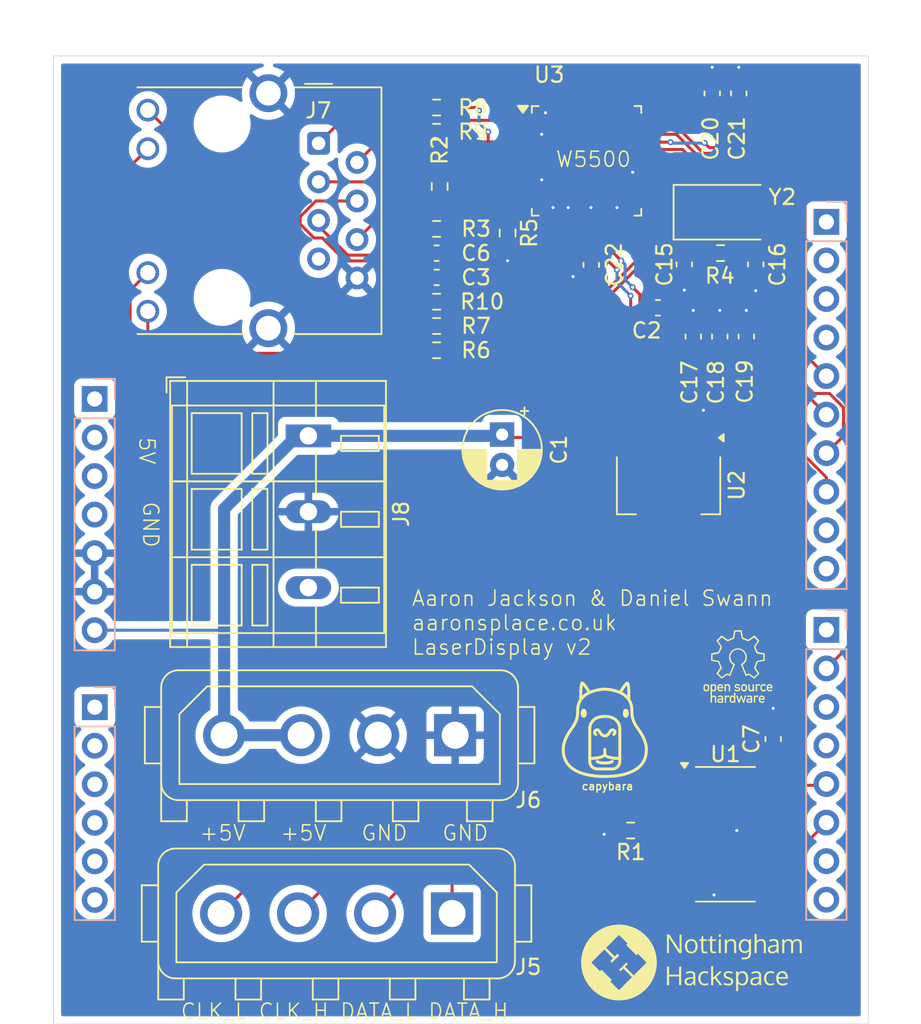
<source format=kicad_pcb>
(kicad_pcb (version 20240108) (generator "pcbnew") (generator_version "8.0")
  (layers (0 "F.Cu" signal) (31 "B.Cu" signal) (34 "B.Paste" user) (35 "F.Paste" user) (36 "B.SilkS" user "B.Silkscreen") (37 "F.SilkS" user "F.Silkscreen") (38 "B.Mask" user) (39 "F.Mask" user) (44 "Edge.Cuts" user))
  (net 0 "")
  (net 1 "Net-(R1-Pad1)")
  (net 2 "3.3V_CLOCK")
  (net 3 "Net-(U1-Pad10)")
  (net 4 "GND")
  (net 5 "DATA_L")
  (net 6 "3.3V_DATA")
  (net 7 "CLOCK_L")
  (net 8 "CLOCK_H")
  (net 9 "DATA_H")
  (net 10 "+5V")
  (net 23 "SPI_CLK")
  (net 26 "ETH_CS")
  (net 27 "SPI_MOSI")
  (net 28 "SPI_MISO")
  (net 36 "ETH_RESET")
  (net 37 "RXIN")
  (net 38 "TXON")
  (net 39 "TXOP")
  (net 40 "RXIP")
  (net 41 "Net-(U3-XI{slash}CLKIN)")
  (net 42 "Net-(U3-XO)")
  (net 43 "+3.3V")
  (net 44 "Net-(U3-TOCAP)")
  (net 45 "LINKLED")
  (net 46 "ACTLED")
  (net 47 "Net-(U3-EXRES1)")
  (net 56 "Net-(U3-1V2O)")
  (net 58 "Net-(J7-Pad12)")
  (net 59 "Net-(J7-Pad9)")
  (net 65 "Net-(J7-TCT)")
  (net 66 "Net-(J7-RCT)")
  (footprint "Resistor_SMD:R_0603_1608Metric" (layer "F.Cu") (at 95.2 74.4)
    (property "Reference" "R10")
    (property "Value" "10")
  )
  (footprint "Capacitor_SMD:C_0603_1608Metric" (layer "F.Cu") (at 112.13 76.695 90)
    (property "Reference" "C17")
    (property "Value" "100n")
  )
  (footprint "Capacitor_SMD:C_0603_1608Metric" (layer "F.Cu") (at 115.13 60.67 90)
    (property "Reference" "C21")
    (property "Value" "100n")
  )
  (footprint "Resistor_SMD:R_0603_1608Metric" (layer "F.Cu") (at 95.4 66.8 -90)
    (property "Reference" "R2")
    (property "Value" "49.9")
  )
  (footprint "Resistor_SMD:R_0603_1608Metric" (layer "F.Cu") (at 95.2 69.6 180)
    (property "Reference" "R3")
    (property "Value" "49.9")
  )
  (footprint "Capacitor_SMD:C_0603_1608Metric" (layer "F.Cu") (at 109.8 74.8)
    (property "Reference" "C2")
    (property "Value" "10n")
  )
  (footprint "TerminalBlock_WAGO:TerminalBlock_WAGO_236-103_1x03_P5.00mm_45Degree" (layer "F.Cu") (at 86.74 83.24 -90)
    (property "Reference" "J8")
    (property "Value" "Conn_01x02_Pin")
  )
  (footprint "Package_SO:SOIC-14_3.9x8.7mm_P1.27mm" (layer "F.Cu") (at 114.25 109.5)
    (property "Reference" "U1")
    (property "Value" "7414")
  )
  (footprint "Resistor_SMD:R_0603_1608Metric" (layer "F.Cu") (at 95.2 63.2 180)
    (property "Reference" "R9")
    (property "Value" "49.9")
  )
  (footprint "Capacitor_SMD:C_0603_1608Metric" (layer "F.Cu") (at 116.25 71.945 -90)
    (property "Reference" "C16")
    (property "Value" "18p")
  )
  (footprint "Connector_TE-Connectivity:TE_MATE-N-LOK_350211-1_1x04_P5.08mm_Vertical" (layer "F.Cu") (at 96.42 102.97 180)
    (property "Reference" "J6")
    (property "Value" "Conn_01x04_Socket")
  )
  (footprint "Capacitor_SMD:C_0603_1608Metric" (layer "F.Cu") (at 113.38 60.67 90)
    (property "Reference" "C20")
    (property "Value" "100n")
  )
  (footprint "Package_TO_SOT_SMD:SOT-223-3_TabPin2" (layer "F.Cu") (at 110.5 86.5 -90)
    (property "Reference" "U2")
    (property "Value" "AMS1117-3.3")
  )
  (footprint "Resistor_SMD:R_0603_1608Metric" (layer "F.Cu") (at 95.2 77.6)
    (property "Reference" "R6")
    (property "Value" "100")
  )
  (footprint "Capacitor_SMD:C_0603_1608Metric" (layer "F.Cu") (at 115.63 76.695 90)
    (property "Reference" "C19")
    (property "Value" "100n")
  )
  (footprint "Connector_RJ:RJ45_Hanrun_HR911105A_Horizontal" (layer "F.Cu") (at 87.41 63.96 -90)
    (property "Reference" "J7")
    (property "Value" "RJ45_Hanrun_HR911105A_Horizontal")
  )
  (footprint "Capacitor_SMD:C_0603_1608Metric" (layer "F.Cu") (at 111.54 71.945 -90)
    (property "Reference" "C15")
    (property "Value" "18p")
  )
  (footprint "Resistor_SMD:R_0603_1608Metric" (layer "F.Cu") (at 95.2 61.6 180)
    (property "Reference" "R8")
    (property "Value" "49.9")
  )
  (footprint "Capacitor_SMD:C_0603_1608Metric" (layer "F.Cu") (at 117.4 103.225 90)
    (property "Reference" "C7")
    (property "Value" "100n	")
  )
  (footprint "Resistor_SMD:R_0603_1608Metric" (layer "F.Cu") (at 95.2 76)
    (property "Reference" "R7")
    (property "Value" "100")
  )
  (footprint "Resistor_SMD:R_0603_1608Metric" (layer "F.Cu") (at 108 109.25 180)
    (property "Reference" "R1")
    (property "Value" "10k")
  )
  (footprint "Capacitor_SMD:C_0603_1608Metric" (layer "F.Cu") (at 113.88 76.695 90)
    (property "Reference" "C18")
    (property "Value" "100n")
  )
  (footprint "Resistor_SMD:R_0603_1608Metric" (layer "F.Cu") (at 99.88 69.87 -90)
    (property "Reference" "R5")
    (property "Value" "12.4k")
  )
  (footprint "Crystal:Crystal_SMD_5032-2Pin_5.0x3.2mm" (layer "F.Cu") (at 113.88 68.5)
    (property "Reference" "Y2")
    (property "Value" "25M")
  )
  (footprint "Capacitor_SMD:C_0603_1608Metric" (layer "F.Cu") (at 105.4 71.97 -90)
    (property "Reference" "C22")
    (property "Value" "4.7u")
  )
  (footprint "Capacitor_SMD:C_0603_1608Metric" (layer "F.Cu") (at 95.2 71.2)
    (property "Reference" "C6")
    (property "Value" "10n")
  )
  (footprint "Capacitor_SMD:C_0603_1608Metric" (layer "F.Cu") (at 95.2 72.8)
    (property "Reference" "C3")
    (property "Value" "22n")
  )
  (footprint "Capacitor_THT:CP_Radial_D5.0mm_P2.00mm" (layer "F.Cu") (at 99.52 83.156041 -90)
    (property "Reference" "C1")
    (property "Value" "47u")
  )
  (footprint "Resistor_SMD:R_0603_1608Metric" (layer "F.Cu") (at 113.93 71.195)
    (property "Reference" "R4")
    (property "Value" "1M")
  )
  (footprint "Package_QFP:LQFP-48_7x7mm_P0.5mm" (layer "F.Cu") (at 105.09 65.115)
    (property "Reference" "U3")
    (property "Value" "W5500")
  )
  (footprint "Connector_TE-Connectivity:TE_MATE-N-LOK_350211-1_1x04_P5.08mm_Vertical" (layer "F.Cu") (at 96.22 114.72 180)
    (property "Reference" "J5")
    (property "Value" "Conn_01x04_Socket")
  )
  (footprint "Connector_PinHeader_2.54mm:PinHeader_1x08_P2.54mm_Vertical" (layer "B.Cu") (at 120.91 96.03 180)
    (property "Reference" "J4" (hide yes))
    (property "Value" "Conn_01x08_Pin")
  )
  (footprint "Connector_PinHeader_2.54mm:PinHeader_1x10_P2.54mm_Vertical" (layer "B.Cu") (at 120.91 69.14 180)
    (property "Reference" "J3" (hide yes))
    (property "Value" "Conn_01x10_Pin")
  )
  (footprint "Connector_PinHeader_2.54mm:PinHeader_1x07_P2.54mm_Vertical" (layer "B.Cu") (at 72.64 80.81 180)
    (property "Reference" "J1" (hide yes))
    (property "Value" "Conn_01x07_Pin")
  )
  (footprint "Connector_PinHeader_2.54mm:PinHeader_1x06_P2.54mm_Vertical" (layer "B.Cu") (at 72.65 101.125 180)
    (property "Reference" "J2" (hide yes))
    (property "Value" "Conn_01x06_Pin")
  )
  (gr_poly (pts (xy 112.789859 116.423883) (xy 113.042039 116.423883) (xy 113.042039 116.526409) (xy 112.789859 116.526409) (xy 112.789859 117.04648) (xy 112.789981 117.05916) (xy 112.79035 117.071362) (xy 112.790963 117.083086) (xy 112.791822 117.094332) (xy 112.792927 117.1051) (xy 112.794277 117.115391) (xy 112.795873 117.125203) (xy 112.797714 117.134537) (xy 112.7998 117.143393) (xy 112.802132 117.151771) (xy 112.804709 117.159671) (xy 112.807532 117.167093) (xy 112.810601 117.174037) (xy 112.813914 117.180503) (xy 112.817474 117.186491) (xy 112.821278 117.192001) (xy 112.823286 117.194595) (xy 112.82538 117.197107) (xy 112.827562 117.199537) (xy 112.829831 117.201884) (xy 112.832187 117.204149) (xy 112.83463 117.206331) (xy 112.837161 117.208432) (xy 112.839778 117.210449) (xy 112.842483 117.212385) (xy 112.845275 117.214238) (xy 112.848155 117.216009) (xy 112.851121 117.217697) (xy 112.857316 117.220827) (xy 112.863859 117.223627) (xy 112.870752 117.226098) (xy 112.877993 117.228239) (xy 112.885583 117.230051) (xy 112.893522 117.231533) (xy 112.901809 117.232686) (xy 112.910446 117.23351) (xy 112.919431 117.234004) (xy 112.928766 117.234169) (xy 112.936582 117.233962) (xy 112.946387 117.233342) (xy 112.958183 117.232309) (xy 112.971967 117.230862) (xy 112.987741 117.229001) (xy 113.005505 117.226728) (xy 113.025258 117.22404) (xy 113.047 117.22094) (xy 113.052788 117.33008) (xy 113.028913 117.33415) (xy 113.006486 117.337677) (xy 112.985505 117.340661) (xy 112.965972 117.343103) (xy 112.947885 117.345002) (xy 112.931245 117.346358) (xy 112.916052 117.347172) (xy 112.902306 117.347443) (xy 112.885868 117.347188) (xy 112.870036 117.346423) (xy 112.854811 117.345147) (xy 112.840193 117.343361) (xy 112.826183 117.341065) (xy 112.812779 117.338258) (xy 112.799983 117.334941) (xy 112.787794 117.331114) (xy 112.776212 117.326776) (xy 112.765237 117.321928) (xy 112.754869 117.31657) (xy 112.745109 117.310702) (xy 112.735955 117.304323) (xy 112.727409 117.297434) (xy 112.71947 117.290034) (xy 112.712138 117.282125) (xy 112.705317 117.273646) (xy 112.698909 117.264542) (xy 112.692915 117.25481) (xy 112.687334 117.244453) (xy 112.682166 117.233468) (xy 112.677412 117.221857) (xy 112.673071 117.20962) (xy 112.669144 117.196755) (xy 112.66563 117.183265) (xy 112.662529 117.169147) (xy 112.659842 117.154403) (xy 112.657568 117.139033) (xy 112.655708 117.123036) (xy 112.654261 117.106412) (xy 112.653227 117.089162) (xy 112.652607 117.071285) (xy 112.652607 116.52641) (xy 112.517836 116.52641) (xy 112.523622 116.435459) (xy 112.65178 116.423884) (xy 112.698909 116.216351) (xy 112.789859 116.213044)) (stroke (width -0.000001)) (fill solid) (layer "F.SilkS"))
  (gr_poly (pts (xy 113.443876 118.954784) (xy 113.445194 118.953441) (xy 113.446666 118.95189) (xy 113.448294 118.950133) (xy 113.450077 118.94817) (xy 113.452015 118.945999) (xy 113.454108 118.943622) (xy 113.456356 118.941038) (xy 113.458759 118.938248) (xy 113.463461 118.932822) (xy 113.467646 118.928119) (xy 113.469545 118.926039) (xy 113.471315 118.92414) (xy 113.472956 118.922422) (xy 113.474467 118.920884) (xy 113.496016 118.897759) (xy 113.524697 118.867658) (xy 113.603452 118.786526) (xy 113.710732 118.677489) (xy 113.846537 118.540547) (xy 114.021823 118.540547) (xy 113.644793 118.922538) (xy 114.048282 119.44757) (xy 113.876303 119.44757) (xy 113.544747 119.001086) (xy 113.443876 119.087903) (xy 113.443876 119.44757) (xy 113.306622 119.44757) (xy 113.306622 118.188321) (xy 113.443876 118.180053)) (stroke (width -0.000001)) (fill solid) (layer "F.SilkS"))
  (gr_poly (pts (xy 104.91469 101.227424) (xy 104.92518 101.228507) (xy 104.935467 101.230295) (xy 104.94554 101.232774) (xy 104.955391 101.235929) (xy 104.965009 101.239747) (xy 104.974385 101.244212) (xy 104.983511 101.249311) (xy 104.992375 101.255029) (xy 105.000969 101.261352) (xy 105.009283 101.268265) (xy 105.017309 101.275756) (xy 105.025035 101.283808) (xy 105.032453 101.292409) (xy 105.046326 101.311197) (xy 105.058851 101.332006) (xy 105.069954 101.354721) (xy 105.079557 101.379229) (xy 105.087584 101.405416) (xy 105.09396 101.433167) (xy 105.098608 101.462368) (xy 105.101453 101.492906) (xy 105.102418 101.524666) (xy 105.102175 101.540692) (xy 105.101453 101.556426) (xy 105.100261 101.571855) (xy 105.098608 101.586964) (xy 105.096505 101.601738) (xy 105.09396 101.616165) (xy 105.090983 101.630229) (xy 105.087584 101.643916) (xy 105.083772 101.657212) (xy 105.079557 101.670103) (xy 105.074947 101.682574) (xy 105.069954 101.694611) (xy 105.064585 101.7062) (xy 105.058851 101.717326) (xy 105.052762 101.727976) (xy 105.046326 101.738135) (xy 105.039553 101.747789) (xy 105.032453 101.756923) (xy 105.025035 101.765524) (xy 105.017309 101.773576) (xy 105.009283 101.781066) (xy 105.000969 101.78798) (xy 104.992375 101.794303) (xy 104.983511 101.800021) (xy 104.974385 101.80512) (xy 104.965009 101.809585) (xy 104.955391 101.813402) (xy 104.94554 101.816558) (xy 104.935467 101.819037) (xy 104.92518 101.820825) (xy 104.91469 101.821908) (xy 104.904006 101.822273) (xy 104.893321 101.821908) (xy 104.882831 101.820825) (xy 104.872544 101.819037) (xy 104.862471 101.816558) (xy 104.852621 101.813402) (xy 104.843002 101.809585) (xy 104.833626 101.80512) (xy 104.824501 101.800021) (xy 104.815636 101.794303) (xy 104.807042 101.78798) (xy 104.798728 101.781066) (xy 104.790703 101.773576) (xy 104.782977 101.765524) (xy 104.775559 101.756923) (xy 104.761686 101.738135) (xy 104.74916 101.717326) (xy 104.738058 101.694611) (xy 104.728455 101.670103) (xy 104.720427 101.643916) (xy 104.714051 101.616165) (xy 104.709403 101.586964) (xy 104.706558 101.556426) (xy 104.705593 101.524666) (xy 104.705836 101.50864) (xy 104.706558 101.492906) (xy 104.70775 101.477477) (xy 104.709403 101.462368) (xy 104.711506 101.447593) (xy 104.714051 101.433167) (xy 104.717028 101.419103) (xy 104.720427 101.405416) (xy 104.724239 101.39212) (xy 104.728455 101.379229) (xy 104.733064 101.366758) (xy 104.738058 101.354721) (xy 104.743426 101.343132) (xy 104.74916 101.332006) (xy 104.75525 101.321356) (xy 104.761686 101.311197) (xy 104.768458 101.301543) (xy 104.775559 101.292409) (xy 104.782977 101.283808) (xy 104.790703 101.275756) (xy 104.798728 101.268265) (xy 104.807042 101.261352) (xy 104.815636 101.255029) (xy 104.824501 101.249311) (xy 104.833626 101.244212) (xy 104.843002 101.239747) (xy 104.852621 101.235929) (xy 104.862471 101.232774) (xy 104.872544 101.230295) (xy 104.882831 101.228507) (xy 104.893321 101.227424) (xy 104.904006 101.227059)) (stroke (width -0.000001)) (fill solid) (layer "F.SilkS"))
  (gr_poly (pts (xy 115.149451 100.688588) (xy 115.151329 100.688588) (xy 115.259068 100.355954) (xy 115.328415 100.355954) (xy 115.436153 100.688588) (xy 115.438085 100.688588) (xy 115.528916 100.355954) (xy 115.630146 100.355954) (xy 115.478381 100.831014) (xy 115.394005 100.831014) (xy 115.29468 100.498353) (xy 115.292802 100.498353) (xy 115.193478 100.831014) (xy 115.109155 100.831014) (xy 114.957363 100.355954) (xy 115.05854 100.355954)) (stroke (width -0.000001)) (fill solid) (layer "F.SilkS"))
  (gr_poly (pts (xy 119.012933 116.405205) (xy 119.030897 116.406223) (xy 119.048228 116.407918) (xy 119.064925 116.410292) (xy 119.08099 116.413344) (xy 119.096422 116.417075) (xy 119.111221 116.421483) (xy 119.125386 116.42657) (xy 119.138919 116.432335) (xy 119.151819 116.438779) (xy 119.164085 116.4459) (xy 119.175719 116.4537) (xy 119.18672 116.462178) (xy 119.197087 116.471335) (xy 119.206822 116.481169) (xy 119.215923 116.491682) (xy 119.224534 116.502757) (xy 119.232589 116.514484) (xy 119.240088 116.526864) (xy 119.247032 116.539896) (xy 119.253421 116.553581) (xy 119.259254 116.567918) (xy 119.264531 116.582907) (xy 119.269253 116.598549) (xy 119.273419 116.614843) (xy 119.27703 116.63179) (xy 119.280086 116.649389) (xy 119.282586 116.66764) (xy 119.28453 116.686544) (xy 119.285919 116.706101) (xy 119.286752 116.726309) (xy 119.28703 116.74717) (xy 119.28703 117.330906) (xy 119.148943 117.330907) (xy 119.148943 116.858792) (xy 119.148736 116.827063) (xy 119.148116 116.79802) (xy 119.147082 116.771665) (xy 119.145634 116.747998) (xy 119.144885 116.73681) (xy 119.143878 116.72557) (xy 119.142612 116.714279) (xy 119.141088 116.702936) (xy 119.139305 116.691541) (xy 119.137264 116.680095) (xy 119.134964 116.668597) (xy 119.132405 116.657047) (xy 119.129783 116.645782) (xy 119.126876 116.635136) (xy 119.125316 116.630046) (xy 119.123685 116.625111) (xy 119.121983 116.620331) (xy 119.12021 116.615706) (xy 119.118365 116.611236) (xy 119.11645 116.606921) (xy 119.114464 116.602761) (xy 119.112406 116.598756) (xy 119.110278 116.594906) (xy 119.108078 116.591212) (xy 119.105807 116.587672) (xy 119.103466 116.584287) (xy 119.101134 116.580918) (xy 119.098686 116.577634) (xy 119.096121 116.574433) (xy 119.093441 116.571316) (xy 119.090644 116.568283) (xy 119.087731 116.565335) (xy 119.084701 116.56247) (xy 119.081555 116.559689) (xy 119.078293 116.556992) (xy 119.074915 116.554379) (xy 119.07142 116.55185) (xy 119.06781 116.549405) (xy 119.064082 116.547044) (xy 119.060239 116.544767) (xy 119.056279 116.542574) (xy 119.052203 116.540465) (xy 119.048017 116.538363) (xy 119.043728 116.536396) (xy 119.039335 116.534565) (xy 119.034839 116.532869) (xy 119.03024 116.531309) (xy 119.025538 116.529885) (xy 119.020732 116.528596) (xy 119.015822 116.527443) (xy 119.01081 116.526426) (xy 119.005694 116.525544) (xy 119.000475 116.524798) (xy 118.995152 116.524187) (xy 118.989726 116.523712) (xy 118.984197 116.523373) (xy 118.978564 116.52317) (xy 118.972828 116.523102) (xy 118.961562 116.523293) (xy 118.950504 116.523864) (xy 118.939652 116.524817) (xy 118.929007 116.526151) (xy 118.918568 116.527866) (xy 118.908336 116.529962) (xy 118.898311 116.532439) (xy 118.888492 116.535298) (xy 118.878881 116.538537) (xy 118.869476 116.542158) (xy 118.860277 116.546159) (xy 118.851286 116.550542) (xy 118.842501 116.555306) (xy 118.833922 116.560451) (xy 118.825551 116.565977) (xy 118.817386 116.571884) (xy 118.80957 116.578137) (xy 118.802038 116.5847) (xy 118.794791 116.591573) (xy 118.787827 116.598756) (xy 118.781148 116.606249) (xy 118.774753 116.614053) (xy 118.768642 116.622166) (xy 118.762816 116.630589) (xy 118.757273 116.639322) (xy 118.752015 116.648366) (xy 118.747042 116.657719) (xy 118.742352 116.667383) (xy 118.737946 116.677356) (xy 118.733825 116.68764) (xy 118.729988 116.698233) (xy 118.726435 116.709137) (xy 118.724692 116.724149) (xy 118.723181 116.739419) (xy 118.721903 116.754948) (xy 118.720857 116.770735) (xy 118.720044 116.786781) (xy 118.719463 116.803085) (xy 118.719114 116.819647) (xy 118.718998 116.836468) (xy 118.718998 117.330907) (xy 118.580919 117.330907) (xy 118.580919 116.843909) (xy 118.580661 116.81435) (xy 118.579885 116.786858) (xy 118.579304 116.773887) (xy 118.578593 116.761433) (xy 118.577753 116.749496) (xy 118.576784 116.738076) (xy 118.575634 116.726759) (xy 118.574252 116.715545) (xy 118.572637 116.704435) (xy 118.570789 116.693428) (xy 118.568709 116.682524) (xy 118.566397 116.671723) (xy 118.563852 116.661026) (xy 118.561074 116.650433) (xy 118.558051 116.639942) (xy 118.55477 116.629969) (xy 118.553032 116.625176) (xy 118.55123 116.620512) (xy 118.549363 116.615978) (xy 118.547432 116.611572) (xy 118.545436 116.607296) (xy 118.543375 116.603149) (xy 118.54125 116.599131) (xy 118.539061 116.595242) (xy 118.536806 116.591483) (xy 118.534487 116.587853) (xy 118.532104 116.584352) (xy 118.529655 116.58098) (xy 118.527226 116.577714) (xy 118.524694 116.574533) (xy 118.522059 116.571436) (xy 118.51932 116.568422) (xy 118.516477 116.565493) (xy 118.513532 116.562647) (xy 118.510483 116.559886) (xy 118.507331 116.557209) (xy 118.504075 116.554615) (xy 118.500716 116.552105) (xy 118.497254 116.54968) (xy 118.493688 116.547338) (xy 118.490019 116.545081) (xy 118.486247 116.542907) (xy 118.482372 116.540817) (xy 118.478393 116.538812) (xy 118.474313 116.536909) (xy 118.470137 116.53513) (xy 118.465864 116.533473) (xy 118.461494 116.531939) (xy 118.457028 116.530527) (xy 118.452464 116.529239) (xy 118.447803 116.528073) (xy 118.443046 116.527029) (xy 118.438191 116.526109) (xy 118.43324 116.525311) (xy 118.428192 116.524636) (xy 118.423047 116.524084) (xy 118.417805 116.523654) (xy 118.412466 116.523348) (xy 118.40703 116.523163) (xy 118.401498 116.523102) (xy 118.389218 116.523299) (xy 118.377184 116.52389) (xy 118.365395 116.524875) (xy 118.353852 116.526254) (xy 118.342554 116.528027) (xy 118.331502 116.530195) (xy 118.320695 116.532756) (xy 118.310134 116.535711) (xy 118.299818 116.53906) (xy 118.289747 116.542804) (xy 118.279922 116.546941) (xy 118.270343 116.551472) (xy 118.261008 116.556398) (xy 118.25192 116.561717) (xy 118.243077 116.567431) (xy 118.234479 116.573538) (xy 118.226279 116.579972) (xy 118.218421 116.586664) (xy 118.210905 116.593614) (xy 118.203732 116.600823) (xy 118.196901 116.60829) (xy 118.190413 116.616016) (xy 118.184266 116.624) (xy 118.178463 116.632242) (xy 118.173001 116.640743) (xy 118.167882 116.649502) (xy 118.163105 116.65852) (xy 118.158671 116.667796) (xy 118.154579 116.67733) (xy 118.150829 116.687123) (xy 118.147422 116.697174) (xy 118.144357 116.707483) (xy 118.142614 116.723568) (xy 118.141103 116.739988) (xy 118.139824 116.756744) (xy 118.138778 116.773836) (xy 118.137964 116.791264) (xy 118.137383 116.809027) (xy 118.137034 116.827127) (xy 118.136918 116.845562) (xy 118.136918 117.330906) (xy 117.998839 117.330906) (xy 117.997189 116.423883) (xy 118.112945 116.423883) (xy 118.130308 116.553694) (xy 118.135611 116.545917) (xy 118.141186 116.538295) (xy 118.147031 116.530828) (xy 118.153148 116.523515) (xy 118.159537 116.516358) (xy 118.166197 116.509356) (xy 118.173128 116.502509) (xy 118.18033 116.495817) (xy 118.187804 116.48928) (xy 118.195549 116.482898) (xy 118.203565 116.476671) (xy 118.211853 116.470599) (xy 118.220412 116.464682) (xy 118.229242 116.45892) (xy 118.238344 116.453313) (xy 118.247716 116.447861) (xy 118.257306 116.442655) (xy 118.267056 116.437784) (xy 118.276968 116.43325) (xy 118.287042 116.429051) (xy 118.297277 116.425188) (xy 118.307673 116.421661) (xy 118.318231 116.41847) (xy 118.328951 116.415615) (xy 118.339832 116.413096) (xy 118.350874 116.410913) (xy 118.362079 116.409065) (xy 118.373444 116.407554) (xy 118.384971 116.406378) (xy 118.39666 116.405538) (xy 118.40851 116.405034) (xy 118.420521 116.404867) (xy 118.433001 116.405034) (xy 118.445223 116.405538) (xy 118.457186 116.406378) (xy 118.468891 116.407554) (xy 118.480337 116.409065) (xy 118.491525 116.410913) (xy 118.502455 116.413096) (xy 118.513126 116.415615) (xy 118.523642 116.418186) (xy 118.533693 116.420938) (xy 118.543279 116.42387) (xy 118.5524 116.426984) (xy 118.561056 116.430278) (xy 118.569246 116.433754) (xy 118.576972 116.43741) (xy 118.584232 116.441247) (xy 118.591364 116.445277) (xy 118.598288 116.449515) (xy 118.605006 116.453959) (xy 118.611517 116.45861) (xy 118.617822 116.463467) (xy 118.620896 116.465974) (xy 118.623919 116.468532) (xy 118.626891 116.471141) (xy 118.62981 116.473803) (xy 118.632679 116.476516) (xy 118.635495 116.47928) (xy 118.640921 116.484655) (xy 118.646037 116.490029) (xy 118.648479 116.492716) (xy 118.650843 116.495403) (xy 118.65313 116.49809) (xy 118.655339 116.500778) (xy 118.657471 116.503465) (xy 118.659525 116.506152) (xy 118.661501 116.508839) (xy 118.663401 116.511526) (xy 118.665222 116.514213) (xy 118.666966 116.516901) (xy 118.668633 116.519588) (xy 118.670222 116.522275) (xy 118.673258 116.527481) (xy 118.676165 116.532765) (xy 118.678942 116.538127) (xy 118.68159 116.543566) (xy 118.684109 116.549082) (xy 118.686499 116.554676) (xy 118.68876 116.560347) (xy 118.690891 116.566096) (xy 118.697195 116.556177) (xy 118.703704 116.546572) (xy 118.710418 116.537283) (xy 118.717337 116.528308) (xy 118.724461 116.519648) (xy 118.73179 116.511303) (xy 118.739324 116.503273) (xy 118.747063 116.495558) (xy 118.755008 116.488158) (xy 118.763158 116.481073) (xy 118.771512 116.474302) (xy 118.780072 116.467847) (xy 118.788837 116.461706) (xy 118.797807 116.455881) (xy 118.806982 116.45037) (xy 118.816362 116.445174) (xy 118.825947 116.440293) (xy 118.835737 116.435727) (xy 118.845733 116.431476) (xy 118.855933 116.427539) (xy 118.866339 116.423918) (xy 118.876949 116.420611) (xy 118.887765 116.41762) (xy 118.898786 116.414943) (xy 118.910012 116.412581) (xy 118.921443 116.410535) (xy 118.933079 116.408803) (xy 118.94492 116.407385) (xy 118.969218 116.405496) (xy 118.994336 116.404866)) (stroke (width -0.000001)) (fill solid) (layer "F.SilkS"))
  (gr_poly (pts (xy 116.471588 99.600071) (xy 116.478568 99.600555) (xy 116.485405 99.601352) (xy 116.492102 99.602454) (xy 116.498666 99.603852) (xy 116.505104 99.605539) (xy 116.51142 99.607505) (xy 116.517621 99.609743) (xy 116.523713 99.612245) (xy 116.529701 99.615002) (xy 116.535591 99.618006) (xy 116.541389 99.62125) (xy 116.547102 99.624723) (xy 116.552734 99.62842) (xy 116.558292 99.63233) (xy 116.563781 99.636447) (xy 116.494434 99.718917) (xy 116.49029 99.715877) (xy 116.486279 99.713072) (xy 116.482379 99.710498) (xy 116.478566 99.708149) (xy 116.47482 99.706018) (xy 116.471117 99.704102) (xy 116.467436 99.702394) (xy 116.463755 99.700889) (xy 116.460052 99.699582) (xy 116.456304 99.698467) (xy 116.45249 99.697538) (xy 116.448587 99.69679) (xy 116.444574 99.696218) (xy 116.440427 99.695817) (xy 116.436126 99.695579) (xy 116.431648 99.695502) (xy 116.42288 99.695855) (xy 116.414201 99.696925) (xy 116.405677 99.698725) (xy 116.397375 99.701269) (xy 116.393326 99.702824) (xy 116.389358 99.704571) (xy 116.385478 99.70651) (xy 116.381694 99.708644) (xy 116.378014 99.710974) (xy 116.374448 99.713502) (xy 116.371002 99.71623) (xy 116.367685 99.719159) (xy 116.364506 99.722291) (xy 116.361472 99.725628) (xy 116.358592 99.729172) (xy 116.355874 99.732925) (xy 116.353326 99.736887) (xy 116.350957 99.741061) (xy 116.348774 99.745448) (xy 116.346786 99.750051) (xy 116.345002 99.754871) (xy 116.343428 99.759909) (xy 116.342074 99.765168) (xy 116.340948 99.770648) (xy 116.340058 99.776353) (xy 116.339412 99.782283) (xy 116.339018 99.78844) (xy 116.338885 99.794826) (xy 116.338885 100.080603) (xy 116.243291 100.080603) (xy 116.243291 99.605543) (xy 116.338885 99.605543) (xy 116.338885 99.656132) (xy 116.340738 99.656132) (xy 116.346511 99.649326) (xy 116.352585 99.642959) (xy 116.358952 99.637031) (xy 116.365601 99.631541) (xy 116.372526 99.62649) (xy 116.379718 99.621878) (xy 116.387168 99.617705) (xy 116.394868 99.61397) (xy 116.402809 99.610675) (xy 116.410984 99.607819) (xy 116.419383 99.605402) (xy 116.427999 99.603424) (xy 116.436823 99.601886) (xy 116.445846 99.600787) (xy 116.45506 99.600127) (xy 116.464457 99.599908)) (stroke (width -0.000001)) (fill solid) (layer "F.SilkS"))
  (gr_poly (pts (xy 115.300745 96.047875) (xy 115.301752 96.04795) (xy 115.302754 96.048073) (xy 115.30375 96.048244) (xy 115.304738 96.04846) (xy 115.305716 96.048721) (xy 115.306684 96.049025) (xy 115.307638 96.049372) (xy 115.308579 96.049759) (xy 115.309505 96.050187) (xy 115.310413 96.050652) (xy 115.311304 96.051155) (xy 115.312174 96.051694) (xy 115.313023 96.052268) (xy 115.313848 96.052876) (xy 115.31465 96.053515) (xy 115.315426 96.054186) (xy 115.316174 96.054887) (xy 115.316893 96.055616) (xy 115.317582 96.056373) (xy 115.318239 96.057156) (xy 115.318863 96.057963) (xy 115.319452 96.058795) (xy 115.320004 96.059648) (xy 115.320519 96.060523) (xy 115.320995 96.061418) (xy 115.321429 96.062332) (xy 115.321822 96.063263) (xy 115.32217 96.064211) (xy 115.322473 96.065173) (xy 115.32273 96.066149) (xy 115.322938 96.067138) (xy 115.406679 96.517009) (xy 115.40689 96.518006) (xy 115.407147 96.519006) (xy 115.407791 96.52101) (xy 115.408599 96.523008) (xy 115.40956 96.524986) (xy 115.410662 96.526932) (xy 115.411895 96.528832) (xy 115.413246 96.530674) (xy 115.414706 96.532444) (xy 115.416261 96.53413) (xy 115.417902 96.535718) (xy 115.419617 96.537195) (xy 115.421394 96.538548) (xy 115.423223 96.539765) (xy 115.425092 96.540831) (xy 115.426037 96.541304) (xy 115.426989 96.541735) (xy 115.427945 96.542121) (xy 115.428904 96.542462) (xy 115.730423 96.66589) (xy 115.732296 96.666715) (xy 115.734283 96.667404) (xy 115.736365 96.667958) (xy 115.738526 96.668378) (xy 115.740748 96.668667) (xy 115.743013 96.668824) (xy 115.745304 96.668852) (xy 115.747604 96.668751) (xy 115.749895 96.668523) (xy 115.752159 96.668168) (xy 115.754379 96.667688) (xy 115.756538 96.667085) (xy 115.758618 96.666358) (xy 115.760602 96.665511) (xy 115.762472 96.664543) (xy 115.76421 96.663456) (xy 116.140051 96.40554) (xy 116.140897 96.404989) (xy 116.141769 96.40448) (xy 116.142664 96.404014) (xy 116.14358 96.403591) (xy 116.144515 96.40321) (xy 116.145468 96.402872) (xy 116.146436 96.402575) (xy 116.147418 96.402321) (xy 116.148412 96.402108) (xy 116.149415 96.401936) (xy 116.151443 96.401717) (xy 116.153487 96.401662) (xy 116.155532 96.40177) (xy 116.157563 96.402039) (xy 116.159563 96.402467) (xy 116.161518 96.403055) (xy 116.162474 96.403407) (xy 116.163413 96.403799) (xy 116.164333 96.404229) (xy 116.165232 96.404699) (xy 116.166108 96.405207) (xy 116.16696 96.405753) (xy 116.167785 96.406337) (xy 116.168581 96.40696) (xy 116.169347 96.40762) (xy 116.170081 96.408318) (xy 116.486602 96.724839) (xy 116.4873 96.725573) (xy 116.48796 96.726339) (xy 116.488582 96.727136) (xy 116.489165 96.727962) (xy 116.489711 96.728814) (xy 116.490217 96.729691) (xy 116.491114 96.731511) (xy 116.491855 96.733408) (xy 116.492439 96.735366) (xy 116.492865 96.737369) (xy 116.493131 96.739401) (xy 116.493236 96.741449) (xy 116.49318 96.743495) (xy 116.492961 96.745526) (xy 116.492577 96.747524) (xy 116.492029 96.749476) (xy 116.491692 96.75043) (xy 116.491314 96.751366) (xy 116.490894 96.752282) (xy 116.490431 96.753177) (xy 116.489927 96.754049) (xy 116.48938 96.754896) (xy 116.235962 97.124254) (xy 116.234872 97.126) (xy 116.233905 97.127873) (xy 116.233061 97.129856) (xy 116.232342 97.131931) (xy 116.231749 97.134082) (xy 116.231283 97.136292) (xy 116.230945 97.138544) (xy 116.230736 97.140821) (xy 116.230658 97.143105) (xy 116.230711 97.14538) (xy 116.230896 97.147629) (xy 116.231214 97.149834) (xy 116.231667 97.151979) (xy 116.232256 97.154047) (xy 116.232982 97.156021) (xy 116.233845 97.157883) (xy 116.367169 97.468927) (xy 116.36793 97.470837) (xy 116.368867 97.472729) (xy 116.369964 97.474593) (xy 116.37121 97.476417) (xy 116.372591 97.478189) (xy 116.374094 97.479899) (xy 116.375705 97.481535) (xy 116.377412 97.483086) (xy 116.379201 97.48454) (xy 116.381059 97.485886) (xy 116.382972 97.487114) (xy 116.384928 97.488211) (xy 116.386914 97.489167) (xy 116.388915 97.48997) (xy 116.390919 97.490609) (xy 116.392913 97.491073) (xy 116.827861 97.571956) (xy 116.828848 97.572169) (xy 116.829822 97.572429) (xy 116.830782 97.572737) (xy 116.831728 97.573089) (xy 116.832657 97.573484) (xy 116.833569 97.573921) (xy 116.834462 97.574399) (xy 116.835335 97.574916) (xy 116.837018 97.576061) (xy 116.838605 97.577345) (xy 116.840089 97.578755) (xy 116.841458 97.58028) (xy 116.842702 97.581909) (xy 116.843813 97.583629) (xy 116.844779 97.585428) (xy 116.845205 97.586354) (xy 116.845591 97.587296) (xy 116.845936 97.588252) (xy 116.846238 97.58922) (xy 116.846497 97.5902) (xy 116.846712 97.591189) (xy 116.84688 97.592186) (xy 116.847001 97.59319) (xy 116.847074 97.594199) (xy 116.847097 97.595212) (xy 116.847044 98.042861) (xy 116.847018 98.043872) (xy 116.846943 98.04488) (xy 116.84682 98.045883) (xy 116.846649 98.046879) (xy 116.846432 98.047868) (xy 116.846171 98.048848) (xy 116.845866 98.049817) (xy 116.845518 98.050773) (xy 116.84513 98.051716) (xy 116.844702 98.052643) (xy 116.844235 98.053554) (xy 116.843731 98.054446) (xy 116.843192 98.055318) (xy 116.842617 98.056169) (xy 116.842009 98.056997) (xy 116.841368 98.0578) (xy 116.840697 98.058577) (xy 116.839996 98.059327) (xy 116.839266 98.060048) (xy 116.838509 98.060739) (xy 116.837727 98.061397) (xy 116.836919 98.062022) (xy 116.836088 98.062612) (xy 116.835234 98.063165) (xy 116.83436 98.06368) (xy 116.833466 98.064155) (xy 116.832553 98.06459) (xy 116.831623 98.064981) (xy 116.830677 98.065329) (xy 116.829716 98.065631) (xy 116.828742 98.065885) (xy 116.827756 98.066091) (xy 116.403496 98.145043) (xy 116.402497 98.145248) (xy 116.401497 98.145499) (xy 116.400495 98.145795) (xy 116.399495 98.146134) (xy 116.397503 98.146937) (xy 116.395535 98.147896) (xy 116.393603 98.148999) (xy 116.391719 98.150235) (xy 116.389896 98.151593) (xy 116.388147 98.15306) (xy 116.386484 98.154625) (xy 116.384921 98.156277) (xy 116.38347 98.158003) (xy 116.382143 98.159792) (xy 116.380953 98.161633) (xy 116.379913 98.163513) (xy 116.379036 98.165422) (xy 116.378662 98.166383) (xy 116.378334 98.167347) (xy 116.245884 98.498209) (xy 116.245065 98.500091) (xy 116.244381 98.502084) (xy 116.243833 98.504171) (xy 116.243419 98.506334) (xy 116.243136 98.508557) (xy 116.242985 98.510822) (xy 116.242963 98.513112) (xy 116.243069 98.51541) (xy 116.243302 98.517698) (xy 116.243661 98.519959) (xy 116.244144 98.522176) (xy 116.244749 98.524332) (xy 116.245476 98.526409) (xy 116.246323 98.52839) (xy 116.247288 98.530258) (xy 116.248371 98.531996) (xy 116.48938 98.883178) (xy 116.489931 98.884024) (xy 116.49044 98.884897) (xy 116.490905 98.885792) (xy 116.491329 98.886709) (xy 116.491709 98.887646) (xy 116.492048 98.8886) (xy 116.492345 98.88957) (xy 116.492599 98.890553) (xy 116.492812 98.891549) (xy 116.492984 98.892554) (xy 116.493203 98.894587) (xy 116.493258 98.896636) (xy 116.49315 98.898686) (xy 116.492881 98.900721) (xy 116.492452 98.902726) (xy 116.491865 98.904686) (xy 116.491513 98.905644) (xy 116.491121 98.906585) (xy 116.49069 98.907506) (xy 116.490221 98.908407) (xy 116.489713 98.909285) (xy 116.489167 98.910137) (xy 116.488583 98.910963) (xy 116.48796 98.911761) (xy 116.4873 98.912527) (xy 116.486602 98.913261) (xy 116.170028 99.229782) (xy 116.169299 99.230475) (xy 116.168537 99.231131) (xy 116.167744 99.231749) (xy 116.166922 99.23233) (xy 116.166073 99.232873) (xy 116.165198 99.233377) (xy 116.163382 99.234271) (xy 116.161488 99.235011) (xy 116.159533 99.235595) (xy 116.157531 99.236022) (xy 116.155499 99.236291) (xy 116.153451 99.236399) (xy 116.151404 99.236346) (xy 116.149372 99.23613) (xy 116.147372 99.23575) (xy 116.145419 99.235204) (xy 116.144465 99.234869) (xy 116.143529 99.234492) (xy 116.142612 99.234072) (xy 116.141716 99.233611) (xy 116.140844 99.233107) (xy 116.139998 99.23256) (xy 115.795007 98.995784) (xy 115.793273 98.994705) (xy 115.791416 98.993758) (xy 115.789452 98.992945) (xy 115.787399 98.992265) (xy 115.785273 98.99172) (xy 115.783092 98.991308) (xy 115.780872 98.991032) (xy 115.77863 98.99089) (xy 115.776383 98.990883) (xy 115.774148 98.991012) (xy 115.771941 98.991276) (xy 115.769781 98.991677) (xy 115.767683 98.992214) (xy 115.765665 98.992888) (xy 115.763743 98.993699) (xy 115.761934 98.994647) (xy 115.609799 99.075874) (xy 115.608889 99.076306) (xy 115.607972 99.076687) (xy 115.607049 99.077015) (xy 115.606121 99.077293) (xy 115.605191 99.077519) (xy 115.604259 99.077696) (xy 115.603328 99.077824) (xy 115.602398 99.077903) (xy 115.601473 99.077933) (xy 115.600552 99.077916) (xy 115.599638 99.077852) (xy 115.598732 99.077742) (xy 115.597836 99.077585) (xy 115.596952 99.077383) (xy 115.59608 99.077137) (xy 115.595224 99.076846) (xy 115.594383 99.076512) (xy 115.59356 99.076135) (xy 115.592757 99.075715) (xy 115.591974 99.075254) (xy 115.591215 99.074751) (xy 115.590479 99.074208) (xy 115.589769 99.073624) (xy 115.589086 99.073001) (xy 115.588432 99.07234) (xy 115.587808 99.07164) (xy 115.587217 99.070902) (xy 115.586659 99.070127) (xy 115.586137 99.069315) (xy 115.585651 99.068467) (xy 115.585203 99.067584) (xy 115.584796 99.066666) (xy 115.271132 98.308688) (xy 115.270769 98.307745) (xy 115.270455 98.306788) (xy 115.270188 98.305818) (xy 115.269967 98.304838) (xy 115.269793 98.303848) (xy 115.269665 98.302852) (xy 115.269581 98.30185) (xy 115.269542 98.300845) (xy 115.269547 98.299838) (xy 115.269595 98.298831) (xy 115.269685 98.297826) (xy 115.269818 98.296825) (xy 115.269992 98.295829) (xy 115.270206 98.29484) (xy 115.270461 98.293861) (xy 115.270755 98.292892) (xy 115.271088 98.291937) (xy 115.27146 98.290995) (xy 115.271869 98.29007) (xy 115.272315 98.289164) (xy 115.272798 98.288277) (xy 115.273316 98.287411) (xy 115.27387 98.28657) (xy 115.274458 98.285754) (xy 115.275081 98.284964) (xy 115.275737 98.284204) (xy 115.276425 98.283475) (xy 115.277146 98.282778) (xy 115.277899 98.282115) (xy 115.278682 98.281488) (xy 115.279496 98.2809) (xy 115.28034 98.280351) (xy 115.318413 98.257041) (xy 115.321154 98.255296) (xy 115.324079 98.253304) (xy 115.327135 98.251109) (xy 115.330267 98.248753) (xy 115.333417 98.246281) (xy 115.336533 98.243736) (xy 115.339558 98.241161) (xy 115.342437 98.2386) (xy 115.367641 98.221348) (xy 115.391695 98.202617) (xy 115.414533 98.182472) (xy 115.436089 98.160978) (xy 115.456298 98.1382) (xy 115.475094 98.114204) (xy 115.492412 98.089054) (xy 115.508186 98.062817) (xy 115.522349 98.035558) (xy 115.534838 98.007341) (xy 115.545585 97.978232) (xy 115.554525 97.948296) (xy 115.561593 97.917599) (xy 115.566723 97.886205) (xy 115.569849 97.85418) (xy 115.570905 97.82159) (xy 115.570261 97.796114) (xy 115.568349 97.770972) (xy 115.565201 97.746196) (xy 115.560848 97.721816) (xy 115.55532 97.697865) (xy 115.548649 97.674372) (xy 115.540866 97.651369) (xy 115.532002 97.628888) (xy 115.522088 97.606958) (xy 115.511156 97.585612) (xy 115.499236 97.56488) (xy 115.486359 97.544794) (xy 115.472557 97.525385) (xy 115.457861 97.506683) (xy 115.442302 97.48872) (xy 115.42591 97.471527) (xy 115.408718 97.455135) (xy 115.390756 97.439575) (xy 115.372055 97.424878) (xy 115.352646 97.411076) (xy 115.332561 97.398199) (xy 115.31183 97.386279) (xy 115.290485 97.375346) (xy 115.268557 97.365432) (xy 115.246077 97.356568) (xy 115.223076 97.348785) (xy 115.199585 97.342114) (xy 115.175635 97.336586) (xy 115.151257 97.332232) (xy 115.126483 97.329084) (xy 115.101344 97.327172) (xy 115.07587 97.326528) (xy 115.050396 97.327172) (xy 115.025256 97.329084) (xy 115.000482 97.332232) (xy 114.976104 97.336586) (xy 114.952153 97.342114) (xy 114.928661 97.348785) (xy 114.905659 97.356568) (xy 114.883178 97.365432) (xy 114.861249 97.375346) (xy 114.839903 97.386279) (xy 114.819172 97.398199) (xy 114.799085 97.411076) (xy 114.779675 97.424878) (xy 114.760973 97.439575) (xy 114.74301 97.455135) (xy 114.725816 97.471527) (xy 114.709423 97.48872) (xy 114.693863 97.506683) (xy 114.679165 97.525385) (xy 114.665362 97.544794) (xy 114.652485 97.56488) (xy 114.640564 97.585612) (xy 114.62963 97.606958) (xy 114.619715 97.628888) (xy 114.610851 97.651369) (xy 114.603067 97.674372) (xy 114.596395 97.697865) (xy 114.590867 97.721816) (xy 114.586513 97.746196) (xy 114.583364 97.770972) (xy 114.581452 97.796114) (xy 114.580808 97.82159) (xy 114.581074 97.837952) (xy 114.581865 97.85418) (xy 114.583174 97.870268) (xy 114.584992 97.886205) (xy 114.587311 97.901985) (xy 114.590123 97.917599) (xy 114.593419 97.933038) (xy 114.597192 97.948296) (xy 114.601433 97.963363) (xy 114.606134 97.978232) (xy 114.611286 97.992894) (xy 114.616882 98.007341) (xy 114.622914 98.021565) (xy 114.629372 98.035558) (xy 114.643537 98.062817) (xy 114.659312 98.089055) (xy 114.67663 98.114204) (xy 114.695427 98.1382) (xy 114.715635 98.160978) (xy 114.73719 98.182472) (xy 114.760026 98.202617) (xy 114.784076 98.221348) (xy 114.809276 98.2386) (xy 114.812171 98.241161) (xy 114.815207 98.243736) (xy 114.818329 98.246281) (xy 114.821483 98.248753) (xy 114.824616 98.251109) (xy 114.827675 98.253304) (xy 114.830605 98.255296) (xy 114.833353 98.257041) (xy 114.871426 98.280351) (xy 114.872275 98.2809) (xy 114.873093 98.281488) (xy 114.87388 98.282115) (xy 114.874636 98.282778) (xy 114.87536 98.283475) (xy 114.876051 98.284204) (xy 114.877334 98.285754) (xy 114.878479 98.287411) (xy 114.879481 98.289164) (xy 114.880337 98.290995) (xy 114.881041 98.292892) (xy 114.881588 98.29484) (xy 114.881974 98.296825) (xy 114.882194 98.298831) (xy 114.882243 98.300845) (xy 114.882116 98.302852) (xy 114.881985 98.303848) (xy 114.881809 98.304838) (xy 114.881586 98.305818) (xy 114.881316 98.306788) (xy 114.880999 98.307745) (xy 114.880634 98.308688) (xy 114.566944 99.06664) (xy 114.566537 99.067558) (xy 114.566089 99.068441) (xy 114.565603 99.069289) (xy 114.56508 99.070101) (xy 114.564521 99.070877) (xy 114.563929 99.071616) (xy 114.563305 99.072316) (xy 114.56265 99.072979) (xy 114.561967 99.073603) (xy 114.561256 99.074187) (xy 114.560519 99.074731) (xy 114.559759 99.075234) (xy 114.558975 99.075697) (xy 114.558171 99.076117) (xy 114.557348 99.076495) (xy 114.556506 99.07683) (xy 114.555649 99.077121) (xy 114.554777 99.077368) (xy 114.553892 99.07757) (xy 114.552996 99.077727) (xy 114.55209 99.077838) (xy 114.551176 99.077902) (xy 114.550256 99.077919) (xy 114.54933 99.077888) (xy 114.548401 99.077808) (xy 114.547471 99.07768) (xy 114.54654 99.077502) (xy 114.545611 99.077274) (xy 114.544685 99.076995) (xy 114.543764 99.076665) (xy 114.542848 99.076282) (xy 114.541941 99.075848) (xy 114.389806 98.99462) (xy 114.388001 98.993673) (xy 114.386083 98.992863) (xy 114.384067 98.99219) (xy 114.38197 98.991654) (xy 114.37981 98.991255) (xy 114.377604 98.990992) (xy 114.375368 98.990865) (xy 114.37312 98.990873) (xy 114.370877 98.991016) (xy 114.368655 98.991294) (xy 114.366472 98.991705) (xy 114.364345 98.99225) (xy 114.36229 98.992929) (xy 114.360325 98.99374) (xy 114.358467 98.994683) (xy 114.356733 98.995758) (xy 114.011769 99.232534) (xy 114.01092 99.23308) (xy 114.010046 99.233584) (xy 114.009148 99.234046) (xy 114.00823 99.234465) (xy 114.007292 99.234843) (xy 114.006337 99.235178) (xy 114.005367 99.235472) (xy 114.004382 99.235724) (xy 114.003387 99.235934) (xy 114.002382 99.236104) (xy 114.00035 99.236319) (xy 113.998302 99.236373) (xy 113.996254 99.236264) (xy 113.994222 99.235996) (xy 113.99222 99.235569) (xy 113.990264 99.234985) (xy 113.989308 99.234635) (xy 113.988369 99.234245) (xy 113.98745 99.233817) (xy 113.986552 99.233351) (xy 113.985676 99.232846) (xy 113.984826 99.232304) (xy 113.984002 99.231723) (xy 113.983208 99.231105) (xy 113.982444 99.230449) (xy 113.981712 99.229756) (xy 113.665138 98.913234) (xy 113.664443 98.912501) (xy 113.663784 98.911734) (xy 113.663164 98.910937) (xy 113.662582 98.910111) (xy 113.662037 98.909258) (xy 113.661531 98.908381) (xy 113.660634 98.906558) (xy 113.659892 98.90466) (xy 113.659306 98.9027) (xy 113.658878 98.900695) (xy 113.65861 98.898659) (xy 113.658502 98.896609) (xy 113.658556 98.89456) (xy 113.658773 98.892528) (xy 113.659155 98.890527) (xy 113.659704 98.888574) (xy 113.660041 98.887619) (xy 113.66042 98.886683) (xy 113.660841 98.885766) (xy 113.661305 98.88487) (xy 113.661811 98.883998) (xy 113.66236 98.883151) (xy 113.903343 98.53197) (xy 113.904434 98.530232) (xy 113.905407 98.528364) (xy 113.90626 98.526383) (xy 113.906991 98.524306) (xy 113.9076 98.52215) (xy 113.908084 98.519933) (xy 113.908444 98.517672) (xy 113.908677 98.515384) (xy 113.908783 98.513086) (xy 113.908761 98.510796) (xy 113.908608 98.508531) (xy 113.908325 98.506308) (xy 113.907909 98.504145) (xy 113.90736 98.502058) (xy 113.906676 98.500065) (xy 113.905856 98.498183) (xy 113.773406 98.167321) (xy 113.77308 98.166357) (xy 113.772707 98.165396) (xy 113.771832 98.163487) (xy 113.770792 98.161606) (xy 113.7696 98.159766) (xy 113.76827 98.157976) (xy 113.766815 98.15625) (xy 113.765247 98.154599) (xy 113.76358 98.153034) (xy 113.761826 98.151567) (xy 113.759999 98.150209) (xy 113.758111 98.148973) (xy 113.756175 98.147869) (xy 113.754205 98.14691) (xy 113.752213 98.146108) (xy 113.750213 98.145473) (xy 113.749214 98.145222) (xy 113.748217 98.145017) (xy 113.323958 98.066065) (xy 113.322969 98.065859) (xy 113.321993 98.065605) (xy 113.321031 98.065303) (xy 113.320083 98.064955) (xy 113.319152 98.064563) (xy 113.318238 98.064129) (xy 113.317343 98.063654) (xy 113.316468 98.063139) (xy 113.315614 98.062585) (xy 113.314783 98.061996) (xy 113.313193 98.060712) (xy 113.311707 98.059301) (xy 113.310335 98.057774) (xy 113.309088 98.056142) (xy 113.307975 98.05442) (xy 113.307007 98.052617) (xy 113.306192 98.050747) (xy 113.305845 98.04979) (xy 113.305541 98.048822) (xy 113.30528 98.047842) (xy 113.305064 98.046853) (xy 113.304893 98.045856) (xy 113.30477 98.044853) (xy 113.304695 98.043846) (xy 113.30467 98.042835) (xy 113.304648 97.665327) (xy 113.39992 97.665327) (xy 113.399946 97.993913) (xy 113.765362 98.061911) (xy 113.770489 98.063017) (xy 113.77539 98.064257) (xy 113.780077 98.065625) (xy 113.78456 98.067114) (xy 113.788853 98.06872) (xy 113.792965 98.070435) (xy 113.79691 98.072254) (xy 113.800698 98.074171) (xy 113.80434 98.076179) (xy 113.807849 98.078272) (xy 113.811236 98.080445) (xy 113.814513 98.082691) (xy 113.817691 98.085004) (xy 113.820781 98.087378) (xy 113.823796 98.089807) (xy 113.826746 98.092285) (xy 113.831887 98.097173) (xy 113.834402 98.09971) (xy 113.836874 98.102323) (xy 113.839302 98.105019) (xy 113.841681 98.10781) (xy 113.844007 98.110703) (xy 113.846279 98.11371) (xy 113.848491 98.116838) (xy 113.850641 98.120098) (xy 113.852725 98.1235) (xy 113.85474 98.127051) (xy 113.856683 98.130763) (xy 113.85855 98.134644) (xy 113.860337 98.138704) (xy 113.862041 98.142953) (xy 113.993777 98.472147) (xy 113.995224 98.475675) (xy 113.996534 98.479145) (xy 113.997713 98.48256) (xy 113.998767 98.485923) (xy 113.999703 98.489234) (xy 114.000528 98.492497) (xy 114.001247 98.495714) (xy 114.001867 98.498887) (xy 114.002395 98.502018) (xy 114.002837 98.505109) (xy 114.003199 98.508163) (xy 114.003488 98.511181) (xy 114.003873 98.517121) (xy 114.004043 98.522947) (xy 114.003654 98.531826) (xy 114.003301 98.536246) (xy 114.002822 98.540664) (xy 114.002204 98.545087) (xy 114.00143 98.549525) (xy 114.000486 98.553985) (xy 113.999357 98.558474) (xy 113.998028 98.563001) (xy 113.996484 98.567575) (xy 113.99471 98.572201) (xy 113.992691 98.57689) (xy 113.990413 98.581648) (xy 113.98786 98.586485) (xy 113.985018 98.591407) (xy 113.981871 98.596422) (xy 113.77457 98.898576) (xy 114.00698 99.130907) (xy 114.302705 98.927919) (xy 114.307528 98.924844) (xy 114.312287 98.922062) (xy 114.316986 98.919557) (xy 114.321628 98.917317) (xy 114.326217 98.915328) (xy 114.330758 98.913577) (xy 114.335255 98.91205) (xy 114.33971 98.910734) (xy 114.344129 98.909615) (xy 114.348514 98.908679) (xy 114.352871 98.907914) (xy 114.357202 98.907306) (xy 114.361512 98.906841) (xy 114.365805 98.906505) (xy 114.370084 98.906286) (xy 114.374354 98.90617) (xy 114.381343 98.906384) (xy 114.384888 98.906612) (xy 114.388468 98.906933) (xy 114.392085 98.907355) (xy 114.39574 98.907888) (xy 114.399435 98.908539) (xy 114.40317 98.909318) (xy 114.406949 98.910234) (xy 114.410771 98.911295) (xy 114.414638 98.912509) (xy 114.418552 98.913887) (xy 114.422515 98.915435) (xy 114.426527 98.917164) (xy 114.43059 98.919082) (xy 114.434705 98.921198) (xy 114.511514 98.962235) (xy 114.769297 98.339194) (xy 114.766972 98.337495) (xy 114.764694 98.335788) (xy 114.762456 98.33407) (xy 114.760252 98.332338) (xy 114.758074 98.330591) (xy 114.755914 98.328825) (xy 114.751623 98.325224) (xy 114.722265 98.304619) (xy 114.69425 98.282294) (xy 114.667652 98.258326) (xy 114.64255 98.232792) (xy 114.619017 98.205769) (xy 114.597131 98.177332) (xy 114.576968 98.147559) (xy 114.558603 98.116528) (xy 114.542113 98.084313) (xy 114.527573 98.050993) (xy 114.51506 98.016644) (xy 114.50465 97.981342) (xy 114.496419 97.945165) (xy 114.490442 97.908189) (xy 114.486797 97.87049) (xy 114.485558 97.832147) (xy 114.486336 97.801765) (xy 114.488624 97.771783) (xy 114.492385 97.742237) (xy 114.497583 97.713164) (xy 114.50418 97.684603) (xy 114.512139 97.656589) (xy 114.521424 97.62916) (xy 114.531997 97.602352) (xy 114.543821 97.576203) (xy 114.556859 97.550751) (xy 114.571074 97.526031) (xy 114.586429 97.502081) (xy 114.602887 97.478937) (xy 114.620412 97.456638) (xy 114.638965 97.43522) (xy 114.65851 97.41472) (xy 114.679009 97.395176) (xy 114.700427 97.376623) (xy 114.722725 97.3591) (xy 114.745867 97.342642) (xy 114.769816 97.327289) (xy 114.794534 97.313075) (xy 114.819985 97.300039) (xy 114.846131 97.288217) (xy 114.872936 97.277647) (xy 114.900363 97.268365) (xy 114.928373 97.260409) (xy 114.956931 97.253816) (xy 114.986 97.248622) (xy 115.015541 97.244865) (xy 115.045519 97.242581) (xy 115.075896 97.241809) (xy 115.106276 97.242581) (xy 115.136256 97.244865) (xy 115.165799 97.248622) (xy 115.194869 97.253816) (xy 115.223428 97.260409) (xy 115.25144 97.268365) (xy 115.278866 97.277647) (xy 115.305672 97.288217) (xy 115.331818 97.300039) (xy 115.357269 97.313075) (xy 115.381986 97.327289) (xy 115.405934 97.342642) (xy 115.429075 97.3591) (xy 115.451372 97.376623) (xy 115.472788 97.395176) (xy 115.493286 97.41472) (xy 115.512829 97.43522) (xy 115.53138 97.456638) (xy 115.548902 97.478937) (xy 115.565358 97.502081) (xy 115.58071 97.526031) (xy 115.594922 97.550751) (xy 115.607957 97.576203) (xy 115.619777 97.602352) (xy 115.630347 97.62916) (xy 115.639627 97.656589) (xy 115.647583 97.684603) (xy 115.654176 97.713164) (xy 115.659369 97.742237) (xy 115.663126 97.771783) (xy 115.665409 97.801765) (xy 115.666182 97.832147) (xy 115.665873 97.851395) (xy 115.664952 97.870491) (xy 115.663429 97.889426) (xy 115.661314 97.90819) (xy 115.658615 97.926774) (xy 115.655343 97.945167) (xy 115.651507 97.963361) (xy 115.647116 97.981346) (xy 115.642181 97.999112) (xy 115.63671 98.01665) (xy 115.6242 98.051001) (xy 115.609662 98.084324) (xy 115.593173 98.116541) (xy 115.574809 98.147575) (xy 115.554647 98.17735) (xy 115.532762 98.205789) (xy 115.509231 98.232815) (xy 115.48413 98.25835) (xy 115.457535 98.28232) (xy 115.429523 98.304645) (xy 115.40017 98.325251) (xy 115.395845 98.32887) (xy 115.393675 98.330643) (xy 115.391491 98.332395) (xy 115.389288 98.334126) (xy 115.387058 98.33584) (xy 115.384796 98.337537) (xy 115.382496 98.339221) (xy 115.640306 98.962235) (xy 115.717114 98.921198) (xy 115.71714 98.921198) (xy 115.721197 98.919109) (xy 115.725202 98.917211) (xy 115.729158 98.915497) (xy 115.733068 98.913957) (xy 115.736935 98.912585) (xy 115.740761 98.911372) (xy 115.744549 98.910309) (xy 115.748302 98.909388) (xy 115.752021 98.908602) (xy 115.755711 98.907942) (xy 115.759372 98.907399) (xy 115.763009 98.906967) (xy 115.766624 98.906636) (xy 115.770219 98.906398) (xy 115.77736 98.90617) (xy 115.781585 98.906281) (xy 115.785829 98.906496) (xy 115.790096 98.906826) (xy 115.794388 98.907286) (xy 115.798707 98.907889) (xy 115.803058 98.908648) (xy 115.807443 98.909578) (xy 115.811865 98.910691) (xy 115.816326 98.912001) (xy 115.820831 98.913521) (xy 115.825382 98.915265) (xy 115.829982 98.917247) (xy 115.834633 98.919478) (xy 115.83934 98.921975) (xy 115.844104 98.924748) (xy 115.848929 98.927813) (xy 116.14484 99.130907) (xy 116.377197 98.898577) (xy 116.169922 98.596528) (xy 116.166748 98.591502) (xy 116.163885 98.586568) (xy 116.161316 98.581718) (xy 116.159026 98.576946) (xy 116.157 98.572244) (xy 116.155223 98.567603) (xy 116.153678 98.563017) (xy 116.15235 98.558478) (xy 116.151224 98.553978) (xy 116.150285 98.54951) (xy 116.149517 98.545067) (xy 116.148904 98.54064) (xy 116.148431 98.536222) (xy 116.148082 98.531806) (xy 116.147843 98.527383) (xy 116.147697 98.522948) (xy 116.147842 98.517244) (xy 116.148197 98.511392) (xy 116.14882 98.505371) (xy 116.149251 98.502291) (xy 116.14977 98.499162) (xy 116.150387 98.49598) (xy 116.151107 98.492744) (xy 116.151938 98.489451) (xy 116.152887 98.486098) (xy 116.153962 98.482683) (xy 116.155171 98.479204) (xy 116.156519 98.475658) (xy 116.158016 98.472042) (xy 116.28954 98.143562) (xy 116.291235 98.139287) (xy 116.293013 98.135199) (xy 116.294872 98.131288) (xy 116.296809 98.127544) (xy 116.298819 98.12396) (xy 116.3009 98.120525) (xy 116.303049 98.11723) (xy 116.305263 98.114067) (xy 116.307538 98.111026) (xy 116.309871 98.108098) (xy 116.312259 98.105274) (xy 116.3147 98.102545) (xy 116.317188 98.099901) (xy 116.319723 98.097333) (xy 116.322299 98.094833) (xy 116.324915 98.092391) (xy 116.33086 98.087463) (xy 116.333946 98.085079) (xy 116.337123 98.082755) (xy 116.3404 98.080499) (xy 116.343788 98.078316) (xy 116.347298 98.076214) (xy 116.35094 98.074198) (xy 116.354725 98.072274) (xy 116.358664 98.07045) (xy 116.362767 98.068731) (xy 116.367045 98.067124) (xy 116.371507 98.065635) (xy 116.376166 98.06427) (xy 116.381031 98.063035) (xy 116.386113 98.061938) (xy 116.75182 97.993887) (xy 116.75182 97.665327) (xy 116.375371 97.595319) (xy 116.370357 97.594218) (xy 116.365566 97.592994) (xy 116.360986 97.591652) (xy 116.356606 97.590197) (xy 116.352413 97.588635) (xy 116.348396 97.586971) (xy 116.344542 97.585211) (xy 116.34084 97.583359) (xy 116.337277 97.581423) (xy 116.333843 97.579405) (xy 116.330525 97.577314) (xy 116.327311 97.575152) (xy 116.324189 97.572927) (xy 116.321147 97.570644) (xy 116.318174 97.568308) (xy 116.315258 97.565923) (xy 116.310143 97.56123) (xy 116.307638 97.558794) (xy 116.305171 97.556286) (xy 116.302746 97.553697) (xy 116.300365 97.551016) (xy 116.29803 97.548234) (xy 116.295745 97.545342) (xy 116.293512 97.54233) (xy 116.291333 97.539188) (xy 116.289212 97.535908) (xy 116.287152 97.532478) (xy 116.285154 97.52889) (xy 116.283222 97.525135) (xy 116.281358 97.521201) (xy 116.279566 97.517081) (xy 116.279539 97.517081) (xy 116.146242 97.206037) (xy 116.144748 97.202551) (xy 116.143386 97.199105) (xy 116.142152 97.195698) (xy 116.141041 97.192327) (xy 116.140046 97.18899) (xy 116.139164 97.185685) (xy 116.138388 97.18241) (xy 116.137712 97.179162) (xy 116.137133 97.17594) (xy 116.136644 97.172741) (xy 116.136241 97.169563) (xy 116.135917 97.166404) (xy 116.135668 97.163262) (xy 116.135488 97.160134) (xy 116.135315 97.153914) (xy 116.13569 97.145169) (xy 116.136033 97.140787) (xy 116.1365 97.136392) (xy 116.137107 97.13198) (xy 116.137869 97.127546) (xy 116.138801 97.123085) (xy 116.139918 97.118592) (xy 116.141237 97.114064) (xy 116.142772 97.109495) (xy 116.144538 97.104881) (xy 116.146551 97.100217) (xy 116.148827 97.095498) (xy 116.15138 97.090721) (xy 116.154226 97.085879) (xy 116.157381 97.080969) (xy 116.377117 96.760743) (xy 116.144787 96.52836) (xy 115.817973 96.752674) (xy 115.812916 96.75584) (xy 115.807959 96.758693) (xy 115.803094 96.761248) (xy 115.798312 96.763521) (xy 115.793607 96.76553) (xy 115.78897 96.767288) (xy 115.784392 96.768814) (xy 115.779867 96.770123) (xy 115.775385 96.771231) (xy 115.77094 96.772153) (xy 115.766523 96.772908) (xy 115.762126 96.773509) (xy 115.75774 96.773975) (xy 115.753359 96.77432) (xy 115.744578 96.774713) (xy 115.7387 96.774544) (xy 115.732754 96.77416) (xy 115.726712 96.773511) (xy 115.723647 96.773072) (xy 115.720547 96.772547) (xy 115.71741 96.771931) (xy 115.714231 96.771217) (xy 115.711007 96.770399) (xy 115.707736 96.769471) (xy 115.704412 96.768426) (xy 115.701033 96.767258) (xy 115.697595 96.76596) (xy 115.694096 96.764527) (xy 115.393635 96.641522) (xy 115.389336 96.63976) (xy 115.385234 96.637919) (xy 115.381318 96.636001) (xy 115.377579 96.634011) (xy 115.374007 96.631951) (xy 115.370591 96.629825) (xy 115.367322 96.627635) (xy 115.36419 96.625386) (xy 115.361184 96.62308) (xy 115.358296 96.62072) (xy 115.355514 96.61831) (xy 115.35283 96.615853) (xy 115.350232 96.613352) (xy 115.347711 96.61081) (xy 115.345258 96.608231) (xy 115.342861 96.605618) (xy 115.338066 96.599713) (xy 115.335748 96.59666) (xy 115.33349 96.593524) (xy 115.331298 96.590292) (xy 115.329176 96.586953) (xy 115.32713 96.583494) (xy 115.325164 96.579904) (xy 115.323284 96.57617) (xy 115.321495 96.572281) (xy 115.319803 96.568224) (xy 115.318212 96.563987) (xy 115.316727 96.559559) (xy 115.315354 96.554926) (xy 115.314097 96.550078) (xy 115.312963 96.545002) (xy 115.24015 96.153683) (xy 114.91159 96.153683) (xy 114.838724 96.545373) (xy 114.837613 96.550361) (xy 114.836377 96.555133) (xy 114.835022 96.559701) (xy 114.833552 96.564076) (xy 114.831973 96.568269) (xy 114.830291 96.572291) (xy 114.82851 96.576153) (xy 114.826636 96.579868) (xy 114.824674 96.583445) (xy 114.82263 96.586896) (xy 114.820509 96.590233) (xy 114.818316 96.593466) (xy 114.816057 96.596608) (xy 114.813736 96.599668) (xy 114.811359 96.602659) (xy 114.808932 96.605592) (xy 114.804117 96.610749) (xy 114.801612 96.613276) (xy 114.799028 96.615765) (xy 114.796357 96.618211) (xy 114.793588 96.620612) (xy 114.790713 96.622964) (xy 114.787722 96.625263) (xy 114.784606 96.627507) (xy 114.781354 96.629692) (xy 114.777958 96.631813) (xy 114.774408 96.633869) (xy 114.770694 96.635855) (xy 114.766807 96.637769) (xy 114.762737 96.639606) (xy 114.758476 96.641363) (xy 114.458068 96.764315) (xy 114.454527 96.765777) (xy 114.451045 96.767099) (xy 114.44762 96.76829) (xy 114.444249 96.769354) (xy 114.44093 96.770298) (xy 114.437661 96.77113) (xy 114.434438 96.771854) (xy 114.431259 96.772478) (xy 114.428122 96.773007) (xy 114.425023 96.773449) (xy 114.421962 96.773808) (xy 114.418934 96.774093) (xy 114.412969 96.774463) (xy 114.407109 96.774608) (xy 114.398268 96.774238) (xy 114.39387 96.773901) (xy 114.389476 96.773441) (xy 114.385076 96.772842) (xy 114.380661 96.77209) (xy 114.376223 96.771166) (xy 114.371751 96.770057) (xy 114.367238 96.768745) (xy 114.362674 96.767215) (xy 114.358049 96.765452) (xy 114.353356 96.763438) (xy 114.348585 96.761159) (xy 114.343727 96.758598) (xy 114.338773 96.755739) (xy 114.333714 96.752568) (xy 114.007006 96.528333) (xy 113.774649 96.76069) (xy 113.994677 97.081286) (xy 113.997771 97.086259) (xy 114.000563 97.091143) (xy 114.003069 97.095943) (xy 114.005303 97.100666) (xy 114.007281 97.10532) (xy 114.009016 97.109912) (xy 114.010525 97.114447) (xy 114.011822 97.118933) (xy 114.012921 97.123376) (xy 114.013838 97.127784) (xy 114.014588 97.132163) (xy 114.015185 97.13652) (xy 114.015645 97.140861) (xy 114.015982 97.145194) (xy 114.01621 97.149525) (xy 114.016346 97.153861) (xy 114.016168 97.160236) (xy 114.015722 97.166672) (xy 114.015383 97.16992) (xy 114.014959 97.173192) (xy 114.014445 97.176489) (xy 114.013833 97.179814) (xy 114.013118 97.183169) (xy 114.012294 97.186558) (xy 114.011356 97.189983) (xy 114.010296 97.193446) (xy 114.00911 97.196949) (xy 114.007791 97.200496) (xy 114.006334 97.204089) (xy 114.004731 97.20773) (xy 113.872175 97.517028) (xy 113.872122 97.517002) (xy 113.870339 97.521118) (xy 113.868483 97.525047) (xy 113.866558 97.528801) (xy 113.864567 97.532387) (xy 113.862512 97.535816) (xy 113.860396 97.539097) (xy 113.858222 97.54224) (xy 113.855992 97.545253) (xy 113.85371 97.548146) (xy 113.851379 97.550929) (xy 113.849001 97.553612) (xy 113.846579 97.556203) (xy 113.844116 97.558712) (xy 113.841615 97.561149) (xy 113.839078 97.563523) (xy 113.836509 97.565844) (xy 113.830595 97.570582) (xy 113.827539 97.572872) (xy 113.824402 97.575103) (xy 113.821172 97.577268) (xy 113.817837 97.579363) (xy 113.814388 97.581382) (xy 113.810811 97.58332) (xy 113.807096 97.58517) (xy 113.803232 97.586929) (xy 113.799206 97.58859) (xy 113.795008 97.590148) (xy 113.790626 97.591597) (xy 113.786049 97.592932) (xy 113.781265 97.594148) (xy 113.776263 97.595239) (xy 113.39992 97.665327) (xy 113.304648 97.665327) (xy 113.304643 97.595186) (xy 113.304669 97.594175) (xy 113.304743 97.593168) (xy 113.304866 97.592166) (xy 113.305036 97.591171) (xy 113.305252 97.590184) (xy 113.305512 97.589206) (xy 113.305816 97.588239) (xy 113.306162 97.587285) (xy 113.306548 97.586345) (xy 113.306975 97.58542) (xy 113.30744 97.584512) (xy 113.307942 97.583622) (xy 113.30848 97.582752) (xy 113.309053 97.581904) (xy 113.30966 97.581078) (xy 113.310299 97.580277) (xy 113.310969 97.579501) (xy 113.311669 97.578753) (xy 113.312398 97.578033) (xy 113.313155 97.577343) (xy 113.313937 97.576685) (xy 113.314745 97.57606) (xy 113.315577 97.57547) (xy 113.316431 97.574916) (xy 113.317306 97.574399) (xy 113.318202 97.573921) (xy 113.319117 97.573484) (xy 113.320049 97.573088) (xy 113.320998 97.572737) (xy 113.321962 97.572429) (xy 113.32294 97.572169) (xy 113.323932 97.571956) (xy 113.758854 97.491073) (xy 113.759853 97.490863) (xy 113.760857 97.490609) (xy 113.762868 97.48997) (xy 113.764875 97.489167) (xy 113.766865 97.488211) (xy 113.768824 97.487114) (xy 113.770739 97.485886) (xy 113.772597 97.48454) (xy 113.774385 97.483086) (xy 113.77609 97.481535) (xy 113.777699 97.479899) (xy 113.779198 97.478189) (xy 113.780575 97.476417) (xy 113.781817 97.474593) (xy 113.78291 97.472729) (xy 113.783841 97.470837) (xy 113.784242 97.469883) (xy 113.784598 97.468927) (xy 113.917948 97.157883) (xy 113.918806 97.156021) (xy 113.919528 97.154047) (xy 113.920114 97.151979) (xy 113.920564 97.149834) (xy 113.920881 97.147629) (xy 113.921065 97.14538) (xy 113.921118 97.143105) (xy 113.92104 97.140821) (xy 113.920833 97.138544) (xy 113.920498 97.136292) (xy 113.920035 97.134082) (xy 113.919447 97.131931) (xy 113.918734 97.129856) (xy 113.917897 97.127873) (xy 113.916938 97.126) (xy 113.915857 97.124254) (xy 113.662413 96.754896) (xy 113.661862 96.754049) (xy 113.661353 96.753177) (xy 113.660888 96.752282) (xy 113.660465 96.751366) (xy 113.660085 96.75043) (xy 113.659747 96.749476) (xy 113.659451 96.748507) (xy 113.659197 96.747524) (xy 113.658985 96.74653) (xy 113.658814 96.745526) (xy 113.658597 96.743495) (xy 113.658544 96.741449) (xy 113.658653 96.739401) (xy 113.658923 96.737369) (xy 113.659352 96.735366) (xy 113.659939 96.733408) (xy 113.660292 96.732451) (xy 113.660683 96.731511) (xy 113.661113 96.730591) (xy 113.661581 96.729691) (xy 113.662088 96.728814) (xy 113.662633 96.727962) (xy 113.663216 96.727136) (xy 113.663837 96.726339) (xy 113.664495 96.725573) (xy 113.665191 96.724839) (xy 113.981739 96.408318) (xy 113.98247 96.40762) (xy 113.983234 96.40696) (xy 113.984029 96.406337) (xy 113.984852 96.405753) (xy 113.985703 96.405207) (xy 113.986578 96.404699) (xy 113.988396 96.403799) (xy 113.990291 96.403055) (xy 113.992247 96.402468) (xy 113.994249 96.402039) (xy 113.996281 96.40177) (xy 113.998329 96.401662) (xy 114.000376 96.401717) (xy 114.002408 96.401936) (xy 114.004409 96.402321) (xy 114.006364 96.402872) (xy 114.007319 96.40321) (xy 114.008257 96.403591) (xy 114.009175 96.404014) (xy 114.010072 96.40448) (xy 114.010947 96.404989) (xy 114.011796 96.40554) (xy 114.38761 96.663456) (xy 114.389343 96.664543) (xy 114.391209 96.665511) (xy 114.393189 96.666358) (xy 114.395266 96.667085) (xy 114.397423 96.667688) (xy 114.399642 96.668168) (xy 114.401905 96.668523) (xy 114.404196 96.668751) (xy 114.406496 96.668852) (xy 114.408788 96.668824) (xy 114.411055 96.668667) (xy 114.413279 96.668379) (xy 114.415442 96.667958) (xy 114.417528 96.667404) (xy 114.419519 96.666715) (xy 114.421397 96.66589) (xy 114.722943 96.542462) (xy 114.724862 96.541735) (xy 114.726762 96.540831) (xy 114.728633 96.539765) (xy 114.730463 96.538548) (xy 114.732241 96.537195) (xy 114.733956 96.535718) (xy 114.735596 96.53413) (xy 114.737151 96.532444) (xy 114.738608 96.530674) (xy 114.739958 96.528832) (xy 114.741189 96.526932) (xy 114.74229 96.524986) (xy 114.743249 96.523008) (xy 114.744056 96.52101) (xy 114.744699 96.519006) (xy 114.745167 96.517009) (xy 114.828882 96.067138) (xy 114.82909 96.066149) (xy 114.829346 96.065173) (xy 114.82965 96.064211) (xy 114.829998 96.063263) (xy 114.83039 96.062332) (xy 114.830825 96.061418) (xy 114.8313 96.060523) (xy 114.831815 96.059648) (xy 114.832367 96.058795) (xy 114.832956 96.057963) (xy 114.834236 96.056373) (xy 114.835644 96.054887) (xy 114.837166 96.053515) (xy 114.838792 96.052268) (xy 114.84051 96.051155) (xy 114.842306 96.050187) (xy 114.84323 96.049759) (xy 114.84417 96.049372) (xy 114.845123 96.049025) (xy 114.846089 96.048721) (xy 114.847066 96.04846) (xy 114.848052 96.048244) (xy 114.849046 96.048073) (xy 114.850046 96.04795) (xy 114.851051 96.047875) (xy 114.852059 96.04785) (xy 115.299734 96.04785)) (stroke (width -0.000001)) (fill solid) (layer "F.SilkS"))
  (gr_poly (pts (xy 110.535117 118.749733) (xy 111.191614 118.749733) (xy 111.191614 118.224701) (xy 111.334654 118.224701) (xy 111.334654 119.44757) (xy 111.191614 119.44757) (xy 111.191614 118.87541) (xy 110.535117 118.87541) (xy 110.535117 119.44757) (xy 110.392078 119.44757) (xy 110.392078 118.224701) (xy 110.535117 118.224701)) (stroke (width -0.000001)) (fill solid) (layer "F.SilkS"))
  (gr_poly (pts (xy 106.359751 101.633573) (xy 106.426319 101.637495) (xy 106.49196 101.644032) (xy 106.556212 101.653183) (xy 106.618612 101.664949) (xy 106.678696 101.67933) (xy 106.736002 101.696325) (xy 106.790067 101.715935) (xy 106.861009 101.744311) (xy 106.915197 101.768842) (xy 106.967654 101.798215) (xy 107.018135 101.832071) (xy 107.066397 101.87005) (xy 107.112197 101.911794) (xy 107.155291 101.956942) (xy 107.195437 102.005136) (xy 107.232389 102.056015) (xy 107.265906 102.10922) (xy 107.295743 102.164392) (xy 107.321657 102.221171) (xy 107.343405 102.279198) (xy 107.360744 102.338113) (xy 107.373429 102.397557) (xy 107.381218 102.45717) (xy 107.383866 102.516593) (xy 107.383866 104.698859) (xy 107.383091 104.729442) (xy 107.380788 104.759628) (xy 107.376996 104.78938) (xy 107.371753 104.81866) (xy 107.365096 104.847432) (xy 107.357063 104.875656) (xy 107.347692 104.903296) (xy 107.33702 104.930313) (xy 107.325085 104.95667) (xy 107.311925 104.98233) (xy 107.297578 105.007254) (xy 107.28208 105.031405) (xy 107.26547 105.054745) (xy 107.247786 105.077237) (xy 107.229064 105.098843) (xy 107.209344 105.119525) (xy 107.188662 105.139246) (xy 107.167056 105.157967) (xy 107.144564 105.175651) (xy 107.121224 105.192261) (xy 107.097073 105.207759) (xy 107.072149 105.222106) (xy 107.046489 105.235267) (xy 107.020132 105.247201) (xy 106.993115 105.257873) (xy 106.965475 105.267244) (xy 106.937251 105.275277) (xy 106.90848 105.281934) (xy 106.879199 105.287177) (xy 106.849447 105.290969) (xy 106.819261 105.293272) (xy 106.788678 105.294048) (xy 105.796752 105.294048) (xy 105.766169 105.293272) (xy 105.735983 105.290969) (xy 105.706231 105.287177) (xy 105.67695 105.281934) (xy 105.648179 105.275277) (xy 105.619955 105.267244) (xy 105.592315 105.257873) (xy 105.565298 105.247201) (xy 105.53894 105.235267) (xy 105.513281 105.222106) (xy 105.488357 105.207759) (xy 105.464206 105.192261) (xy 105.440865 105.175651) (xy 105.418373 105.157967) (xy 105.396768 105.139246) (xy 105.376086 105.119525) (xy 105.356365 105.098843) (xy 105.337644 105.077237) (xy 105.319959 105.054745) (xy 105.30335 105.031405) (xy 105.287852 105.007254) (xy 105.273504 104.98233) (xy 105.260344 104.95667) (xy 105.248409 104.930313) (xy 105.237737 104.903296) (xy 105.228366 104.875656) (xy 105.220333 104.847432) (xy 105.213676 104.81866) (xy 105.208433 104.78938) (xy 105.204641 104.759628) (xy 105.202339 104.729442) (xy 105.201563 104.698859) (xy 105.201563 104.598512) (xy 105.4 104.598512) (xy 105.4 104.69886) (xy 105.400517 104.719245) (xy 105.402052 104.739367) (xy 105.40458 104.759199) (xy 105.408075 104.778717) (xy 105.412512 104.797896) (xy 105.417866 104.81671) (xy 105.424113 104.835134) (xy 105.431227 104.853143) (xy 105.439182 104.870713) (xy 105.447955 104.887818) (xy 105.457519 104.904432) (xy 105.467849 104.920531) (xy 105.478921 104.93609) (xy 105.490709 104.951083) (xy 105.503189 104.965485) (xy 105.516334 104.979272) (xy 105.53012 104.992418) (xy 105.544523 105.004898) (xy 105.559516 105.016686) (xy 105.575074 105.027758) (xy 105.591173 105.038089) (xy 105.607788 105.047654) (xy 105.624892 105.056426) (xy 105.642462 105.064382) (xy 105.660472 105.071496) (xy 105.678897 105.077743) (xy 105.697711 105.083098) (xy 105.71689 105.087536) (xy 105.736409 105.091031) (xy 105.756242 105.093559) (xy 105.776364 105.095094) (xy 105.796751 105.095611) (xy 106.78869 105.095611) (xy 106.809076 105.095094) (xy 106.829197 105.093559) (xy 106.84903 105.091031) (xy 106.868548 105.087536) (xy 106.887726 105.083099) (xy 106.90654 105.077744) (xy 106.924965 105.071498) (xy 106.942974 105.064384) (xy 106.960544 105.056428) (xy 106.977649 105.047656) (xy 106.994263 105.038092) (xy 107.010362 105.027762) (xy 107.025921 105.01669) (xy 107.040914 105.004902) (xy 107.055316 104.992422) (xy 107.069103 104.979277) (xy 107.082249 104.96549) (xy 107.094728 104.951088) (xy 107.106517 104.936095) (xy 107.117589 104.920537) (xy 107.12792 104.904438) (xy 107.137484 104.887823) (xy 107.146257 104.870718) (xy 107.154213 104.853149) (xy 107.161327 104.835139) (xy 107.167574 104.816714) (xy 107.172929 104.7979) (xy 107.177366 104.778721) (xy 107.180862 104.759202) (xy 107.183389 104.739369) (xy 107.184924 104.719246) (xy 107.185441 104.69886) (xy 107.185441 104.598512) (xy 107.105576 104.595961) (xy 107.028657 104.591934) (xy 106.954741 104.586452) (xy 106.883885 104.579535) (xy 106.816145 104.571204) (xy 106.751577 104.561478) (xy 106.690236 104.550378) (xy 106.632181 104.537925) (xy 106.577466 104.524139) (xy 106.526147 104.50904) (xy 106.478282 104.492648) (xy 106.433926 104.474985) (xy 106.393136 104.456069) (xy 106.355968 104.435921) (xy 106.322477 104.414563) (xy 106.292721 104.392013) (xy 106.262965 104.414563) (xy 106.229474 104.435921) (xy 106.192306 104.456069) (xy 106.151515 104.474984) (xy 106.107159 104.492648) (xy 106.059294 104.50904) (xy 106.007976 104.524139) (xy 105.953261 104.537925) (xy 105.895205 104.550378) (xy 105.833865 104.561478) (xy 105.769297 104.571203) (xy 105.701556 104.579535) (xy 105.6307 104.586452) (xy 105.556785 104.591934) (xy 105.479866 104.595961) (xy 105.4 104.598512) (xy 105.201563 104.598512) (xy 105.201563 102.516605) (xy 105.201563 102.516593) (xy 105.4 102.516593) (xy 105.4 104.4) (xy 105.455108 104.398302) (xy 105.507868 104.395901) (xy 105.558319 104.392837) (xy 105.606501 104.389153) (xy 105.652451 104.38489) (xy 105.696211 104.38009) (xy 105.737819 104.374795) (xy 105.777314 104.369045) (xy 105.814736 104.362883) (xy 105.850124 104.356349) (xy 105.883516 104.349487) (xy 105.914954 104.342336) (xy 105.944475 104.334939) (xy 105.972119 104.327337) (xy 105.997925 104.319573) (xy 106.021933 104.311686) (xy 106.044181 104.30372) (xy 106.06471 104.295715) (xy 106.083558 104.287714) (xy 106.100764 104.279757) (xy 106.116368 104.271886) (xy 106.13041 104.264143) (xy 106.142927 104.25657) (xy 106.153961 104.249207) (xy 106.163549 104.242097) (xy 106.171731 104.235281) (xy 106.178547 104.228801) (xy 106.184036 104.222698) (xy 106.188236 104.217014) (xy 106.191188 104.21179) (xy 106.19293 104.207068) (xy 106.193502 104.20289) (xy 106.193502 103.905308) (xy 106.193631 103.900203) (xy 106.194014 103.895164) (xy 106.194645 103.890199) (xy 106.195518 103.885313) (xy 106.196626 103.880513) (xy 106.197963 103.875805) (xy 106.199523 103.871195) (xy 106.2013 103.866689) (xy 106.203287 103.862294) (xy 106.205478 103.858016) (xy 106.207867 103.853861) (xy 106.210448 103.849836) (xy 106.213214 103.845946) (xy 106.21616 103.842197) (xy 106.219279 103.838597) (xy 106.222564 103.835151) (xy 106.22601 103.831866) (xy 106.22961 103.828747) (xy 106.233358 103.825802) (xy 106.237248 103.823035) (xy 106.241274 103.820455) (xy 106.245429 103.818065) (xy 106.249707 103.815874) (xy 106.254102 103.813887) (xy 106.258607 103.812111) (xy 106.263217 103.810551) (xy 106.267926 103.809213) (xy 106.272726 103.808106) (xy 106.277612 103.807233) (xy 106.282577 103.806602) (xy 106.287615 103.806219) (xy 106.292721 103.80609) (xy 106.297826 103.806219) (xy 106.302865 103.806602) (xy 106.30783 103.807233) (xy 106.312716 103.808106) (xy 106.317516 103.809213) (xy 106.322224 103.810551) (xy 106.326834 103.812111) (xy 106.33134 103.813887) (xy 106.335735 103.815874) (xy 106.340013 103.818065) (xy 106.344168 103.820455) (xy 106.348193 103.823035) (xy 106.352084 103.825802) (xy 106.355832 103.828747) (xy 106.359432 103.831866) (xy 106.362878 103.835151) (xy 106.366163 103.838597) (xy 106.369282 103.842197) (xy 106.372227 103.845946) (xy 106.374994 103.849836) (xy 106.377575 103.853861) (xy 106.379964 103.858016) (xy 106.382155 103.862294) (xy 106.384142 103.866689) (xy 106.385919 103.871195) (xy 106.387479 103.875805) (xy 106.388816 103.880513) (xy 106.389924 103.885313) (xy 106.390796 103.890199) (xy 106.391427 103.895164) (xy 106.39181 103.900203) (xy 106.39194 103.905308) (xy 106.39194 104.20289) (xy 106.394254 104.211792) (xy 106.401406 104.222702) (xy 106.41371 104.235287) (xy 106.431481 104.249214) (xy 106.455032 104.264152) (xy 106.484678 104.279766) (xy 106.520732 104.295725) (xy 106.563509 104.311697) (xy 106.613323 104.327349) (xy 106.670488 104.342348) (xy 106.735318 104.356361) (xy 106.808127 104.369057) (xy 106.88923 104.380103) (xy 106.978941 104.389166) (xy 107.077573 104.395913) (xy 107.185441 104.400013) (xy 107.185441 102.516593) (xy 107.184912 102.494701) (xy 107.183341 102.472633) (xy 107.180757 102.45043) (xy 107.177186 102.428132) (xy 107.172656 102.405779) (xy 107.167194 102.383411) (xy 107.160827 102.361069) (xy 107.153583 102.338792) (xy 107.145488 102.316622) (xy 107.136571 102.294597) (xy 107.116375 102.251149) (xy 107.093215 102.208769) (xy 107.067308 102.167778) (xy 107.038871 102.128501) (xy 107.008124 102.091257) (xy 106.975283 102.05637) (xy 106.958146 102.03991) (xy 106.940568 102.024161) (xy 106.922575 102.009161) (xy 106.904195 101.994952) (xy 106.885455 101.981573) (xy 106.866383 101.969066) (xy 106.847005 101.957469) (xy 106.82735 101.946824) (xy 106.807444 101.93717) (xy 106.787314 101.928548) (xy 106.716372 101.900172) (xy 106.694389 101.89183) (xy 106.671536 101.884026) (xy 106.64787 101.87676) (xy 106.623451 101.870032) (xy 106.598335 101.863842) (xy 106.572581 101.858191) (xy 106.546248 101.853077) (xy 106.519392 101.848502) (xy 106.464348 101.840966) (xy 106.407911 101.835583) (xy 106.350548 101.832353) (xy 106.292721 101.831277) (xy 106.263777 101.831546) (xy 106.234891 101.832353) (xy 106.206121 101.833699) (xy 106.177525 101.835583) (xy 106.149162 101.838006) (xy 106.121089 101.840966) (xy 106.093364 101.844465) (xy 106.066045 101.848502) (xy 106.03919 101.853077) (xy 106.012857 101.858191) (xy 105.987104 101.863842) (xy 105.961989 101.870032) (xy 105.93757 101.87676) (xy 105.913905 101.884026) (xy 105.891052 101.89183) (xy 105.869069 101.900172) (xy 105.798128 101.928548) (xy 105.777998 101.93717) (xy 105.758092 101.946824) (xy 105.719059 101.969066) (xy 105.681247 101.994952) (xy 105.644874 102.024161) (xy 105.610159 102.05637) (xy 105.577318 102.091257) (xy 105.54657 102.128501) (xy 105.518134 102.167778) (xy 105.492227 102.208769) (xy 105.469066 102.251149) (xy 105.448871 102.294597) (xy 105.431859 102.338792) (xy 105.418248 102.383411) (xy 105.408256 102.428132) (xy 105.4021 102.472633) (xy 105.40053 102.494701) (xy 105.4 102.516593) (xy 105.201563 102.516593) (xy 105.202231 102.486939) (xy 105.204214 102.45718) (xy 105.207482 102.427374) (xy 105.212005 102.397565) (xy 105.217751 102.367799) (xy 105.224691 102.33812) (xy 105.232795 102.308573) (xy 105.242031 102.279203) (xy 105.25237 102.250056) (xy 105.263781 102.221175) (xy 105.276233 102.192607) (xy 105.289696 102.164395) (xy 105.30414 102.136585) (xy 105.319534 102.109222) (xy 105.353051 102.056016) (xy 105.390004 102.005137) (xy 105.409693 101.980682) (xy 105.43015 101.956943) (xy 105.451344 101.933966) (xy 105.473245 101.911794) (xy 105.495822 101.890474) (xy 105.519045 101.870051) (xy 105.542883 101.850568) (xy 105.567307 101.832071) (xy 105.592286 101.814605) (xy 105.617788 101.798215) (xy 105.643785 101.782945) (xy 105.670245 101.768842) (xy 105.697138 101.755949) (xy 105.724433 101.744311) (xy 105.795375 101.715935) (xy 105.84944 101.696325) (xy 105.906746 101.67933) (xy 105.96683 101.664949) (xy 106.02923 101.653183) (xy 106.093482 101.644032) (xy 106.159123 101.637495) (xy 106.225691 101.633573) (xy 106.292721 101.632266)) (stroke (width -0.000001)) (fill solid) (layer "F.SilkS"))
  (gr_poly (pts (xy 106.792009 104.599692) (xy 106.796768 104.599969) (xy 106.801505 104.600473) (xy 106.80621 104.601202) (xy 106.810875 104.602154) (xy 106.815492 104.603329) (xy 106.820051 104.604724) (xy 106.824544 104.606337) (xy 106.828961 104.608168) (xy 106.833296 104.610215) (xy 106.837538 104.612475) (xy 106.84168 104.614949) (xy 106.845711 104.617634) (xy 106.849625 104.620528) (xy 106.853412 104.62363) (xy 106.857062 104.626938) (xy 106.860569 104.630452) (xy 106.863923 104.634168) (xy 106.867115 104.638087) (xy 106.870136 104.642206) (xy 106.872946 104.646471) (xy 106.875509 104.650826) (xy 106.877826 104.655262) (xy 106.8799 104.659772) (xy 106.881732 104.664345) (xy 106.883323 104.668974) (xy 106.884675 104.673649) (xy 106.885789 104.678362) (xy 106.886668 104.683105) (xy 106.887312 104.687868) (xy 106.887724 104.692644) (xy 106.887904 104.697422) (xy 106.887854 104.702196) (xy 106.887577 104.706955) (xy 106.887073 104.711691) (xy 106.886343 104.716396) (xy 106.885391 104.721061) (xy 106.884216 104.725677) (xy 106.882821 104.730235) (xy 106.881207 104.734728) (xy 106.879376 104.739146) (xy 106.87733 104.74348) (xy 106.875069 104.747721) (xy 106.872596 104.751862) (xy 106.869911 104.755894) (xy 106.867018 104.759807) (xy 106.863916 104.763594) (xy 106.860608 104.767244) (xy 106.857095 104.770751) (xy 106.853379 104.774104) (xy 106.849462 104.777296) (xy 106.845344 104.780318) (xy 106.813602 104.800907) (xy 106.781435 104.818926) (xy 106.748853 104.834546) (xy 106.715869 104.847939) (xy 106.682494 104.859276) (xy 106.648738 104.868728) (xy 106.614612 104.876467) (xy 106.580129 104.882663) (xy 106.545299 104.887489) (xy 106.510134 104.891116) (xy 106.474644 104.893715) (xy 106.438841 104.895457) (xy 106.36634 104.897056) (xy 106.29272 104.897284) (xy 106.219101 104.897056) (xy 106.1466 104.895457) (xy 106.110797 104.893715) (xy 106.075307 104.891116) (xy 106.040142 104.887489) (xy 106.005312 104.882663) (xy 105.970829 104.876467) (xy 105.936704 104.868728) (xy 105.902948 104.859276) (xy 105.869572 104.847939) (xy 105.836588 104.834546) (xy 105.804007 104.818926) (xy 105.771839 104.800907) (xy 105.740097 104.780318) (xy 105.735979 104.777295) (xy 105.732062 104.774102) (xy 105.728346 104.770748) (xy 105.724833 104.767241) (xy 105.721525 104.76359) (xy 105.718423 104.759803) (xy 105.71553 104.755889) (xy 105.712845 104.751858) (xy 105.710372 104.747716) (xy 105.708111 104.743474) (xy 105.706065 104.73914) (xy 105.704234 104.734723) (xy 105.70262 104.730231) (xy 105.701225 104.725672) (xy 105.700051 104.721056) (xy 105.699098 104.716392) (xy 105.698369 104.711687) (xy 105.697864 104.706951) (xy 105.697587 104.702192) (xy 105.697537 104.697419) (xy 105.697718 104.692641) (xy 105.698129 104.687866) (xy 105.698773 104.683103) (xy 105.699652 104.678361) (xy 105.700766 104.673648) (xy 105.702118 104.668973) (xy 105.703709 104.664344) (xy 105.705541 104.659771) (xy 105.707615 104.655262) (xy 105.709932 104.650826) (xy 105.712495 104.646471) (xy 105.715305 104.642206) (xy 105.718327 104.638087) (xy 105.72152 104.634168) (xy 105.724875 104.630452) (xy 105.728383 104.626939) (xy 105.732035 104.62363) (xy 105.735822 104.620529) (xy 105.739736 104.617635) (xy 105.743769 104.614951) (xy 105.747911 104.612478) (xy 105.752153 104.610217) (xy 105.756488 104.608171) (xy 105.760906 104.60634) (xy 105.7654 104.604727) (xy 105.769959 104.603333) (xy 105.774575 104.602159) (xy 105.77924 104.601207) (xy 105.783946 104.600478) (xy 105.788682 104.599974) (xy 105.793441 104.599697) (xy 105.798214 104.599648) (xy 105.802993 104.599829) (xy 105.807767 104.600241) (xy 105.81253 104.600885) (xy 105.817272 104.601764) (xy 105.821985 104.602879) (xy 105.826659 104.604231) (xy 105.831287 104.605821) (xy 105.835859 104.607653) (xy 105.840366 104.609726) (xy 105.844801 104.612043) (xy 105.849154 104.614605) (xy 105.853417 104.617413) (xy 105.87566 104.631746) (xy 105.898512 104.644289) (xy 105.921991 104.655162) (xy 105.946116 104.664485) (xy 105.970905 104.672377) (xy 105.996377 104.678957) (xy 106.02255 104.684344) (xy 106.049442 104.688657) (xy 106.077074 104.692017) (xy 106.105461 104.694541) (xy 106.164582 104.697563) (xy 106.226952 104.698676) (xy 106.292721 104.698835) (xy 106.358489 104.698676) (xy 106.420858 104.697563) (xy 106.450814 104.69635) (xy 106.479977 104.694541) (xy 106.508364 104.692017) (xy 106.535994 104.688657) (xy 106.562887 104.684344) (xy 106.589059 104.678957) (xy 106.614531 104.672377) (xy 106.63932 104.664485) (xy 106.663445 104.655162) (xy 106.686925 104.644289) (xy 106.709779 104.631746) (xy 106.732024 104.617413) (xy 106.736288 104.614604) (xy 106.740642 104.612041) (xy 106.745078 104.609723) (xy 106.749587 104.607649) (xy 106.75416 104.605817) (xy 106.758788 104.604226) (xy 106.763463 104.602874) (xy 106.768176 104.601759) (xy 106.772919 104.60088) (xy 106.777682 104.600235) (xy 106.782457 104.599823) (xy 106.787236 104.599643)) (stroke (width -0.000001)) (fill solid) (layer "F.SilkS"))
  (gr_poly (pts (xy 116.309642 116.432152) (xy 116.309435 116.457111) (xy 116.308815 116.484862) (xy 116.307781 116.515402) (xy 116.306333 116.548733) (xy 116.321203 116.531312) (xy 116.336667 116.515015) (xy 116.352725 116.499841) (xy 116.369378 116.485792) (xy 116.386625 116.472866) (xy 116.404466 116.461065) (xy 116.422902 116.450387) (xy 116.441932 116.440833) (xy 116.461556 116.432404) (xy 116.481774 116.425098) (xy 116.502587 116.418916) (xy 116.523994 116.413858) (xy 116.545995 116.409924) (xy 116.568591 116.407114) (xy 116.591781 116.405429) (xy 116.615565 116.404867) (xy 116.634233 116.405215) (xy 116.65231 116.406259) (xy 116.669793 116.407999) (xy 116.686684 116.410435) (xy 116.702982 116.413567) (xy 116.718688 116.417395) (xy 116.733801 116.421919) (xy 116.748321 116.427139) (xy 116.762248 116.433055) (xy 116.775583 116.439667) (xy 116.788325 116.446976) (xy 116.800475 116.45498) (xy 116.812032 116.46368) (xy 116.822996 116.473076) (xy 116.833368 116.483168) (xy 116.843146 116.493957) (xy 116.852333 116.505441) (xy 116.860926 116.517621) (xy 116.868927 116.530497) (xy 116.876335 116.54407) (xy 116.883151 116.558338) (xy 116.889374 116.573302) (xy 116.895004 116.588963) (xy 116.900042 116.605319) (xy 116.904487 116.622371) (xy 116.908339 116.64012) (xy 116.911599 116.658564) (xy 116.914266 116.677705) (xy 116.91634 116.697541) (xy 116.917822 116.718073) (xy 116.918711 116.739302) (xy 116.919007 116.761226) (xy 116.919007 117.330906) (xy 116.780927 117.330907) (xy 116.780927 116.782724) (xy 116.780756 116.765962) (xy 116.780242 116.74978) (xy 116.779387 116.734181) (xy 116.778188 116.719162) (xy 116.776648 116.704725) (xy 116.774765 116.690869) (xy 116.772539 116.677595) (xy 116.769972 116.664902) (xy 116.767062 116.65279) (xy 116.763809 116.64126) (xy 116.760215 116.630311) (xy 116.756277 116.619944) (xy 116.751998 116.610157) (xy 116.747376 116.600953) (xy 116.742412 116.592329) (xy 116.737105 116.584287) (xy 116.734355 116.580472) (xy 116.731476 116.576778) (xy 116.72847 116.573205) (xy 116.725336 116.569753) (xy 116.722075 116.566422) (xy 116.718686 116.563213) (xy 116.71517 116.560124) (xy 116.711526 116.557157) (xy 116.707754 116.554311) (xy 116.703855 116.551585) (xy 116.699828 116.548981) (xy 116.695674 116.546499) (xy 116.691392 116.544137) (xy 116.686983 116.541896) (xy 116.682446 116.539777) (xy 116.677781 116.537778) (xy 116.668069 116.534145) (xy 116.657847 116.530996) (xy 116.647115 116.528331) (xy 116.635872 116.526151) (xy 116.624119 116.524455) (xy 116.611855 116.523244) (xy 116.599081 116.522517) (xy 116.585797 116.522275) (xy 116.572901 116.522479) (xy 116.560256 116.523089) (xy 116.547864 116.524106) (xy 116.535723 116.525531) (xy 116.523834 116.527362) (xy 116.512197 116.5296) (xy 116.500812 116.532246) (xy 116.489679 116.535298) (xy 116.478798 116.538757) (xy 116.468169 116.542623) (xy 116.457792 116.546896) (xy 116.447667 116.551576) (xy 116.437794 116.556663) (xy 116.428172 116.562156) (xy 116.418803 116.568057) (xy 116.409685 116.574365) (xy 116.400991 116.580996) (xy 116.392684 116.587865) (xy 116.384764 116.594974) (xy 116.377232 116.602322) (xy 116.370088 116.609909) (xy 116.363331 116.617734) (xy 116.356962 116.625799) (xy 116.350981 116.634103) (xy 116.345387 116.642646) (xy 116.34018 116.651427) (xy 116.335361 116.660448) (xy 116.33093 116.669708) (xy 116.326887 116.679207) (xy 116.32323 116.688944) (xy 116.319962 116.698921) (xy 116.317081 116.709137) (xy 116.315338 116.724859) (xy 116.313827 116.741021) (xy 116.312548 116.757622) (xy 116.311502 116.774663) (xy 116.310688 116.792142) (xy 116.310107 116.810061) (xy 116.309759 116.828419) (xy 116.309642 116.847216) (xy 116.309642 117.330907) (xy 116.171564 117.330907) (xy 116.171564 116.071658) (xy 116.309642 116.063389)) (stroke (width -0.000001)) (fill solid) (layer "F.SilkS"))
  (gr_poly (pts (xy 113.923119 100.35079) (xy 113.943722 100.352239) (xy 113.963338 100.354724) (xy 113.972757 100.356372) (xy 113.981905 100.3583) (xy 113.990775 100.360515) (xy 113.999358 100.363024) (xy 114.007646 100.365834) (xy 114.015631 100.368951) (xy 114.023305 100.372384) (xy 114.03066 100.376139) (xy 114.037689 100.380222) (xy 114.044382 100.384642) (xy 114.050732 100.389405) (xy 114.056731 100.394518) (xy 114.062371 100.399988) (xy 114.067643 100.405822) (xy 114.07254 100.412028) (xy 114.077053 100.418611) (xy 114.081175 100.42558) (xy 114.084897 100.432941) (xy 114.088211 100.440701) (xy 114.09111 100.448868) (xy 114.093585 100.457448) (xy 114.095628 100.466448) (xy 114.097231 100.475876) (xy 114.098386 100.485738) (xy 114.099085 100.496042) (xy 114.099319 100.506794) (xy 114.099319 100.831014) (xy 114.003726 100.831014) (xy 114.003726 100.788839) (xy 114.001847 100.788839) (xy 113.998002 100.794787) (xy 113.993822 100.800321) (xy 113.989279 100.805445) (xy 113.984345 100.810162) (xy 113.978994 100.814478) (xy 113.973197 100.818396) (xy 113.966928 100.821922) (xy 113.960159 100.825058) (xy 113.952862 100.827809) (xy 113.945011 100.83018) (xy 113.936577 100.832174) (xy 113.927533 100.833797) (xy 113.917853 100.835051) (xy 113.907508 100.835942) (xy 113.896472 100.836473) (xy 113.884716 100.83665) (xy 113.874919 100.836467) (xy 113.865383 100.835924) (xy 113.856112 100.83503) (xy 113.847108 100.833791) (xy 113.838376 100.832216) (xy 113.829918 100.830312) (xy 113.821738 100.828088) (xy 113.813839 100.825551) (xy 113.806224 100.822709) (xy 113.798896 100.819571) (xy 113.79186 100.816143) (xy 113.785117 100.812435) (xy 113.778671 100.808453) (xy 113.772525 100.804206) (xy 113.766684 100.799702) (xy 113.761149 100.794948) (xy 113.755925 100.789953) (xy 113.751013 100.784724) (xy 113.746419 100.779269) (xy 113.742145 100.773596) (xy 113.738194 100.767713) (xy 113.734569 100.761627) (xy 113.731274 100.755348) (xy 113.728313 100.748882) (xy 113.725687 100.742238) (xy 113.723401 100.735423) (xy 113.721458 100.728446) (xy 113.71986 100.721313) (xy 113.718612 100.714034) (xy 113.717717 100.706616) (xy 113.717177 100.699066) (xy 113.716997 100.691394) (xy 113.717098 100.68671) (xy 113.806929 100.68671) (xy 113.807229 100.692629) (xy 113.808143 100.698425) (xy 113.809691 100.704062) (xy 113.811895 100.709506) (xy 113.813249 100.712144) (xy 113.814775 100.71472) (xy 113.816474 100.717229) (xy 113.81835 100.719668) (xy 113.820405 100.722031) (xy 113.822642 100.724314) (xy 113.825064 100.726513) (xy 113.827672 100.728623) (xy 113.830469 100.73064) (xy 113.833459 100.73256) (xy 113.836643 100.734377) (xy 113.840025 100.736087) (xy 113.843606 100.737687) (xy 113.847389 100.73917) (xy 113.851377 100.740534) (xy 113.855573 100.741773) (xy 113.864597 100.743859) (xy 113.874481 100.745394) (xy 113.885246 100.746341) (xy 113.896913 100.746665) (xy 113.911237 100.746552) (xy 113.924368 100.746159) (xy 113.936344 100.7454) (xy 113.947201 100.744193) (xy 113.952221 100.743395) (xy 113.956976 100.742453) (xy 113.96147 100.741357) (xy 113.965707 100.740097) (xy 113.969693 100.738662) (xy 113.973431 100.737041) (xy 113.976927 100.735224) (xy 113.980184 100.733201) (xy 113.983209 100.73096) (xy 113.986004 100.728492) (xy 113.988576 100.725787) (xy 113.990928 100.722833) (xy 113.993066 100.71962) (xy 113.994993 100.716137) (xy 113.996715 100.712375) (xy 113.998236 100.708323) (xy 113.99956 100.703969) (xy 114.000693 100.699305) (xy 114.001639 100.694318) (xy 114.002402 100.689) (xy 114.002988 100.683339) (xy 114.003401 100.677324) (xy 114.003645 100.670946) (xy 114.003726 100.664194) (xy 114.003726 100.629507) (xy 113.889426 100.629507) (xy 113.88424 100.629573) (xy 113.879229 100.629768) (xy 113.874393 100.630092) (xy 113.869731 100.630542) (xy 113.865241 100.631117) (xy 113.860924 100.631814) (xy 113.856779 100.632631) (xy 113.852805 100.633567) (xy 113.849001 100.63462) (xy 113.845366 100.635788) (xy 113.841901 100.637069) (xy 113.838604 100.63846) (xy 113.835474 100.639961) (xy 113.832511 100.64157) (xy 113.829714 100.643284) (xy 113.827083 100.645101) (xy 113.824617 100.64702) (xy 113.822314 100.649038) (xy 113.820176 100.651155) (xy 113.818199 100.653367) (xy 113.816385 100.655674) (xy 113.814733 100.658072) (xy 113.813241 100.660561) (xy 113.811908 100.663138) (xy 113.810736 100.665802) (xy 113.809721 100.66855) (xy 113.808865 100.671381) (xy 113.808166 100.674293) (xy 113.807624 100.677284) (xy 113.807237 100.680351) (xy 113.807006 100.683494) (xy 113.806929 100.68671) (xy 113.717098 100.68671) (xy 113.71715 100.684314) (xy 113.717611 100.67731) (xy 113.718378 100.670391) (xy 113.719451 100.663567) (xy 113.720829 100.656847) (xy 113.722512 100.650243) (xy 113.724499 100.643762) (xy 113.72679 100.637416) (xy 113.729385 100.631214) (xy 113.732282 100.625165) (xy 113.735482 100.61928) (xy 113.738983 100.613568) (xy 113.742786 100.60804) (xy 113.746889 100.602704) (xy 113.751293 100.597571) (xy 113.755996 100.592651) (xy 113.760999 100.587953) (xy 113.7663 100.583487) (xy 113.771899 100.579263) (xy 113.777797 100.57529) (xy 113.783991 100.571579) (xy 113.790482 100.56814) (xy 113.797269 100.564981) (xy 113.804351 100.562114) (xy 113.811729 100.559547) (xy 113.819401 100.55729) (xy 113.827368 100.555354) (xy 113.835628 100.553748) (xy 113.844181 100.552482) (xy 113.853026 100.551565) (xy 113.862164 100.551008) (xy 113.871593 100.55082) (xy 114.003726 100.55082) (xy 114.003726 100.501158) (xy 114.003383 100.493066) (xy 114.002951 100.489268) (xy 114.002344 100.485634) (xy 114.001559 100.482159) (xy 114.000594 100.478842) (xy 113.999447 100.475681) (xy 113.998118 100.472673) (xy 113.996603 100.469816) (xy 113.9949 100.467106) (xy 113.993009 100.464543) (xy 113.990927 100.462124) (xy 113.988652 100.459846) (xy 113.986182 100.457706) (xy 113.983516 100.455703) (xy 113.980651 100.453834) (xy 113.977585 100.452097) (xy 113.974318 100.450489) (xy 113.967168 100.447652) (xy 113.959187 100.445303) (xy 113.95036 100.443424) (xy 113.94067 100.441996) (xy 113.930103 100.440999) (xy 113.918645 100.440415) (xy 113.90628 100.440224) (xy 113.89727 100.440337) (xy 113.888847 100.440682) (xy 113.880981 100.441273) (xy 113.873642 100.442121) (xy 113.870162 100.442645) (xy 113.866804 100.443238) (xy 113.863563 100.443902) (xy 113.860436 100.444638) (xy 113.857419 100.445447) (xy 113.85451 100.446331) (xy 113.851704 100.447292) (xy 113.848997 100.448331) (xy 113.846387 100.449449) (xy 113.843869 100.450649) (xy 113.84144 100.451931) (xy 113.839097 100.453297) (xy 113.836835 100.454749) (xy 113.834651 100.456289) (xy 113.832542 100.457917) (xy 113.830504 100.459635) (xy 113.828533 100.461446) (xy 113.826626 100.463349) (xy 113.824779 100.465348) (xy 113.822989 100.467443) (xy 113.821251 100.469635) (xy 113.819563 100.471928) (xy 113.817921 100.474321) (xy 113.816321 100.476817) (xy 113.741365 100.419666) (xy 113.748403 100.410542) (xy 113.755819 100.402147) (xy 113.763616 100.394462) (xy 113.7718 100.387466) (xy 113.780373 100.381142) (xy 113.78934 100.37547) (xy 113.798705 100.37043) (xy 113.808473 100.366002) (xy 113.818647 100.362168) (xy 113.829232 100.358908) (xy 113.840232 100.356203) (xy 113.85165 100.354033) (xy 113.863492 100.352379) (xy 113.87576 100.351222) (xy 113.888461 100.350541) (xy 113.901596 100.350319)) (stroke (width -0.000001)) (fill solid) (layer "F.SilkS"))
  (gr_poly (pts (xy 114.906219 100.831014) (xy 114.810652 100.831014) (xy 114.810652 100.781351) (xy 114.804868 100.78737) (xy 114.798769 100.793132) (xy 114.792367 100.798618) (xy 114.785676 100.80381) (xy 114.778711 100.808691) (xy 114.771485 100.813242) (xy 114.764011 100.817446) (xy 114.756303 100.821284) (xy 114.748376 100.824737) (xy 114.740243 100.827789) (xy 114.731917 100.830421) (xy 114.723413 100.832615) (xy 114.714744 100.834353) (xy 114.705923 100.835617) (xy 114.696966 100.836388) (xy 114.687885 100.836649) (xy 114.682485 100.836573) (xy 114.677178 100.836346) (xy 114.671964 100.835971) (xy 114.666843 100.835452) (xy 114.661814 100.834791) (xy 114.656879 100.833992) (xy 114.652036 100.833058) (xy 114.647284 100.831992) (xy 114.642625 100.830796) (xy 114.638058 100.829475) (xy 114.633583 100.828031) (xy 114.629199 100.826467) (xy 114.624906 100.824786) (xy 114.620705 100.822992) (xy 114.612575 100.819074) (xy 114.604807 100.81474) (xy 114.597401 100.810013) (xy 114.590353 100.804918) (xy 114.583665 100.79948) (xy 114.577332 100.793723) (xy 114.571355 100.787673) (xy 114.565732 100.781353) (xy 114.560462 100.77479) (xy 114.555758 100.768476) (xy 114.551477 100.762098) (xy 114.547602 100.755526) (xy 114.544118 100.748629) (xy 114.541007 100.741276) (xy 114.538254 100.733338) (xy 114.535841 100.724683) (xy 114.533752 100.715182) (xy 114.531971 100.704704) (xy 114.530481 100.693119) (xy 114.529265 100.680296) (xy 114.528307 100.666104) (xy 114.5271 100.633095) (xy 114.526727 100.593048) (xy 114.622295 100.593048) (xy 114.622369 100.606905) (xy 114.622672 100.620655) (xy 114.62332 100.634187) (xy 114.624432 100.647394) (xy 114.626126 100.660168) (xy 114.627229 100.666358) (xy 114.628521 100.672399) (xy 114.630017 100.678278) (xy 114.631733 100.68398) (xy 114.633683 100.689493) (xy 114.635881 100.694803) (xy 114.638343 100.699896) (xy 114.641084 100.704758) (xy 114.644117 100.709376) (xy 114.647459 100.713737) (xy 114.651123 100.717827) (xy 114.655124 100.721633) (xy 114.659477 100.72514) (xy 114.664197 100.728336) (xy 114.669299 100.731206) (xy 114.674797 100.733738) (xy 114.680707 100.735917) (xy 114.687042 100.737731) (xy 114.693818 100.739165) (xy 114.701049 100.740206) (xy 114.70875 100.740841) (xy 114.716936 100.741055) (xy 114.725038 100.740827) (xy 114.732661 100.740155) (xy 114.739818 100.739054) (xy 114.746525 100.73754) (xy 114.752796 100.73563) (xy 114.758646 100.733339) (xy 114.764089 100.730684) (xy 114.76914 100.727681) (xy 114.773813 100.724346) (xy 114.778124 100.720695) (xy 114.782086 100.716744) (xy 114.785714 100.71251) (xy 114.789023 100.708008) (xy 114.792028 100.703254) (xy 114.794742 100.698265) (xy 114.797181 100.693057) (xy 114.799359 100.687645) (xy 114.801291 100.682047) (xy 114.804475 100.670353) (xy 114.806849 100.658104) (xy 114.808529 100.64543) (xy 114.809633 100.632458) (xy 114.810277 100.619318) (xy 114.810652 100.593048) (xy 114.810578 100.580119) (xy 114.810277 100.567079) (xy 114.809633 100.554057) (xy 114.808529 100.541184) (xy 114.806849 100.528591) (xy 114.805756 100.522441) (xy 114.804475 100.516409) (xy 114.802992 100.510512) (xy 114.801291 100.504767) (xy 114.799359 100.499189) (xy 114.797181 100.493796) (xy 114.794742 100.488603) (xy 114.792028 100.483627) (xy 114.789023 100.478884) (xy 114.785714 100.47439) (xy 114.782086 100.470162) (xy 114.778124 100.466217) (xy 114.773813 100.462569) (xy 114.76914 100.459236) (xy 114.764089 100.456234) (xy 114.758646 100.45358) (xy 114.752796 100.451289) (xy 114.746525 100.449378) (xy 114.739818 100.447863) (xy 114.732661 100.446761) (xy 114.725038 100.446088) (xy 114.716936 100.44586) (xy 114.70875 100.446075) (xy 114.701049 100.446709) (xy 114.693818 100.447751) (xy 114.687042 100.449185) (xy 114.680707 100.450998) (xy 114.674797 100.453176) (xy 114.669299 100.455706) (xy 114.664197 100.458574) (xy 114.659477 100.461766) (xy 114.655124 100.465268) (xy 114.651123 100.469067) (xy 114.647459 100.473148) (xy 114.644117 100.477499) (xy 114.641084 100.482106) (xy 114.638343 100.486954) (xy 114.635881 100.49203) (xy 114.633683 100.49732) (xy 114.631733 100.502811) (xy 114.628521 100.514339) (xy 114.626126 100.526504) (xy 114.624432 100.539197) (xy 114.62332 100.552308) (xy 114.622672 100.565727) (xy 114.622295 100.593048) (xy 114.526727 100.593048) (xy 114.526818 100.572223) (xy 114.5271 100.553271) (xy 114.527591 100.536062) (xy 114.528307 100.520466) (xy 114.529265 100.506355) (xy 114.530481 100.493599) (xy 114.531971 100.482069) (xy 114.533752 100.471637) (xy 114.535841 100.462173) (xy 114.537006 100.457763) (xy 114.538254 100.453547) (xy 114.539587 100.449508) (xy 114.541007 100.445631) (xy 114.542517 100.441899) (xy 114.544118 100.438296) (xy 114.547602 100.431412) (xy 114.551477 100.424851) (xy 114.555758 100.418483) (xy 114.560462 100.412178) (xy 114.565732 100.405606) (xy 114.571355 100.39928) (xy 114.577332 100.393226) (xy 114.583665 100.387466) (xy 114.590353 100.382027) (xy 114.597401 100.376932) (xy 114.604807 100.372206) (xy 114.612575 100.367874) (xy 114.620705 100.36396) (xy 114.629199 100.360488) (xy 114.638058 100.357483) (xy 114.647284 100.354969) (xy 114.656879 100.352971) (xy 114.666843 100.351514) (xy 114.677178 100.350622) (xy 114.687885 100.350319) (xy 114.696904 100.35058) (xy 114.705692 100.351351) (xy 114.714261 100.352617) (xy 114.72262 100.35436) (xy 114.730782 100.356565) (xy 114.738757 100.359214) (xy 114.746556 100.362291) (xy 114.75419 100.365781) (xy 114.76167 100.369665) (xy 114.769008 100.373929) (xy 114.776214 100.378555) (xy 114.783299 100.383526) (xy 114.790274 100.388828) (xy 114.797151 100.394442) (xy 114.80394 100.400352) (xy 114.810652 100.406543) (xy 114.810652 100.163814) (xy 114.906219 100.163814)) (stroke (width -0.000001)) (fill solid) (layer "F.SilkS"))
  (gr_poly (pts (xy 115.048975 99.600255) (xy 115.063694 99.601126) (xy 115.077827 99.602557) (xy 115.0914 99.604532) (xy 115.104439 99.607035) (xy 115.116971 99.610048) (xy 115.129022 99.613556) (xy 115.140617 99.617542) (xy 115.151784 99.621989) (xy 115.162548 99.626881) (xy 115.172936 99.632202) (xy 115.182973 99.637934) (xy 115.192687 99.644062) (xy 115.202103 99.650568) (xy 115.211248 99.657437) (xy 115.220148 99.664651) (xy 115.161145 99.733946) (xy 115.154106 99.729135) (xy 115.147026 99.724534) (xy 115.139888 99.720156) (xy 115.132673 99.716016) (xy 115.125364 99.712128) (xy 115.117944 99.708504) (xy 115.110393 99.705161) (xy 115.102696 99.70211) (xy 115.094832 99.699366) (xy 115.086786 99.696943) (xy 115.078539 99.694855) (xy 115.070074 99.693115) (xy 115.061372 99.691738) (xy 115.052415 99.690737) (xy 115.043187 99.690126) (xy 115.033669 99.689919) (xy 115.028079 99.68999) (xy 115.022721 99.690201) (xy 115.017592 99.690549) (xy 115.012688 99.691031) (xy 115.008006 99.691645) (xy 115.003541 99.692386) (xy 114.999291 99.693253) (xy 114.995252 99.694243) (xy 114.99142 99.695351) (xy 114.987791 99.696577) (xy 114.984363 99.697916) (xy 114.98113 99.699365) (xy 114.978091 99.700922) (xy 114.975241 99.702584) (xy 114.972576 99.704348) (xy 114.970093 99.706211) (xy 114.967788 99.70817) (xy 114.965659 99.710221) (xy 114.9637 99.712363) (xy 114.961909 99.714592) (xy 114.960282 99.716905) (xy 114.958816 99.7193) (xy 114.957506 99.721773) (xy 114.956349 99.724321) (xy 114.955342 99.726942) (xy 114.954481 99.729632) (xy 114.953762 99.732389) (xy 114.953182 99.735209) (xy 114.952737 99.73809) (xy 114.952424 99.741029) (xy 114.952238 99.744023) (xy 114.952177 99.747069) (xy 114.952357 99.75093) (xy 114.952914 99.754765) (xy 114.953874 99.758552) (xy 114.955264 99.762265) (xy 114.957109 99.765879) (xy 114.959436 99.769369) (xy 114.96227 99.772712) (xy 114.963886 99.77432) (xy 114.965638 99.775882) (xy 114.967531 99.777395) (xy 114.969566 99.778855) (xy 114.971748 99.78026) (xy 114.97408 99.781607) (xy 114.976566 99.782891) (xy 114.979207 99.784111) (xy 114.984972 99.786345) (xy 114.991401 99.788283) (xy 114.998521 99.7899) (xy 115.006357 99.791172) (xy 115.014937 99.792075) (xy 115.09365 99.797658) (xy 115.102705 99.798428) (xy 115.111417 99.799505) (xy 115.11979 99.800881) (xy 115.127827 99.80255) (xy 115.135533 99.804505) (xy 115.142911 99.806738) (xy 115.149963 99.809243) (xy 115.156695 99.812013) (xy 115.16311 99.815041) (xy 115.169211 99.81832) (xy 115.175001 99.821843) (xy 115.180486 99.825604) (xy 115.185667 99.829596) (xy 115.190549 99.833811) (xy 115.195136 99.838243) (xy 115.199431 99.842885) (xy 115.203437 99.84773) (xy 115.207158 99.852771) (xy 115.210599 99.858001) (xy 115.213762 99.863413) (xy 115.216651 99.869002) (xy 115.21927 99.874758) (xy 115.221622 99.880677) (xy 115.223711 99.88675) (xy 115.225541 99.892971) (xy 115.227115 99.899333) (xy 115.229511 99.912453) (xy 115.230927 99.926055) (xy 115.231392 99.940083) (xy 115.231142 99.948666) (xy 115.230397 99.957016) (xy 115.22917 99.96513) (xy 115.227472 99.973005) (xy 115.225314 99.980639) (xy 115.222708 99.988029) (xy 115.219665 99.995174) (xy 115.216196 100.002069) (xy 115.212312 100.008713) (xy 115.208025 100.015104) (xy 115.203346 100.021237) (xy 115.198287 100.027112) (xy 115.192858 100.032725) (xy 115.187072 100.038074) (xy 115.180939 100.043157) (xy 115.17447 100.04797) (xy 115.167678 100.052511) (xy 115.160573 100.056778) (xy 115.145471 100.064478) (xy 115.129254 100.071049) (xy 115.112014 100.076472) (xy 115.093839 100.080726) (xy 115.074822 100.083789) (xy 115.055053 100.085642) (xy 115.034622 100.086265) (xy 115.020282 100.085935) (xy 115.006081 100.084945) (xy 114.992025 100.083292) (xy 114.978121 100.080977) (xy 114.964376 100.077997) (xy 114.950797 100.074352) (xy 114.937391 100.070039) (xy 114.924165 100.065058) (xy 114.911125 100.059408) (xy 114.898279 100.053086) (xy 114.885634 100.046092) (xy 114.873195 100.038424) (xy 114.860971 100.030081) (xy 114.848968 100.021062) (xy 114.837194 100.011365) (xy 114.825654 100.000989) (xy 114.89217 99.935426) (xy 114.899947 99.942755) (xy 114.907834 99.949619) (xy 114.915853 99.956018) (xy 114.924025 99.96195) (xy 114.932374 99.967414) (xy 114.94092 99.972409) (xy 114.949686 99.976934) (xy 114.958693 99.980987) (xy 114.967964 99.984568) (xy 114.977521 99.987675) (xy 114.987384 99.990308) (xy 114.997578 99.992464) (xy 115.008122 99.994143) (xy 115.01904 99.995344) (xy 115.030353 99.996065) (xy 115.042083 99.996306) (xy 115.047131 99.996246) (xy 115.052087 99.996065) (xy 115.056947 99.995764) (xy 115.061705 99.995343) (xy 115.066359 99.994802) (xy 115.070902 99.994141) (xy 115.075332 99.99336) (xy 115.079642 99.99246) (xy 115.083829 99.991441) (xy 115.087888 99.990302) (xy 115.091816 99.989045) (xy 115.095606 99.987668) (xy 115.099255 99.986173) (xy 115.102759 99.984559) (xy 115.106112 99.982827) (xy 115.10931 99.980977) (xy 115.11235 99.979009) (xy 115.115226 99.976922) (xy 115.117934 99.974718) (xy 115.120469 99.972397) (xy 115.122827 99.969958) (xy 115.125003 99.967402) (xy 115.126994 99.964728) (xy 115.128794 99.961938) (xy 115.130399 99.959031) (xy 115.131805 99.956008) (xy 115.133006 99.952868) (xy 115.134 99.949611) (xy 115.13478 99.946239) (xy 115.135343 99.94275) (xy 115.135684 99.939146) (xy 115.135799 99.935426) (xy 115.135725 99.932331) (xy 115.135507 99.929371) (xy 115.135147 99.926542) (xy 115.134649 99.923841) (xy 115.134015 99.921266) (xy 115.13325 99.918813) (xy 115.132357 99.91648) (xy 115.131337 99.914263) (xy 115.130196 99.912161) (xy 115.128936 99.910169) (xy 115.12756 99.908286) (xy 115.126072 99.906508) (xy 115.124475 99.904832) (xy 115.122772 99.903255) (xy 115.120966 99.901775) (xy 115.11906 99.900389) (xy 115.117059 99.899093) (xy 115.114964 99.897885) (xy 115.110509 99.89572) (xy 115.105721 99.893872) (xy 115.100627 99.892318) (xy 115.095251 99.891033) (xy 115.08962 99.889996) (xy 115.083759 99.889182) (xy 115.077696 99.888568) (xy 114.993347 99.88108) (xy 114.978843 99.879379) (xy 114.964877 99.876741) (xy 114.958113 99.875073) (xy 114.951504 99.873174) (xy 114.945056 99.871045) (xy 114.938777 99.868688) (xy 114.932674 99.866102) (xy 114.926753 99.86329) (xy 114.921022 99.860252) (xy 114.915486 99.856989) (xy 114.910154 99.853502) (xy 114.905032 99.849793) (xy 114.900126 99.845862) (xy 114.895444 99.84171) (xy 114.890993 99.837339) (xy 114.886779 99.83275) (xy 114.882809 99.827943) (xy 114.879091 99.822919) (xy 114.87563 99.817681) (xy 114.872434 99.812228) (xy 114.869511 99.806562) (xy 114.866865 99.800683) (xy 114.864505 99.794594) (xy 114.862438 99.788294) (xy 114.86067 99.781785) (xy 114.859207 99.775069) (xy 114.858058 99.768145) (xy 114.857229 99.761015) (xy 114.856726 99.753681) (xy 114.856557 99.746143) (xy 114.856781 99.737231) (xy 114.857445 99.728595) (xy 114.858539 99.720234) (xy 114.860054 99.71215) (xy 114.861981 99.704342) (xy 114.864309 99.696811) (xy 114.867028 99.689557) (xy 114.870129 99.682582) (xy 114.873602 99.675886) (xy 114.877437 99.669469) (xy 114.881625 99.663331) (xy 114.886155 99.657474) (xy 114.891018 99.651897) (xy 114.896204 99.646602) (xy 114.901703 99.641588) (xy 114.907506 99.636857) (xy 114.913603 99.632408) (xy 114.919983 99.628243) (xy 114.926637 99.624361) (xy 114.933556 99.620764) (xy 114.94073 99.617452) (xy 114.948148 99.614425) (xy 114.96368 99.609228) (xy 114.980074 99.60518) (xy 114.997251 99.602283) (xy 115.015133 99.600542) (xy 115.033643 99.599961)) (stroke (width -0.000001)) (fill solid) (layer "F.SilkS"))
  (gr_poly (pts (xy 112.025861 116.40538) (xy 112.04917 116.406921) (xy 112.071827 116.409489) (xy 112.093831 116.413083) (xy 112.115183 116.417705) (xy 112.135883 116.423354) (xy 112.15593 116.43003) (xy 112.175325 116.437733) (xy 112.194067 116.446463) (xy 112.212157 116.45622) (xy 112.229594 116.467004) (xy 112.24638 116.478816) (xy 112.262512 116.491654) (xy 112.277992 116.505519) (xy 112.29282 116.520412) (xy 112.306996 116.536331) (xy 112.320412 116.552971) (xy 112.332963 116.570231) (xy 112.344649 116.588111) (xy 112.355469 116.606611) (xy 112.365423 116.625731) (xy 112.374512 116.645472) (xy 112.382735 116.665832) (xy 112.390093 116.686813) (xy 112.396585 116.708414) (xy 112.402211 116.730635) (xy 112.406972 116.753475) (xy 112.410867 116.776937) (xy 112.413896 116.801018) (xy 112.41606 116.825719) (xy 112.417359 116.85104) (xy 112.417792 116.876982) (xy 112.417791 116.876982) (xy 112.417351 116.903027) (xy 112.416034 116.928452) (xy 112.413837 116.953256) (xy 112.410763 116.977441) (xy 112.406809 117.001005) (xy 112.401977 117.02395) (xy 112.396267 117.046274) (xy 112.389678 117.067978) (xy 112.382211 117.089062) (xy 112.373865 117.109526) (xy 112.364641 117.129369) (xy 112.354538 117.148593) (xy 112.343557 117.167196) (xy 112.331697 117.18518) (xy 112.318959 117.202543) (xy 112.305342 117.219286) (xy 112.29095 117.235105) (xy 112.275887 117.249904) (xy 112.260151 117.263682) (xy 112.243744 117.27644) (xy 112.226665 117.288177) (xy 112.208914 117.298894) (xy 112.190492 117.308589) (xy 112.171397 117.317264) (xy 112.151631 117.324919) (xy 112.131193 117.331553) (xy 112.110083 117.337166) (xy 112.088302 117.341759) (xy 112.065848 117.345331) (xy 112.042723 117.347883) (xy 112.018926 117.349414) (xy 111.994458 117.349924) (xy 111.970887 117.349407) (xy 111.947923 117.347857) (xy 111.925567 117.345273) (xy 111.903817 117.341656) (xy 111.882675 117.337005) (xy 111.86214 117.331321) (xy 111.842213 117.324603) (xy 111.822892 117.316851) (xy 111.804179 117.308066) (xy 111.786073 117.298248) (xy 111.768574 117.287396) (xy 111.751682 117.27551) (xy 111.735397 117.262591) (xy 111.71972 117.248638) (xy 111.70465 117.233652) (xy 111.690187 117.217633) (xy 111.676571 117.200802) (xy 111.663832 117.183384) (xy 111.651973 117.165378) (xy 111.640992 117.146784) (xy 111.630889 117.127603) (xy 111.621665 117.107833) (xy 111.613319 117.087476) (xy 111.605852 117.066531) (xy 111.599263 117.044998) (xy 111.593553 117.022877) (xy 111.588722 117.000169) (xy 111.584768 116.976872) (xy 111.581694 116.952988) (xy 111.579497 116.928516) (xy 111.57818 116.903456) (xy 111.577769 116.879462) (xy 111.72078 116.879462) (xy 111.721057 116.899368) (xy 111.721891 116.918775) (xy 111.723279 116.937685) (xy 111.725224 116.956098) (xy 111.727723 116.974014) (xy 111.730779 116.991432) (xy 111.73439 117.008353) (xy 111.738556 117.024776) (xy 111.743278 117.040702) (xy 111.748555 117.056131) (xy 111.754388 117.071062) (xy 111.760777 117.085496) (xy 111.767721 117.099432) (xy 111.77522 117.112871) (xy 111.783275 117.125813) (xy 111.791886 117.138257) (xy 111.801133 117.149972) (xy 111.81089 117.16093) (xy 111.821157 117.171133) (xy 111.831935 117.18058) (xy 111.843223 117.189272) (xy 111.855021 117.197207) (xy 111.86733 117.204387) (xy 111.880149 117.210811) (xy 111.893478 117.216479) (xy 111.907318 117.221392) (xy 111.921667 117.225548) (xy 111.936528 117.228949) (xy 111.951898 117.231595) (xy 111.967779 117.233484) (xy 111.98417 117.234618) (xy 112.001071 117.234996) (xy 112.017759 117.234618) (xy 112.033924 117.233484) (xy 112.049566 117.231595) (xy 112.064685 117.228949) (xy 112.07928 117.225548) (xy 112.093352 117.221392) (xy 112.106901 117.216479) (xy 112.119927 117.210811) (xy 112.132429 117.204387) (xy 112.144409 117.197207) (xy 112.155865 117.189272) (xy 112.166797 117.18058) (xy 112.177207 117.171133) (xy 112.187094 117.16093) (xy 112.196457 117.149972) (xy 112.205297 117.138257) (xy 112.213707 117.125904) (xy 112.221575 117.113027) (xy 112.2289 117.099626) (xy 112.235682 117.085703) (xy 112.241922 117.071256) (xy 112.247619 117.056286) (xy 112.252774 117.040793) (xy 112.257386 117.024776) (xy 112.261456 117.008237) (xy 112.264983 116.991174) (xy 112.267967 116.973588) (xy 112.270409 116.955478) (xy 112.272308 116.936846) (xy 112.273664 116.91769) (xy 112.274478 116.898011) (xy 112.27475 116.877809) (xy 112.274482 116.857312) (xy 112.273677 116.837372) (xy 112.272337 116.817987) (xy 112.270461 116.799157) (xy 112.268048 116.780883) (xy 112.265099 116.763165) (xy 112.261614 116.746002) (xy 112.257593 116.729394) (xy 112.253036 116.713342) (xy 112.247943 116.697846) (xy 112.242313 116.682905) (xy 112.236148 116.668519) (xy 112.229446 116.65469) (xy 112.222208 116.641415) (xy 112.214434 116.628696) (xy 112.206124 116.616533) (xy 112.197368 116.604919) (xy 112.18805 116.594054) (xy 112.183181 116.588902) (xy 112.17817 116.583938) (xy 112.17302 116.579161) (xy 112.167729 116.574572) (xy 112.162297 116.57017) (xy 112.156725 116.565955) (xy 112.151012 116.561927) (xy 112.145159 116.558087) (xy 112.139165 116.554434) (xy 112.133031 116.550969) (xy 112.126756 116.547691) (xy 112.120341 116.5446) (xy 112.107089 116.53898) (xy 112.093276 116.534109) (xy 112.0789 116.529988) (xy 112.063962 116.526616) (xy 112.048462 116.523994) (xy 112.032401 116.52212) (xy 112.015777 116.520996) (xy 111.998591 116.520622) (xy 111.981893 116.521003) (xy 111.965699 116.522146) (xy 111.950009 116.524052) (xy 111.934823 116.52672) (xy 111.92014 116.53015) (xy 111.905962 116.534342) (xy 111.892287 116.539296) (xy 111.879116 116.545013) (xy 111.866449 116.551492) (xy 111.854286 116.558733) (xy 111.842626 116.566736) (xy 111.831471 116.575502) (xy 111.820819 116.58503) (xy 111.810671 116.59532) (xy 111.801027 116.606372) (xy 111.791886 116.618187) (xy 111.783276 116.630641) (xy 111.775221 116.643611) (xy 111.767721 116.657099) (xy 111.760777 116.671103) (xy 111.754389 116.685624) (xy 111.748556 116.700662) (xy 111.743278 116.716217) (xy 111.738557 116.732288) (xy 111.73439 116.748876) (xy 111.730779 116.765981) (xy 111.727724 116.783603) (xy 111.725224 116.801741) (xy 111.72328 116.820396) (xy 111.721891 116.839568) (xy 111.721058 116.859257) (xy 111.72078 116.879462) (xy 111.577769 116.879462) (xy 111.57774 116.877809) (xy 111.578183 116.851667) (xy 111.57951 116.826158) (xy 111.581723 116.801283) (xy 111.58482 116.77704) (xy 111.588802 116.75343) (xy 111.59367 116.730454) (xy 111.599422 116.70811) (xy 111.606059 116.6864) (xy 111.613581 116.665322) (xy 111.621988 116.644878) (xy 111.63128 116.625066) (xy 111.641457 116.605888) (xy 111.652519 116.587343) (xy 111.664466 116.56943) (xy 111.677298 116.552151) (xy 111.691015 116.535505) (xy 111.705503 116.519685) (xy 111.720651 116.504887) (xy 111.736457 116.491108) (xy 111.752923 116.478351) (xy 111.770047 116.466614) (xy 111.78783 116.455897) (xy 111.806272 116.446201) (xy 111.825373 116.437526) (xy 111.845132 116.429872) (xy 111.865551 116.423238) (xy 111.886629 116.417624) (xy 111.908365 116.413032) (xy 111.93076 116.40946) (xy 111.953814 116.406908) (xy 111.977527 116.405377) (xy 112.001899 116.404867)) (stroke (width -0.000001)) (fill solid) (layer "F.SilkS"))
  (gr_poly (pts (xy 114.415849 99.600075) (xy 114.42286 99.600576) (xy 114.436941 99.602574) (xy 114.450986 99.605892) (xy 114.464856 99.610522) (xy 114.471683 99.613325) (xy 114.478413 99.616452) (xy 114.485031 99.619902) (xy 114.491519 99.623675) (xy 114.497859 99.627767) (xy 114.504034 99.632179) (xy 114.510027 99.636909) (xy 114.51582 99.641956) (xy 114.521396 99.647319) (xy 114.526738 99.652997) (xy 114.531829 99.658988) (xy 114.536651 99.665291) (xy 114.541186 99.671905) (xy 114.545419 99.678829) (xy 114.54933 99.686062) (xy 114.552903 99.693602) (xy 114.556121 99.701449) (xy 114.558965 99.7096) (xy 114.56142 99.718055) (xy 114.563467 99.726814) (xy 114.56509 99.735873) (xy 114.56627 99.745233) (xy 114.566991 99.754892) (xy 114.567235 99.764849) (xy 114.567235 100.080603) (xy 114.471668 100.080603) (xy 114.471668 99.797684) (xy 114.47155 99.791699) (xy 114.471202 99.785876) (xy 114.470627 99.780216) (xy 114.469832 99.774721) (xy 114.46882 99.769394) (xy 114.467597 99.764235) (xy 114.466167 99.759246) (xy 114.464537 99.754431) (xy 114.46271 99.74979) (xy 114.460691 99.745325) (xy 114.458487 99.741039) (xy 114.456101 99.736933) (xy 114.453538 99.733009) (xy 114.450804 99.729269) (xy 114.447904 99.725714) (xy 114.444842 99.722347) (xy 114.441624 99.71917) (xy 114.438254 99.716184) (xy 114.434738 99.713392) (xy 114.43108 99.710794) (xy 114.427285 99.708394) (xy 114.423359 99.706192) (xy 114.419306 99.704191) (xy 114.415132 99.702393) (xy 114.41084 99.7008) (xy 114.406437 99.699412) (xy 114.401928 99.698233) (xy 114.397316 99.697265) (xy 114.392608 99.696508) (xy 114.387808 99.695965) (xy 114.382921 99.695638) (xy 114.377952 99.695528) (xy 114.372899 99.695638) (xy 114.367933 99.695965) (xy 114.36306 99.696508) (xy 114.358282 99.697265) (xy 114.353607 99.698233) (xy 114.349038 99.699412) (xy 114.34458 99.700799) (xy 114.340237 99.702393) (xy 114.336016 99.704191) (xy 114.33192 99.706192) (xy 114.327955 99.708393) (xy 114.324125 99.710794) (xy 114.320435 99.713391) (xy 114.316889 99.716184) (xy 114.313493 99.71917) (xy 114.310252 99.722347) (xy 114.30717 99.725714) (xy 114.304252 99.729268) (xy 114.301502 99.733009) (xy 114.298926 99.736933) (xy 114.296529 99.741039) (xy 114.294315 99.745325) (xy 114.292289 99.74979) (xy 114.290456 99.754431) (xy 114.288821 99.759246) (xy 114.287388 99.764234) (xy 114.286162 99.769393) (xy 114.285148 99.774721) (xy 114.284352 99.780216) (xy 114.283776 99.785876) (xy 114.283428 99.791699) (xy 114.283311 99.797684) (xy 114.283311 100.080603) (xy 114.187743 100.080603) (xy 114.187743 99.605543) (xy 114.283311 99.605543) (xy 114.283311 99.656132) (xy 114.285216 99.656132) (xy 114.290984 99.649326) (xy 114.297054 99.642959) (xy 114.303415 99.637031) (xy 114.31006 99.631541) (xy 114.31698 99.62649) (xy 114.324168 99.621878) (xy 114.331614 99.617705) (xy 114.33931 99.61397) (xy 114.347248 99.610675) (xy 114.355419 99.607819) (xy 114.363816 99.605402) (xy 114.372429 99.603424) (xy 114.381251 99.601886) (xy 114.390272 99.600787) (xy 114.399485 99.600127) (xy 114.408882 99.599908)) (stroke (width -0.000001)) (fill solid) (layer "F.SilkS"))
  (gr_poly (pts (xy 114.432577 100.350482) (xy 114.439559 100.350966) (xy 114.446397 100.351764) (xy 114.453098 100.352865) (xy 114.459665 100.354264) (xy 114.466106 100.35595) (xy 114.472426 100.357917) (xy 114.47863 100.360155) (xy 114.484723 100.362656) (xy 114.490713 100.365413) (xy 114.496603 100.368418) (xy 114.5024 100.371661) (xy 114.50811 100.375135) (xy 114.513738 100.378831) (xy 114.519289 100.382741) (xy 114.524769 100.386858) (xy 114.455449 100.469329) (xy 114.451305 100.466279) (xy 114.447293 100.463466) (xy 114.443392 100.460885) (xy 114.439577 100.458529) (xy 114.435829 100.456394) (xy 114.432125 100.454473) (xy 114.428443 100.452762) (xy 114.42476 100.451254) (xy 114.421056 100.449945) (xy 114.417308 100.448828) (xy 114.413493 100.447898) (xy 114.409591 100.44715) (xy 114.405579 100.446577) (xy 114.401435 100.446175) (xy 114.397137 100.445938) (xy 114.392663 100.44586) (xy 114.383899 100.446214) (xy 114.375223 100.447286) (xy 114.3667 100.449088) (xy 114.358397 100.451635) (xy 114.354348 100.453192) (xy 114.350379 100.45494) (xy 114.346497 100.456881) (xy 114.342712 100.459016) (xy 114.339031 100.461348) (xy 114.335463 100.463877) (xy 114.332015 100.466607) (xy 114.328697 100.469537) (xy 114.325515 100.472671) (xy 114.32248 100.476009) (xy 114.319598 100.479553) (xy 114.316878 100.483306) (xy 114.314328 100.487269) (xy 114.311957 100.491443) (xy 114.309772 100.49583) (xy 114.307783 100.500432) (xy 114.305996 100.50525) (xy 114.304421 100.510287) (xy 114.303066 100.515544) (xy 114.301939 100.521022) (xy 114.301048 100.526723) (xy 114.300401 100.53265) (xy 114.300007 100.538803) (xy 114.299874 100.545185) (xy 114.299874 100.831014) (xy 114.204306 100.831014) (xy 114.204306 100.355954) (xy 114.299874 100.355954) (xy 114.299874 100.406543) (xy 114.301752 100.406543) (xy 114.307526 100.399737) (xy 114.313599 100.393371) (xy 114.319964 100.387442) (xy 114.326612 100.381952) (xy 114.333535 100.376901) (xy 114.340724 100.372289) (xy 114.348172 100.368116) (xy 114.355869 100.364382) (xy 114.363808 100.361086) (xy 114.371981 100.35823) (xy 114.380378 100.355813) (xy 114.388992 100.353835) (xy 114.397813 100.352297) (xy 114.406835 100.351198) (xy 114.416048 100.350539) (xy 114.425445 100.350319)) (stroke (width -0.000001)) (fill solid) (layer "F.SilkS"))
  (gr_poly (pts (xy 107.786684 99.440174) (xy 107.792699 99.44064) (xy 107.798665 99.441412) (xy 107.804574 99.442486) (xy 107.810418 99.44386) (xy 107.816189 99.445528) (xy 107.821878 99.447488) (xy 107.827477 99.449737) (xy 107.832977 99.45227) (xy 107.83837 99.455083) (xy 107.843648 99.458174) (xy 107.848803 99.461538) (xy 107.853825 99.465172) (xy 107.858707 99.469073) (xy 107.863441 99.473237) (xy 107.868017 99.477659) (xy 107.883674 99.496008) (xy 107.891534 99.507909) (xy 107.899353 99.522295) (xy 107.907084 99.539667) (xy 107.914679 99.560525) (xy 107.922092 99.58537) (xy 107.929275 99.614703) (xy 107.936182 99.649025) (xy 107.942766 99.688836) (xy 107.948979 99.734637) (xy 107.954775 99.786928) (xy 107.960106 99.84621) (xy 107.964925 99.912985) (xy 107.972842 100.071012) (xy 107.975666 100.157903) (xy 107.977571 100.241471) (xy 107.978724 100.319203) (xy 107.979291 100.388588) (xy 107.979043 100.532416) (xy 107.978949 100.535665) (xy 107.978751 100.538886) (xy 107.97845 100.542077) (xy 107.97805 100.545237) (xy 107.977551 100.548364) (xy 107.976955 100.551458) (xy 107.976265 100.554515) (xy 107.97548 100.557536) (xy 107.974605 100.560518) (xy 107.973639 100.56346) (xy 107.972586 100.56636) (xy 107.971446 100.569218) (xy 107.970221 100.572031) (xy 107.968914 100.574799) (xy 107.967525 100.577519) (xy 107.966058 100.58019) (xy 107.991447 100.620177) (xy 108.015239 100.661083) (xy 108.037426 100.702901) (xy 108.058005 100.745623) (xy 108.076969 100.789243) (xy 108.094313 100.833753) (xy 108.110031 100.879147) (xy 108.124118 100.925417) (xy 108.136568 100.972556) (xy 108.147376 101.020558) (xy 108.156537 101.069415) (xy 108.164044 101.119119) (xy 108.169892 101.169665) (xy 108.174077 101.221045) (xy 108.176591 101.273251) (xy 108.177431 101.326278) (xy 108.177994 101.397768) (xy 108.179728 101.46435) (xy 108.182703 101.52655) (xy 108.186988 101.584894) (xy 108.192652 101.639907) (xy 108.199765 101.692116) (xy 108.208396 101.742046) (xy 108.218614 101.790223) (xy 108.230489 101.837173) (xy 108.244089 101.883421) (xy 108.259484 101.929493) (xy 108.276744 101.975915) (xy 108.295937 102.023212) (xy 108.317133 102.071911) (xy 108.36581 102.175615) (xy 108.380804 102.204547) (xy 108.398476 102.235485) (xy 108.418585 102.268349) (xy 108.44089 102.303054) (xy 108.465153 102.339519) (xy 108.491132 102.377662) (xy 108.547281 102.458649) (xy 108.665434 102.630688) (xy 108.726733 102.724304) (xy 108.787938 102.823072) (xy 108.847869 102.92706) (xy 108.876988 102.981033) (xy 108.905346 103.036335) (xy 108.932795 103.092977) (xy 108.959188 103.150965) (xy 108.984376 103.210308) (xy 109.008214 103.271015) (xy 109.034457 103.344572) (xy 109.057679 103.417817) (xy 109.077881 103.490782) (xy 109.095065 103.563498) (xy 109.109233 103.635997) (xy 109.120385 103.708312) (xy 109.128525 103.780472) (xy 109.133653 103.852511) (xy 109.13577 103.92446) (xy 109.134879 103.996351) (xy 109.130982 104.068214) (xy 109.124078 104.140083) (xy 109.114171 104.211988) (xy 109.101262 104.283962) (xy 109.085352 104.356035) (xy 109.066443 104.42824) (xy 109.036635 104.522211) (xy 109.001191 104.61299) (xy 108.960127 104.700562) (xy 108.913457 104.784912) (xy 108.861198 104.866025) (xy 108.803365 104.943885) (xy 108.739974 105.018477) (xy 108.671041 105.089786) (xy 108.596581 105.157797) (xy 108.51661 105.222495) (xy 108.431144 105.283864) (xy 108.340198 105.341889) (xy 108.243788 105.396555) (xy 108.14193 105.447847) (xy 108.034638 105.495749) (xy 107.92193 105.540247) (xy 107.816664 105.577072) (xy 107.709941 105.610249) (xy 107.60217 105.639955) (xy 107.493764 105.666364) (xy 107.385132 105.689652) (xy 107.276685 105.709995) (xy 107.168834 105.727568) (xy 107.061989 105.742546) (xy 106.852959 105.76542) (xy 106.652882 105.780021) (xy 106.465041 105.787752) (xy 106.292721 105.790018) (xy 106.120401 105.787753) (xy 105.932559 105.780021) (xy 105.732481 105.76542) (xy 105.52345 105.742546) (xy 105.416603 105.727568) (xy 105.308751 105.709995) (xy 105.200302 105.689653) (xy 105.091667 105.666364) (xy 104.983258 105.639955) (xy 104.875485 105.610249) (xy 104.768757 105.577072) (xy 104.663487 105.540247) (xy 104.550779 105.495749) (xy 104.443487 105.447847) (xy 104.341629 105.396555) (xy 104.245219 105.341889) (xy 104.154273 105.283864) (xy 104.068807 105.222495) (xy 103.988837 105.157797) (xy 103.914378 105.089786) (xy 103.845445 105.018477) (xy 103.782055 104.943885) (xy 103.724223 104.866025) (xy 103.671965 104.784912) (xy 103.625297 104.700562) (xy 103.584234 104.61299) (xy 103.548792 104.522211) (xy 103.518986 104.42824) (xy 103.500077 104.356035) (xy 103.484167 104.283962) (xy 103.471257 104.211988) (xy 103.461349 104.140083) (xy 103.454445 104.068214) (xy 103.450546 103.996351) (xy 103.450009 103.953025) (xy 103.64917 103.953025) (xy 103.651135 104.020744) (xy 103.656174 104.089473) (xy 103.664431 104.159204) (xy 103.676053 104.229928) (xy 103.691184 104.301639) (xy 103.70997 104.374328) (xy 103.736099 104.456454) (xy 103.767331 104.535859) (xy 103.803651 104.612529) (xy 103.845045 104.686449) (xy 103.8915 104.757607) (xy 103.943002 104.825989) (xy 103.999536 104.891583) (xy 104.061088 104.954373) (xy 104.127645 105.014347) (xy 104.199193 105.071492) (xy 104.275717 105.125794) (xy 104.357203 105.177239) (xy 104.443638 105.225814) (xy 104.535008 105.271507) (xy 104.631297 105.314302) (xy 104.732494 105.354187) (xy 104.832618 105.389186) (xy 104.934266 105.42072) (xy 105.037037 105.448953) (xy 105.14053 105.474054) (xy 105.244343 105.496188) (xy 105.348075 105.515522) (xy 105.451325 105.532224) (xy 105.553693 105.54646) (xy 105.754176 105.568201) (xy 105.946314 105.582079) (xy 106.126898 105.589427) (xy 106.292721 105.59158) (xy 106.458543 105.589427) (xy 106.639128 105.582079) (xy 106.831266 105.568201) (xy 107.031749 105.54646) (xy 107.134116 105.532224) (xy 107.237367 105.515522) (xy 107.341099 105.496188) (xy 107.444912 105.474054) (xy 107.548405 105.448953) (xy 107.651176 105.42072) (xy 107.752824 105.389186) (xy 107.852948 105.354187) (xy 107.954147 105.314302) (xy 108.050438 105.271506) (xy 108.141808 105.225814) (xy 108.228244 105.177239) (xy 108.309731 105.125793) (xy 108.386254 105.071492) (xy 108.457802 105.014347) (xy 108.524358 104.954373) (xy 108.58591 104.891582) (xy 108.642443 104.825989) (xy 108.693944 104.757607) (xy 108.740398 104.686449) (xy 108.781792 104.612528) (xy 108.818112 104.535859) (xy 108.849343 104.456454) (xy 108.875472 104.374327) (xy 108.894257 104.301637) (xy 108.909389 104.229925) (xy 108.92101 104.1592) (xy 108.929268 104.089469) (xy 108.934307 104.02074) (xy 108.936272 103.95302) (xy 108.935309 103.886318) (xy 108.931563 103.820641) (xy 108.925179 103.755996) (xy 108.916302 103.692392) (xy 108.905078 103.629837) (xy 108.891653 103.568337) (xy 108.87617 103.507901) (xy 108.858776 103.448537) (xy 108.818835 103.333055) (xy 108.772991 103.221951) (xy 108.722406 103.115288) (xy 108.668243 103.013129) (xy 108.611664 102.915534) (xy 108.55383 102.822566) (xy 108.495905 102.734287) (xy 108.384426 102.572044) (xy 108.324793 102.485979) (xy 108.297065 102.445169) (xy 108.270999 102.405809) (xy 108.246794 102.367877) (xy 108.224652 102.33135) (xy 108.204776 102.296205) (xy 108.195749 102.279144) (xy 108.187365 102.262419) (xy 108.136219 102.1534) (xy 108.113564 102.101325) (xy 108.092808 102.050197) (xy 108.073915 101.99951) (xy 108.056851 101.948758) (xy 108.041579 101.897435) (xy 108.028065 101.845034) (xy 108.016272 101.791049) (xy 108.006167 101.734974) (xy 107.997713 101.676303) (xy 107.990875 101.614529) (xy 107.985618 101.549145) (xy 107.981907 101.479647) (xy 107.979707 101.405526) (xy 107.978981 101.326278) (xy 107.978163 101.276953) (xy 107.975712 101.228526) (xy 107.971628 101.180998) (xy 107.965913 101.134373) (xy 107.958568 101.088651) (xy 107.949595 101.043835) (xy 107.938995 100.999927) (xy 107.92677 100.956928) (xy 107.912921 100.91484) (xy 107.897449 100.873666) (xy 107.880356 100.833408) (xy 107.861643 100.794066) (xy 107.841312 100.755644) (xy 107.819364 100.718143) (xy 107.795801 100.681565) (xy 107.770623 100.645912) (xy 107.743833 100.611186) (xy 107.715431 100.577388) (xy 107.68542 100.544522) (xy 107.6538 100.512588) (xy 107.620574 100.481588) (xy 107.585741 100.451525) (xy 107.549305 100.4224) (xy 107.511266 100.394216) (xy 107.471626 100.366974) (xy 107.430385 100.340676) (xy 107.343111 100.290921) (xy 107.249454 100.244965) (xy 107.149426 100.202824) (xy 107.069957 100.1737) (xy 106.991016 100.148161) (xy 106.91323 100.125972) (xy 106.879359 100.117471) (xy 107.439131 100.117471) (xy 107.463518 100.130715) (xy 107.487505 100.144228) (xy 107.511091 100.158009) (xy 107.534277 100.172056) (xy 107.557063 100.186369) (xy 107.579447 100.200946) (xy 107.601431 100.215786) (xy 107.623014 100.230888) (xy 107.644196 100.246249) (xy 107.664977 100.261869) (xy 107.685356 100.277747) (xy 107.705334 100.293881) (xy 107.724909 100.31027) (xy 107.744083 100.326913) (xy 107.762855 100.343808) (xy 107.781225 100.360954) (xy 107.779926 100.248055) (xy 107.777324 100.142015) (xy 107.773552 100.043489) (xy 107.768741 99.953134) (xy 107.763022 99.871606) (xy 107.756527 99.799563) (xy 107.749388 99.737659) (xy 107.741736 99.686552) (xy 107.713618 99.719915) (xy 107.682537 99.759726) (xy 107.649137 99.805104) (xy 107.61406 99.855169) (xy 107.577951 99.909039) (xy 107.541453 99.965833) (xy 107.505209 100.024669) (xy 107.469864 100.084667) (xy 107.46836 100.087192) (xy 107.466792 100.089654) (xy 107.465162 100.092053) (xy 107.463472 100.09439) (xy 107.461723 100.096664) (xy 107.459918 100.098875) (xy 107.458058 100.101022) (xy 107.456144 100.103106) (xy 107.454179 100.105127) (xy 107.452165 100.107083) (xy 107.450102 100.108976) (xy 107.447993 100.110804) (xy 107.44584 100.112568) (xy 107.443644 100.114267) (xy 107.441407 100.115902) (xy 107.439131 100.117471) (xy 106.879359 100.117471) (xy 106.837227 100.106898) (xy 106.763633 100.090702) (xy 106.693077 100.077151) (xy 106.626187 100.066007) (xy 106.563588 100.057036) (xy 106.50591 100.050003) (xy 106.453779 100.044671) (xy 106.368671 100.038171) (xy 106.292634 100.035232) (xy 106.215973 100.038296) (xy 106.130142 100.044943) (xy 106.019491 100.057511) (xy 105.889152 100.077882) (xy 105.818205 100.091583) (xy 105.744261 100.10794) (xy 105.667962 100.12719) (xy 105.58995 100.149568) (xy 105.510866 100.175309) (xy 105.431353 100.204648) (xy 105.331886 100.246844) (xy 105.238755 100.292833) (xy 105.15197 100.342599) (xy 105.071542 100.396126) (xy 104.997484 100.4534) (xy 104.929807 100.514405) (xy 104.868522 100.579125) (xy 104.840279 100.612874) (xy 104.813639 100.647546) (xy 104.788603 100.683139) (xy 104.765171 100.719652) (xy 104.743346 100.757082) (xy 104.723129 100.795428) (xy 104.704521 100.834687) (xy 104.687524 100.874858) (xy 104.672139 100.915939) (xy 104.658367 100.957928) (xy 104.63567 101.044621) (xy 104.619443 101.134923) (xy 104.609699 101.228818) (xy 104.606449 101.326291) (xy 104.605723 101.405539) (xy 104.603522 101.479659) (xy 104.599811 101.549158) (xy 104.594554 101.614541) (xy 104.587717 101.676316) (xy 104.579263 101.734987) (xy 104.569157 101.791062) (xy 104.557365 101.845047) (xy 104.54385 101.897447) (xy 104.528579 101.948771) (xy 104.511514 101.999522) (xy 104.492621 102.050209) (xy 104.471865 102.101337) (xy 104.449211 102.153413) (xy 104.398064 102.262432) (xy 104.380654 102.296218) (xy 104.360777 102.331363) (xy 104.338636 102.36789) (xy 104.314431 102.405822) (xy 104.288364 102.445181) (xy 104.260636 102.485992) (xy 104.201004 102.572056) (xy 104.089529 102.734296) (xy 103.973773 102.915541) (xy 103.917194 103.013136) (xy 103.863032 103.115295) (xy 103.812449 103.221957) (xy 103.766605 103.333061) (xy 103.726665 103.448544) (xy 103.693789 103.568344) (xy 103.669139 103.692399) (xy 103.653879 103.820646) (xy 103.650133 103.886323) (xy 103.64917 103.953025) (xy 103.450009 103.953025) (xy 103.449655 103.92446) (xy 103.451772 103.852511) (xy 103.456899 103.780472) (xy 103.465038 103.708312) (xy 103.476191 103.635997) (xy 103.490359 103.563498) (xy 103.507544 103.490782) (xy 103.527747 103.417817) (xy 103.55097 103.344572) (xy 103.577215 103.271015) (xy 103.601053 103.210308) (xy 103.626242 103.150965) (xy 103.652634 103.092977) (xy 103.680084 103.036335) (xy 103.708441 102.981033) (xy 103.737561 102.92706) (xy 103.767293 102.874409) (xy 103.797492 102.823072) (xy 103.858697 102.724304) (xy 103.919995 102.630689) (xy 103.980206 102.542159) (xy 104.038148 102.458649) (xy 104.094299 102.377662) (xy 104.12028 102.339519) (xy 104.144543 102.303054) (xy 104.16685 102.268349) (xy 104.186959 102.235486) (xy 104.204629 102.204547) (xy 104.212474 102.189825) (xy 104.21962 102.175615) (xy 104.268297 102.071911) (xy 104.289493 102.023212) (xy 104.308686 101.975915) (xy 104.325945 101.929493) (xy 104.34134 101.883421) (xy 104.354941 101.837173) (xy 104.366815 101.790223) (xy 104.377033 101.742046) (xy 104.385664 101.692116) (xy 104.392777 101.639907) (xy 104.398442 101.584894) (xy 104.402727 101.52655) (xy 104.405702 101.46435) (xy 104.407436 101.397768) (xy 104.407999 101.326278) (xy 104.408838 101.273252) (xy 104.411353 101.221045) (xy 104.415538 101.169665) (xy 104.421387 101.11912) (xy 104.428895 101.069415) (xy 104.438057 101.020558) (xy 104.448865 100.972556) (xy 104.461316 100.925417) (xy 104.475404 100.879147) (xy 104.491122 100.833753) (xy 104.508466 100.789243) (xy 104.52743 100.745623) (xy 104.548008 100.702901) (xy 104.570194 100.661083) (xy 104.593984 100.620177) (xy 104.619372 100.58019) (xy 104.617904 100.577519) (xy 104.616516 100.574798) (xy 104.615209 100.57203) (xy 104.613986 100.569216) (xy 104.612847 100.566358) (xy 104.611794 100.563457) (xy 104.61083 100.560514) (xy 104.609955 100.557531) (xy 104.609172 100.55451) (xy 104.608483 100.551452) (xy 104.607888 100.548359) (xy 104.60739 100.545232) (xy 104.60699 100.542073) (xy 104.606691 100.538883) (xy 104.606493 100.535663) (xy 104.606399 100.532416) (xy 104.606151 100.388588) (xy 104.606474 100.360979) (xy 104.804216 100.360979) (xy 104.841354 100.326934) (xy 104.880103 100.293901) (xy 104.920459 100.261888) (xy 104.962422 100.230906) (xy 105.00599 100.200965) (xy 105.051162 100.172074) (xy 105.097936 100.144244) (xy 105.14631 100.117484) (xy 105.144034 100.115912) (xy 105.141797 100.114275) (xy 105.139601 100.112574) (xy 105.137448 100.110809) (xy 105.135339 100.10898) (xy 105.133277 100.107086) (xy 105.131262 100.105129) (xy 105.129297 100.103108) (xy 105.127384 100.101023) (xy 105.125524 100.098875) (xy 105.123718 100.096664) (xy 105.12197 100.09439) (xy 105.12028 100.092053) (xy 105.11865 100.089654) (xy 105.117082 100.087191) (xy 105.115577 100.084667) (xy 105.080231 100.024669) (xy 105.043987 99.965833) (xy 105.007486 99.909039) (xy 104.971375 99.855169) (xy 104.936296 99.805104) (xy 104.902894 99.759726) (xy 104.871811 99.719914) (xy 104.857341 99.702372) (xy 104.843693 99.686552) (xy 104.836036 99.737663) (xy 104.828893 99.79957) (xy 104.822396 99.871617) (xy 104.816676 99.953146) (xy 104.811866 100.043504) (xy 104.808098 100.142032) (xy 104.805504 100.248076) (xy 104.804216 100.360979) (xy 104.606474 100.360979) (xy 104.607871 100.241471) (xy 104.6126 100.071012) (xy 104.614349 100.02829) (xy 104.616256 99.987754) (xy 104.618313 99.949341) (xy 104.620517 99.912988) (xy 104.62286 99.878634) (xy 104.625336 99.846215) (xy 104.627941 99.815669) (xy 104.630667 99.786933) (xy 104.63351 99.759945) (xy 104.636463 99.734642) (xy 104.63952 99.710962) (xy 104.642676 99.688841) (xy 104.645924 99.668218) (xy 104.649259 99.64903) (xy 104.652676 99.631214) (xy 104.656166 99.614708) (xy 104.659727 99.599449) (xy 104.66335 99.585374) (xy 104.667031 99.572422) (xy 104.670763 99.560528) (xy 104.674541 99.549632) (xy 104.678358 99.539669) (xy 104.682209 99.530578) (xy 104.686089 99.522297) (xy 104.68999 99.514761) (xy 104.693908 99.50791) (xy 104.697836 99.50168) (xy 104.701768 99.496009) (xy 104.705699 99.490833) (xy 104.709623 99.486092) (xy 104.717425 99.477659) (xy 104.722001 99.473237) (xy 104.726735 99.469073) (xy 104.731617 99.465173) (xy 104.736639 99.461538) (xy 104.741794 99.458174) (xy 104.747072 99.455083) (xy 104.752465 99.45227) (xy 104.757965 99.449737) (xy 104.763564 99.447488) (xy 104.769253 99.445528) (xy 104.775023 99.44386) (xy 104.780868 99.442486) (xy 104.786777 99.441412) (xy 104.792743 99.44064) (xy 104.798757 99.440174) (xy 104.804812 99.440018) (xy 104.818667 99.440633) (xy 104.832854 99.442616) (xy 104.847481 99.446177) (xy 104.862656 99.451524) (xy 104.878487 99.458865) (xy 104.895083 99.468411) (xy 104.91255 99.480369) (xy 104.930998 99.494948) (xy 104.950534 99.512357) (xy 104.971266 99.532805) (xy 104.993302 99.556501) (xy 105.016751 99.583653) (xy 105.041719 99.614471) (xy 105.068316 99.649162) (xy 105.096649 99.687936) (xy 105.126826 99.731002) (xy 105.158449 99.777866) (xy 105.188023 99.823166) (xy 105.214927 99.865538) (xy 105.238537 99.903618) (xy 105.258233 99.936042) (xy 105.273392 99.961447) (xy 105.28761 99.985746) (xy 105.28951 99.989207) (xy 105.291257 99.99271) (xy 105.292853 99.996251) (xy 105.294298 99.999825) (xy 105.295594 100.003429) (xy 105.296742 100.007059) (xy 105.297744 100.010712) (xy 105.2986 100.014383) (xy 105.299313 100.018068) (xy 105.299883 100.021765) (xy 105.300311 100.025468) (xy 105.300599 100.029173) (xy 105.300747 100.032879) (xy 105.300758 100.036579) (xy 105.300633 100.040271) (xy 105.300372 100.04395) (xy 105.316081 100.03731) (xy 105.331905 100.030754) (xy 105.34786 100.024291) (xy 105.363959 100.01793) (xy 105.449727 99.98645) (xy 105.534704 99.958846) (xy 105.618268 99.934864) (xy 105.699795 99.914248) (xy 105.778665 99.896745) (xy 105.854252 99.882099) (xy 105.925936 99.870056) (xy 105.993093 99.860361) (xy 106.0551 99.85276) (xy 106.111334 99.846999) (xy 106.203995 99.839975) (xy 106.266093 99.837252) (xy 106.292646 99.836794) (xy 106.381391 99.839975) (xy 106.474081 99.846999) (xy 106.592343 99.860361) (xy 106.731196 99.882099) (xy 106.806789 99.896745) (xy 106.885661 99.914248) (xy 106.967192 99.934864) (xy 107.050758 99.958846) (xy 107.135738 99.98645) (xy 107.221507 100.01793) (xy 107.237612 100.024291) (xy 107.253566 100.030754) (xy 107.269388 100.03731) (xy 107.285094 100.04395) (xy 107.284834 100.040271) (xy 107.284708 100.036579) (xy 107.284719 100.032879) (xy 107.284868 100.029173) (xy 107.285156 100.025467) (xy 107.285584 100.021765) (xy 107.286154 100.018068) (xy 107.286866 100.014383) (xy 107.287723 100.010712) (xy 107.288725 100.007059) (xy 107.289873 100.003429) (xy 107.291169 99.999825) (xy 107.292614 99.996251) (xy 107.29421 99.99271) (xy 107.295957 99.989207) (xy 107.297856 99.985746) (xy 107.312075 99.96144) (xy 107.346929 99.903608) (xy 107.37054 99.865529) (xy 107.397443 99.823159) (xy 107.427017 99.777862) (xy 107.45864 99.731002) (xy 107.488813 99.687936) (xy 107.517143 99.649162) (xy 107.543737 99.614471) (xy 107.568703 99.583653) (xy 107.59215 99.556501) (xy 107.603337 99.544234) (xy 107.614185 99.532805) (xy 107.624707 99.522188) (xy 107.634916 99.512357) (xy 107.644827 99.503286) (xy 107.654451 99.494948) (xy 107.663804 99.487318) (xy 107.672899 99.480369) (xy 107.681748 99.474075) (xy 107.690366 99.468411) (xy 107.698766 99.463349) (xy 107.706961 99.458865) (xy 107.714965 99.454932) (xy 107.722792 99.451524) (xy 107.730454 99.448614) (xy 107.737966 99.446177) (xy 107.745341 99.444186) (xy 107.752592 99.442616) (xy 107.759733 99.44144) (xy 107.766777 99.440633) (xy 107.773738 99.440167) (xy 107.78063 99.440018)) (stroke (width -0.000001)) (fill solid) (layer "F.SilkS"))
  (gr_poly (pts (xy 115.541018 116.405003) (xy 115.551908 116.40541) (xy 115.562618 116.406088) (xy 115.573147 116.407038) (xy 115.583496 116.408258) (xy 115.593663 116.409751) (xy 115.603649 116.411514) (xy 115.613455 116.413549) (xy 115.62308 116.415855) (xy 115.632524 116.418432) (xy 115.641787 116.421281) (xy 115.650869 116.424401) (xy 115.65977 116.427792) (xy 115.668491 116.431455) (xy 115.67703 116.435388) (xy 115.685389 116.439594) (xy 115.693705 116.443976) (xy 115.701912 116.44865) (xy 115.710009 116.453614) (xy 115.717996 116.458869) (xy 115.725874 116.464414) (xy 115.733641 116.470251) (xy 115.741299 116.476378) (xy 115.748847 116.482795) (xy 115.756285 116.489503) (xy 115.763613 116.496502) (xy 115.770832 116.503792) (xy 115.777941 116.511372) (xy 115.784939 116.519243) (xy 115.791828 116.527405) (xy 115.798608 116.535857) (xy 115.805277 116.5446) (xy 115.805277 116.423884) (xy 115.94005 116.423884) (xy 115.94005 117.265588) (xy 115.939843 117.293597) (xy 115.939222 117.319745) (xy 115.938188 117.344033) (xy 115.936739 117.366461) (xy 115.935978 117.377558) (xy 115.934932 117.38894) (xy 115.933602 117.400606) (xy 115.931987 117.412556) (xy 115.930088 117.42479) (xy 115.927904 117.437309) (xy 115.925436 117.450111) (xy 115.922683 117.463198) (xy 115.919867 117.476195) (xy 115.916792 117.488727) (xy 115.913459 117.500793) (xy 115.909867 117.512394) (xy 115.906017 117.523531) (xy 115.901909 117.534202) (xy 115.897543 117.544408) (xy 115.892918 117.554149) (xy 115.89048 117.558903) (xy 115.887918 117.563657) (xy 115.885234 117.568412) (xy 115.882427 117.573166) (xy 115.879498 117.57792) (xy 115.876446 117.582674) (xy 115.873271 117.587428) (xy 115.869973 117.592183) (xy 115.86301 117.601691) (xy 115.855555 117.6112) (xy 115.84761 117.620708) (xy 115.839173 117.630217) (xy 115.834881 117.635013) (xy 115.830479 117.639686) (xy 115.825967 117.644237) (xy 115.821346 117.648665) (xy 115.816614 117.65297) (xy 115.811773 117.657153) (xy 115.806822 117.661213) (xy 115.801761 117.66515) (xy 115.79659 117.668964) (xy 115.791309 117.672656) (xy 115.785919 117.676225) (xy 115.780419 117.679671) (xy 115.774809 117.682994) (xy 115.769089 117.686195) (xy 115.763259 117.689273) (xy 115.75732 117.692228) (xy 115.751338 117.69519) (xy 115.745176 117.69808) (xy 115.732309 117.703648) (xy 115.718718 117.708932) (xy 115.704403 117.713932) (xy 115.689365 117.718647) (xy 115.673604 117.723079) (xy 115.657119 117.727226) (xy 115.63991 117.731089) (xy 115.622056 117.734577) (xy 115.603634 117.7376) (xy 115.584643 117.740158) (xy 115.565083 117.742251) (xy 115.544955 117.743878) (xy 115.524258 117.745041) (xy 115.502993 117.745739) (xy 115.48116 117.745971) (xy 115.3282 117.745971) (xy 115.315798 117.621121) (xy 115.484471 117.621121) (xy 115.501756 117.620966) (xy 115.518474 117.620501) (xy 115.534623 117.619726) (xy 115.550203 117.618641) (xy 115.565215 117.617246) (xy 115.579659 117.61554) (xy 115.593534 117.613525) (xy 115.60684 117.611199) (xy 115.613283 117.609908) (xy 115.619591 117.608512) (xy 115.625763 117.607014) (xy 115.631799 117.605412) (xy 115.6377 117.603706) (xy 115.643465 117.601898) (xy 115.649095 117.599986) (xy 115.654589 117.59797) (xy 115.659947 117.595852) (xy 115.665169 117.59363) (xy 115.670256 117.591304) (xy 115.675207 117.588875) (xy 115.680023 117.586343) (xy 115.684703 117.583708) (xy 115.689247 117.580969) (xy 115.693656 117.578127) (xy 115.697945 117.575314) (xy 115.702131 117.572455) (xy 115.706214 117.569552) (xy 115.710193 117.566603) (xy 115.714068 117.563609) (xy 115.717841 117.56057) (xy 115.72151 117.557485) (xy 115.725076 117.554356) (xy 115.728538 117.551181) (xy 115.731897 117.547961) (xy 115.735153 117.544695) (xy 115.738305 117.541385) (xy 115.741354 117.538029) (xy 115.7443 117.534628) (xy 115.747142 117.531182) (xy 115.749881 117.527691) (xy 115.752526 117.524212) (xy 115.755087 117.520598) (xy 115.757564 117.516848) (xy 115.759958 117.512963) (xy 115.762267 117.508942) (xy 115.764492 117.504785) (xy 115.766634 117.500493) (xy 115.768691 117.496065) (xy 115.770664 117.491501) (xy 115.772554 117.486802) (xy 115.774359 117.481967) (xy 115.776081 117.476996) (xy 115.777718 117.47189) (xy 115.779272 117.466648) (xy 115.780741 117.46127) (xy 115.782127 117.455757) (xy 115.784891 117.444802) (xy 115.787397 117.433846) (xy 115.789645 117.422891) (xy 115.791634 117.411936) (xy 115.793365 117.40098) (xy 115.794838 117.390025) (xy 115.796052 117.379069) (xy 115.797008 117.368114) (xy 115.797977 117.357055) (xy 115.798817 117.345376) (xy 115.799528 117.333078) (xy 115.800109 117.320158) (xy 115.800562 117.306619) (xy 115.800885 117.29246) (xy 115.801079 117.27768) (xy 115.801144 117.262281) (xy 115.801144 117.182079) (xy 115.794881 117.190842) (xy 115.788496 117.199352) (xy 115.781988 117.207611) (xy 115.775357 117.215617) (xy 115.768603 117.223372) (xy 115.761727 117.230875) (xy 115.754728 117.238125) (xy 115.747606 117.245124) (xy 115.740362 117.251871) (xy 115.732995 117.258366) (xy 115.725505 117.26461) (xy 115.717892 117.270601) (xy 115.710157 117.27634) (xy 115.702299 117.281828) (xy 115.694318 117.287063) (xy 115.686214 117.292047) (xy 115.67791 117.296652) (xy 115.669329 117.300961) (xy 115.66047 117.304972) (xy 115.651333 117.308686) (xy 115.641918 117.312103) (xy 115.632226 117.315223) (xy 115.622256 117.318046) (xy 115.612008 117.320572) (xy 115.601482 117.3228) (xy 115.590678 117.324732) (xy 115.579597 117.326366) (xy 115.568238 117.327703) (xy 115.556601 117.328743) (xy 115.544686 117.329486) (xy 115.532494 117.329932) (xy 115.520024 117.33008) (xy 115.510354 117.329977) (xy 115.500775 117.329667) (xy 115.491285 117.32915) (xy 115.481887 117.328427) (xy 115.472579 117.327496) (xy 115.463361 117.326359) (xy 115.454234 117.325016) (xy 115.445197 117.323466) (xy 115.43625 117.321709) (xy 115.427394 117.319745) (xy 115.418629 117.317575) (xy 115.409953 117.315197) (xy 115.401369 117.312614) (xy 115.392874 117.309823) (xy 115.38447 117.306826) (xy 115.376157 117.303622) (xy 115.36807 117.300143) (xy 115.360137 117.296529) (xy 115.35236 117.29278) (xy 115.344738 117.288894) (xy 115.337271 117.284873) (xy 115.329958 117.280716) (xy 115.322801 117.276424) (xy 115.315799 117.271996) (xy 115.308952 117.267432) (xy 115.30226 117.262733) (xy 115.295723 117.257898) (xy 115.289341 117.252927) (xy 115.283114 117.247821) (xy 115.277042 117.242579) (xy 115.271125 117.237202) (xy 115.265363 117.231688) (xy 115.259831 117.226052) (xy 115.254395 117.220307) (xy 115.249056 117.214451) (xy 115.243814 117.208486) (xy 115.238669 117.20241) (xy 115.233621 117.196225) (xy 115.228669 117.189931) (xy 115.223815 117.183526) (xy 115.219058 117.177011) (xy 115.214397 117.170387) (xy 115.209833 117.163653) (xy 115.205366 117.156809) (xy 115.200997 117.149856) (xy 115.196724 117.142792) (xy 115.192547 117.135619) (xy 115.188468 117.128336) (xy 115.180872 117.113595) (xy 115.173793 117.098725) (xy 115.16723 117.083726) (xy 115.161184 117.068598) (xy 115.155654 117.05334) (xy 115.150642 117.037954) (xy 115.146146 117.022438) (xy 115.142166 117.006793) (xy 115.138872 116.99107) (xy 115.136017 116.975322) (xy 115.133601 116.959548) (xy 115.131624 116.943748) (xy 115.130087 116.927922) (xy 115.128988 116.91207) (xy 115.128329 116.896193) (xy 115.12811 116.880289) (xy 115.128223 116.872847) (xy 115.270324 116.872847) (xy 115.270479 116.884823) (xy 115.270944 116.896773) (xy 115.27172 116.908698) (xy 115.272805 116.920596) (xy 115.2742 116.932469) (xy 115.275905 116.944316) (xy 115.277921 116.956137) (xy 115.280246 116.967932) (xy 115.282907 116.979675) (xy 115.28593 116.991341) (xy 115.289315 117.00293) (xy 115.293061 117.01444) (xy 115.29717 117.025874) (xy 115.30164 117.03723) (xy 115.306471 117.048508) (xy 115.311665 117.059709) (xy 115.317181 117.070703) (xy 115.322982 117.081361) (xy 115.329067 117.091684) (xy 115.335436 117.10167) (xy 115.342089 117.111321) (xy 115.349027 117.120635) (xy 115.356249 117.129614) (xy 115.363755 117.138257) (xy 115.367637 117.142343) (xy 115.371635 117.146331) (xy 115.37575 117.150223) (xy 115.379981 117.154018) (xy 115.384328 117.157716) (xy 115.388792 117.161317) (xy 115.393371 117.164822) (xy 115.398068 117.168229) (xy 115.40288 117.17154) (xy 115.407808 117.174753) (xy 115.412853 117.17787) (xy 115.418014 117.18089) (xy 115.423292 117.183813) (xy 115.428685 117.186639) (xy 115.434195 117.189368) (xy 115.439822 117.192) (xy 115.445642 117.194503) (xy 115.451526 117.196845) (xy 115.457476 117.199025) (xy 115.463489 117.201044) (xy 115.469568 117.202901) (xy 115.475711 117.204596) (xy 115.481918 117.20613) (xy 115.488191 117.207503) (xy 115.494528 117.208714) (xy 115.500929 117.209764) (xy 115.507395 117.210652) (xy 115.513926 117.211379) (xy 115.520521 117.211944) (xy 115.527181 117.212348) (xy 115.533905 117.21259) (xy 115.540694 117.212671) (xy 115.540694 117.212672) (xy 115.549412 117.212575) (xy 115.557993 117.212284) (xy 115.566439 117.211799) (xy 115.574749 117.211121) (xy 115.582923 117.210249) (xy 115.590962 117.209183) (xy 115.598866 117.207924) (xy 115.606633 117.20647) (xy 115.614265 117.204823) (xy 115.621761 117.202982) (xy 115.629122 117.200947) (xy 115.636347 117.198719) (xy 115.643436 117.196296) (xy 115.65039 117.19368) (xy 115.657208 117.19087) (xy 115.66389 117.187867) (xy 115.670414 117.184692) (xy 115.676757 117.181369) (xy 115.68292 117.177897) (xy 115.688901 117.174276) (xy 115.694702 117.170507) (xy 115.700322 117.166589) (xy 115.705761 117.162523) (xy 115.711019 117.158308) (xy 115.716096 117.153945) (xy 115.720993 117.149433) (xy 115.725708 117.144772) (xy 115.730243 117.139963) (xy 115.734597 117.135005) (xy 115.73877 117.129899) (xy 115.742761 117.124644) (xy 115.746572 117.119241) (xy 115.750232 117.113724) (xy 115.753768 117.10813) (xy 115.757182 117.102459) (xy 115.760474 117.09671) (xy 115.763642 117.090883) (xy 115.766688 117.084979) (xy 115.769611 117.078998) (xy 115.772411 117.072939) (xy 115.775088 117.066802) (xy 115.777643 117.060588) (xy 115.780075 117.054296) (xy 115.782384 117.047927) (xy 115.784571 117.041481) (xy 115.786635 117.034957) (xy 115.788576 117.028355) (xy 115.790394 117.021676) (xy 115.793882 117.008085) (xy 115.796905 116.994184) (xy 115.799463 116.979973) (xy 115.801556 116.965452) (xy 115.803184 116.950621) (xy 115.804347 116.93548) (xy 115.805045 116.920028) (xy 115.805277 116.904267) (xy 115.805277 116.837294) (xy 115.805045 116.820926) (xy 115.804347 116.804893) (xy 115.803184 116.789197) (xy 115.801556 116.773836) (xy 115.799463 116.758811) (xy 115.796905 116.744122) (xy 115.793882 116.729769) (xy 115.790394 116.715752) (xy 115.788469 116.708772) (xy 115.786415 116.70189) (xy 115.784232 116.695104) (xy 115.781919 116.688415) (xy 115.779478 116.681823) (xy 115.776907 116.675328) (xy 115.774207 116.66893) (xy 115.771377 116.662629) (xy 115.768419 116.656424) (xy 115.765331 116.650317) (xy 115.762114 116.644306) (xy 115.758768 116.638392) (xy 115.755293 116.632576) (xy 115.751689 116.626856) (xy 115.747955 116.621233) (xy 115.744092 116.615706) (xy 115.740185 116.610203) (xy 115.736109 116.604854) (xy 115.731865 116.599661) (xy 115.727453 116.594622) (xy 115.722873 116.589739) (xy 115.718125 116.585011) (xy 115.713209 116.580437) (xy 115.708126 116.576019) (xy 115.702874 116.571756) (xy 115.697454 116.567647) (xy 115.691867 116.563694) (xy 115.686111 116.559896) (xy 115.680188 116.556253) (xy 115.674096 116.552765) (xy 115.667837 116.549431) (xy 115.66141 116.546253) (xy 115.654934 116.54325) (xy 115.648323 116.54044) (xy 115.641576 116.537824) (xy 115.634693 116.535401) (xy 115.627675 116.533173) (xy 115.620521 116.531138) (xy 115.613231 116.529297) (xy 115.605806 116.52765) (xy 115.598245 116.526196) (xy 115.590549 116.524937) (xy 115.582717 116.523871) (xy 115.574749 116.522999) (xy 115.566645 116.522321) (xy 115.558406 116.521836) (xy 115.550031 116.521546) (xy 115.541521 116.521449) (xy 115.534428 116.521533) (xy 115.527413 116.521785) (xy 115.520476 116.522204) (xy 115.513616 116.522792) (xy 115.506833 116.523548) (xy 115.500128 116.524472) (xy 115.493501 116.525563) (xy 115.486951 116.526823) (xy 115.480478 116.52825) (xy 115.474083 116.529846) (xy 115.467766 116.531609) (xy 115.461526 116.533541) (xy 115.455364 116.53564) (xy 115.449279 116.537907) (xy 115.443271 116.540343) (xy 115.437342 116.542946) (xy 115.431615 116.545688) (xy 115.426012 116.54854) (xy 115.420531 116.551501) (xy 115.415172 116.554573) (xy 115.409937 116.557754) (xy 115.404824 116.561045) (xy 115.399834 116.564446) (xy 115.394967 116.567957) (xy 115.390222 116.571578) (xy 115.3856 116.575308) (xy 115.381101 116.579148) (xy 115.376725 116.583098) (xy 115.372471 116.587158) (xy 115.36834 116.591328) (xy 115.364332 116.595607) (xy 115.360446 116.599996) (xy 115.356758 116.604386) (xy 115.353135 116.608872) (xy 115.349575 116.613455) (xy 115.346081 116.618135) (xy 115.342651 116.622912) (xy 115.339286 116.627785) (xy 115.335985 116.632756) (xy 115.332749 116.637824) (xy 115.329577 116.642988) (xy 115.32647 116.648249) (xy 115.323428 116.653608) (xy 115.32045 116.659063) (xy 115.317536 116.664615) (xy 115.314688 116.670263) (xy 115.309184 116.681852) (xy 115.304197 116.693453) (xy 115.299572 116.705106) (xy 115.295309 116.716811) (xy 115.291408 116.728567) (xy 115.287868 116.740375) (xy 115.28469 116.752235) (xy 115.281873 116.764146) (xy 115.279419 116.776109) (xy 115.277287 116.788111) (xy 115.27544 116.800139) (xy 115.273877 116.812192) (xy 115.272598 116.824272) (xy 115.271603 116.836377) (xy 115.270893 116.848508) (xy 115.270466 116.860665) (xy 115.270324 116.872847) (xy 115.128223 116.872847) (xy 115.128484 116.855717) (xy 115.129608 116.83161) (xy 115.131482 116.807968) (xy 115.134104 116.784791) (xy 115.137476 116.76208) (xy 115.141598 116.739833) (xy 115.146468 116.718051) (xy 115.152088 116.696735) (xy 115.15528 116.686264) (xy 115.158651 116.675935) (xy 115.162204 116.665748) (xy 115.165938 116.655704) (xy 115.169852 116.645801) (xy 115.173948 116.636041) (xy 115.178224 116.626423) (xy 115.182681 116.616947) (xy 115.187319 116.607613) (xy 115.192138 116.598421) (xy 115.197138 116.589371) (xy 115.202318 116.580463) (xy 115.207679 116.571698) (xy 115.213222 116.563074) (xy 115.218945 116.554593) (xy 115.224849 116.546254) (xy 115.23096 116.538099) (xy 115.237303 116.530169) (xy 115.243879 116.522466) (xy 115.250687 116.514989) (xy 115.257728 116.507739) (xy 115.265001 116.500714) (xy 115.272507 116.493915) (xy 115.280246 116.487343) (xy 115.288217 116.480996) (xy 115.29642 116.474876) (xy 115.304857 116.468981) (xy 115.313525 116.463313) (xy 115.322427 116.457871) (xy 115.33156 116.452655) (xy 115.340927 116.447665) (xy 115.350526 116.442901) (xy 115.360431 116.438295) (xy 115.370512 116.433987) (xy 115.380766 116.429975) (xy 115.391195 116.426261) (xy 115.401799 116.422844) (xy 115.412576 116.419724) (xy 115.423529 116.416901) (xy 115.434655 116.414376) (xy 115.445956 116.412147) (xy 115.457431 116.410216) (xy 115.469081 116.408581) (xy 115.480905 116.407244) (xy 115.492904 116.406204) (xy 115.505077 116.405461) (xy 115.517424 116.405016) (xy 115.529946 116.404867)) (stroke (width -0.000001)) (fill solid) (layer "F.SilkS"))
  (gr_poly (pts (xy 115.389858 118.521772) (xy 115.404915 118.522498) (xy 115.419675 118.52371) (xy 115.434138 118.525405) (xy 115.448304 118.527585) (xy 115.462172 118.53025) (xy 115.475744 118.533399) (xy 115.489018 118.537032) (xy 115.501995 118.54115) (xy 115.514675 118.545753) (xy 115.527058 118.55084) (xy 115.539144 118.556411) (xy 115.550933 118.562467) (xy 115.562424 118.569007) (xy 115.573619 118.576032) (xy 115.584516 118.583542) (xy 115.595087 118.591464) (xy 115.605303 118.599729) (xy 115.615163 118.608337) (xy 115.624668 118.617286) (xy 115.633818 118.626578) (xy 115.642613 118.636213) (xy 115.651052 118.646189) (xy 115.659136 118.656508) (xy 115.666865 118.66717) (xy 115.674239 118.678174) (xy 115.681257 118.68952) (xy 115.68792 118.701208) (xy 115.694228 118.713239) (xy 115.70018 118.725612) (xy 115.705777 118.738328) (xy 115.711019 118.751386) (xy 115.716025 118.764754) (xy 115.720708 118.7784) (xy 115.725069 118.792323) (xy 115.729106 118.806525) (xy 115.73282 118.821004) (xy 115.736212 118.83576) (xy 115.73928 118.850795) (xy 115.742025 118.866107) (xy 115.744448 118.881698) (xy 115.746547 118.897565) (xy 115.748323 118.913711) (xy 115.749777 118.930134) (xy 115.750907 118.946836) (xy 115.751715 118.963815) (xy 115.752199 118.981071) (xy 115.752361 118.998606) (xy 115.752186 119.015439) (xy 115.751663 119.03204) (xy 115.750791 119.048409) (xy 115.74957 119.064545) (xy 115.748001 119.080448) (xy 115.746082 119.096119) (xy 115.743815 119.111557) (xy 115.741199 119.126763) (xy 115.738234 119.141736) (xy 115.73492 119.156477) (xy 115.731258 119.170985) (xy 115.727246 119.185261) (xy 115.722886 119.199304) (xy 115.718177 119.213114) (xy 115.713119 119.226692) (xy 115.707713 119.240038) (xy 115.701967 119.252992) (xy 115.695892 119.265604) (xy 115.689487 119.277874) (xy 115.682753 119.289802) (xy 115.67569 119.301387) (xy 115.668297 119.31263) (xy 115.660574 119.32353) (xy 115.652522 119.334089) (xy 115.644141 119.344304) (xy 115.635431 119.354178) (xy 115.62639 119.363709) (xy 115.617021 119.372898) (xy 115.607322 119.381744) (xy 115.597293 119.390248) (xy 115.586935 119.39841) (xy 115.576248 119.406229) (xy 115.565383 119.413538) (xy 115.554285 119.420376) (xy 115.542955 119.426741) (xy 115.531393 119.432636) (xy 115.519598 119.438059) (xy 115.50757 119.44301) (xy 115.49531 119.44749) (xy 115.482817 119.451498) (xy 115.470092 119.455034) (xy 115.457134 119.458099) (xy 115.443943 119.460693) (xy 115.43052 119.462815) (xy 115.416865 119.464465) (xy 115.402977 119.465644) (xy 115.388856 119.466351) (xy 115.374503 119.466587) (xy 115.36359 119.466435) (xy 115.35276 119.46598) (xy 115.342015 119.465221) (xy 115.331353 119.464158) (xy 115.320776 119.462792) (xy 115.310282 119.461122) (xy 115.299873 119.459149) (xy 115.289547 119.456872) (xy 115.279306 119.454291) (xy 115.269148 119.451407) (xy 115.259074 119.448219) (xy 115.249085 119.444728) (xy 115.239179 119.440933) (xy 115.229357 119.436834) (xy 115.21962 119.432432) (xy 115.209966 119.427726) (xy 115.200474 119.422668) (xy 115.19122 119.417416) (xy 115.182206 119.411971) (xy 115.173431 119.406332) (xy 115.164895 119.400499) (xy 115.156597 119.394472) (xy 115.148539 119.388252) (xy 115.14072 119.381837) (xy 115.13314 119.375229) (xy 115.125798 119.368427) (xy 115.118696 119.361432) (xy 115.111833 119.354242) (xy 115.105208 119.346859) (xy 115.098823 119.339282) (xy 115.092677 119.331511) (xy 115.086769 119.323546) (xy 115.08894 119.367885) (xy 115.09049 119.411603) (xy 115.09142 119.454701) (xy 115.09173 119.497179) (xy 115.09173 119.832042) (xy 114.953651 119.841138) (xy 114.953651 118.978763) (xy 115.090904 118.978763) (xy 115.091143 119.001456) (xy 115.09186 119.023437) (xy 115.093055 119.044709) (xy 115.094728 119.065269) (xy 115.096879 119.085119) (xy 115.099508 119.104259) (xy 115.102615 119.122688) (xy 115.1062 119.140406) (xy 115.110263 119.157414) (xy 115.114804 119.173712) (xy 115.119823 119.189299) (xy 115.12532 119.204175) (xy 115.131296 119.218341) (xy 115.137749 119.231796) (xy 115.14468 119.244541) (xy 115.152088 119.256575) (xy 115.156042 119.262323) (xy 115.16015 119.267889) (xy 115.164413 119.273272) (xy 115.168832 119.278473) (xy 115.173405 119.283491) (xy 115.178133 119.288327) (xy 115.183017 119.29298) (xy 115.188055 119.297451) (xy 115.193249 119.301739) (xy 115.198597 119.305845) (xy 115.204101 119.309768) (xy 115.209759 119.313509) (xy 115.215573 119.317068) (xy 115.221541 119.320444) (xy 115.227665 119.323637) (xy 115.233944 119.326648) (xy 115.240377 119.329476) (xy 115.246966 119.332122) (xy 115.25371 119.334586) (xy 115.260609 119.336867) (xy 115.274871 119.340882) (xy 115.289754 119.344166) (xy 115.305257 119.346721) (xy 115.32138 119.348546) (xy 115.338123 119.349641) (xy 115.355485 119.350006) (xy 115.363289 119.349896) (xy 115.370989 119.349566) (xy 115.378585 119.349017) (xy 115.386078 119.348249) (xy 115.393468 119.34726) (xy 115.400755 119.346052) (xy 115.407938 119.344625) (xy 115.415017 119.342977) (xy 115.421993 119.341111) (xy 115.428866 119.339024) (xy 115.435636 119.336718) (xy 115.442302 119.334193) (xy 115.448865 119.331447) (xy 115.455325 119.328482) (xy 115.461681 119.325298) (xy 115.467934 119.321894) (xy 115.474061 119.318196) (xy 115.480039 119.314336) (xy 115.485869 119.310315) (xy 115.49155 119.306133) (xy 115.497083 119.301789) (xy 115.502467 119.297283) (xy 115.507702 119.292616) (xy 115.512789 119.287788) (xy 115.517727 119.282798) (xy 115.522517 119.277646) (xy 115.527158 119.272333) (xy 115.531651 119.266859) (xy 115.535995 119.261223) (xy 115.54019 119.255425) (xy 115.544237 119.249466) (xy 115.548135 119.243346) (xy 115.551901 119.237093) (xy 115.555551 119.230737) (xy 115.559084 119.224278) (xy 115.562501 119.217715) (xy 115.565802 119.211048) (xy 115.568987 119.204279) (xy 115.572055 119.197406) (xy 115.575007 119.19043) (xy 115.577843 119.18335) (xy 115.580563 119.176167) (xy 115.583166 119.168881) (xy 115.585653 119.161491) (xy 115.588024 119.153998) (xy 115.590278 119.146401) (xy 115.594438 119.130898) (xy 115.59812 119.114827) (xy 115.601311 119.098446) (xy 115.604011 119.081754) (xy 115.60622 119.064753) (xy 115.607938 119.047441) (xy 115.609166 119.029819) (xy 115.609902 119.011888) (xy 115.610147 118.993646) (xy 115.609892 118.974435) (xy 115.609127 118.955664) (xy 115.607851 118.937332) (xy 115.606065 118.919439) (xy 115.603769 118.901985) (xy 115.600962 118.884971) (xy 115.597645 118.868395) (xy 115.593818 118.852259) (xy 115.58948 118.836563) (xy 115.584632 118.821305) (xy 115.579274 118.806487) (xy 115.573406 118.792108) (xy 115.567027 118.778169) (xy 115.560138 118.764668) (xy 115.552739 118.751607) (xy 115.544829 118.738985) (xy 115.536428 118.72687) (xy 115.527556 118.715537) (xy 115.522943 118.710163) (xy 115.518212 118.704985) (xy 115.513363 118.700002) (xy 115.508397 118.695215) (xy 115.503312 118.690623) (xy 115.49811 118.686226) (xy 115.49279 118.682025) (xy 115.487351 118.67802) (xy 115.481795 118.674209) (xy 115.476122 118.670594) (xy 115.47033 118.667175) (xy 115.46442 118.663951) (xy 115.458393 118.660922) (xy 115.452247 118.658089) (xy 115.445984 118.655451) (xy 115.439603 118.653008) (xy 115.433103 118.650761) (xy 115.426486 118.64871) (xy 115.419752 118.646853) (xy 115.412899 118.645192) (xy 115.39884 118.642457) (xy 115.384309 118.640503) (xy 115.369307 118.63933) (xy 115.353833 118.63894) (xy 115.337657 118.639271) (xy 115.321994 118.640267) (xy 115.306845 118.641926) (xy 115.292209 118.644249) (xy 115.278087 118.647236) (xy 115.264478 118.650886) (xy 115.251383 118.655201) (xy 115.238802 118.660178) (xy 115.226734 118.66582) (xy 115.215179 118.672125) (xy 115.204138 118.679094) (xy 115.193611 118.686727) (xy 115.183597 118.695024) (xy 115.174096 118.703984) (xy 115.16511 118.713608) (xy 115.156636 118.723895) (xy 115.148676 118.734847) (xy 115.14123 118.746462) (xy 115.134297 118.75874) (xy 115.127878 118.771683) (xy 115.121973 118.785289) (xy 115.116581 118.799559) (xy 115.111702 118.814493) (xy 115.107337 118.83009) (xy 115.103485 118.846351) (xy 115.100147 118.863276) (xy 115.097323 118.880865) (xy 115.095012 118.899117) (xy 115.093215 118.918033) (xy 115.091931 118.937613) (xy 115.091161 118.957856) (xy 115.090904 118.978763) (xy 114.953651 118.978763) (xy 114.953651 118.540547) (xy 115.075194 118.540547) (xy 115.088424 118.663743) (xy 115.103494 118.646522) (xy 115.118938 118.630412) (xy 115.134758 118.615413) (xy 115.150952 118.601525) (xy 115.16752 118.588748) (xy 115.184464 118.577082) (xy 115.201782 118.566527) (xy 115.219474 118.557083) (xy 115.237542 118.54875) (xy 115.255984 118.541528) (xy 115.2748 118.535418) (xy 115.293992 118.530418) (xy 115.313557 118.526529) (xy 115.333498 118.523752) (xy 115.353813 118.522085) (xy 115.374503 118.521529)) (stroke (width -0.000001)) (fill solid) (layer "F.SilkS"))
  (gr_poly (pts (xy 117.16838 99.600134) (xy 117.178074 99.600811) (xy 117.187658 99.601931) (xy 117.197118 99.603488) (xy 117.20644 99.605478) (xy 117.215611 99.607893) (xy 117.224615 99.610728) (xy 117.233438 99.613976) (xy 117.242067 99.617632) (xy 117.250488 99.62169) (xy 117.258686 99.626144) (xy 117.266647 99.630987) (xy 117.274358 99.636214) (xy 117.281804 99.641818) (xy 117.28897 99.647795) (xy 117.295843 99.654137) (xy 117.30241 99.660839) (xy 117.308654 99.667894) (xy 117.314563 99.675298) (xy 117.320123 99.683043) (xy 117.325319 99.691124) (xy 117.330137 99.699535) (xy 117.334563 99.708269) (xy 117.338584 99.717322) (xy 117.342184 99.726686) (xy 117.345349 99.736356) (xy 117.348067 99.746325) (xy 117.350322 99.756589) (xy 117.3521 99.76714) (xy 117.353388 99.777974) (xy 117.354171 99.789083) (xy 117.354435 99.800462) (xy 117.354435 99.879175) (xy 117.05834 99.879175) (xy 117.058479 99.886355) (xy 117.058893 99.893309) (xy 117.059575 99.900039) (xy 117.06052 99.906542) (xy 117.061724 99.91282) (xy 117.06318 99.918872) (xy 117.064883 99.924698) (xy 117.066828 99.930297) (xy 117.069008 99.93567) (xy 117.071419 99.940816) (xy 117.074055 99.945735) (xy 117.076911 99.950428) (xy 117.079981 99.954893) (xy 117.08326 99.959131) (xy 117.086742 99.963141) (xy 117.090421 99.966924) (xy 117.094293 99.970478) (xy 117.098351 99.973805) (xy 117.102591 99.976903) (xy 117.107007 99.979773) (xy 117.111593 99.982414) (xy 117.116343 99.984827) (xy 117.121254 99.987011) (xy 117.126318 99.988965) (xy 117.13153 99.99069) (xy 117.136886 99.992186) (xy 117.142379 99.993452) (xy 117.148004 99.994489) (xy 117.153755 99.995295) (xy 117.159628 99.995871) (xy 117.165616 99.996217) (xy 117.171714 99.996332) (xy 117.178595 99.996135) (xy 117.185519 99.99555) (xy 117.192468 99.994583) (xy 117.199421 99.993241) (xy 117.206357 99.991531) (xy 117.213256 99.989459) (xy 117.220097 99.987034) (xy 117.22686 99.984261) (xy 117.233524 99.981147) (xy 117.24007 99.9777) (xy 117.246476 99.973927) (xy 117.252721 99.969833) (xy 117.258787 99.965427) (xy 117.264651 99.960715) (xy 117.270294 99.955704) (xy 117.275696 99.950401) (xy 117.345043 100.009403) (xy 117.336104 100.019222) (xy 117.326851 100.028307) (xy 117.3173 100.036674) (xy 117.307468 100.044335) (xy 117.297371 100.051305) (xy 117.287026 100.057596) (xy 117.276449 100.063223) (xy 117.265658 100.0682) (xy 117.254669 100.072539) (xy 117.243498 100.076256) (xy 117.232162 100.079363) (xy 117.220678 100.081875) (xy 117.209063 100.083804) (xy 117.197332 100.085165) (xy 117.185503 100.085972) (xy 117.173593 100.086238) (xy 117.155162 100.085664) (xy 117.136548 100.083843) (xy 117.11794 100.080626) (xy 117.099527 100.075867) (xy 117.081499 100.069417) (xy 117.072688 100.065511) (xy 117.064045 100.061127) (xy 117.055593 100.056246) (xy 117.047355 100.05085) (xy 117.039355 100.04492) (xy 117.031618 100.038438) (xy 117.024165 100.031384) (xy 117.017022 100.023741) (xy 117.010212 100.015491) (xy 117.003759 100.006614) (xy 116.997686 99.997091) (xy 116.992016 99.986906) (xy 116.986775 99.976038) (xy 116.981984 99.96447) (xy 116.977669 99.952184) (xy 116.973852 99.939159) (xy 116.970557 99.925379) (xy 116.967808 99.910824) (xy 116.965629 99.895476) (xy 116.964044 99.879316) (xy 116.963075 99.862326) (xy 116.962747 99.844488) (xy 116.963048 99.827547) (xy 116.963936 99.811325) (xy 116.964953 99.800488) (xy 117.05834 99.800488) (xy 117.258841 99.800488) (xy 117.258464 99.793818) (xy 117.257867 99.787347) (xy 117.257053 99.781076) (xy 117.256027 99.775005) (xy 117.254793 99.769136) (xy 117.253356 99.76347) (xy 117.25172 99.758006) (xy 117.249889 99.752746) (xy 117.247868 99.747692) (xy 117.24566 99.742842) (xy 117.24327 99.7382) (xy 117.240702 99.733765) (xy 117.237961 99.729537) (xy 117.23505 99.725519) (xy 117.231974 99.721711) (xy 117.228738 99.718114) (xy 117.225346 99.714728) (xy 117.221801 99.711554) (xy 117.218108 99.708594) (xy 117.214272 99.705847) (xy 117.210296 99.703316) (xy 117.206185 99.701) (xy 117.201944 99.698901) (xy 117.197576 99.697019) (xy 117.193086 99.695356) (xy 117.188478 99.693911) (xy 117.183756 99.692687) (xy 117.178924 99.691683) (xy 117.173988 99.690901) (xy 117.168951 99.690341) (xy 117.163817 99.690005) (xy 117.15859 99.689893) (xy 117.153361 99.690005) (xy 117.14822 99.690341) (xy 117.14317 99.690901) (xy 117.138216 99.691683) (xy 117.133365 99.692687) (xy 117.12862 99.693911) (xy 117.123985 99.695356) (xy 117.119467 99.697019) (xy 117.11507 99.698901) (xy 117.110798 99.701) (xy 117.106657 99.703316) (xy 117.102651 99.705847) (xy 117.098785 99.708594) (xy 117.095064 99.711554) (xy 117.091493 99.714728) (xy 117.088076 99.718114) (xy 117.084818 99.721711) (xy 117.081725 99.725519) (xy 117.0788 99.729537) (xy 117.076049 99.733764) (xy 117.073477 99.7382) (xy 117.071088 99.742842) (xy 117.068887 99.747691) (xy 117.066879 99.752746) (xy 117.065069 99.758006) (xy 117.063461 99.763469) (xy 117.062061 99.769136) (xy 117.060873 99.775005) (xy 117.059902 99.781076) (xy 117.059153 99.787347) (xy 117.058631 99.793818) (xy 117.05834 99.800488) (xy 116.964953 99.800488) (xy 116.965392 99.795808) (xy 116.967393 99.780986) (xy 116.969918 99.766847) (xy 116.972946 99.753378) (xy 116.976455 99.740568) (xy 116.980425 99.728406) (xy 116.984834 99.716878) (xy 116.989661 99.705974) (xy 116.994885 99.695682) (xy 117.000484 99.68599) (xy 117.006437 99.676886) (xy 117.012724 99.668358) (xy 117.019322 99.660394) (xy 117.02621 99.652983) (xy 117.033368 99.646112) (xy 117.040773 99.639771) (xy 117.048405 99.633947) (xy 117.056243 99.628627) (xy 117.064265 99.623802) (xy 117.07245 99.619458) (xy 117.080777 99.615584) (xy 117.089224 99.612167) (xy 117.097771 99.609197) (xy 117.106395 99.606662) (xy 117.115076 99.604549) (xy 117.123793 99.602846) (xy 117.141248 99.600626) (xy 117.158591 99.599907)) (stroke (width -0.000001)) (fill solid) (layer "F.SilkS"))
  (gr_poly (pts (xy 115.843699 100.35079) (xy 115.864298 100.352239) (xy 115.883912 100.354724) (xy 115.89333 100.356372) (xy 115.902478 100.3583) (xy 115.911347 100.360515) (xy 115.91993 100.363024) (xy 115.928218 100.365834) (xy 115.936203 100.368951) (xy 115.943878 100.372384) (xy 115.951233 100.376139) (xy 115.958262 100.380222) (xy 115.964956 100.384642) (xy 115.971307 100.389405) (xy 115.977306 100.394518) (xy 115.982947 100.399988) (xy 115.98822 100.405822) (xy 115.993117 100.412028) (xy 115.997631 100.418611) (xy 116.001754 100.42558) (xy 116.005477 100.432941) (xy 116.008792 100.440701) (xy 116.011691 100.448868) (xy 116.014167 100.457448) (xy 116.01621 100.466448) (xy 116.017814 100.475876) (xy 116.018969 100.485738) (xy 116.019668 100.496042) (xy 116.019903 100.506794) (xy 116.019903 100.831014) (xy 115.924283 100.831014) (xy 115.924283 100.788839) (xy 115.922431 100.788839) (xy 115.918581 100.794787) (xy 115.914396 100.800321) (xy 115.909848 100.805445) (xy 115.90491 100.810162) (xy 115.899554 100.814478) (xy 115.893754 100.818396) (xy 115.887481 100.821922) (xy 115.880709 100.825058) (xy 115.87341 100.827809) (xy 115.865558 100.83018) (xy 115.857123 100.832174) (xy 115.84808 100.833797) (xy 115.838401 100.835051) (xy 115.828058 100.835942) (xy 115.817025 100.836473) (xy 115.805273 100.83665) (xy 115.795476 100.836467) (xy 115.78594 100.835924) (xy 115.776668 100.83503) (xy 115.767665 100.833791) (xy 115.758932 100.832216) (xy 115.750473 100.830312) (xy 115.742292 100.828088) (xy 115.734392 100.825551) (xy 115.726776 100.822709) (xy 115.719448 100.819571) (xy 115.712409 100.816143) (xy 115.705665 100.812435) (xy 115.699218 100.808453) (xy 115.693072 100.804206) (xy 115.687229 100.799702) (xy 115.681693 100.794948) (xy 115.676467 100.789953) (xy 115.671555 100.784724) (xy 115.666959 100.779269) (xy 115.662684 100.773596) (xy 115.658732 100.767713) (xy 115.655106 100.761627) (xy 115.65181 100.755348) (xy 115.648847 100.748882) (xy 115.646221 100.742238) (xy 115.643934 100.735423) (xy 115.64199 100.728446) (xy 115.640392 100.721313) (xy 115.639144 100.714034) (xy 115.638248 100.706616) (xy 115.637708 100.699066) (xy 115.637527 100.691394) (xy 115.637629 100.68671) (xy 115.727539 100.68671) (xy 115.727839 100.692629) (xy 115.728753 100.698425) (xy 115.730301 100.704062) (xy 115.732505 100.709506) (xy 115.733859 100.712144) (xy 115.735384 100.71472) (xy 115.737083 100.717229) (xy 115.738959 100.719668) (xy 115.741014 100.722031) (xy 115.74325 100.724314) (xy 115.745671 100.726513) (xy 115.748279 100.728623) (xy 115.751076 100.73064) (xy 115.754064 100.73256) (xy 115.757248 100.734377) (xy 115.760628 100.736087) (xy 115.764208 100.737687) (xy 115.767991 100.73917) (xy 115.771978 100.740534) (xy 115.776172 100.741773) (xy 115.785193 100.743859) (xy 115.795073 100.745394) (xy 115.805835 100.746341) (xy 115.817497 100.746665) (xy 115.831821 100.746552) (xy 115.844952 100.746159) (xy 115.856927 100.7454) (xy 115.867784 100.744193) (xy 115.872805 100.743395) (xy 115.87756 100.742453) (xy 115.882054 100.741357) (xy 115.886291 100.740097) (xy 115.890276 100.738662) (xy 115.894015 100.737041) (xy 115.89751 100.735224) (xy 115.900768 100.733201) (xy 115.903792 100.73096) (xy 115.906588 100.728492) (xy 115.90916 100.725787) (xy 115.911512 100.722833) (xy 115.913649 100.71962) (xy 115.915577 100.716137) (xy 115.917298 100.712375) (xy 115.918819 100.708323) (xy 115.920144 100.703969) (xy 115.921277 100.699305) (xy 115.922223 100.694318) (xy 115.922986 100.689) (xy 115.923572 100.683339) (xy 115.923985 100.677324) (xy 115.924229 100.670946) (xy 115.924309 100.664194) (xy 115.924309 100.629507) (xy 115.810009 100.629507) (xy 115.804826 100.629573) (xy 115.799817 100.629768) (xy 115.794983 100.630092) (xy 115.790323 100.630542) (xy 115.785836 100.631117) (xy 115.78152 100.631814) (xy 115.777376 100.632631) (xy 115.773404 100.633567) (xy 115.769601 100.63462) (xy 115.765968 100.635788) (xy 115.762503 100.637069) (xy 115.759207 100.63846) (xy 115.756078 100.639961) (xy 115.753116 100.64157) (xy 115.75032 100.643284) (xy 115.74769 100.645101) (xy 115.745224 100.64702) (xy 115.742922 100.649038) (xy 115.740784 100.651155) (xy 115.738808 100.653367) (xy 115.736994 100.655674) (xy 115.735342 100.658072) (xy 115.73385 100.660561) (xy 115.732518 100.663138) (xy 115.731345 100.665802) (xy 115.730331 100.66855) (xy 115.729475 100.671381) (xy 115.728776 100.674293) (xy 115.728234 100.677284) (xy 115.727847 100.680351) (xy 115.727616 100.683494) (xy 115.727539 100.68671) (xy 115.637629 100.68671) (xy 115.637681 100.684314) (xy 115.638142 100.67731) (xy 115.63891 100.670391) (xy 115.639983 100.663567) (xy 115.641363 100.656847) (xy 115.643047 100.650243) (xy 115.645036 100.643762) (xy 115.647329 100.637416) (xy 115.649925 100.631214) (xy 115.652824 100.625165) (xy 115.656026 100.61928) (xy 115.659529 100.613568) (xy 115.663334 100.60804) (xy 115.667439 100.602704) (xy 115.671845 100.597571) (xy 115.67655 100.592651) (xy 115.681554 100.587953) (xy 115.686857 100.583487) (xy 115.692458 100.579263) (xy 115.698357 100.57529) (xy 115.704552 100.571579) (xy 115.711044 100.56814) (xy 115.717832 100.564981) (xy 115.724915 100.562114) (xy 115.732294 100.559547) (xy 115.739966 100.55729) (xy 115.747932 100.555354) (xy 115.756191 100.553748) (xy 115.764743 100.552482) (xy 115.773587 100.551565) (xy 115.782723 100.551008) (xy 115.79215 100.55082) (xy 115.924283 100.55082) (xy 115.924283 100.501158) (xy 115.92394 100.493066) (xy 115.923508 100.489268) (xy 115.922901 100.485634) (xy 115.922116 100.482159) (xy 115.921151 100.478842) (xy 115.920004 100.475681) (xy 115.918675 100.472673) (xy 115.917159 100.469816) (xy 115.915457 100.467106) (xy 115.913565 100.464543) (xy 115.911483 100.462124) (xy 115.909207 100.459846) (xy 115.906737 100.457706) (xy 115.90407 100.455703) (xy 115.901205 100.453834) (xy 115.898139 100.452097) (xy 115.89487 100.450489) (xy 115.887719 100.447652) (xy 115.879736 100.445303) (xy 115.870906 100.443424) (xy 115.861213 100.441996) (xy 115.850643 100.440999) (xy 115.839181 100.440415) (xy 115.826811 100.440224) (xy 115.817802 100.440337) (xy 115.80938 100.440682) (xy 115.801516 100.441273) (xy 115.794182 100.442121) (xy 115.790704 100.442645) (xy 115.787347 100.443238) (xy 115.784108 100.443902) (xy 115.780983 100.444638) (xy 115.777969 100.445447) (xy 115.775062 100.446331) (xy 115.772259 100.447292) (xy 115.769555 100.448331) (xy 115.766947 100.449449) (xy 115.764431 100.450649) (xy 115.762005 100.451931) (xy 115.759664 100.453297) (xy 115.757404 100.454749) (xy 115.755223 100.456289) (xy 115.753115 100.457917) (xy 115.751079 100.459635) (xy 115.74911 100.461446) (xy 115.747205 100.463349) (xy 115.745359 100.465348) (xy 115.74357 100.467443) (xy 115.741834 100.469635) (xy 115.740147 100.471928) (xy 115.738505 100.474321) (xy 115.736905 100.476817) (xy 115.661922 100.419666) (xy 115.668961 100.410542) (xy 115.676379 100.402147) (xy 115.684178 100.394462) (xy 115.692365 100.387466) (xy 115.700942 100.381142) (xy 115.709913 100.37547) (xy 115.719282 100.37043) (xy 115.729053 100.366002) (xy 115.739231 100.362168) (xy 115.749819 100.358908) (xy 115.760821 100.356203) (xy 115.772241 100.354033) (xy 115.784083 100.352379) (xy 115.796351 100.351222) (xy 115.809048 100.350541) (xy 115.82218 100.350319)) (stroke (width -0.000001)) (fill solid) (layer "F.SilkS"))
  (gr_poly (pts (xy 116.652765 100.350519) (xy 116.662462 100.351195) (xy 116.672049 100.352315) (xy 116.681511 100.353873) (xy 116.690835 100.355863) (xy 116.700005 100.358277) (xy 116.709009 100.361112) (xy 116.717832 100.36436) (xy 116.72646 100.368016) (xy 116.734879 100.372073) (xy 116.743075 100.376526) (xy 116.751034 100.381369) (xy 116.758741 100.386595) (xy 116.766184 100.392199) (xy 116.773347 100.398174) (xy 116.780217 100.404515) (xy 116.786779 100.411216) (xy 116.79302 100.41827) (xy 116.798925 100.425672) (xy 116.804481 100.433415) (xy 116.809673 100.441494) (xy 116.814487 100.449902) (xy 116.81891 100.458634) (xy 116.822926 100.467684) (xy 116.826523 100.477045) (xy 116.829686 100.486712) (xy 116.832401 100.496678) (xy 116.834653 100.506938) (xy 116.83643 100.517486) (xy 116.837716 100.528315) (xy 116.838499 100.539419) (xy 116.838762 100.550793) (xy 116.838762 100.62956) (xy 116.54272 100.62956) (xy 116.542859 100.636735) (xy 116.543272 100.643685) (xy 116.543955 100.65041) (xy 116.5449 100.65691) (xy 116.546104 100.663184) (xy 116.54756 100.669233) (xy 116.549263 100.675055) (xy 116.551208 100.680652) (xy 116.553388 100.686022) (xy 116.555799 100.691166) (xy 116.558435 100.696083) (xy 116.561291 100.700773) (xy 116.564361 100.705237) (xy 116.56764 100.709473) (xy 116.571122 100.713482) (xy 116.574801 100.717263) (xy 116.578673 100.720816) (xy 116.582731 100.724142) (xy 116.586971 100.727239) (xy 116.591387 100.730108) (xy 116.595973 100.732749) (xy 116.600723 100.735161) (xy 116.605633 100.737344) (xy 116.610698 100.739299) (xy 116.61591 100.741024) (xy 116.621266 100.742519) (xy 116.626759 100.743785) (xy 116.632383 100.744821) (xy 116.638135 100.745628) (xy 116.644008 100.746204) (xy 116.649996 100.746549) (xy 116.656094 100.746665) (xy 116.662966 100.746469) (xy 116.669884 100.745885) (xy 116.676828 100.74492) (xy 116.683779 100.743581) (xy 116.690713 100.741874) (xy 116.697612 100.739806) (xy 116.704455 100.737383) (xy 116.71122 100.734613) (xy 116.717887 100.731502) (xy 116.724436 100.728056) (xy 116.730845 100.724283) (xy 116.737094 100.720188) (xy 116.743162 100.715779) (xy 116.749029 100.711063) (xy 116.754673 100.706045) (xy 116.760075 100.700733) (xy 116.829422 100.759788) (xy 116.820475 100.769607) (xy 116.811215 100.778693) (xy 116.80166 100.787059) (xy 116.791825 100.794721) (xy 116.781727 100.80169) (xy 116.771382 100.807981) (xy 116.760807 100.813609) (xy 116.750018 100.818585) (xy 116.739031 100.822925) (xy 116.727864 100.826642) (xy 116.716531 100.829749) (xy 116.705051 100.83226) (xy 116.693438 100.83419) (xy 116.68171 100.835551) (xy 116.669883 100.836358) (xy 116.657973 100.836623) (xy 116.639542 100.836049) (xy 116.620928 100.834228) (xy 116.60232 100.831012) (xy 116.583907 100.826252) (xy 116.565879 100.819801) (xy 116.557068 100.815895) (xy 116.548425 100.81151) (xy 116.539973 100.806628) (xy 116.531735 100.801231) (xy 116.523735 100.7953) (xy 116.515997 100.788816) (xy 116.508545 100.781762) (xy 116.501402 100.774117) (xy 116.494592 100.765865) (xy 116.488139 100.756986) (xy 116.482066 100.747462) (xy 116.476396 100.737274) (xy 116.471155 100.726404) (xy 116.466364 100.714833) (xy 116.462049 100.702543) (xy 116.458232 100.689516) (xy 116.454937 100.675732) (xy 116.452188 100.661173) (xy 116.450009 100.645821) (xy 116.448424 100.629657) (xy 116.447455 100.612663) (xy 116.447126 100.59482) (xy 116.447428 100.57788) (xy 116.448317 100.561657) (xy 116.449334 100.55082) (xy 116.54272 100.55082) (xy 116.743221 100.55082) (xy 116.742849 100.544154) (xy 116.742255 100.537687) (xy 116.741445 100.53142) (xy 116.740422 100.525352) (xy 116.739191 100.519486) (xy 116.737756 100.513821) (xy 116.736122 100.508359) (xy 116.734292 100.5031) (xy 116.732271 100.498046) (xy 116.730063 100.493197) (xy 116.727673 100.488555) (xy 116.725105 100.484119) (xy 116.722364 100.479892) (xy 116.719452 100.475873) (xy 116.716376 100.472064) (xy 116.713138 100.468465) (xy 116.709744 100.465078) (xy 116.706198 100.461903) (xy 116.702504 100.458941) (xy 116.698666 100.456193) (xy 116.694689 100.45366) (xy 116.690576 100.451342) (xy 116.686333 100.449242) (xy 116.681964 100.447358) (xy 116.677472 100.445693) (xy 116.672862 100.444247) (xy 116.668139 100.443022) (xy 116.663307 100.442017) (xy 116.65837 100.441234) (xy 116.653332 100.440673) (xy 116.648197 100.440337) (xy 116.642971 100.440224) (xy 116.637742 100.440337) (xy 116.6326 100.440673) (xy 116.62755 100.441234) (xy 116.622597 100.442017) (xy 116.617745 100.443022) (xy 116.613 100.444247) (xy 116.608366 100.445693) (xy 116.603848 100.447358) (xy 116.59945 100.449242) (xy 116.595179 100.451342) (xy 116.591037 100.45366) (xy 116.587031 100.456193) (xy 116.583165 100.458941) (xy 116.579444 100.461903) (xy 116.575873 100.465078) (xy 116.572456 100.468465) (xy 116.569198 100.472064) (xy 116.566105 100.475873) (xy 116.56318 100.479892) (xy 116.560429 100.484119) (xy 116.557857 100.488555) (xy 116.555468 100.493197) (xy 116.553267 100.498046) (xy 116.551259 100.5031) (xy 116.549449 100.508359) (xy 116.547842 100.513821) (xy 116.546441 100.519485) (xy 116.545254 100.525352) (xy 116.544283 100.53142) (xy 116.543534 100.537687) (xy 116.543011 100.544154) (xy 116.54272 100.55082) (xy 116.449334 100.55082) (xy 116.449773 100.546142) (xy 116.451775 100.531321) (xy 116.454301 100.517182) (xy 116.45733 100.503715) (xy 116.460841 100.490907) (xy 116.464813 100.478746) (xy 116.469223 100.467221) (xy 116.474052 100.456319) (xy 116.479277 100.446029) (xy 116.484878 100.436339) (xy 116.490833 100.427237) (xy 116.497121 100.418711) (xy 116.50372 100.41075) (xy 116.51061 100.403341) (xy 116.517769 100.396473) (xy 116.525175 100.390134) (xy 116.532808 100.384312) (xy 116.540647 100.378996) (xy 116.548669 100.374172) (xy 116.556854 100.36983) (xy 116.56518 100.365958) (xy 116.573627 100.362544) (xy 116.582172 100.359576) (xy 116.590795 100.357042) (xy 116.599474 100.35493) (xy 116.608188 100.353229) (xy 116.625637 100.351011) (xy 116.642971 100.350292)) (stroke (width -0.000001)) (fill solid) (layer "F.SilkS"))
  (gr_poly (pts (xy 111.188307 117.070458) (xy 111.230475 117.127509) (xy 111.226135 116.919357) (xy 111.224688 116.822412) (xy 111.224688 116.108038) (xy 111.357806 116.108038) (xy 111.357805 117.330907) (xy 111.195749 117.330907) (xy 110.560749 116.368487) (xy 110.519409 116.311436) (xy 110.522301 116.395927) (xy 110.524368 116.475767) (xy 110.525607 116.550956) (xy 110.52602 116.621494) (xy 110.52602 117.330907) (xy 110.392078 117.330907) (xy 110.392078 116.108038) (xy 110.551654 116.108038)) (stroke (width -0.000001)) (fill solid) (layer "F.SilkS"))
  (gr_poly (pts (xy 116.774625 99.600008) (xy 116.781255 99.600308) (xy 116.787798 99.600803) (xy 116.794252 99.60149) (xy 116.806896 99.603421) (xy 116.819186 99.60607) (xy 116.831119 99.609405) (xy 116.842695 99.613395) (xy 116.853912 99.618009) (xy 116.864767 99.623214) (xy 116.875261 99.628979) (xy 116.88539 99.635273) (xy 116.895153 99.642065) (xy 116.90455 99.649322) (xy 116.913577 99.657013) (xy 116.922234 99.665108) (xy 116.930519 99.673573) (xy 116.938431 99.682378) (xy 116.868157 99.745164) (xy 116.863651 99.739818) (xy 116.85891 99.734689) (xy 116.853939 99.729793) (xy 116.848746 99.725148) (xy 116.843338 99.720772) (xy 116.837723 99.716684) (xy 116.831907 99.7129) (xy 116.825897 99.709438) (xy 116.8197 99.706317) (xy 116.813324 99.703555) (xy 116.806775 99.701168) (xy 116.800061 99.699176) (xy 116.793188 99.697595) (xy 116.786164 99.696444) (xy 116.778996 99.69574) (xy 116.77169 99.695501) (xy 116.757482 99.696021) (xy 116.744041 99.697596) (xy 116.737614 99.698787) (xy 116.731387 99.70025) (xy 116.725363 99.701988) (xy 116.719543 99.704005) (xy 116.71393 99.706303) (xy 116.708527 99.708886) (xy 116.703336 99.711755) (xy 116.698361 99.714915) (xy 116.693603 99.718368) (xy 116.689065 99.722116) (xy 116.68475 99.726163) (xy 116.680661 99.730512) (xy 116.676799 99.735166) (xy 116.673167 99.740127) (xy 116.669769 99.745399) (xy 116.666606 99.750984) (xy 116.663682 99.756885) (xy 116.660998 99.763106) (xy 116.658558 99.769648) (xy 116.656364 99.776516) (xy 116.654418 99.783712) (xy 116.652723 99.791238) (xy 116.651282 99.799099) (xy 116.650097 99.807296) (xy 116.648506 99.824712) (xy 116.647971 99.843509) (xy 116.648106 99.853003) (xy 116.648507 99.862154) (xy 116.649172 99.870964) (xy 116.650098 99.879437) (xy 116.651283 99.887575) (xy 116.652725 99.89538) (xy 116.654421 99.902857) (xy 116.656367 99.910006) (xy 116.658563 99.916832) (xy 116.661004 99.923336) (xy 116.663688 99.929522) (xy 116.666613 99.935392) (xy 116.669777 99.940949) (xy 116.673176 99.946195) (xy 116.676808 99.951134) (xy 116.680671 99.955769) (xy 116.684761 99.960101) (xy 116.689076 99.964134) (xy 116.693614 99.96787) (xy 116.698373 99.971313) (xy 116.703348 99.974464) (xy 116.708539 99.977327) (xy 116.713941 99.979904) (xy 116.719554 99.982199) (xy 116.725373 99.984213) (xy 116.731397 99.98595) (xy 116.737623 99.987412) (xy 116.744048 99.988602) (xy 116.75067 99.989522) (xy 116.757486 99.990177) (xy 116.764494 99.990567) (xy 116.77169 99.990697) (xy 116.77536 99.990637) (xy 116.778996 99.990458) (xy 116.782597 99.990164) (xy 116.786163 99.989755) (xy 116.793186 99.988603) (xy 116.800057 99.987023) (xy 116.80677 99.98503) (xy 116.813317 99.982644) (xy 116.819692 99.979881) (xy 116.825887 99.97676) (xy 116.831896 99.973299) (xy 116.837711 99.969515) (xy 116.843327 99.965426) (xy 116.848735 99.961051) (xy 116.853929 99.956406) (xy 116.858902 99.95151) (xy 116.863647 99.94638) (xy 116.868157 99.941035) (xy 116.938431 100.00382) (xy 116.930524 100.012611) (xy 116.922243 100.021065) (xy 116.913589 100.02915) (xy 116.904564 100.036834) (xy 116.89517 100.044086) (xy 116.885408 100.050873) (xy 116.87528 100.057164) (xy 116.864787 100.062928) (xy 116.853931 100.068132) (xy 116.842714 100.072745) (xy 116.831136 100.076736) (xy 116.819201 100.080072) (xy 116.806908 100.082722) (xy 116.794261 100.084654) (xy 116.78126 100.085836) (xy 116.767907 100.086238) (xy 116.747422 100.085417) (xy 116.727175 100.082921) (xy 116.707314 100.0787) (xy 116.68799 100.072701) (xy 116.678575 100.069019) (xy 116.669351 100.064873) (xy 116.660336 100.060258) (xy 116.651549 100.055167) (xy 116.643007 100.049593) (xy 116.634731 100.04353) (xy 116.626739 100.036971) (xy 116.619049 100.029911) (xy 116.61168 100.022343) (xy 116.604651 100.01426) (xy 116.59798 100.005657) (xy 116.591687 99.996526) (xy 116.58579 99.986862) (xy 116.580307 99.976657) (xy 116.575258 99.965907) (xy 116.570661 99.954603) (xy 116.566535 99.94274) (xy 116.562898 99.930312) (xy 116.559769 99.917312) (xy 116.557167 99.903734) (xy 116.555111 99.88957) (xy 116.553619 99.874816) (xy 116.55271 99.859465) (xy 116.552403 99.843509) (xy 116.55271 99.827479) (xy 116.553619 99.812057) (xy 116.555111 99.797237) (xy 116.557167 99.783012) (xy 116.559769 99.769375) (xy 116.562898 99.756321) (xy 116.566535 99.743842) (xy 116.570661 99.731933) (xy 116.575258 99.720586) (xy 116.580307 99.709795) (xy 116.58579 99.699554) (xy 116.591687 99.689855) (xy 116.59798 99.680694) (xy 116.604651 99.672062) (xy 116.61168 99.663954) (xy 116.619049 99.656363) (xy 116.626739 99.649282) (xy 116.634731 99.642706) (xy 116.643007 99.636627) (xy 116.651549 99.631038) (xy 116.660336 99.625935) (xy 116.669351 99.621309) (xy 116.678575 99.617155) (xy 116.68799 99.613466) (xy 116.697575 99.610235) (xy 116.707314 99.607456) (xy 116.717187 99.605122) (xy 116.727175 99.603227) (xy 116.737259 99.601765) (xy 116.747422 99.600729) (xy 116.767907 99.599907)) (stroke (width -0.000001)) (fill solid) (layer "F.SilkS"))
  (gr_poly (pts (xy 106.800453 102.516789) (xy 106.812088 102.517446) (xy 106.823598 102.518534) (xy 106.834972 102.520044) (xy 106.846202 102.521969) (xy 106.857276 102.524303) (xy 106.868185 102.527039) (xy 106.878918 102.530168) (xy 106.889465 102.533685) (xy 106.899817 102.537582) (xy 106.909962 102.541852) (xy 106.919891 102.546487) (xy 106.929595 102.551482) (xy 106.939062 102.556828) (xy 106.948282 102.562518) (xy 106.957246 102.568546) (xy 106.965943 102.574905) (xy 106.974364 102.581586) (xy 106.982497 102.588584) (xy 106.990334 102.595891) (xy 106.997864 102.6035) (xy 107.005076 102.611404) (xy 107.011961 102.619595) (xy 107.018508 102.628067) (xy 107.024708 102.636813) (xy 107.03055 102.645825) (xy 107.036024 102.655096) (xy 107.04112 102.66462) (xy 107.045829 102.674389) (xy 107.050139 102.684396) (xy 107.05404 102.694634) (xy 107.057524 102.705096) (xy 107.060436 102.715243) (xy 107.062899 102.725399) (xy 107.064919 102.735557) (xy 107.066496 102.745709) (xy 107.067634 102.755848) (xy 107.068337 102.765964) (xy 107.068608 102.776051) (xy 107.068449 102.786099) (xy 107.067864 102.796102) (xy 107.066856 102.806051) (xy 107.065428 102.815939) (xy 107.063583 102.825757) (xy 107.061324 102.835497) (xy 107.058655 102.845152) (xy 107.055578 102.854713) (xy 107.052096 102.864173) (xy 107.048213 102.873524) (xy 107.043932 102.882757) (xy 107.039256 102.891866) (xy 107.034188 102.900841) (xy 107.028731 102.909674) (xy 107.022889 102.918359) (xy 107.016663 102.926887) (xy 107.010059 102.93525) (xy 107.003077 102.94344) (xy 106.995723 102.951449) (xy 106.987998 102.95927) (xy 106.979906 102.966893) (xy 106.971451 102.974312) (xy 106.962634 102.981518) (xy 106.95346 102.988504) (xy 106.943931 102.995261) (xy 106.939643 102.998037) (xy 106.935268 103.000565) (xy 106.930813 103.002847) (xy 106.926287 103.004886) (xy 106.9217 103.006681) (xy 106.917059 103.008236) (xy 106.912373 103.009551) (xy 106.907651 103.010629) (xy 106.902902 103.011471) (xy 106.898134 103.012078) (xy 106.893355 103.012452) (xy 106.888576 103.012595) (xy 106.883803 103.012509) (xy 106.879047 103.012194) (xy 106.874315 103.011654) (xy 106.869616 103.010888) (xy 106.864959 103.0099) (xy 106.860352 103.00869) (xy 106.855805 103.00726) (xy 106.851326 103.005612) (xy 106.846923 103.003747) (xy 106.842605 103.001667) (xy 106.838381 102.999374) (xy 106.834259 102.996869) (xy 106.830249 102.994154) (xy 106.826359 102.991231) (xy 106.822597 102.988101) (xy 106.818972 102.984765) (xy 106.815492 102.981226) (xy 106.812168 102.977485) (xy 106.809006 102.973543) (xy 106.806017 102.969402) (xy 106.80324 102.965116) (xy 106.800711 102.960742) (xy 106.798428 102.956288) (xy 106.796389 102.951763) (xy 106.794593 102.947176) (xy 106.793037 102.942535) (xy 106.791722 102.93785) (xy 106.790644 102.933128) (xy 106.789802 102.928379) (xy 106.789195 102.923611) (xy 106.78882 102.918833) (xy 106.788677 102.914053) (xy 106.788764 102.90928) (xy 106.789078 102.904524) (xy 106.789619 102.899791) (xy 106.790385 102.895092) (xy 106.791374 102.890435) (xy 106.792584 102.885828) (xy 106.794014 102.881281) (xy 106.795663 102.876801) (xy 106.797528 102.872397) (xy 106.799608 102.868079) (xy 106.801901 102.863855) (xy 106.804407 102.859733) (xy 106.807122 102.855722) (xy 106.810046 102.851832) (xy 106.813176 102.848069) (xy 106.816512 102.844444) (xy 106.820052 102.840965) (xy 106.823793 102.83764) (xy 106.827735 102.834478) (xy 106.831875 102.831489) (xy 106.835918 102.828629) (xy 106.839962 102.825563) (xy 106.843955 102.822296) (xy 106.847846 102.818834) (xy 106.851585 102.81518) (xy 106.855119 102.81134) (xy 106.858398 102.807318) (xy 106.86137 102.80312) (xy 106.863984 102.798749) (xy 106.86514 102.796501) (xy 106.866188 102.794212) (xy 106.867121 102.791882) (xy 106.867933 102.789512) (xy 106.868616 102.787103) (xy 106.869165 102.784655) (xy 106.869574 102.782169) (xy 106.869835 102.779645) (xy 106.869943 102.777084) (xy 106.869891 102.774487) (xy 106.869672 102.771854) (xy 106.869281 102.769186) (xy 106.86871 102.766483) (xy 106.867954 102.763747) (xy 106.86635 102.75933) (xy 106.86427 102.754912) (xy 106.861719 102.750531) (xy 106.858705 102.746226) (xy 106.855233 102.742039) (xy 106.85131 102.738008) (xy 106.846942 102.734172) (xy 106.842136 102.730572) (xy 106.836899 102.727247) (xy 106.831237 102.724237) (xy 106.825157 102.721582) (xy 106.818664 102.71932) (xy 106.811766 102.717492) (xy 106.804468 102.716137) (xy 106.796779 102.715295) (xy 106.792788 102.715079) (xy 106.788703 102.715006) (xy 106.786946 102.715233) (xy 106.785001 102.715901) (xy 106.78288 102.716986) (xy 106.780592 102.718466) (xy 106.775569 102.722519) (xy 106.770026 102.727877) (xy 106.764055 102.734359) (xy 106.757752 102.741782) (xy 106.751208 102.749964) (xy 106.744519 102.758724) (xy 106.731078 102.777247) (xy 106.718176 102.795896) (xy 106.696987 102.827743) (xy 106.665947 102.874363) (xy 106.649108 102.898467) (xy 106.631232 102.922694) (xy 106.612201 102.946737) (xy 106.591897 102.970291) (xy 106.570199 102.993052) (xy 106.546992 103.014713) (xy 106.522155 103.03497) (xy 106.49557 103.053516) (xy 106.481586 103.062053) (xy 106.46712 103.070047) (xy 106.452158 103.077461) (xy 106.436685 103.084257) (xy 106.420686 103.090396) (xy 106.404147 103.095841) (xy 106.387053 103.100553) (xy 106.369388 103.104493) (xy 106.351139 103.107625) (xy 106.33229 103.109909) (xy 106.312826 103.111307) (xy 106.292733 103.111782) (xy 106.27264 103.111307) (xy 106.253176 103.109909) (xy 106.234327 103.107625) (xy 106.216077 103.104493) (xy 106.198413 103.100553) (xy 106.181319 103.095841) (xy 106.164779 103.090396) (xy 106.148781 103.084257) (xy 106.133308 103.077461) (xy 106.118346 103.070047) (xy 106.10388 103.062053) (xy 106.089896 103.053516) (xy 106.076378 103.044476) (xy 106.063311 103.03497) (xy 106.050682 103.025036) (xy 106.038474 103.014713) (xy 106.015266 102.993052) (xy 105.993569 102.970291) (xy 105.973264 102.946737) (xy 105.954233 102.922694) (xy 105.936358 102.898467) (xy 105.919519 102.874363) (xy 105.888479 102.827743) (xy 105.867285 102.795896) (xy 105.854383 102.777247) (xy 105.847683 102.767879) (xy 105.840942 102.758724) (xy 105.834254 102.749964) (xy 105.827711 102.741782) (xy 105.821408 102.734359) (xy 105.815438 102.727877) (xy 105.809896 102.722519) (xy 105.807313 102.720318) (xy 105.804873 102.718466) (xy 105.802586 102.716986) (xy 105.800464 102.715901) (xy 105.79852 102.715233) (xy 105.796763 102.715006) (xy 105.792678 102.715079) (xy 105.788687 102.715295) (xy 105.784793 102.71565) (xy 105.780997 102.716137) (xy 105.777299 102.716753) (xy 105.773699 102.717492) (xy 105.770199 102.718349) (xy 105.7668 102.71932) (xy 105.763502 102.720399) (xy 105.760307 102.721582) (xy 105.757214 102.722863) (xy 105.754225 102.724237) (xy 105.751341 102.725701) (xy 105.748563 102.727247) (xy 105.74589 102.728873) (xy 105.743325 102.730572) (xy 105.740868 102.73234) (xy 105.738519 102.734172) (xy 105.73628 102.736063) (xy 105.734151 102.738008) (xy 105.732134 102.740001) (xy 105.730228 102.742039) (xy 105.728435 102.744116) (xy 105.726756 102.746226) (xy 105.725191 102.748366) (xy 105.723742 102.750531) (xy 105.722409 102.752714) (xy 105.721192 102.754912) (xy 105.720094 102.757119) (xy 105.719114 102.75933) (xy 105.718253 102.761541) (xy 105.717512 102.763747) (xy 105.716755 102.766483) (xy 105.716184 102.769186) (xy 105.715791 102.771854) (xy 105.715572 102.774487) (xy 105.715519 102.777084) (xy 105.715626 102.779645) (xy 105.715887 102.782169) (xy 105.716295 102.784655) (xy 105.716844 102.787103) (xy 105.717528 102.789512) (xy 105.718339 102.791882) (xy 105.719272 102.794212) (xy 105.72032 102.796501) (xy 105.721477 102.798749) (xy 105.722737 102.800956) (xy 105.724092 102.80312) (xy 105.725537 102.805241) (xy 105.727065 102.807318) (xy 105.730344 102.81134) (xy 105.733879 102.81518) (xy 105.737618 102.818834) (xy 105.74151 102.822296) (xy 105.745504 102.825563) (xy 105.749548 102.828629) (xy 105.753591 102.831489) (xy 105.757732 102.834478) (xy 105.761675 102.83764) (xy 105.765417 102.840964) (xy 105.768957 102.844444) (xy 105.772294 102.848068) (xy 105.775425 102.851831) (xy 105.778349 102.855721) (xy 105.781065 102.859731) (xy 105.78357 102.863853) (xy 105.785864 102.868077) (xy 105.787944 102.872394) (xy 105.789809 102.876797) (xy 105.791457 102.881277) (xy 105.792887 102.885824) (xy 105.794097 102.890431) (xy 105.795086 102.895088) (xy 105.795851 102.899786) (xy 105.796392 102.904519) (xy 105.796706 102.909275) (xy 105.796792 102.914048) (xy 105.796649 102.918827) (xy 105.796274 102.923605) (xy 105.795667 102.928374) (xy 105.794824 102.933123) (xy 105.793746 102.937845) (xy 105.79243 102.942531) (xy 105.790874 102.947172) (xy 105.789078 102.951759) (xy 105.787039 102.956285) (xy 105.784756 102.96074) (xy 105.782226 102.965115) (xy 105.77945 102.969402) (xy 105.77646 102.973544) (xy 105.773298 102.977487) (xy 105.769974 102.981229) (xy 105.766495 102.98477) (xy 105.76287 102.988106) (xy 105.759108 102.991238) (xy 105.755217 102.994162) (xy 105.751207 102.996878) (xy 105.747085 102.999384) (xy 105.742862 103.001678) (xy 105.738544 103.003758) (xy 105.734141 103.005624) (xy 105.729661 103.007272) (xy 105.725114 103.008703) (xy 105.720508 103.009913) (xy 105.715851 103.010902) (xy 105.711152 103.011668) (xy 105.70642 103.012209) (xy 105.701663 103.012523) (xy 105.696891 103.012609) (xy 105.692111 103.012466) (xy 105.687333 103.012091) (xy 105.682565 103.011484) (xy 105.677815 103.010641) (xy 105.673093 103.009563) (xy 105.668408 103.008246) (xy 105.663767 103.00669) (xy 105.659179 103.004893) (xy 105.654653 103.002853) (xy 105.650199 103.000569) (xy 105.645823 102.998039) (xy 105.641536 102.995261) (xy 105.622832 102.981518) (xy 105.60556 102.966893) (xy 105.589744 102.951449) (xy 105.575408 102.93525) (xy 105.562578 102.918359) (xy 105.551278 102.900841) (xy 105.541534 102.882757) (xy 105.53337 102.864173) (xy 105.526812 102.845152) (xy 105.521884 102.825757) (xy 105.51861 102.806051) (xy 105.517017 102.786099) (xy 105.517129 102.765964) (xy 105.51897 102.745709) (xy 105.522567 102.725399) (xy 105.527943 102.705096) (xy 105.531426 102.694634) (xy 105.535328 102.684396) (xy 105.544346 102.66462) (xy 105.554918 102.645825) (xy 105.56696 102.628067) (xy 105.580393 102.611403) (xy 105.595136 102.595891) (xy 105.611107 102.581586) (xy 105.628225 102.568546) (xy 105.64641 102.556828) (xy 105.665581 102.546487) (xy 105.685656 102.537582) (xy 105.706554 102.530168) (xy 105.728195 102.524303) (xy 105.750498 102.520044) (xy 105.773381 102.517446) (xy 105.796764 102.516568) (xy 105.808304 102.516879) (xy 105.819536 102.517798) (xy 105.830466 102.519302) (xy 105.841104 102.52137) (xy 105.851457 102.52398) (xy 105.861535 102.527109) (xy 105.871346 102.530736) (xy 105.880897 102.534839) (xy 105.890199 102.539395) (xy 105.899258 102.544383) (xy 105.908083 102.549781) (xy 105.916684 102.555566) (xy 105.933242 102.568212) (xy 105.949001 102.582145) (xy 105.964027 102.597189) (xy 105.978387 102.613168) (xy 105.99215 102.629906) (xy 106.005382 102.647227) (xy 106.01815 102.664956) (xy 106.030522 102.682916) (xy 106.054348 102.718825) (xy 106.08252 102.760919) (xy 106.096175 102.780409) (xy 106.109668 102.798789) (xy 106.123089 102.816007) (xy 106.136534 102.832008) (xy 106.150095 102.846739) (xy 106.163865 102.860147) (xy 106.170858 102.866338) (xy 106.177937 102.872178) (xy 106.185116 102.87766) (xy 106.192405 102.882778) (xy 106.199816 102.887525) (xy 106.20736 102.891895) (xy 106.21505 102.89588) (xy 106.222897 102.899474) (xy 106.230913 102.90267) (xy 106.239109 102.905461) (xy 106.247497 102.907842) (xy 106.256088 102.909805) (xy 106.264894 102.911343) (xy 106.273928 102.91245) (xy 106.283199 102.913119) (xy 106.292721 102.913344) (xy 106.302243 102.913119) (xy 106.311514 102.91245) (xy 106.320547 102.911343) (xy 106.329354 102.909805) (xy 106.337945 102.907842) (xy 106.346333 102.905461) (xy 106.354529 102.90267) (xy 106.362545 102.899474) (xy 106.370392 102.89588) (xy 106.378082 102.891895) (xy 106.385627 102.887525) (xy 106.393038 102.882778) (xy 106.407506 102.872178) (xy 106.421578 102.860147) (xy 106.435349 102.846739) (xy 106.448911 102.832008) (xy 106.462357 102.816007) (xy 106.47578 102.798789) (xy 106.489273 102.780409) (xy 106.50293 102.760919) (xy 106.531106 102.718825) (xy 106.554928 102.682916) (xy 106.567299 102.664957) (xy 106.580067 102.647229) (xy 106.593299 102.629909) (xy 106.607062 102.613172) (xy 106.621423 102.597193) (xy 106.63645 102.58215) (xy 106.65221 102.568218) (xy 106.660386 102.561723) (xy 106.66877 102.555572) (xy 106.677371 102.549787) (xy 106.686198 102.544389) (xy 106.695258 102.539401) (xy 106.70456 102.534844) (xy 106.714113 102.530741) (xy 106.723925 102.527114) (xy 106.734004 102.523984) (xy 106.744358 102.521374) (xy 106.754997 102.519305) (xy 106.765929 102.5178) (xy 106.777161 102.51688) (xy 106.788703 102.516568)) (stroke (width -0.000001)) (fill solid) (layer "F.SilkS"))
  (gr_poly (pts (xy 114.471715 118.521763) (xy 114.490619 118.52246) (xy 114.50931 118.523623) (xy 114.527788 118.525251) (xy 114.546052 118.527344) (xy 114.564103 118.529902) (xy 114.581941 118.532925) (xy 114.599566 118.536413) (xy 114.616978 118.540366) (xy 114.634176 118.544785) (xy 114.651162 118.549668) (xy 114.667934 118.555017) (xy 114.684493 118.56083) (xy 114.700839 118.567109) (xy 114.716972 118.573853) (xy 114.732891 118.581062) (xy 114.692376 118.686894) (xy 114.676421 118.680486) (xy 114.660595 118.674492) (xy 114.644898 118.668911) (xy 114.629331 118.663743) (xy 114.613893 118.658989) (xy 114.598584 118.654648) (xy 114.583404 118.650721) (xy 114.568353 118.647207) (xy 114.553431 118.644106) (xy 114.538639 118.641419) (xy 114.523976 118.639146) (xy 114.509442 118.637285) (xy 114.495037 118.635838) (xy 114.480762 118.634805) (xy 114.466615 118.634185) (xy 114.452598 118.633978) (xy 114.441891 118.634114) (xy 114.431475 118.634521) (xy 114.42135 118.635199) (xy 114.411515 118.636148) (xy 114.401971 118.637369) (xy 114.392718 118.638861) (xy 114.383755 118.640625) (xy 114.375083 118.64266) (xy 114.366702 118.644966) (xy 114.358612 118.647543) (xy 114.350812 118.650392) (xy 114.343303 118.653512) (xy 114.336084 118.656903) (xy 114.329157 118.660565) (xy 114.322519 118.664499) (xy 114.316173 118.668704) (xy 114.310266 118.673052) (xy 114.30474 118.677619) (xy 114.299595 118.682405) (xy 114.294831 118.687411) (xy 114.290448 118.692637) (xy 114.288399 118.695332) (xy 114.286446 118.698083) (xy 114.284588 118.700888) (xy 114.282826 118.703748) (xy 114.281158 118.706662) (xy 114.279586 118.709632) (xy 114.278109 118.712657) (xy 114.276728 118.715737) (xy 114.27425 118.72206) (xy 114.272154 118.728604) (xy 114.270439 118.735367) (xy 114.269105 118.74235) (xy 114.268153 118.749552) (xy 114.267581 118.756974) (xy 114.26739 118.764616) (xy 114.267529 118.771133) (xy 114.267946 118.777457) (xy 114.26864 118.783587) (xy 114.269612 118.789524) (xy 114.270862 118.795266) (xy 114.27239 118.800815) (xy 114.274195 118.80617) (xy 114.276278 118.811331) (xy 114.278639 118.816298) (xy 114.281278 118.821072) (xy 114.284195 118.825652) (xy 114.287389 118.830038) (xy 114.290861 118.83423) (xy 114.294611 118.838228) (xy 114.298638 118.842033) (xy 114.302944 118.845644) (xy 114.307666 118.84919) (xy 114.312943 118.852801) (xy 114.318776 118.856476) (xy 114.325165 118.860216) (xy 114.332109 118.864021) (xy 114.339608 118.86789) (xy 114.347663 118.871824) (xy 114.356274 118.875823) (xy 114.36544 118.879886) (xy 114.375161 118.884013) (xy 114.385438 118.888206) (xy 114.396271 118.892463) (xy 114.419602 118.90117) (xy 114.445156 118.910136) (xy 114.459677 118.915304) (xy 114.475956 118.920885) (xy 114.493991 118.926879) (xy 114.513784 118.933287) (xy 114.530627 118.938932) (xy 114.546844 118.944707) (xy 114.562434 118.950611) (xy 114.577397 118.956644) (xy 114.591734 118.962807) (xy 114.605444 118.969098) (xy 114.618528 118.975519) (xy 114.630985 118.982069) (xy 114.642816 118.988748) (xy 114.65402 118.995557) (xy 114.664597 119.002494) (xy 114.674548 119.009561) (xy 114.683873 119.016757) (xy 114.69257 119.024082) (xy 114.700642 119.031536) (xy 114.708086 119.03912) (xy 114.714995 119.046833) (xy 114.721458 119.054881) (xy 114.727475 119.063266) (xy 114.733046 119.071986) (xy 114.738172 119.081042) (xy 114.742852 119.090434) (xy 114.747086 119.100163) (xy 114.750875 119.110226) (xy 114.754218 119.120626) (xy 114.757115 119.131362) (xy 114.759566 119.142434) (xy 114.761572 119.153841) (xy 114.763132 119.165585) (xy 114.764246 119.177664) (xy 114.764915 119.190079) (xy 114.765137 119.202831) (xy 114.764592 119.218321) (xy 114.763368 119.233371) (xy 114.761466 119.247983) (xy 114.758885 119.262155) (xy 114.755627 119.275888) (xy 114.75169 119.289182) (xy 114.747074 119.302036) (xy 114.741781 119.314451) (xy 114.735809 119.326427) (xy 114.729159 119.337964) (xy 114.72183 119.349061) (xy 114.713823 119.35972) (xy 114.705138 119.369939) (xy 114.695775 119.379719) (xy 114.685733 119.389059) (xy 114.675013 119.39796) (xy 114.663712 119.40627) (xy 114.651926 119.414045) (xy 114.639656 119.421282) (xy 114.626902 119.427984) (xy 114.613663 119.43415) (xy 114.59994 119.439779) (xy 114.585732 119.444873) (xy 114.57104 119.44943) (xy 114.555863 119.453451) (xy 114.540202 119.456936) (xy 114.524057 119.459885) (xy 114.507426 119.462297) (xy 114.490312 119.464174) (xy 114.472713 119.465514) (xy 114.454629 119.466318) (xy 114.436061 119.466587) (xy 114.436061 119.466588) (xy 114.41313 119.466278) (xy 114.390638 119.465347) (xy 114.368586 119.463797) (xy 114.346972 119.461627) (xy 114.325797 119.458836) (xy 114.305062 119.455425) (xy 114.284766 119.451395) (xy 114.264909 119.446744) (xy 114.245931 119.441602) (xy 114.227858 119.436098) (xy 114.210689 119.430233) (xy 114.194424 119.424006) (xy 114.179063 119.417418) (xy 114.164606 119.410467) (xy 114.151054 119.403155) (xy 114.144617 119.399363) (xy 114.138406 119.395481) (xy 114.15577 119.278899) (xy 114.173011 119.28781) (xy 114.190212 119.296146) (xy 114.207375 119.303907) (xy 114.224499 119.311093) (xy 114.241585 119.317705) (xy 114.258631 119.323741) (xy 114.275639 119.329203) (xy 114.292608 119.334089) (xy 114.309539 119.338401) (xy 114.326431 119.342138) (xy 114.343283 119.3453) (xy 114.360098 119.347887) (xy 114.376873 119.349899) (xy 114.39361 119.351336) (xy 114.410308 119.352199) (xy 114.426967 119.352486) (xy 114.451419 119.351931) (xy 114.474341 119.350264) (xy 114.495732 119.347486) (xy 114.515592 119.343598) (xy 114.533921 119.338598) (xy 114.550719 119.332487) (xy 114.558544 119.329015) (xy 114.565986 119.325266) (xy 114.573046 119.321238) (xy 114.579722 119.316933) (xy 114.586016 119.31235) (xy 114.591928 119.307489) (xy 114.597456 119.30235) (xy 114.602602 119.296934) (xy 114.607365 119.29124) (xy 114.611746 119.285268) (xy 114.615743 119.279018) (xy 114.619358 119.272491) (xy 114.62259 119.265686) (xy 114.62544 119.258603) (xy 114.627907 119.251242) (xy 114.629991 119.243604) (xy 114.631692 119.235688) (xy 114.633011 119.227494) (xy 114.6345 119.210273) (xy 114.634332 119.202828) (xy 114.633828 119.195584) (xy 114.632988 119.18854) (xy 114.631812 119.181696) (xy 114.630301 119.175052) (xy 114.628453 119.168609) (xy 114.62627 119.162365) (xy 114.623751 119.156323) (xy 114.620895 119.15048) (xy 114.617704 119.144837) (xy 114.614177 119.139395) (xy 114.610314 119.134153) (xy 114.606116 119.129112) (xy 114.601581 119.12427) (xy 114.596711 119.119629) (xy 114.591504 119.115188) (xy 114.585807 119.110815) (xy 114.579463 119.106377) (xy 114.572474 119.101875) (xy 114.564839 119.097308) (xy 114.556558 119.092677) (xy 114.547631 119.087981) (xy 114.538058 119.08322) (xy 114.527839 119.078395) (xy 114.516974 119.073505) (xy 114.505463 119.06855) (xy 114.493306 119.063531) (xy 114.480503 119.058447) (xy 114.45296 119.048086) (xy 114.422832 119.037467) (xy 114.354206 119.013489) (xy 114.339588 119.008454) (xy 114.3255 119.00327) (xy 114.311942 118.997938) (xy 114.298913 118.992457) (xy 114.286414 118.986827) (xy 114.274444 118.981049) (xy 114.263004 118.975122) (xy 114.252094 118.969047) (xy 114.241714 118.962824) (xy 114.231863 118.956451) (xy 114.222542 118.94993) (xy 114.213751 118.943261) (xy 114.205489 118.936443) (xy 114.197757 118.929476) (xy 114.190554 118.922361) (xy 114.183882 118.915097) (xy 114.177771 118.907646) (xy 114.172048 118.899969) (xy 114.166712 118.892066) (xy 114.161764 118.883937) (xy 114.157204 118.875581) (xy 114.153031 118.867) (xy 114.149246 118.858192) (xy 114.145848 118.849159) (xy 114.142838 118.839899) (xy 114.140215 118.830413) (xy 114.13798 118.820701) (xy 114.136133 118.810763) (xy 114.134673 118.800599) (xy 114.133601 118.790209) (xy 114.132916 118.779592) (xy 114.132619 118.76875) (xy 114.132952 118.755559) (xy 114.13395 118.742653) (xy 114.135613 118.730031) (xy 114.137942 118.717694) (xy 114.140936 118.70564) (xy 114.144595 118.693871) (xy 114.148919 118.682386) (xy 114.153909 118.671185) (xy 114.159565 118.660268) (xy 114.165885 118.649636) (xy 114.172871 118.639288) (xy 114.180522 118.629224) (xy 114.188839 118.619444) (xy 114.197821 118.609948) (xy 114.207468 118.600737) (xy 114.21778 118.59181) (xy 114.228774 118.583299) (xy 114.24026 118.575338) (xy 114.252236 118.567926) (xy 114.264703 118.561062) (xy 114.277661 118.554748) (xy 114.29111 118.548983) (xy 114.305049 118.543767) (xy 114.31948 118.5391) (xy 114.334402 118.534982) (xy 114.349814 118.531413) (xy 114.365718 118.528393) (xy 114.382112 118.525922) (xy 114.398997 118.524001) (xy 114.416373 118.522628) (xy 114.43424 118.521805) (xy 114.452598 118.52153)) (stroke (width -0.000001)) (fill solid) (layer "F.SilkS"))
  (gr_poly (pts (xy 113.499603 99.600237) (xy 113.509935 99.601131) (xy 113.519898 99.602591) (xy 113.529493 99.604591) (xy 113.538721 99.607108) (xy 113.547582 99.610117) (xy 113.556079 99.613592) (xy 113.564213 99.617509) (xy 113.571984 99.621843) (xy 113.579395 99.626571) (xy 113.586446 99.631666) (xy 113.593138 99.637104) (xy 113.599474 99.64286) (xy 113.605453 99.648911) (xy 113.611078 99.65523) (xy 113.616349 99.661793) (xy 113.621049 99.668107) (xy 113.625325 99.674485) (xy 113.629196 99.681058) (xy 113.632678 99.687955) (xy 113.634277 99.691567) (xy 113.635786 99.695309) (xy 113.637205 99.699197) (xy 113.638537 99.703248) (xy 113.639784 99.707478) (xy 113.640948 99.711904) (xy 113.643036 99.721407) (xy 113.644816 99.731888) (xy 113.646305 99.743477) (xy 113.64752 99.756304) (xy 113.648477 99.770501) (xy 113.649193 99.786197) (xy 113.649684 99.803524) (xy 113.649966 99.822611) (xy 113.650057 99.843589) (xy 113.649684 99.883333) (xy 113.648477 99.916118) (xy 113.64752 99.930223) (xy 113.646305 99.942974) (xy 113.644816 99.954502) (xy 113.643036 99.964933) (xy 113.640948 99.974398) (xy 113.638537 99.983025) (xy 113.635786 99.990943) (xy 113.632677 99.998281) (xy 113.629196 100.005167) (xy 113.625325 100.01173) (xy 113.621049 100.0181) (xy 113.616349 100.024405) (xy 113.611078 100.030968) (xy 113.605453 100.037288) (xy 113.599474 100.043338) (xy 113.593138 100.049095) (xy 113.586446 100.054533) (xy 113.579395 100.059628) (xy 113.571984 100.064355) (xy 113.564213 100.068689) (xy 113.556079 100.072607) (xy 113.551876 100.074401) (xy 113.547582 100.076082) (xy 113.543197 100.077646) (xy 113.53872 100.07909) (xy 113.534153 100.080411) (xy 113.529493 100.081607) (xy 113.524742 100.082673) (xy 113.519898 100.083607) (xy 113.514963 100.084406) (xy 113.509935 100.085067) (xy 113.504815 100.085586) (xy 113.499603 100.085961) (xy 113.494297 100.086188) (xy 113.488899 100.086264) (xy 113.47988 100.086004) (xy 113.471092 100.085232) (xy 113.462524 100.083967) (xy 113.454164 100.082223) (xy 113.446003 100.080019) (xy 113.438028 100.07737) (xy 113.430229 100.074292) (xy 113.422595 100.070803) (xy 113.415114 100.066918) (xy 113.407777 100.062655) (xy 113.400571 100.058029) (xy 113.393486 100.053057) (xy 113.38651 100.047756) (xy 113.379634 100.042142) (xy 113.372845 100.036231) (xy 113.366133 100.03004) (xy 113.365789 100.406543) (xy 113.371892 100.399737) (xy 113.378254 100.39337) (xy 113.384869 100.387442) (xy 113.39173 100.381952) (xy 113.398833 100.376901) (xy 113.406172 100.372289) (xy 113.413742 100.368115) (xy 113.421536 100.364381) (xy 113.42955 100.361086) (xy 113.437779 100.35823) (xy 113.446215 100.355813) (xy 113.454855 100.353835) (xy 113.463692 100.352297) (xy 113.472721 100.351198) (xy 113.481937 100.350538) (xy 113.491333 100.350318) (xy 113.498301 100.350486) (xy 113.505312 100.350987) (xy 113.512348 100.35182) (xy 113.519392 100.352985) (xy 113.526428 100.354479) (xy 113.533437 100.356303) (xy 113.540403 100.358454) (xy 113.547308 100.360932) (xy 113.554134 100.363735) (xy 113.560865 100.366861) (xy 113.567483 100.370311) (xy 113.57397 100.374083) (xy 113.58031 100.378175) (xy 113.586485 100.382586) (xy 113.592478 100.387315) (xy 113.598271 100.392361) (xy 113.603848 100.397723) (xy 113.60919 100.403399) (xy 113.614281 100.409388) (xy 113.619102 100.415689) (xy 113.623638 100.422301) (xy 113.62787 100.429223) (xy 113.631781 100.436454) (xy 113.635354 100.443991) (xy 113.638572 100.451835) (xy 113.641417 100.459983) (xy 113.643871 100.468435) (xy 113.645919 100.477189) (xy 113.647541 100.486245) (xy 113.648721 100.4956) (xy 113.649442 100.505255) (xy 113.649687 100.515207) (xy 113.649687 100.831013) (xy 113.554119 100.831013) (xy 113.554119 100.548042) (xy 113.554002 100.542057) (xy 113.553653 100.536234) (xy 113.553079 100.530574) (xy 113.552283 100.525079) (xy 113.551271 100.519751) (xy 113.550048 100.514592) (xy 113.548619 100.509604) (xy 113.546988 100.504789) (xy 113.545161 100.500148) (xy 113.543143 100.495683) (xy 113.540938 100.491397) (xy 113.538552 100.487291) (xy 113.53599 100.483367) (xy 113.533256 100.479626) (xy 113.530355 100.476072) (xy 113.527294 100.472705) (xy 113.524075 100.469528) (xy 113.520705 100.466542) (xy 113.517189 100.463749) (xy 113.513531 100.461152) (xy 113.509737 100.458752) (xy 113.50581 100.45655) (xy 113.501757 100.454549) (xy 113.497583 100.452751) (xy 113.493292 100.451158) (xy 113.488889 100.44977) (xy 113.484379 100.448592) (xy 113.479768 100.447623) (xy 113.475059 100.446866) (xy 113.470259 100.446323) (xy 113.465372 100.445996) (xy 113.460404 100.445887) (xy 113.455351 100.445996) (xy 113.450385 100.446323) (xy 113.445512 100.446866) (xy 113.440735 100.447623) (xy 113.43606 100.448592) (xy 113.431492 100.44977) (xy 113.427034 100.451158) (xy 113.422693 100.452751) (xy 113.418473 100.454549) (xy 113.414378 100.45655) (xy 113.410414 100.458752) (xy 113.406585 100.461152) (xy 113.402896 100.46375) (xy 113.399351 100.466542) (xy 113.395957 100.469528) (xy 113.392717 100.472705) (xy 113.389636 100.476072) (xy 113.386719 100.479627) (xy 113.383971 100.483367) (xy 113.381396 100.487291) (xy 113.379 100.491397) (xy 113.376787 100.495683) (xy 113.374762 100.500148) (xy 113.37293 100.504789) (xy 113.371295 100.509604) (xy 113.369863 100.514592) (xy 113.368638 100.519751) (xy 113.367625 100.525079) (xy 113.366829 100.530574) (xy 113.366254 100.536234) (xy 113.365906 100.542057) (xy 113.365789 100.548042) (xy 113.365789 100.831014) (xy 113.270195 100.831014) (xy 113.270195 99.843562) (xy 113.366133 99.843562) (xy 113.366508 99.869529) (xy 113.367152 99.882548) (xy 113.368256 99.895417) (xy 113.369936 99.908006) (xy 113.37231 99.920185) (xy 113.375493 99.931822) (xy 113.377425 99.937397) (xy 113.379603 99.942788) (xy 113.382042 99.947978) (xy 113.384757 99.952952) (xy 113.387761 99.957692) (xy 113.39107 99.962184) (xy 113.394699 99.966409) (xy 113.398661 99.970353) (xy 113.402971 99.973998) (xy 113.407645 99.977329) (xy 113.412695 99.980329) (xy 113.418139 99.982982) (xy 113.423988 99.985271) (xy 113.430259 99.987181) (xy 113.436966 99.988695) (xy 113.444124 99.989796) (xy 113.451746 99.990469) (xy 113.459848 99.990697) (xy 113.468034 99.990482) (xy 113.475736 99.989848) (xy 113.482967 99.988806) (xy 113.489743 99.987372) (xy 113.496078 99.985559) (xy 113.501987 99.983381) (xy 113.507485 99.980851) (xy 113.512587 99.977984) (xy 113.517307 99.974792) (xy 113.521661 99.971291) (xy 113.525662 99.967492) (xy 113.529326 99.963411) (xy 113.532667 99.959061) (xy 113.535701 99.954456) (xy 113.538441 99.949609) (xy 113.540903 99.944534) (xy 113.543102 99.939245) (xy 113.545052 99.933756) (xy 113.546767 99.92808) (xy 113.548264 99.922231) (xy 113.549556 99.916223) (xy 113.550658 99.91007) (xy 113.552352 99.897382) (xy 113.553464 99.884277) (xy 113.554113 99.870866) (xy 113.554415 99.857257) (xy 113.55449 99.843562) (xy 113.554113 99.815938) (xy 113.553464 99.802398) (xy 113.552352 99.789185) (xy 113.550658 99.776406) (xy 113.548264 99.76417) (xy 113.545052 99.752586) (xy 113.543102 99.747071) (xy 113.540903 99.74176) (xy 113.538441 99.736666) (xy 113.535701 99.731803) (xy 113.532667 99.727184) (xy 113.529326 99.722822) (xy 113.525662 99.718731) (xy 113.521661 99.714925) (xy 113.517307 99.711418) (xy 113.512587 99.708222) (xy 113.507485 99.705351) (xy 113.501987 99.702819) (xy 113.496078 99.700639) (xy 113.489743 99.698826) (xy 113.482967 99.697392) (xy 113.475736 99.69635) (xy 113.468034 99.695716) (xy 113.459848 99.695501) (xy 113.451748 99.695729) (xy 113.444128 99.696402) (xy 113.436972 99.697504) (xy 113.430267 99.699019) (xy 113.423997 99.70093) (xy 113.418148 99.703223) (xy 113.412706 99.705879) (xy 113.407656 99.708884) (xy 113.402983 99.712221) (xy 113.398673 99.715874) (xy 113.39471 99.719827) (xy 113.391082 99.724064) (xy 113.387773 99.728568) (xy 113.384768 99.733324) (xy 113.382053 99.738316) (xy 113.379613 99.743527) (xy 113.377434 99.748941) (xy 113.375502 99.754541) (xy 113.373801 99.760313) (xy 113.372316 99.76624) (xy 113.371035 99.772305) (xy 113.369941 99.778493) (xy 113.368259 99.791172) (xy 113.367154 99.804147) (xy 113.366509 99.81729) (xy 113.366207 99.830471) (xy 113.366133 99.843562) (xy 113.270195 99.843562) (xy 113.270195 99.605569) (xy 113.366133 99.605569) (xy 113.366133 99.655232) (xy 113.37192 99.649204) (xy 113.378023 99.643436) (xy 113.384427 99.637946) (xy 113.391119 99.63275) (xy 113.398085 99.627868) (xy 113.405312 99.623317) (xy 113.412785 99.619115) (xy 113.420491 99.61528) (xy 113.428417 99.611829) (xy 113.436549 99.60878) (xy 113.444873 99.606151) (xy 113.453376 99.603961) (xy 113.462043 99.602226) (xy 113.470862 99.600964) (xy 113.479819 99.600195) (xy 113.488899 99.599934)) (stroke (width -0.000001)) (fill solid) (layer "F.SilkS"))
  (gr_poly (pts (xy 107.69212 101.227424) (xy 107.702611 101.228507) (xy 107.712897 101.230295) (xy 107.72297 101.232774) (xy 107.732821 101.235929) (xy 107.742439 101.239747) (xy 107.751816 101.244212) (xy 107.760941 101.249311) (xy 107.769805 101.255029) (xy 107.778399 101.261352) (xy 107.786714 101.268265) (xy 107.794739 101.275756) (xy 107.802465 101.283808) (xy 107.809883 101.292409) (xy 107.823756 101.311197) (xy 107.836282 101.332006) (xy 107.847384 101.354721) (xy 107.856987 101.379229) (xy 107.865014 101.405416) (xy 107.87139 101.433167) (xy 107.876039 101.462368) (xy 107.878883 101.492906) (xy 107.879848 101.524666) (xy 107.879606 101.540692) (xy 107.878883 101.556426) (xy 107.877691 101.571855) (xy 107.876038 101.586964) (xy 107.873935 101.601738) (xy 107.87139 101.616165) (xy 107.868413 101.630229) (xy 107.865014 101.643916) (xy 107.861202 101.657212) (xy 107.856987 101.670103) (xy 107.852377 101.682574) (xy 107.847384 101.694611) (xy 107.842015 101.7062) (xy 107.836281 101.717326) (xy 107.830192 101.727976) (xy 107.823756 101.738135) (xy 107.816983 101.747789) (xy 107.809883 101.756923) (xy 107.802465 101.765524) (xy 107.794739 101.773576) (xy 107.786713 101.781066) (xy 107.778399 101.78798) (xy 107.769805 101.794303) (xy 107.760941 101.800021) (xy 107.751815 101.80512) (xy 107.742439 101.809585) (xy 107.732821 101.813402) (xy 107.72297 101.816558) (xy 107.712897 101.819037) (xy 107.70261 101.820825) (xy 107.69212 101.821908) (xy 107.681436 101.822273) (xy 107.670751 101.821908) (xy 107.660261 101.820825) (xy 107.649975 101.819037) (xy 107.639901 101.816558) (xy 107.630051 101.813402) (xy 107.620433 101.809585) (xy 107.611056 101.80512) (xy 107.601931 101.800021) (xy 107.593067 101.794303) (xy 107.584472 101.78798) (xy 107.576158 101.781066) (xy 107.568133 101.773576) (xy 107.560407 101.765524) (xy 107.552989 101.756923) (xy 107.539116 101.738135) (xy 107.52659 101.717326) (xy 107.515488 101.694611) (xy 107.505885 101.670103) (xy 107.497857 101.643916) (xy 107.491482 101.616165) (xy 107.486833 101.586964) (xy 107.483988 101.556426) (xy 107.483023 101.524666) (xy 107.483266 101.50864) (xy 107.483988 101.492906) (xy 107.485181 101.477477) (xy 107.486833 101.462368) (xy 107.488937 101.447593) (xy 107.491482 101.433167) (xy 107.494458 101.419103) (xy 107.497857 101.405416) (xy 107.50167 101.39212) (xy 107.505885 101.379229) (xy 107.510494 101.366758) (xy 107.515488 101.354721) (xy 107.520856 101.343132) (xy 107.52659 101.332006) (xy 107.53268 101.321356) (xy 107.539116 101.311197) (xy 107.545889 101.301543) (xy 107.552989 101.292409) (xy 107.560407 101.283808) (xy 107.568133 101.275756) (xy 107.576158 101.268265) (xy 107.584472 101.261352) (xy 107.593067 101.255029) (xy 107.601931 101.249311) (xy 107.611056 101.244212) (xy 107.620433 101.239747) (xy 107.630051 101.235929) (xy 107.639901 101.232774) (xy 107.649975 101.230295) (xy 107.660261 101.228507) (xy 107.670751 101.227424) (xy 107.681436 101.227059)) (stroke (width -0.000001)) (fill solid) (layer "F.SilkS"))
  (gr_poly (pts (xy 107.348709 115.457052) (xy 107.468321 115.465626) (xy 107.587489 115.479916) (xy 107.705993 115.499922) (xy 107.823608 115.525644) (xy 107.940115 115.557082) (xy 108.05529 115.594236) (xy 108.168911 115.637106) (xy 108.280757 115.685692) (xy 108.390606 115.739994) (xy 108.498235 115.800012) (xy 108.603423 115.865746) (xy 108.705948 115.937196) (xy 108.805587 116.014362) (xy 108.902119 116.097244) (xy 108.995322 116.185842) (xy 109.083923 116.279044) (xy 109.166807 116.375576) (xy 109.243976 116.475215) (xy 109.315428 116.577738) (xy 109.381164 116.682925) (xy 109.441183 116.790553) (xy 109.495487 116.900401) (xy 109.544074 117.012246) (xy 109.586946 117.125866) (xy 109.624101 117.241039) (xy 109.65554 117.357544) (xy 109.681263 117.475159) (xy 109.701269 117.593661) (xy 109.71556 117.712829) (xy 109.724134 117.832441) (xy 109.726992 117.952274) (xy 109.724134 118.072108) (xy 109.71556 118.191719) (xy 109.701269 118.310886) (xy 109.681263 118.429387) (xy 109.65554 118.547) (xy 109.624101 118.663503) (xy 109.586946 118.778675) (xy 109.544074 118.892292) (xy 109.495487 119.004134) (xy 109.441183 119.113978) (xy 109.381164 119.221603) (xy 109.315428 119.326786) (xy 109.243976 119.429305) (xy 109.166807 119.528939) (xy 109.083923 119.625466) (xy 108.995322 119.718663) (xy 108.902127 119.807264) (xy 108.805602 119.890148) (xy 108.705968 119.967317) (xy 108.603448 120.038769) (xy 108.498264 120.104505) (xy 108.390638 120.164524) (xy 108.280792 120.218828) (xy 108.168948 120.267416) (xy 108.055327 120.310287) (xy 107.940153 120.347442) (xy 107.823647 120.378881) (xy 107.706031 120.404604) (xy 107.587527 120.42461) (xy 107.468357 120.438901) (xy 107.348743 120.447475) (xy 107.228908 120.450333) (xy 107.109073 120.447475) (xy 106.98946 120.438901) (xy 106.870291 120.42461) (xy 106.751789 120.404604) (xy 106.634175 120.378881) (xy 106.517672 120.347442) (xy 106.402501 120.310287) (xy 106.288884 120.267416) (xy 106.177044 120.218828) (xy 106.067203 120.164524) (xy 105.959582 120.104505) (xy 105.854404 120.038769) (xy 105.751891 119.967317) (xy 105.652264 119.890148) (xy 105.555746 119.807264) (xy 105.462558 119.718663) (xy 105.37395 119.625466) (xy 105.291058 119.528939) (xy 105.213883 119.429305) (xy 105.142425 119.326786) (xy 105.076683 119.221603) (xy 105.016658 119.113978) (xy 104.962349 119.004134) (xy 104.913757 118.892292) (xy 104.870882 118.778675) (xy 104.833724 118.663503) (xy 104.802282 118.547) (xy 104.776557 118.429387) (xy 104.756549 118.310886) (xy 104.742257 118.191719) (xy 104.733682 118.072108) (xy 104.730825 117.952326) (xy 105.409946 117.952326) (xy 105.979683 118.52215) (xy 106.077008 118.424912) (xy 106.756253 119.104244) (xy 106.659044 119.201366) (xy 107.228926 119.771161) (xy 108.083054 118.917032) (xy 107.513086 118.347266) (xy 107.327582 118.532857) (xy 107.232919 118.438021) (xy 107.714622 117.95629) (xy 107.8094 118.051039) (xy 107.630175 118.230262) (xy 108.2 118.8) (xy 109.047789 117.952326) (xy 108.478023 117.382473) (xy 108.380757 117.479711) (xy 107.701541 116.800436) (xy 107.798634 116.703199) (xy 107.228955 116.133433) (xy 106.38102 116.981223) (xy 106.950815 117.551047) (xy 107.130155 117.371736) (xy 107.246753 117.488364) (xy 106.764906 117.970124) (xy 106.64825 117.853497) (xy 106.833869 117.667935) (xy 106.264103 117.098169) (xy 105.409946 117.952326) (xy 104.730825 117.952326) (xy 104.730824 117.952274) (xy 104.733682 117.832441) (xy 104.742257 117.712829) (xy 104.756549 117.593661) (xy 104.776557 117.475159) (xy 104.802282 117.357544) (xy 104.833724 117.241039) (xy 104.870882 117.125866) (xy 104.913757 117.012246) (xy 104.962349 116.900401) (xy 105.016658 116.790553) (xy 105.076683 116.682925) (xy 105.142425 116.577738) (xy 105.213883 116.475215) (xy 105.291058 116.375576) (xy 105.37395 116.279044) (xy 105.462558 116.185842) (xy 105.555745 116.097244) (xy 105.652263 116.014362) (xy 105.751888 115.937196) (xy 105.8544 115.865746) (xy 105.959577 115.800012) (xy 106.067195 115.739994) (xy 106.177034 115.685692) (xy 106.288872 115.637106) (xy 106.402486 115.594236) (xy 106.517654 115.557082) (xy 106.634155 115.525644) (xy 106.751766 115.499922) (xy 106.870266 115.479916) (xy 106.989432 115.465626) (xy 107.109042 115.457052) (xy 107.228875 115.454194)) (stroke (width -0.000001)) (fill solid) (layer "F.SilkS"))
  (gr_poly (pts (xy 116.304822 118.521823) (xy 116.324895 118.522695) (xy 116.344226 118.524148) (xy 116.362813 118.526183) (xy 116.380657 118.528799) (xy 116.397759 118.531997) (xy 116.414118 118.535776) (xy 116.429734 118.540136) (xy 116.444607 118.545077) (xy 116.458737 118.5506) (xy 116.472124 118.556704) (xy 116.484769 118.56339) (xy 116.49667 118.570657) (xy 116.507829 118.578506) (xy 116.518245 118.586935) (xy 116.527918 118.595946) (xy 116.537029 118.605552) (xy 116.545552 118.615971) (xy 116.553488 118.627204) (xy 116.560836 118.639251) (xy 116.567596 118.652112) (xy 116.573768 118.665787) (xy 116.579352 118.680275) (xy 116.584349 118.695578) (xy 116.588757 118.711695) (xy 116.592578 118.728625) (xy 116.595811 118.746369) (xy 116.598457 118.764928) (xy 116.600514 118.7843) (xy 116.601984 118.804486) (xy 116.602865 118.825486) (xy 116.603159 118.8473) (xy 116.603159 119.447572) (xy 116.495673 119.44757) (xy 116.489523 119.420595) (xy 116.483477 119.392587) (xy 116.477534 119.363545) (xy 116.471694 119.333469) (xy 116.462325 119.342693) (xy 116.453026 119.351556) (xy 116.443799 119.360056) (xy 116.434642 119.368195) (xy 116.425557 119.375973) (xy 116.416543 119.383388) (xy 116.4076 119.390442) (xy 116.398728 119.397134) (xy 116.389927 119.403465) (xy 116.381197 119.409433) (xy 116.372538 119.41504) (xy 116.36395 119.420285) (xy 116.355434 119.425169) (xy 116.346988 119.42969) (xy 116.338613 119.43385) (xy 116.330309 119.437648) (xy 116.32195 119.441153) (xy 116.313411 119.444431) (xy 116.30469 119.447483) (xy 116.295789 119.450309) (xy 116.286707 119.452909) (xy 116.277444 119.455283) (xy 116.268 119.457431) (xy 116.258375 119.459353) (xy 116.248569 119.461049) (xy 116.238583 119.462518) (xy 116.228415 119.463762) (xy 116.218067 119.464779) (xy 116.207538 119.46557) (xy 116.196828 119.466136) (xy 116.185937 119.466475) (xy 116.174865 119.466588) (xy 116.159143 119.466329) (xy 116.143808 119.465554) (xy 116.128861 119.464262) (xy 116.114301 119.462454) (xy 116.100129 119.460128) (xy 116.086344 119.457286) (xy 116.072947 119.453927) (xy 116.059938 119.450051) (xy 116.047316 119.445659) (xy 116.035082 119.440749) (xy 116.023235 119.435323) (xy 116.011776 119.429381) (xy 116.000704 119.422921) (xy 115.99002 119.415945) (xy 115.979724 119.408452) (xy 115.969815 119.400442) (xy 115.960503 119.391844) (xy 115.951793 119.382794) (xy 115.943683 119.373292) (xy 115.936173 119.363338) (xy 115.929265 119.352932) (xy 115.922957 119.342073) (xy 115.91725 119.330763) (xy 115.912144 119.319) (xy 115.907639 119.306785) (xy 115.903734 119.294118) (xy 115.90043 119.280998) (xy 115.897726 119.267427) (xy 115.895624 119.253403) (xy 115.894122 119.238928) (xy 115.893221 119.224) (xy 115.892921 119.20862) (xy 115.89294 119.207792) (xy 116.034306 119.207792) (xy 116.034473 119.216748) (xy 116.034977 119.225427) (xy 116.035817 119.233827) (xy 116.036993 119.24195) (xy 116.038504 119.249795) (xy 116.040352 119.257363) (xy 116.042535 119.264652) (xy 116.045055 119.271664) (xy 116.04791 119.278398) (xy 116.051101 119.284854) (xy 116.054628 119.291033) (xy 116.058491 119.296934) (xy 116.06269 119.302557) (xy 116.067224 119.307902) (xy 116.072095 119.31297) (xy 116.077301 119.31776) (xy 116.082801 119.322265) (xy 116.088554 119.32648) (xy 116.094558 119.330404) (xy 116.100814 119.334038) (xy 116.107322 119.33738) (xy 116.114082 119.340433) (xy 116.121094 119.343194) (xy 116.128358 119.345665) (xy 116.135873 119.347845) (xy 116.143641 119.349734) (xy 116.15166 119.351333) (xy 116.159932 119.352641) (xy 116.168455 119.353659) (xy 116.17723 119.354385) (xy 116.186258 119.354821) (xy 116.195537 119.354967) (xy 116.207742 119.354757) (xy 116.21976 119.354127) (xy 116.23159 119.353077) (xy 116.243234 119.351608) (xy 116.25469 119.349718) (xy 116.265958 119.347409) (xy 116.27704 119.34468) (xy 116.287934 119.341531) (xy 116.29864 119.337962) (xy 116.30916 119.333973) (xy 116.319492 119.329564) (xy 116.329637 119.324736) (xy 116.339594 119.319488) (xy 116.349364 119.313819) (xy 116.358947 119.307731) (xy 116.368343 119.301223) (xy 116.377538 119.294257) (xy 116.386313 119.286999) (xy 116.394668 119.279452) (xy 116.402604 119.271613) (xy 116.410119 119.263484) (xy 116.417215 119.255064) (xy 116.423891 119.246353) (xy 116.430147 119.237352) (xy 116.435983 119.228059) (xy 116.4414 119.218477) (xy 116.446396 119.208603) (xy 116.450973 119.198439) (xy 116.45513 119.187984) (xy 116.458866 119.177239) (xy 116.462183 119.166203) (xy 116.465081 119.154876) (xy 116.465081 119.001914) (xy 116.463388 119.001979) (xy 116.460377 119.002172) (xy 116.450404 119.002947) (xy 116.435159 119.004239) (xy 116.414644 119.006048) (xy 116.377023 119.009355) (xy 116.364104 119.010388) (xy 116.355112 119.011009) (xy 116.311949 119.015362) (xy 116.272171 119.020569) (xy 116.235778 119.026628) (xy 116.20277 119.033539) (xy 116.187535 119.037315) (xy 116.173147 119.041304) (xy 116.159605 119.045506) (xy 116.146908 119.049921) (xy 116.135058 119.054549) (xy 116.124055 119.059391) (xy 116.113897 119.064446) (xy 116.104586 119.069713) (xy 116.100262 119.072451) (xy 116.096075 119.075291) (xy 116.092026 119.078233) (xy 116.088114 119.081276) (xy 116.084339 119.084421) (xy 116.080702 119.087668) (xy 116.077201 119.091016) (xy 116.073838 119.094466) (xy 116.070613 119.098018) (xy 116.067524 119.101672) (xy 116.064573 119.105427) (xy 116.061759 119.109284) (xy 116.059082 119.113243) (xy 116.056543 119.117304) (xy 116.054141 119.121466) (xy 116.051876 119.12573) (xy 116.049748 119.130096) (xy 116.047758 119.134564) (xy 116.045905 119.139133) (xy 116.044189 119.143804) (xy 116.04261 119.148577) (xy 116.041169 119.153451) (xy 116.039865 119.158428) (xy 116.038698 119.163506) (xy 116.037669 119.168685) (xy 116.036776 119.173967) (xy 116.035404 119.184835) (xy 116.03458 119.19611) (xy 116.034306 119.207792) (xy 115.89294 119.207792) (xy 115.893331 119.191537) (xy 115.894561 119.175017) (xy 115.896612 119.159059) (xy 115.899483 119.143662) (xy 115.903175 119.128828) (xy 115.907687 119.114556) (xy 115.913019 119.100845) (xy 115.919172 119.087697) (xy 115.926145 119.07511) (xy 115.933938 119.063086) (xy 115.942552 119.051623) (xy 115.951986 119.040723) (xy 115.96224 119.030384) (xy 115.973315 119.020608) (xy 115.98521 119.011393) (xy 115.997926 119.002741) (xy 116.011517 118.994566) (xy 116.025831 118.986786) (xy 116.040869 118.979399) (xy 116.05663 118.972407) (xy 116.073115 118.965809) (xy 116.090323 118.959604) (xy 116.108255 118.953794) (xy 116.12691 118.948378) (xy 116.146288 118.943355) (xy 116.166391 118.938727) (xy 116.187216 118.934493) (xy 116.208765 118.930653) (xy 116.231038 118.927206) (xy 116.254034 118.924154) (xy 116.277754 118.921496) (xy 116.302197 118.919232) (xy 116.336303 118.916339) (xy 116.384052 118.912618) (xy 116.466733 118.905177) (xy 116.466733 118.824975) (xy 116.466559 118.81318) (xy 116.466036 118.801773) (xy 116.465164 118.790753) (xy 116.463943 118.78012) (xy 116.462373 118.769876) (xy 116.460455 118.760018) (xy 116.458187 118.750549) (xy 116.455571 118.741467) (xy 116.452607 118.732772) (xy 116.449293 118.724465) (xy 116.44563 118.716546) (xy 116.441619 118.709014) (xy 116.437259 118.701869) (xy 116.43255 118.695113) (xy 116.427492 118.688743) (xy 116.422085 118.682762) (xy 116.416304 118.677155) (xy 116.410122 118.67191) (xy 116.40354 118.667027) (xy 116.396557 118.662505) (xy 116.389174 118.658345) (xy 116.38139 118.654547) (xy 116.373206 118.65111) (xy 116.364621 118.648036) (xy 116.355636 118.645323) (xy 116.34625 118.642971) (xy 116.336464 118.640982) (xy 116.326277 118.639354) (xy 116.31569 118.638088) (xy 116.304702 118.637184) (xy 116.293314 118.636641) (xy 116.281525 118.63646) (xy 116.264773 118.636719) (xy 116.248001 118.637494) (xy 116.23121 118.638786) (xy 116.214399 118.640594) (xy 116.197568 118.64292) (xy 116.180719 118.645762) (xy 116.16385 118.649121) (xy 116.146961 118.652997) (xy 116.130053 118.657389) (xy 116.113126 118.662298) (xy 116.096179 118.667724) (xy 116.079213 118.673667) (xy 116.062228 118.680127) (xy 116.045223 118.687103) (xy 116.028199 118.694596) (xy 116.011155 118.702606) (xy 116.008262 118.695319) (xy 116.003714 118.683382) (xy 115.997513 118.666794) (xy 115.989659 118.645555) (xy 115.97643 118.609175) (xy 115.971468 118.595945) (xy 115.9791 118.591763) (xy 115.986907 118.58769) (xy 116.003042 118.579874) (xy 116.019876 118.572497) (xy 116.037407 118.56556) (xy 116.055636 118.559062) (xy 116.074562 118.553003) (xy 116.094186 118.547383) (xy 116.114508 118.542203) (xy 116.135424 118.537358) (xy 116.156418 118.533159) (xy 116.177489 118.529607) (xy 116.198638 118.5267) (xy 116.219864 118.524439) (xy 116.241167 118.522824) (xy 116.262548 118.521855) (xy 116.284006 118.521532)) (stroke (width -0.000001)) (fill solid) (layer "F.SilkS"))
  (gr_poly (pts (xy 113.376902 116.423883) (xy 113.629082 116.423883) (xy 113.629082 116.526409) (xy 113.376902 116.526409) (xy 113.376902 117.04648) (xy 113.377024 117.05916) (xy 113.377393 117.071362) (xy 113.378006 117.083086) (xy 113.378865 117.094332) (xy 113.37997 117.1051) (xy 113.38132 117.115391) (xy 113.382916 117.125203) (xy 113.384756 117.134537) (xy 113.386843 117.143393) (xy 113.389175 117.151771) (xy 113.391752 117.159671) (xy 113.394575 117.167093) (xy 113.397643 117.174037) (xy 113.400957 117.180503) (xy 113.404516 117.186491) (xy 113.40832 117.192001) (xy 113.410327 117.194595) (xy 113.412422 117.197107) (xy 113.414604 117.199537) (xy 113.416873 117.201884) (xy 113.419229 117.204149) (xy 113.421672 117.206331) (xy 113.424203 117.208432) (xy 113.42682 117.210449) (xy 113.429525 117.212385) (xy 113.432317 117.214238) (xy 113.435197 117.216009) (xy 113.438163 117.217697) (xy 113.444358 117.220827) (xy 113.450902 117.223627) (xy 113.457794 117.226098) (xy 113.465035 117.228239) (xy 113.472625 117.230051) (xy 113.480564 117.231533) (xy 113.488852 117.232686) (xy 113.497488 117.23351) (xy 113.506474 117.234004) (xy 113.515808 117.234169) (xy 113.523624 117.233962) (xy 113.53343 117.233342) (xy 113.545225 117.232309) (xy 113.55901 117.230862) (xy 113.574784 117.229001) (xy 113.592548 117.226728) (xy 113.612301 117.22404) (xy 113.634043 117.22094) (xy 113.639831 117.33008) (xy 113.615956 117.33415) (xy 113.593528 117.337677) (xy 113.572548 117.340661) (xy 113.553014 117.343103) (xy 113.534927 117.345002) (xy 113.518287 117.346358) (xy 113.503095 117.347172) (xy 113.489349 117.347443) (xy 113.472911 117.347188) (xy 113.457078 117.346423) (xy 113.441853 117.345147) (xy 113.427235 117.343361) (xy 113.413225 117.341065) (xy 113.399821 117.338258) (xy 113.387025 117.334941) (xy 113.374836 117.331114) (xy 113.363254 117.326776) (xy 113.352279 117.321928) (xy 113.341911 117.31657) (xy 113.332151 117.310702) (xy 113.322998 117.304323) (xy 113.314452 117.297434) (xy 113.306513 117.290034) (xy 113.299181 117.282125) (xy 113.29236 117.273646) (xy 113.285952 117.264542) (xy 113.279958 117.25481) (xy 113.274377 117.244453) (xy 113.26921 117.233468) (xy 113.264455 117.221857) (xy 113.260115 117.20962) (xy 113.256187 117.196755) (xy 113.252673 117.183265) (xy 113.249573 117.169147) (xy 113.246886 117.154403) (xy 113.244612 117.139033) (xy 113.242752 117.123036) (xy 113.241305 117.106412) (xy 113.240271 117.089162) (xy 113.239651 117.071285) (xy 113.239651 116.52641) (xy 113.104879 116.52641) (xy 113.110665 116.435459) (xy 113.238823 116.423884) (xy 113.285952 116.216351) (xy 113.376902 116.213044)) (stroke (width -0.000001)) (fill solid) (layer "F.SilkS"))
  (gr_poly (pts (xy 113 99.6) (xy 113.006677 99.600273) (xy 113.013183 99.60072) (xy 113.019521 99.601334) (xy 113.025692 99.60211) (xy 113.031698 99.603041) (xy 113.037542 99.604121) (xy 113.043227 99.605343) (xy 113.048753 99.606701) (xy 113.054124 99.608189) (xy 113.059342 99.6098) (xy 113.064409 99.611527) (xy 113.069327 99.613366) (xy 113.074098 99.615308) (xy 113.078725 99.617348) (xy 113.08321 99.61948) (xy 113.091763 99.623993) (xy 113.099773 99.628795) (xy 113.10726 99.633835) (xy 113.11424 99.639064) (xy 113.120731 99.64443) (xy 113.126752 99.649882) (xy 113.13232 99.655369) (xy 113.137453 99.660841) (xy 113.144054 99.668401) (xy 113.150159 99.676032) (xy 113.155778 99.683827) (xy 113.160921 99.691881) (xy 113.165598 99.700285) (xy 113.169818 99.709135) (xy 113.173591 99.718522) (xy 113.176926 99.728541) (xy 113.179833 99.739285) (xy 113.182321 99.750847) (xy 113.1844 99.763321) (xy 113.186079 99.7768) (xy 113.187369 99.791378) (xy 113.188278 99.807148) (xy 113.188817 99.824203) (xy 113.188994 99.842636) (xy 113.188817 99.861224) (xy 113.188278 99.878416) (xy 113.187369 99.894304) (xy 113.186079 99.908985) (xy 113.1844 99.922553) (xy 113.182321 99.935102) (xy 113.179833 99.946727) (xy 113.176926 99.957522) (xy 113.173591 99.967582) (xy 113.169818 99.977001) (xy 113.165598 99.985875) (xy 113.160921 99.994296) (xy 113.155778 100.002361) (xy 113.150159 100.010163) (xy 113.144054 100.017797) (xy 113.137453 100.025358) (xy 113.13232 100.030829) (xy 113.126752 100.036314) (xy 113.120731 100.041764) (xy 113.11424 100.047126) (xy 113.10726 100.052351) (xy 113.099773 100.057387) (xy 113.091763 100.062184) (xy 113.08321 100.066692) (xy 113.074098 100.070859) (xy 113.064409 100.074635) (xy 113.054124 100.077969) (xy 113.043227 100.080811) (xy 113.031698 100.083109) (xy 113.019521 100.084814) (xy 113.006677 100.085874) (xy 112.99315 100.086238) (xy 112.986297 100.086146) (xy 112.979617 100.085874) (xy 112.973109 100.085427) (xy 112.96677 100.084814) (xy 112.960597 100.084039) (xy 112.954589 100.083109) (xy 112.948743 100.082031) (xy 112.943057 100.080811) (xy 112.937529 100.079455) (xy 112.932157 100.077969) (xy 112.926938 100.076361) (xy 112.92187 100.074635) (xy 112.916951 100.072799) (xy 112.912179 100.070859) (xy 112.907551 100.068821) (xy 112.903066 100.066692) (xy 112.894512 100.062185) (xy 112.886501 100.057387) (xy 112.879014 100.052351) (xy 112.872033 100.047126) (xy 112.865541 100.041764) (xy 112.85952 100.036315) (xy 112.853952 100.030829) (xy 112.848819 100.025358) (xy 112.842219 100.017797) (xy 112.836115 100.010164) (xy 112.830497 100.002363) (xy 112.825355 99.9943) (xy 112.82068 99.98588) (xy 112.816463 99.977008) (xy 112.812692 99.96759) (xy 112.80936 99.957532) (xy 112.806456 99.946738) (xy 112.80397 99.935114) (xy 112.801893 99.922565) (xy 112.800216 99.908996) (xy 112.798928 99.894314) (xy 112.79802 99.878423) (xy 112.797482 99.861229) (xy 112.797305 99.842636) (xy 112.892872 99.842636) (xy 112.89294 99.85506) (xy 112.893149 99.86638) (xy 112.89351 99.876681) (xy 112.894031 99.886046) (xy 112.894723 99.894561) (xy 112.895595 99.902307) (xy 112.896656 99.90937) (xy 112.897916 99.915833) (xy 112.899385 99.921781) (xy 112.901072 99.927296) (xy 112.902987 99.932463) (xy 112.90514 99.937365) (xy 112.907539 99.942088) (xy 112.910195 99.946713) (xy 112.913117 99.951326) (xy 112.916315 99.95601) (xy 112.919132 99.959648) (xy 112.922304 99.96316) (xy 112.925811 99.966531) (xy 112.929633 99.969746) (xy 112.933753 99.97279) (xy 112.938149 99.975648) (xy 112.942804 99.978305) (xy 112.947697 99.980746) (xy 112.952811 99.982956) (xy 112.958125 99.98492) (xy 112.963621 99.986623) (xy 112.969279 99.98805) (xy 112.97508 99.989186) (xy 112.981005 99.990015) (xy 112.987034 99.990524) (xy 112.99315 99.990697) (xy 112.99926 99.990524) (xy 113.005286 99.990014) (xy 113.011207 99.989183) (xy 113.017005 99.988046) (xy 113.022661 99.986617) (xy 113.028155 99.984913) (xy 113.033469 99.982947) (xy 113.038582 99.980736) (xy 113.043476 99.978294) (xy 113.048131 99.975636) (xy 113.05253 99.972778) (xy 113.056651 99.969735) (xy 113.060476 99.966521) (xy 113.063986 99.963153) (xy 113.067162 99.959644) (xy 113.068619 99.957842) (xy 113.069985 99.95601) (xy 113.073182 99.951327) (xy 113.076103 99.946715) (xy 113.078758 99.942094) (xy 113.081155 99.93738) (xy 113.083306 99.932491) (xy 113.085219 99.927345) (xy 113.086903 99.921858) (xy 113.08837 99.915949) (xy 113.089628 99.909535) (xy 113.090686 99.902533) (xy 113.091556 99.894862) (xy 113.092246 99.886437) (xy 113.092765 99.877177) (xy 113.093124 99.867) (xy 113.0934 99.843563) (xy 113.093333 99.831139) (xy 113.093124 99.819817) (xy 113.092765 99.809514) (xy 113.092246 99.800145) (xy 113.091556 99.791628) (xy 113.090686 99.783878) (xy 113.089628 99.776812) (xy 113.08837 99.770346) (xy 113.086903 99.764396) (xy 113.085219 99.75888) (xy 113.083306 99.753713) (xy 113.081155 99.748811) (xy 113.078758 99.744091) (xy 113.076103 99.73947) (xy 113.073182 99.734864) (xy 113.069985 99.730188) (xy 113.067162 99.72655) (xy 113.063986 99.723038) (xy 113.060476 99.719668) (xy 113.056651 99.716453) (xy 113.05253 99.713409) (xy 113.048131 99.710551) (xy 113.043476 99.707894) (xy 113.038582 99.705453) (xy 113.033469 99.703243) (xy 113.028155 99.701279) (xy 113.022661 99.699576) (xy 113.017005 99.698149) (xy 113.011207 99.697013) (xy 113.005286 99.696183) (xy 112.99926 99.695674) (xy 112.99315 99.695501) (xy 112.987034 99.695675) (xy 112.981005 99.696184) (xy 112.97508 99.697016) (xy 112.969279 99.698153) (xy 112.963621 99.699582) (xy 112.958125 99.701286) (xy 112.952811 99.703252) (xy 112.947697 99.705463) (xy 112.942804 99.707905) (xy 112.938149 99.710563) (xy 112.933753 99.713421) (xy 112.929633 99.716464) (xy 112.925811 99.719677) (xy 112.922304 99.723046) (xy 112.919132 99.726555) (xy 112.917678 99.728357) (xy 112.916315 99.730188) (xy 112.913117 99.734863) (xy 112.910195 99.739468) (xy 112.907539 99.744085) (xy 112.90514 99.748796) (xy 112.902987 99.753684) (xy 112.901072 99.758831) (xy 112.899385 99.764319) (xy 112.897916 99.77023) (xy 112.896656 99.776647) (xy 112.895595 99.783652) (xy 112.894723 99.791327) (xy 112.894031 99.799755) (xy 112.89351 99.809017) (xy 112.893149 99.819197) (xy 112.892872 99.842636) (xy 112.797305 99.842636) (xy 112.797482 99.824203) (xy 112.79802 99.807149) (xy 112.798928 99.79138) (xy 112.800216 99.776804) (xy 112.801893 99.763327) (xy 112.80397 99.750854) (xy 112.806456 99.739294) (xy 112.80936 99.728551) (xy 112.812692 99.718533) (xy 112.816463 99.709146) (xy 112.82068 99.700297) (xy 112.825355 99.691892) (xy 112.830497 99.683837) (xy 112.836115 99.676039) (xy 112.842219 99.668405) (xy 112.848819 99.660841) (xy 112.853952 99.655369) (xy 112.85952 99.649882) (xy 112.865541 99.64443) (xy 112.872033 99.639064) (xy 112.879014 99.633836) (xy 112.886501 99.628795) (xy 112.894512 99.623993) (xy 112.903066 99.61948) (xy 112.912179 99.615308) (xy 112.92187 99.611527) (xy 112.932157 99.608189) (xy 112.943057 99.605343) (xy 112.954589 99.603041) (xy 112.96677 99.601334) (xy 112.979617 99.600273) (xy 112.99315 99.599908)) (stroke (width -0.000001)) (fill solid) (layer "F.SilkS"))
  (gr_poly (pts (xy 115.854566 99.888515) (xy 115.854683 99.894495) (xy 115.855031 99.900314) (xy 115.855606 99.905971) (xy 115.856403 99.911463) (xy 115.857417 99.916788) (xy 115.858642 99.921945) (xy 115.860075 99.926931) (xy 115.86171 99.931746) (xy 115.863543 99.936386) (xy 115.865569 99.94085) (xy 115.867783 99.945136) (xy 115.87018 99.949243) (xy 115.872755 99.953167) (xy 115.875504 99.956908) (xy 115.878422 99.960464) (xy 115.881503 99.963832) (xy 115.884744 99.96701) (xy 115.888139 99.969998) (xy 115.891684 99.972792) (xy 115.895373 99.975391) (xy 115.899202 99.977793) (xy 115.903167 99.979996) (xy 115.907261 99.981999) (xy 115.911481 99.983798) (xy 115.915822 99.985393) (xy 115.920278 99.986782) (xy 115.924846 99.987962) (xy 115.92952 99.988932) (xy 115.934295 99.98969) (xy 115.939166 99.990233) (xy 115.94413 99.990561) (xy 115.94918 99.99067) (xy 115.954152 99.990561) (xy 115.959041 99.990233) (xy 115.963843 99.98969) (xy 115.968553 99.988932) (xy 115.973166 99.987962) (xy 115.977678 99.986782) (xy 115.982082 99.985393) (xy 115.986375 99.983798) (xy 115.990551 99.981999) (xy 115.994605 99.979996) (xy 115.998532 99.977793) (xy 116.002328 99.975391) (xy 116.005987 99.972792) (xy 116.009504 99.969998) (xy 116.012875 99.96701) (xy 116.016094 99.963832) (xy 116.019156 99.960464) (xy 116.022057 99.956908) (xy 116.024791 99.953167) (xy 116.027354 99.949243) (xy 116.02974 99.945136) (xy 116.031945 99.94085) (xy 116.033964 99.936386) (xy 116.035791 99.931746) (xy 116.037422 99.926931) (xy 116.038851 99.921945) (xy 116.040074 99.916788) (xy 116.041086 99.911463) (xy 116.041882 99.905971) (xy 116.042457 99.900314) (xy 116.042805 99.894495) (xy 116.042922 99.888515) (xy 116.042922 99.605543) (xy 116.138463 99.605543) (xy 116.138463 100.080655) (xy 116.042922 100.080655) (xy 116.042922 100.030014) (xy 116.04107 100.030014) (xy 116.035297 100.036819) (xy 116.029224 100.043186) (xy 116.022863 100.049115) (xy 116.016222 100.054604) (xy 116.009311 100.059655) (xy 116.002141 100.064268) (xy 115.994722 100.068441) (xy 115.987062 100.072175) (xy 115.979173 100.07547) (xy 115.971063 100.078327) (xy 115.962742 100.080744) (xy 115.954222 100.082721) (xy 115.94551 100.08426) (xy 115.936618 100.085358) (xy 115.927555 100.086018) (xy 115.91833 100.086238) (xy 115.911278 100.08607) (xy 115.904189 100.08557) (xy 115.889964 100.083572) (xy 115.875794 100.080253) (xy 115.868773 100.078102) (xy 115.861816 100.075625) (xy 115.854942 100.072822) (xy 115.848167 100.069695) (xy 115.841509 100.066245) (xy 115.834985 100.062474) (xy 115.828611 100.058382) (xy 115.822406 100.053971) (xy 115.816386 100.049242) (xy 115.810569 100.044196) (xy 115.804971 100.038834) (xy 115.799609 100.033158) (xy 115.794502 100.027169) (xy 115.789666 100.020867) (xy 115.785118 100.014255) (xy 115.780875 100.007333) (xy 115.776955 100.000103) (xy 115.773375 99.992566) (xy 115.770152 99.984722) (xy 115.767303 99.976574) (xy 115.764845 99.968122) (xy 115.762795 99.959367) (xy 115.761171 99.950312) (xy 115.75999 99.940956) (xy 115.759269 99.931302) (xy 115.759024 99.92135) (xy 115.759025 99.92135) (xy 115.759025 99.605543) (xy 115.854566 99.605543)) (stroke (width -0.000001)) (fill solid) (layer "F.SilkS"))
  (gr_poly (pts (xy 112.909052 118.521802) (xy 112.926389 118.522616) (xy 112.943571 118.523972) (xy 112.960599 118.525871) (xy 112.977471 118.528313) (xy 112.994188 118.531298) (xy 113.01075 118.534825) (xy 113.027158 118.538894) (xy 113.043255 118.543403) (xy 113.058474 118.548248) (xy 113.072814 118.553428) (xy 113.079654 118.556144) (xy 113.086275 118.558945) (xy 113.092677 118.561829) (xy 113.098858 118.564797) (xy 113.10482 118.567849) (xy 113.110563 118.570985) (xy 113.116086 118.574205) (xy 113.121389 118.577509) (xy 113.126473 118.580897) (xy 113.131337 118.584369) (xy 113.093303 118.691856) (xy 113.081169 118.685548) (xy 113.068951 118.679647) (xy 113.056649 118.674153) (xy 113.044262 118.669067) (xy 113.031792 118.664387) (xy 113.019238 118.660114) (xy 113.0066 118.656248) (xy 112.993878 118.652789) (xy 112.981072 118.649737) (xy 112.968182 118.647091) (xy 112.955208 118.644853) (xy 112.94215 118.643022) (xy 112.929008 118.641598) (xy 112.915782 118.64058) (xy 112.902473 118.63997) (xy 112.889079 118.639766) (xy 112.872859 118.640141) (xy 112.857065 118.641265) (xy 112.841698 118.643138) (xy 112.826757 118.645761) (xy 112.812242 118.649133) (xy 112.798154 118.653254) (xy 112.784492 118.658124) (xy 112.771256 118.663744) (xy 112.758447 118.670113) (xy 112.746064 118.677231) (xy 112.734108 118.685099) (xy 112.722577 118.693716) (xy 112.711473 118.703082) (xy 112.700796 118.713198) (xy 112.690545 118.724063) (xy 112.68072 118.735677) (xy 112.671508 118.74794) (xy 112.662892 118.760753) (xy 112.654869 118.774114) (xy 112.64744 118.788025) (xy 112.640606 118.802485) (xy 112.634366 118.817493) (xy 112.628721 118.833051) (xy 112.623669 118.849158) (xy 112.619212 118.865814) (xy 112.615349 118.883019) (xy 112.612081 118.900773) (xy 112.609406 118.919076) (xy 112.607326 118.937928) (xy 112.605841 118.95733) (xy 112.604949 118.97728) (xy 112.604652 118.997779) (xy 112.604946 119.017775) (xy 112.605828 119.037247) (xy 112.607297 119.056196) (xy 112.609355 119.074622) (xy 112.612 119.092525) (xy 112.615233 119.109904) (xy 112.619054 119.12676) (xy 112.623462 119.143093) (xy 112.628459 119.158903) (xy 112.634043 119.17419) (xy 112.640215 119.188953) (xy 112.646975 119.203193) (xy 112.654323 119.21691) (xy 112.662258 119.230104) (xy 112.670781 119.242774) (xy 112.679892 119.254921) (xy 112.689627 119.266335) (xy 112.699814 119.277013) (xy 112.710453 119.286954) (xy 112.721544 119.296159) (xy 112.733088 119.304627) (xy 112.745083 119.312359) (xy 112.757531 119.319355) (xy 112.77043 119.325614) (xy 112.783782 119.331137) (xy 112.797586 119.335924) (xy 112.811842 119.339974) (xy 112.82655 119.343288) (xy 112.841711 119.345865) (xy 112.857323 119.347706) (xy 112.873388 119.348811) (xy 112.889905 119.349179) (xy 112.903257 119.348953) (xy 112.916648 119.348274) (xy 112.930077 119.347144) (xy 112.943545 119.345561) (xy 112.957052 119.343527) (xy 112.970598 119.34104) (xy 112.984182 119.338101) (xy 112.997805 119.334709) (xy 113.011467 119.330866) (xy 113.025168 119.32657) (xy 113.038908 119.321823) (xy 113.052686 119.316623) (xy 113.066503 119.310971) (xy 113.080359 119.304866) (xy 113.094253 119.29831) (xy 113.108186 119.291301) (xy 113.125549 119.401269) (xy 113.114061 119.409178) (xy 113.102127 119.416578) (xy 113.089748 119.423467) (xy 113.076922 119.429846) (xy 113.063651 119.435714) (xy 113.049934 119.441072) (xy 113.035772 119.44592) (xy 113.021163 119.450258) (xy 113.006109 119.454085) (xy 112.990609 119.457402) (xy 112.974664 119.460209) (xy 112.958273 119.462505) (xy 112.941436 119.464291) (xy 112.924154 119.465567) (xy 112.906425 119.466333) (xy 112.888251 119.466588) (xy 112.863579 119.466081) (xy 112.839585 119.464559) (xy 112.81627 119.462024) (xy 112.793632 119.458475) (xy 112.771673 119.453911) (xy 112.750392 119.448333) (xy 112.72979 119.441741) (xy 112.709865 119.434135) (xy 112.690619 119.425515) (xy 112.672051 119.41588) (xy 112.654162 119.405232) (xy 112.63695 119.393569) (xy 112.620417 119.380892) (xy 112.604562 119.367201) (xy 112.589385 119.352496) (xy 112.574887 119.336777) (xy 112.56127 119.320237) (xy 112.548532 119.303071) (xy 112.536672 119.285278) (xy 112.525691 119.266859) (xy 112.515588 119.247813) (xy 112.506364 119.22814) (xy 112.498018 119.207841) (xy 112.490551 119.186915) (xy 112.483962 119.165363) (xy 112.478252 119.143184) (xy 112.47342 119.120379) (xy 112.469467 119.096947) (xy 112.466392 119.072888) (xy 112.464196 119.048203) (xy 112.462878 119.022891) (xy 112.462439 118.996953) (xy 112.462984 118.970808) (xy 112.464415 118.945289) (xy 112.466731 118.920398) (xy 112.469931 118.896132) (xy 112.474017 118.872494) (xy 112.478987 118.849482) (xy 112.484843 118.827096) (xy 112.491583 118.805337) (xy 112.499209 118.784205) (xy 112.507719 118.763699) (xy 112.517115 118.74382) (xy 112.527395 118.724567) (xy 112.538561 118.705941) (xy 112.550611 118.687942) (xy 112.563547 118.670569) (xy 112.577367 118.653823) (xy 112.592062 118.637803) (xy 112.607417 118.622817) (xy 112.62343 118.608864) (xy 112.640102 118.595945) (xy 112.657433 118.584059) (xy 112.675423 118.573207) (xy 112.694071 118.563389) (xy 112.713379 118.554604) (xy 112.733346 118.546852) (xy 112.753971 118.540134) (xy 112.775255 118.53445) (xy 112.797199 118.529799) (xy 112.819801 118.526181) (xy 112.843062 118.523598) (xy 112.866981 118.522047) (xy 112.89156 118.521531)) (stroke (width -0.000001)) (fill solid) (layer "F.SilkS"))
  (gr_poly (pts (xy 114.670351 116.405212) (xy 114.689029 116.406249) (xy 114.707067 116.407977) (xy 114.724466 116.410396) (xy 114.741225 116.413507) (xy 114.757345 116.417308) (xy 114.772825 116.421801) (xy 114.787666 116.426984) (xy 114.801868 116.432859) (xy 114.815429 116.439426) (xy 114.828352 116.446683) (xy 114.840635 116.454631) (xy 114.852278 116.463271) (xy 114.863282 116.472602) (xy 114.873646 116.482624) (xy 114.883371 116.493337) (xy 114.892482 116.504664) (xy 114.901005 116.516733) (xy 114.908941 116.529546) (xy 114.916289 116.543101) (xy 114.923049 116.557399) (xy 114.929221 116.57244) (xy 114.934805 116.588224) (xy 114.939801 116.604751) (xy 114.94421 116.622021) (xy 114.948031 116.640033) (xy 114.951264 116.658788) (xy 114.953909 116.678286) (xy 114.955966 116.698527) (xy 114.957436 116.719511) (xy 114.958317 116.741238) (xy 114.958611 116.763707) (xy 114.958611 117.330907) (xy 114.820533 117.330907) (xy 114.819706 116.746344) (xy 114.819134 116.732117) (xy 114.818246 116.718374) (xy 114.81704 116.705116) (xy 114.815519 116.692342) (xy 114.813681 116.680053) (xy 114.811527 116.668248) (xy 114.809056 116.656928) (xy 114.806268 116.646092) (xy 114.803165 116.635741) (xy 114.799744 116.625874) (xy 114.796008 116.616491) (xy 114.791955 116.607593) (xy 114.787585 116.59918) (xy 114.782899 116.591251) (xy 114.777896 116.583806) (xy 114.772577 116.576846) (xy 114.769833 116.573539) (xy 114.766973 116.570338) (xy 114.764 116.567241) (xy 114.760911 116.56425) (xy 114.757708 116.561363) (xy 114.75439 116.558581) (xy 114.74741 116.553333) (xy 114.739972 116.548505) (xy 114.732075 116.544096) (xy 114.72372 116.540107) (xy 114.714906 116.536538) (xy 114.705633 116.533389) (xy 114.695902 116.53066) (xy 114.685712 116.528351) (xy 114.675063 116.526461) (xy 114.663956 116.524992) (xy 114.65239 116.523942) (xy 114.640366 116.523312) (xy 114.627883 116.523102) (xy 114.614689 116.523303) (xy 114.601773 116.523903) (xy 114.589135 116.524905) (xy 114.576775 116.526306) (xy 114.564692 116.528108) (xy 114.552887 116.530311) (xy 114.54136 116.532914) (xy 114.530111 116.535918) (xy 114.519139 116.539322) (xy 114.508445 116.543127) (xy 114.498029 116.547332) (xy 114.487891 116.551938) (xy 114.478031 116.556944) (xy 114.468448 116.562351) (xy 114.459143 116.568158) (xy 114.450116 116.574365) (xy 114.441421 116.580893) (xy 114.433115 116.587659) (xy 114.425195 116.594664) (xy 114.417664 116.601909) (xy 114.410519 116.609392) (xy 114.403763 116.617115) (xy 114.397394 116.625076) (xy 114.391412 116.633276) (xy 114.385818 116.641716) (xy 114.380612 116.650394) (xy 114.375793 116.659312) (xy 114.371362 116.668468) (xy 114.367318 116.677864) (xy 114.363662 116.687498) (xy 114.360394 116.697371) (xy 114.357513 116.707484) (xy 114.355575 116.721591) (xy 114.353896 116.736216) (xy 114.352474 116.751357) (xy 114.351312 116.767015) (xy 114.350407 116.783189) (xy 114.349761 116.799881) (xy 114.349373 116.817089) (xy 114.349244 116.834814) (xy 114.349244 117.330907) (xy 114.209512 117.330907) (xy 114.209512 116.423884) (xy 114.325267 116.423884) (xy 114.34263 116.553695) (xy 114.349451 116.545426) (xy 114.356479 116.537365) (xy 114.363714 116.52951) (xy 114.371155 116.521862) (xy 114.378803 116.514421) (xy 114.386658 116.507186) (xy 114.394719 116.500158) (xy 114.402988 116.493337) (xy 114.411463 116.486722) (xy 114.420144 116.480314) (xy 114.429033 116.474113) (xy 114.438128 116.468119) (xy 114.44743 116.462331) (xy 114.456938 116.45675) (xy 114.466654 116.451376) (xy 114.476576 116.446208) (xy 114.486753 116.441202) (xy 114.497026 116.436519) (xy 114.507397 116.432158) (xy 114.517865 116.428121) (xy 114.528429 116.424407) (xy 114.539091 116.421016) (xy 114.549849 116.417947) (xy 114.560704 116.415202) (xy 114.571656 116.41278) (xy 114.582705 116.41068) (xy 114.593851 116.408904) (xy 114.605094 116.407451) (xy 114.616434 116.40632) (xy 114.62787 116.405513) (xy 114.639404 116.405028) (xy 114.651034 116.404867)) (stroke (width -0.000001)) (fill solid) (layer "F.SilkS"))
  (gr_poly (pts (xy 113.94989 117.330907) (xy 113.810984 117.330907) (xy 113.810984 116.423884) (xy 113.94989 116.423884)) (stroke (width -0.000001)) (fill solid) (layer "F.SilkS"))
  (gr_poly (pts (xy 118.020472 118.521982) (xy 118.040732 118.523339) (xy 118.060444 118.5256) (xy 118.079606 118.528765) (xy 118.098219 118.532834) (xy 118.116283 118.537808) (xy 118.133798 118.543686) (xy 118.150764 118.550469) (xy 118.167181 118.558156) (xy 118.183049 118.566747) (xy 118.198367 118.576242) (xy 118.213137 118.586642) (xy 118.227358 118.597947) (xy 118.241029 118.610155) (xy 118.254152 118.623268) (xy 118.266725 118.637285) (xy 118.27874 118.651955) (xy 118.289979 118.667232) (xy 118.300444 118.683116) (xy 118.310133 118.699607) (xy 118.319048 118.716705) (xy 118.327187 118.734411) (xy 118.334551 118.752724) (xy 118.341139 118.771644) (xy 118.346953 118.791171) (xy 118.351991 118.811305) (xy 118.356255 118.832047) (xy 118.359743 118.853396) (xy 118.362456 118.875351) (xy 118.364394 118.897915) (xy 118.365557 118.921085) (xy 118.365944 118.944862) (xy 118.365893 118.950857) (xy 118.365738 118.958919) (xy 118.36548 118.969047) (xy 118.365118 118.981243) (xy 118.365118 119.019276) (xy 117.742522 119.019276) (xy 117.743122 119.038339) (xy 117.744304 119.056871) (xy 117.746067 119.074874) (xy 117.748411 119.092347) (xy 117.751338 119.10929) (xy 117.754845 119.125704) (xy 117.758934 119.141588) (xy 117.763604 119.156942) (xy 117.768856 119.171767) (xy 117.774689 119.186062) (xy 117.781103 119.199827) (xy 117.788099 119.213063) (xy 117.795676 119.225769) (xy 117.803835 119.237945) (xy 117.812575 119.249592) (xy 117.821897 119.260708) (xy 117.831819 119.271121) (xy 117.842154 119.280862) (xy 117.852903 119.289931) (xy 117.864065 119.298329) (xy 117.875641 119.306054) (xy 117.88763 119.313108) (xy 117.900032 119.31949) (xy 117.912848 119.3252) (xy 117.926077 119.330239) (xy 117.93972 119.334605) (xy 117.953776 119.3383) (xy 117.968245 119.341323) (xy 117.983128 119.343675) (xy 117.998424 119.345354) (xy 118.014133 119.346362) (xy 118.030256 119.346698) (xy 118.048242 119.346401) (xy 118.066236 119.345509) (xy 118.084235 119.344023) (xy 118.102241 119.341943) (xy 118.120253 119.339269) (xy 118.138272 119.336001) (xy 118.156297 119.332138) (xy 118.174329 119.327681) (xy 118.192367 119.32263) (xy 118.210412 119.316984) (xy 118.228463 119.310744) (xy 118.246521 119.30391) (xy 118.264585 119.296482) (xy 118.282656 119.288459) (xy 118.300733 119.279842) (xy 118.318816 119.27063) (xy 118.340313 119.382252) (xy 118.322901 119.392464) (xy 118.305186 119.402018) (xy 118.287167 119.410913) (xy 118.268845 119.419149) (xy 118.250219 119.426726) (xy 118.231289 119.433644) (xy 118.212056 119.439903) (xy 118.192519 119.445504) (xy 118.172679 119.450445) (xy 118.152534 119.454728) (xy 118.132087 119.458352) (xy 118.111335 119.461317) (xy 118.090281 119.463623) (xy 118.068922 119.46527) (xy 118.04726 119.466258) (xy 118.025295 119.466588) (xy 118.025294 119.466588) (xy 118.000919 119.466097) (xy 117.977196 119.464624) (xy 117.954126 119.462169) (xy 117.931708 119.458733) (xy 117.909943 119.454314) (xy 117.88883 119.448914) (xy 117.868369 119.442532) (xy 117.848561 119.435168) (xy 117.829405 119.426823) (xy 117.810901 119.417495) (xy 117.793051 119.407186) (xy 117.775852 119.395894) (xy 117.759306 119.383621) (xy 117.743412 119.370366) (xy 117.728171 119.35613) (xy 117.713582 119.340911) (xy 117.699865 119.32484) (xy 117.687033 119.308045) (xy 117.675086 119.290527) (xy 117.664024 119.272285) (xy 117.653847 119.25332) (xy 117.644555 119.233631) (xy 117.636148 119.213219) (xy 117.628626 119.192083) (xy 117.621989 119.170224) (xy 117.616237 119.147641) (xy 117.61137 119.124335) (xy 117.607388 119.100306) (xy 117.60429 119.075553) (xy 117.602078 119.050076) (xy 117.600751 119.023876) (xy 117.600308 118.996953) (xy 117.600738 118.970911) (xy 117.602026 118.945496) (xy 117.604174 118.920708) (xy 117.604872 118.915097) (xy 117.746655 118.915097) (xy 118.225384 118.915097) (xy 118.225145 118.898496) (xy 118.224428 118.882386) (xy 118.223233 118.866767) (xy 118.22156 118.851639) (xy 118.219409 118.837001) (xy 118.21678 118.822855) (xy 118.213673 118.8092) (xy 118.210088 118.796035) (xy 118.206025 118.783361) (xy 118.201484 118.771179) (xy 118.196465 118.759487) (xy 118.190968 118.748286) (xy 118.184993 118.737576) (xy 118.178539 118.727357) (xy 118.171608 118.717629) (xy 118.164199 118.708392) (xy 118.156476 118.699581) (xy 118.148399 118.691339) (xy 118.139966 118.683665) (xy 118.131178 118.67656) (xy 118.122034 118.670023) (xy 118.112536 118.664054) (xy 118.102682 118.658654) (xy 118.092472 118.653822) (xy 118.081908 118.649559) (xy 118.070988 118.645864) (xy 118.059713 118.642737) (xy 118.048083 118.640179) (xy 118.036097 118.63819) (xy 118.023756 118.636769) (xy 118.01106 118.635916) (xy 117.998009 118.635632) (xy 117.984931 118.635926) (xy 117.972158 118.636807) (xy 117.959688 118.638277) (xy 117.947521 118.640334) (xy 117.935658 118.642979) (xy 117.924099 118.646212) (xy 117.912843 118.650033) (xy 117.901891 118.654442) (xy 117.891242 118.659438) (xy 117.880897 118.665023) (xy 117.870856 118.671195) (xy 117.861118 118.677955) (xy 117.851684 118.685302) (xy 117.842553 118.693238) (xy 117.833726 118.701761) (xy 117.825203 118.710873) (xy 117.817048 118.720391) (xy 117.809325 118.730342) (xy 117.802036 118.740725) (xy 117.795179 118.751542) (xy 117.788755 118.762791) (xy 117.782764 118.774473) (xy 117.777205 118.786588) (xy 117.77208 118.799136) (xy 117.767387 118.812116) (xy 117.763127 118.825529) (xy 117.7593 118.839375) (xy 117.755905 118.853654) (xy 117.752943 118.868366) (xy 117.750415 118.88351) (xy 117.748318 118.899087) (xy 117.746655 118.915097) (xy 117.604872 118.915097) (xy 117.607181 118.896546) (xy 117.611047 118.87301) (xy 117.615772 118.850102) (xy 117.621356 118.82782) (xy 117.6278 118.806164) (xy 117.635102 118.785135) (xy 117.643264 118.764732) (xy 117.652284 118.744956) (xy 117.662164 118.725807) (xy 117.672903 118.707284) (xy 117.684501 118.689388) (xy 117.696958 118.672119) (xy 117.710274 118.655476) (xy 117.724292 118.639546) (xy 117.738852 118.624625) (xy 117.753954 118.610711) (xy 117.769599 118.597805) (xy 117.785787 118.585906) (xy 117.802517 118.575015) (xy 117.81979 118.565132) (xy 117.837605 118.556257) (xy 117.855963 118.548389) (xy 117.874864 118.541529) (xy 117.894307 118.535677) (xy 117.914293 118.530832) (xy 117.934821 118.526995) (xy 117.955892 118.524166) (xy 117.977506 118.522344) (xy 117.999662 118.52153)) (stroke (width -0.000001)) (fill solid) (layer "F.SilkS"))
  (gr_poly (pts (xy 117.245729 118.521802) (xy 117.263067 118.522616) (xy 117.280249 118.523972) (xy 117.297276 118.525871) (xy 117.314148 118.528313) (xy 117.330865 118.531298) (xy 117.347427 118.534825) (xy 117.363834 118.538894) (xy 117.379932 118.543403) (xy 117.39515 118.548248) (xy 117.409491 118.553428) (xy 117.416332 118.556144) (xy 117.422953 118.558945) (xy 117.429354 118.561829) (xy 117.435536 118.564797) (xy 117.441498 118.567849) (xy 117.447241 118.570985) (xy 117.452764 118.574205) (xy 117.458067 118.577509) (xy 117.46315 118.580897) (xy 117.468014 118.584369) (xy 117.429981 118.691856) (xy 117.417847 118.685548) (xy 117.405629 118.679647) (xy 117.393326 118.674153) (xy 117.38094 118.669067) (xy 117.36847 118.664387) (xy 117.355916 118.660114) (xy 117.343278 118.656248) (xy 117.330556 118.652789) (xy 117.31775 118.649737) (xy 117.30486 118.647091) (xy 117.291886 118.644853) (xy 117.278828 118.643022) (xy 117.265686 118.641598) (xy 117.25246 118.64058) (xy 117.23915 118.63997) (xy 117.225756 118.639766) (xy 117.209536 118.640141) (xy 117.193742 118.641265) (xy 117.178375 118.643138) (xy 117.163434 118.645761) (xy 117.14892 118.649133) (xy 117.134832 118.653254) (xy 117.12117 118.658124) (xy 117.107934 118.663744) (xy 117.095125 118.670113) (xy 117.082742 118.677231) (xy 117.070786 118.685099) (xy 117.059255 118.693716) (xy 117.048151 118.703082) (xy 117.037474 118.713198) (xy 117.027223 118.724063) (xy 117.017398 118.735677) (xy 117.008186 118.74794) (xy 116.999569 118.760753) (xy 116.991546 118.774114) (xy 116.984117 118.788025) (xy 116.977283 118.802485) (xy 116.971043 118.817493) (xy 116.965397 118.833051) (xy 116.960346 118.849158) (xy 116.955889 118.865814) (xy 116.952026 118.883019) (xy 116.948757 118.900773) (xy 116.946083 118.919076) (xy 116.944003 118.937928) (xy 116.942517 118.95733) (xy 116.941626 118.97728) (xy 116.941329 118.997779) (xy 116.941623 119.017775) (xy 116.942504 119.037247) (xy 116.943974 119.056196) (xy 116.946031 119.074622) (xy 116.948677 119.092525) (xy 116.95191 119.109904) (xy 116.955731 119.12676) (xy 116.960139 119.143093) (xy 116.965136 119.158903) (xy 116.97072 119.17419) (xy 116.976892 119.188953) (xy 116.983652 119.203193) (xy 116.991 119.21691) (xy 116.998936 119.230104) (xy 117.007459 119.242774) (xy 117.01657 119.254921) (xy 117.026305 119.266335) (xy 117.036492 119.277013) (xy 117.04713 119.286954) (xy 117.058222 119.296159) (xy 117.069765 119.304627) (xy 117.08176 119.312359) (xy 117.094208 119.319355) (xy 117.107107 119.325614) (xy 117.120459 119.331137) (xy 117.134263 119.335924) (xy 117.148519 119.339974) (xy 117.163228 119.343288) (xy 117.178388 119.345865) (xy 117.194001 119.347706) (xy 117.210066 119.348811) (xy 117.226583 119.349179) (xy 117.239935 119.348953) (xy 117.253326 119.348274) (xy 117.266755 119.347144) (xy 117.280223 119.345561) (xy 117.29373 119.343527) (xy 117.307276 119.34104) (xy 117.32086 119.338101) (xy 117.334483 119.334709) (xy 117.348145 119.330866) (xy 117.361846 119.32657) (xy 117.375585 119.321823) (xy 117.389363 119.316623) (xy 117.40318 119.310971) (xy 117.417036 119.304866) (xy 117.43093 119.29831) (xy 117.444863 119.291301) (xy 117.462226 119.401269) (xy 117.450738 119.409178) (xy 117.438804 119.416578) (xy 117.426424 119.423467) (xy 117.413599 119.429846) (xy 117.400328 119.435714) (xy 117.386611 119.441072) (xy 117.372448 119.44592) (xy 117.35784 119.450258) (xy 117.342786 119.454085) (xy 117.327287 119.457402) (xy 117.311341 119.460209) (xy 117.29495 119.462505) (xy 117.278114 119.464291) (xy 117.260831 119.465567) (xy 117.243103 119.466333) (xy 117.224929 119.466588) (xy 117.200257 119.466081) (xy 117.176263 119.464559) (xy 117.152948 119.462024) (xy 117.13031 119.458475) (xy 117.108351 119.453911) (xy 117.08707 119.448333) (xy 117.066468 119.441741) (xy 117.046543 119.434135) (xy 117.027297 119.425515) (xy 117.008729 119.41588) (xy 116.990839 119.405232) (xy 116.973628 119.393569) (xy 116.957095 119.380892) (xy 116.94124 119.367201) (xy 116.926063 119.352496) (xy 116.911565 119.336777) (xy 116.897948 119.320237) (xy 116.88521 119.303071) (xy 116.87335 119.285278) (xy 116.862369 119.266859) (xy 116.852266 119.247813) (xy 116.843042 119.22814) (xy 116.834696 119.207841) (xy 116.827229 119.186915) (xy 116.82064 119.165363) (xy 116.81493 119.143184) (xy 116.810098 119.120379) (xy 116.806144 119.096947) (xy 116.80307 119.072888) (xy 116.800873 119.048203) (xy 116.799556 119.022891) (xy 116.799116 118.996953) (xy 116.799662 118.970808) (xy 116.801093 118.945289) (xy 116.803409 118.920398) (xy 116.806609 118.896132) (xy 116.810695 118.872494) (xy 116.815666 118.849482) (xy 116.821521 118.827096) (xy 116.828262 118.805337) (xy 116.835887 118.784205) (xy 116.844398 118.763699) (xy 116.853793 118.74382) (xy 116.864074 118.724567) (xy 116.875239 118.705941) (xy 116.887289 118.687942) (xy 116.900225 118.670569) (xy 116.914045 118.653823) (xy 116.92874 118.637803) (xy 116.944095 118.622817) (xy 116.960108 118.608864) (xy 116.97678 118.595945) (xy 116.994111 118.584059) (xy 117.012101 118.573207) (xy 117.030749 118.563389) (xy 117.050057 118.554604) (xy 117.070023 118.546852) (xy 117.090649 118.540134) (xy 117.111933 118.53445) (xy 117.133876 118.529799) (xy 117.156478 118.526181) (xy 117.179739 118.523598) (xy 117.203658 118.522047) (xy 117.228237 118.521531)) (stroke (width -0.000001)) (fill solid) (layer "F.SilkS"))
  (gr_poly (pts (xy 115.488437 99.6) (xy 115.495119 99.600273) (xy 115.501629 99.60072) (xy 115.50797 99.601334) (xy 115.514144 99.60211) (xy 115.520153 99.603041) (xy 115.525999 99.604121) (xy 115.531686 99.605343) (xy 115.537214 99.606701) (xy 115.542587 99.608189) (xy 115.547806 99.6098) (xy 115.552873 99.611527) (xy 115.557792 99.613366) (xy 115.562564 99.615308) (xy 115.567191 99.617348) (xy 115.571676 99.61948) (xy 115.580228 99.623993) (xy 115.588238 99.628795) (xy 115.595723 99.633835) (xy 115.602702 99.639064) (xy 115.609193 99.64443) (xy 115.615213 99.649882) (xy 115.62078 99.655369) (xy 115.625913 99.660841) (xy 115.632512 99.668401) (xy 115.638617 99.676032) (xy 115.644235 99.683827) (xy 115.649376 99.691881) (xy 115.654051 99.700285) (xy 115.658269 99.709135) (xy 115.662039 99.718522) (xy 115.665372 99.728541) (xy 115.668276 99.739285) (xy 115.670762 99.750847) (xy 115.672838 99.763321) (xy 115.674516 99.7768) (xy 115.675804 99.791378) (xy 115.676712 99.807148) (xy 115.67725 99.824203) (xy 115.677427 99.842636) (xy 115.67725 99.861224) (xy 115.676712 99.878416) (xy 115.675804 99.894304) (xy 115.674516 99.908985) (xy 115.672838 99.922553) (xy 115.670762 99.935102) (xy 115.668276 99.946727) (xy 115.665372 99.957522) (xy 115.662039 99.967582) (xy 115.658269 99.977001) (xy 115.654051 99.985875) (xy 115.649376 99.994296) (xy 115.644235 100.002361) (xy 115.638617 100.010163) (xy 115.632512 100.017797) (xy 115.625913 100.025358) (xy 115.62078 100.030829) (xy 115.615213 100.036314) (xy 115.609193 100.041764) (xy 115.602702 100.047126) (xy 115.595723 100.052351) (xy 115.588238 100.057387) (xy 115.580228 100.062184) (xy 115.571676 100.066692) (xy 115.562564 100.070859) (xy 115.552873 100.074635) (xy 115.542586 100.077969) (xy 115.531686 100.080811) (xy 115.520153 100.083109) (xy 115.50797 100.084814) (xy 115.495119 100.085874) (xy 115.481582 100.086238) (xy 115.474732 100.086146) (xy 115.468055 100.085874) (xy 115.461549 100.085427) (xy 115.455212 100.084814) (xy 115.449042 100.084039) (xy 115.443036 100.083109) (xy 115.437193 100.082031) (xy 115.431509 100.080811) (xy 115.425984 100.079455) (xy 115.420614 100.077969) (xy 115.415397 100.076361) (xy 115.410331 100.074635) (xy 115.405414 100.072799) (xy 115.400644 100.070859) (xy 115.396018 100.068821) (xy 115.391534 100.066692) (xy 115.382985 100.062185) (xy 115.374976 100.057387) (xy 115.367492 100.052351) (xy 115.360514 100.047126) (xy 115.354024 100.041764) (xy 115.348005 100.036315) (xy 115.342437 100.030829) (xy 115.337305 100.025358) (xy 115.330704 100.017797) (xy 115.324598 100.010164) (xy 115.318978 100.002363) (xy 115.313833 99.9943) (xy 115.309154 99.98588) (xy 115.304932 99.977008) (xy 115.301157 99.96759) (xy 115.297819 99.957532) (xy 115.29491 99.946738) (xy 115.29242 99.935114) (xy 115.290338 99.922565) (xy 115.288657 99.908996) (xy 115.287365 99.894314) (xy 115.286455 99.878423) (xy 115.285915 99.861229) (xy 115.285738 99.842636) (xy 115.381331 99.842636) (xy 115.381399 99.85506) (xy 115.381608 99.86638) (xy 115.381969 99.876681) (xy 115.382491 99.886046) (xy 115.383183 99.894561) (xy 115.384055 99.902307) (xy 115.385117 99.90937) (xy 115.386378 99.915833) (xy 115.387849 99.921781) (xy 115.389538 99.927296) (xy 115.391455 99.932463) (xy 115.39361 99.937365) (xy 115.396012 99.942088) (xy 115.398672 99.946713) (xy 115.401598 99.951326) (xy 115.4048 99.95601) (xy 115.407609 99.959648) (xy 115.410774 99.96316) (xy 115.414276 99.966531) (xy 115.418096 99.969746) (xy 115.422213 99.97279) (xy 115.426608 99.975648) (xy 115.431263 99.978305) (xy 115.436156 99.980746) (xy 115.44127 99.982956) (xy 115.446584 99.98492) (xy 115.452078 99.986623) (xy 115.457734 99.98805) (xy 115.463532 99.989186) (xy 115.469452 99.990015) (xy 115.475476 99.990524) (xy 115.481582 99.990697) (xy 115.487697 99.990524) (xy 115.493727 99.990014) (xy 115.499652 99.989183) (xy 115.505453 99.988046) (xy 115.511111 99.986617) (xy 115.516606 99.984913) (xy 115.521921 99.982947) (xy 115.527034 99.980736) (xy 115.531928 99.978294) (xy 115.536583 99.975636) (xy 115.540979 99.972778) (xy 115.545098 99.969735) (xy 115.548921 99.966521) (xy 115.552427 99.963153) (xy 115.555599 99.959644) (xy 115.557054 99.957842) (xy 115.558417 99.95601) (xy 115.561619 99.951327) (xy 115.564543 99.946715) (xy 115.5672 99.942094) (xy 115.569599 99.93738) (xy 115.57175 99.932491) (xy 115.573663 99.927345) (xy 115.575347 99.921858) (xy 115.576812 99.915949) (xy 115.578069 99.909535) (xy 115.579126 99.902533) (xy 115.579994 99.894862) (xy 115.580682 99.886437) (xy 115.5812 99.877177) (xy 115.581558 99.867) (xy 115.581833 99.843563) (xy 115.581766 99.831139) (xy 115.581558 99.819817) (xy 115.5812 99.809514) (xy 115.580682 99.800145) (xy 115.579994 99.791628) (xy 115.579126 99.783878) (xy 115.578069 99.776812) (xy 115.576812 99.770346) (xy 115.575347 99.764396) (xy 115.573663 99.75888) (xy 115.57175 99.753713) (xy 115.569599 99.748811) (xy 115.5672 99.744091) (xy 115.564543 99.73947) (xy 115.561619 99.734864) (xy 115.558417 99.730188) (xy 115.555599 99.72655) (xy 115.552427 99.723038) (xy 115.548921 99.719668) (xy 115.545098 99.716453) (xy 115.540979 99.713409) (xy 115.536583 99.710551) (xy 115.531928 99.707894) (xy 115.527034 99.705453) (xy 115.521921 99.703243) (xy 115.516606 99.701279) (xy 115.511111 99.699576) (xy 115.505453 99.698149) (xy 115.499652 99.697013) (xy 115.493727 99.696183) (xy 115.487697 99.695674) (xy 115.481582 99.695501) (xy 115.475476 99.695675) (xy 115.469452 99.696184) (xy 115.463532 99.697016) (xy 115.457734 99.698153) (xy 115.452078 99.699582) (xy 115.446584 99.701286) (xy 115.44127 99.703252) (xy 115.436156 99.705463) (xy 115.431263 99.707905) (xy 115.426608 99.710563) (xy 115.422213 99.713421) (xy 115.418096 99.716464) (xy 115.414276 99.719677) (xy 115.410774 99.723046) (xy 115.407609 99.726555) (xy 115.406159 99.728357) (xy 115.4048 99.730188) (xy 115.401598 99.734863) (xy 115.398672 99.739468) (xy 115.396012 99.744085) (xy 115.39361 99.748796) (xy 115.391455 99.753684) (xy 115.389538 99.758831) (xy 115.387849 99.764319) (xy 115.386378 99.77023) (xy 115.385117 99.776647) (xy 115.384055 99.783652) (xy 115.383183 99.791327) (xy 115.382491 99.799755) (xy 115.381969 99.809017) (xy 115.381608 99.819197) (xy 115.381331 99.842636) (xy 115.285738 99.842636) (xy 115.285915 99.824203) (xy 115.286455 99.807149) (xy 115.287365 99.79138) (xy 115.288657 99.776804) (xy 115.290338 99.763327) (xy 115.29242 99.750854) (xy 115.29491 99.739294) (xy 115.297819 99.728551) (xy 115.301157 99.718533) (xy 115.304932 99.709146) (xy 115.309154 99.700297) (xy 115.313833 99.691892) (xy 115.318978 99.683837) (xy 115.324598 99.676039) (xy 115.330704 99.668405) (xy 115.337305 99.660841) (xy 115.342437 99.655369) (xy 115.348005 99.649882) (xy 115.354024 99.64443) (xy 115.360514 99.639064) (xy 115.367492 99.633836) (xy 115.374977 99.628795) (xy 115.382985 99.623993) (xy 115.391535 99.61948) (xy 115.400644 99.615308) (xy 115.410331 99.611527) (xy 115.420614 99.608189) (xy 115.431509 99.605343) (xy 115.443036 99.603041) (xy 115.455212 99.601334) (xy 115.468055 99.600273) (xy 115.481582 99.599908)) (stroke (width -0.000001)) (fill solid) (layer "F.SilkS"))
  (gr_poly (pts (xy 116.353152 100.350482) (xy 116.360127 100.350966) (xy 116.366961 100.351764) (xy 116.373659 100.352865) (xy 116.380226 100.354264) (xy 116.386667 100.35595) (xy 116.392988 100.357917) (xy 116.399193 100.360155) (xy 116.40529 100.362656) (xy 116.411282 100.365413) (xy 116.417176 100.368418) (xy 116.422977 100.371661) (xy 116.428689 100.375135) (xy 116.434319 100.378831) (xy 116.439872 100.382741) (xy 116.445353 100.386858) (xy 116.376006 100.469329) (xy 116.371863 100.466279) (xy 116.367852 100.463466) (xy 116.363951 100.460885) (xy 116.360138 100.458529) (xy 116.356392 100.456394) (xy 116.352689 100.454473) (xy 116.349008 100.452762) (xy 116.345327 100.451254) (xy 116.341624 100.449945) (xy 116.337876 100.448828) (xy 116.334062 100.447898) (xy 116.330159 100.44715) (xy 116.326146 100.446577) (xy 116.322 100.446175) (xy 116.317698 100.445938) (xy 116.31322 100.44586) (xy 116.304452 100.446214) (xy 116.295774 100.447286) (xy 116.28725 100.449088) (xy 116.278947 100.451635) (xy 116.274899 100.453192) (xy 116.27093 100.45494) (xy 116.26705 100.456881) (xy 116.263266 100.459016) (xy 116.259587 100.461348) (xy 116.25602 100.463877) (xy 116.252574 100.466607) (xy 116.249257 100.469537) (xy 116.246078 100.472671) (xy 116.243044 100.476009) (xy 116.240164 100.479553) (xy 116.237446 100.483306) (xy 116.234898 100.487269) (xy 116.232529 100.491443) (xy 116.230346 100.49583) (xy 116.228359 100.500432) (xy 116.226574 100.50525) (xy 116.225001 100.510287) (xy 116.223647 100.515544) (xy 116.22252 100.521022) (xy 116.22163 100.526723) (xy 116.220984 100.53265) (xy 116.220591 100.538803) (xy 116.220458 100.545185) (xy 116.220458 100.831014) (xy 116.124917 100.831014) (xy 116.124917 100.355954) (xy 116.220458 100.355954) (xy 116.220458 100.406543) (xy 116.222363 100.406543) (xy 116.228136 100.399737) (xy 116.234208 100.393371) (xy 116.240572 100.387442) (xy 116.247218 100.381952) (xy 116.254139 100.376901) (xy 116.261326 100.372289) (xy 116.268771 100.368116) (xy 116.276466 100.364382) (xy 116.284403 100.361086) (xy 116.292573 100.35823) (xy 116.300968 100.355813) (xy 116.309579 100.353835) (xy 116.3184 100.352297) (xy 116.32742 100.351198) (xy 116.336632 100.350539) (xy 116.346029 100.350319)) (stroke (width -0.000001)) (fill solid) (layer "F.SilkS"))
  (gr_poly (pts (xy 111.968143 118.521823) (xy 111.988216 118.522695) (xy 112.007546 118.524148) (xy 112.026134 118.526183) (xy 112.043978 118.528799) (xy 112.06108 118.531997) (xy 112.077439 118.535776) (xy 112.093054 118.540136) (xy 112.107927 118.545077) (xy 112.122058 118.5506) (xy 112.135445 118.556704) (xy 112.14809 118.56339) (xy 112.159991 118.570657) (xy 112.17115 118.578506) (xy 112.181567 118.586935) (xy 112.19124 118.595946) (xy 112.200351 118.605552) (xy 112.208874 118.615971) (xy 112.21681 118.627204) (xy 112.224158 118.639251) (xy 112.230918 118.652112) (xy 112.23709 118.665787) (xy 112.242674 118.680275) (xy 112.247671 118.695578) (xy 112.25208 118.711695) (xy 112.2559 118.728625) (xy 112.259133 118.746369) (xy 112.261779 118.764928) (xy 112.263836 118.7843) (xy 112.265306 118.804486) (xy 112.266187 118.825486) (xy 112.266481 118.8473) (xy 112.266481 119.447572) (xy 112.158995 119.44757) (xy 112.152845 119.420595) (xy 112.146799 119.392587) (xy 112.140857 119.363545) (xy 112.135017 119.333469) (xy 112.125648 119.342693) (xy 112.116349 119.351556) (xy 112.107122 119.360056) (xy 112.097966 119.368195) (xy 112.08888 119.375973) (xy 112.079866 119.383388) (xy 112.070923 119.390442) (xy 112.062051 119.397134) (xy 112.053249 119.403465) (xy 112.044519 119.409433) (xy 112.03586 119.41504) (xy 112.027272 119.420285) (xy 112.018755 119.425169) (xy 112.010309 119.42969) (xy 112.001935 119.43385) (xy 111.993631 119.437648) (xy 111.985272 119.441153) (xy 111.976733 119.444431) (xy 111.968012 119.447483) (xy 111.959111 119.450309) (xy 111.950029 119.452909) (xy 111.940766 119.455283) (xy 111.931322 119.457431) (xy 111.921697 119.459353) (xy 111.911892 119.461049) (xy 111.901905 119.462518) (xy 111.891738 119.463762) (xy 111.88139 119.464779) (xy 111.87086 119.46557) (xy 111.860151 119.466136) (xy 111.84926 119.466475) (xy 111.838188 119.466588) (xy 111.822466 119.466329) (xy 111.807131 119.465554) (xy 111.792183 119.464262) (xy 111.777624 119.462454) (xy 111.763452 119.460128) (xy 111.749667 119.457286) (xy 111.73627 119.453927) (xy 111.72326 119.450051) (xy 111.710638 119.445659) (xy 111.698404 119.440749) (xy 111.686557 119.435323) (xy 111.675098 119.429381) (xy 111.664026 119.422921) (xy 111.653342 119.415945) (xy 111.643046 119.408452) (xy 111.633137 119.400442) (xy 111.623825 119.391844) (xy 111.615115 119.382794) (xy 111.607005 119.373292) (xy 111.599496 119.363338) (xy 111.592587 119.352932) (xy 111.586279 119.342073) (xy 111.580572 119.330763) (xy 111.575466 119.319) (xy 111.570961 119.306785) (xy 111.567056 119.294118) (xy 111.563752 119.280998) (xy 111.561049 119.267427) (xy 111.558946 119.253403) (xy 111.557444 119.238928) (xy 111.556543 119.224) (xy 111.556243 119.20862) (xy 111.556263 119.207792) (xy 111.697628 119.207792) (xy 111.697796 119.216748) (xy 111.698299 119.225427) (xy 111.699139 119.233827) (xy 111.700315 119.24195) (xy 111.701826 119.249795) (xy 111.703674 119.257363) (xy 111.705857 119.264652) (xy 111.708376 119.271664) (xy 111.711231 119.278398) (xy 111.714422 119.284854) (xy 111.717949 119.291033) (xy 111.721812 119.296934) (xy 111.726011 119.302557) (xy 111.730545 119.307902) (xy 111.735416 119.31297) (xy 111.740622 119.31776) (xy 111.746123 119.322265) (xy 111.751875 119.32648) (xy 111.757879 119.330404) (xy 111.764135 119.334038) (xy 111.770643 119.33738) (xy 111.777403 119.340433) (xy 111.784415 119.343194) (xy 111.791678 119.345665) (xy 111.799194 119.347845) (xy 111.806962 119.349734) (xy 111.814981 119.351333) (xy 111.823253 119.352641) (xy 111.831776 119.353659) (xy 111.840552 119.354385) (xy 111.849579 119.354821) (xy 111.858858 119.354967) (xy 111.858859 119.354967) (xy 111.871064 119.354757) (xy 111.883082 119.354127) (xy 111.894913 119.353077) (xy 111.906556 119.351608) (xy 111.918012 119.349718) (xy 111.92928 119.347409) (xy 111.940362 119.34468) (xy 111.951256 119.341531) (xy 111.961963 119.337962) (xy 111.972482 119.333973) (xy 111.982814 119.329564) (xy 111.992959 119.324736) (xy 112.002916 119.319488) (xy 112.012686 119.313819) (xy 112.022269 119.307731) (xy 112.031664 119.301223) (xy 112.040859 119.294257) (xy 112.049634 119.286999) (xy 112.05799 119.279452) (xy 112.065925 119.271613) (xy 112.073441 119.263484) (xy 112.080537 119.255064) (xy 112.087213 119.246353) (xy 112.093469 119.237352) (xy 112.099305 119.228059) (xy 112.104721 119.218477) (xy 112.109718 119.208603) (xy 112.114294 119.198439) (xy 112.118451 119.187984) (xy 112.122188 119.177239) (xy 112.125505 119.166203) (xy 112.128403 119.154876) (xy 112.128403 119.001914) (xy 112.12671 119.001979) (xy 112.1237 119.002172) (xy 112.113726 119.002947) (xy 112.098481 119.004239) (xy 112.077966 119.006048) (xy 112.040346 119.009355) (xy 112.027427 119.010388) (xy 112.018435 119.011009) (xy 111.975272 119.015362) (xy 111.935494 119.020569) (xy 111.899101 119.026628) (xy 111.866093 119.033539) (xy 111.850858 119.037315) (xy 111.83647 119.041304) (xy 111.822927 119.045506) (xy 111.810231 119.049921) (xy 111.798381 119.054549) (xy 111.787377 119.059391) (xy 111.777219 119.064446) (xy 111.767908 119.069713) (xy 111.763584 119.072451) (xy 111.759397 119.075291) (xy 111.755348 119.078233) (xy 111.751436 119.081276) (xy 111.747661 119.084421) (xy 111.744024 119.087668) (xy 111.740523 119.091016) (xy 111.73716 119.094466) (xy 111.733934 119.098018) (xy 111.730846 119.101672) (xy 111.727895 119.105427) (xy 111.725081 119.109284) (xy 111.722404 119.113243) (xy 111.719865 119.117304) (xy 111.717463 119.121466) (xy 111.715198 119.12573) (xy 111.71307 119.130096) (xy 111.71108 119.134564) (xy 111.709227 119.139133) (xy 111.707511 119.143804) (xy 111.705932 119.148577) (xy 111.704491 119.153451) (xy 111.703187 119.158428) (xy 111.70202 119.163506) (xy 111.700991 119.168685) (xy 111.700098 119.173967) (xy 111.698726 119.184835) (xy 111.697902 119.19611) (xy 111.697628 119.207792) (xy 111.556263 119.207792) (xy 111.556653 119.191537) (xy 111.557883 119.175017) (xy 111.559934 119.159059) (xy 111.562806 119.143662) (xy 111.566497 119.128828) (xy 111.571009 119.114556) (xy 111.576341 119.100845) (xy 111.582494 119.087697) (xy 111.589467 119.07511) (xy 111.597261 119.063086) (xy 111.605874 119.051623) (xy 111.615308 119.040723) (xy 111.625563 119.030384) (xy 111.636638 119.020608) (xy 111.648533 119.011393) (xy 111.661249 119.002741) (xy 111.674839 118.994566) (xy 111.689154 118.986786) (xy 111.704191 118.979399) (xy 111.719953 118.972407) (xy 111.736437 118.965809) (xy 111.753646 118.959604) (xy 111.771577 118.953794) (xy 111.790233 118.948378) (xy 111.809611 118.943355) (xy 111.829713 118.938727) (xy 111.850539 118.934493) (xy 111.872088 118.930653) (xy 111.894361 118.927206) (xy 111.917357 118.924154) (xy 111.941076 118.921496) (xy 111.965519 118.919232) (xy 111.999625 118.916339) (xy 112.047374 118.912618) (xy 112.130055 118.905177) (xy 112.130055 118.824975) (xy 112.129881 118.81318) (xy 112.129358 118.801773) (xy 112.128486 118.790753) (xy 112.127265 118.78012) (xy 112.125695 118.769876) (xy 112.123777 118.760018) (xy 112.121509 118.750549) (xy 112.118893 118.741467) (xy 112.115928 118.732772) (xy 112.112615 118.724465) (xy 112.108952 118.716546) (xy 112.104941 118.709014) (xy 112.100581 118.701869) (xy 112.095872 118.695113) (xy 112.090814 118.688743) (xy 112.085407 118.682762) (xy 112.079626 118.677155) (xy 112.073444 118.67191) (xy 112.066862 118.667027) (xy 112.059879 118.662505) (xy 112.052496 118.658345) (xy 112.044712 118.654547) (xy 112.036528 118.65111) (xy 112.027943 118.648036) (xy 112.018958 118.645323) (xy 112.009572 118.642971) (xy 111.999786 118.640982) (xy 111.989599 118.639354) (xy 111.979012 118.638088) (xy 111.968025 118.637184) (xy 111.956637 118.636641) (xy 111.944848 118.63646) (xy 111.928095 118.636719) (xy 111.911323 118.637494) (xy 111.894531 118.638786) (xy 111.87772 118.640594) (xy 111.86089 118.64292) (xy 111.84404 118.645762) (xy 111.827171 118.649121) (xy 111.810283 118.652997) (xy 111.793375 118.657389) (xy 111.776447 118.662298) (xy 111.759501 118.667724) (xy 111.742535 118.673667) (xy 111.72555 118.680127) (xy 111.708545 118.687103) (xy 111.691521 118.694596) (xy 111.674477 118.702606) (xy 111.671583 118.695319) (xy 111.667035 118.683382) (xy 111.660834 118.666794) (xy 111.652979 118.645555) (xy 111.63975 118.609175) (xy 111.63479 118.595945) (xy 111.642422 118.591763) (xy 111.650228 118.58769) (xy 111.666364 118.579874) (xy 111.683197 118.572497) (xy 111.700728 118.56556) (xy 111.718957 118.559062) (xy 111.737884 118.553003) (xy 111.757508 118.547383) (xy 111.777829 118.542203) (xy 111.798745 118.537358) (xy 111.819739 118.533159) (xy 111.84081 118.529607) (xy 111.861958 118.5267) (xy 111.883184 118.524439) (xy 111.904488 118.522824) (xy 111.925869 118.521855) (xy 111.947327 118.521532)) (stroke (width -0.000001)) (fill solid) (layer "F.SilkS"))
  (gr_poly (pts (xy 113.920148 99.600134) (xy 113.929846 99.600811) (xy 113.939433 99.601931) (xy 113.948896 99.603488) (xy 113.95822 99.605478) (xy 113.967391 99.607893) (xy 113.976396 99.610728) (xy 113.98522 99.613976) (xy 113.993849 99.617632) (xy 114.002269 99.62169) (xy 114.010466 99.626144) (xy 114.018426 99.630987) (xy 114.026134 99.636214) (xy 114.033578 99.641818) (xy 114.040742 99.647795) (xy 114.047613 99.654137) (xy 114.054177 99.660839) (xy 114.060419 99.667894) (xy 114.066325 99.675298) (xy 114.071882 99.683043) (xy 114.077075 99.691124) (xy 114.081891 99.699535) (xy 114.086314 99.708269) (xy 114.090332 99.717322) (xy 114.09393 99.726686) (xy 114.097093 99.736356) (xy 114.099809 99.746325) (xy 114.102062 99.756589) (xy 114.103839 99.76714) (xy 114.105126 99.777974) (xy 114.105908 99.789083) (xy 114.106172 99.800462) (xy 114.106172 99.879175) (xy 113.810077 99.879175) (xy 113.810216 99.886355) (xy 113.81063 99.893309) (xy 113.811312 99.900039) (xy 113.812258 99.906542) (xy 113.813463 99.91282) (xy 113.814919 99.918872) (xy 113.816623 99.924698) (xy 113.818568 99.930297) (xy 113.82075 99.93567) (xy 113.823162 99.940816) (xy 113.825799 99.945735) (xy 113.828656 99.950428) (xy 113.831727 99.954893) (xy 113.835007 99.959131) (xy 113.83849 99.963141) (xy 113.842171 99.966924) (xy 113.846044 99.970478) (xy 113.850104 99.973805) (xy 113.854345 99.976903) (xy 113.858761 99.979773) (xy 113.863348 99.982414) (xy 113.8681 99.984827) (xy 113.873012 99.987011) (xy 113.878077 99.988965) (xy 113.88329 99.99069) (xy 113.888646 99.992186) (xy 113.89414 99.993452) (xy 113.899766 99.994489) (xy 113.905518 99.995295) (xy 113.911391 99.995871) (xy 113.917379 99.996217) (xy 113.923477 99.996332) (xy 113.930358 99.996135) (xy 113.937284 99.99555) (xy 113.944234 99.994583) (xy 113.951188 99.993241) (xy 113.958126 99.991531) (xy 113.965026 99.989459) (xy 113.971869 99.987034) (xy 113.978633 99.984261) (xy 113.985299 99.981147) (xy 113.991845 99.9777) (xy 113.99825 99.973927) (xy 114.004496 99.969833) (xy 114.01056 99.965427) (xy 114.016422 99.960715) (xy 114.022062 99.955704) (xy 114.027459 99.950401) (xy 114.096806 100.009403) (xy 114.087859 100.019222) (xy 114.078599 100.028307) (xy 114.069043 100.036674) (xy 114.059208 100.044335) (xy 114.049109 100.051305) (xy 114.038764 100.057596) (xy 114.028188 100.063223) (xy 114.017398 100.0682) (xy 114.00641 100.072539) (xy 113.995241 100.076256) (xy 113.983906 100.079363) (xy 113.972423 100.081875) (xy 113.960807 100.083804) (xy 113.949076 100.085165) (xy 113.937244 100.085972) (xy 113.925329 100.086238) (xy 113.906903 100.085664) (xy 113.888293 100.083843) (xy 113.869689 100.080626) (xy 113.851279 100.075867) (xy 113.833253 100.069417) (xy 113.824444 100.065511) (xy 113.815802 100.061127) (xy 113.80735 100.056246) (xy 113.799113 100.05085) (xy 113.791114 100.04492) (xy 113.783377 100.038438) (xy 113.775926 100.031384) (xy 113.768783 100.023741) (xy 113.761974 100.015491) (xy 113.755521 100.006614) (xy 113.749448 99.997091) (xy 113.743779 99.986906) (xy 113.738537 99.976038) (xy 113.733747 99.96447) (xy 113.729431 99.952184) (xy 113.725615 99.939159) (xy 113.72232 99.925379) (xy 113.719571 99.910824) (xy 113.717392 99.895476) (xy 113.715807 99.879316) (xy 113.714838 99.862326) (xy 113.71451 99.844488) (xy 113.714811 99.827547) (xy 113.7157 99.811325) (xy 113.716716 99.800488) (xy 113.810077 99.800488) (xy 114.010605 99.800488) (xy 114.01023 99.793818) (xy 114.009634 99.787347) (xy 114.008822 99.781076) (xy 114.007798 99.775005) (xy 114.006566 99.769136) (xy 114.00513 99.76347) (xy 114.003494 99.758006) (xy 114.001664 99.752746) (xy 113.999643 99.747692) (xy 113.997435 99.742842) (xy 113.995045 99.7382) (xy 113.992477 99.733765) (xy 113.989735 99.729537) (xy 113.986824 99.725519) (xy 113.983748 99.721711) (xy 113.980512 99.718114) (xy 113.977118 99.714728) (xy 113.973573 99.711554) (xy 113.969879 99.708594) (xy 113.966042 99.705847) (xy 113.962066 99.703316) (xy 113.957954 99.701) (xy 113.953712 99.698901) (xy 113.949343 99.697019) (xy 113.944852 99.695356) (xy 113.940244 99.693911) (xy 113.935521 99.692687) (xy 113.930689 99.691683) (xy 113.925752 99.690901) (xy 113.920715 99.690341) (xy 113.91558 99.690005) (xy 113.910354 99.689893) (xy 113.905125 99.690005) (xy 113.899983 99.690341) (xy 113.894933 99.690901) (xy 113.88998 99.691683) (xy 113.885128 99.692687) (xy 113.880383 99.693911) (xy 113.875749 99.695356) (xy 113.871231 99.697019) (xy 113.866833 99.698901) (xy 113.862561 99.701) (xy 113.85842 99.703316) (xy 113.854413 99.705847) (xy 113.850547 99.708594) (xy 113.846825 99.711554) (xy 113.843254 99.714728) (xy 113.839836 99.718114) (xy 113.836578 99.721711) (xy 113.833483 99.725519) (xy 113.830558 99.729537) (xy 113.827806 99.733764) (xy 113.825233 99.7382) (xy 113.822843 99.742842) (xy 113.820641 99.747691) (xy 113.818631 99.752746) (xy 113.81682 99.758006) (xy 113.815211 99.763469) (xy 113.813809 99.769136) (xy 113.812619 99.775005) (xy 113.811646 99.781076) (xy 113.810895 99.787347) (xy 113.81037 99.793818) (xy 113.810077 99.800488) (xy 113.716716 99.800488) (xy 113.717156 99.795808) (xy 113.719157 99.780986) (xy 113.721682 99.766847) (xy 113.724711 99.753378) (xy 113.728221 99.740568) (xy 113.732192 99.728406) (xy 113.736602 99.716878) (xy 113.74143 99.705974) (xy 113.746654 99.695682) (xy 113.752254 99.68599) (xy 113.758208 99.676886) (xy 113.764495 99.668358) (xy 113.771094 99.660394) (xy 113.777983 99.652983) (xy 113.785141 99.646112) (xy 113.792547 99.639771) (xy 113.80018 99.633947) (xy 113.808018 99.628627) (xy 113.81604 99.623802) (xy 113.824225 99.619458) (xy 113.832552 99.615584) (xy 113.840999 99.612167) (xy 113.849544 99.609197) (xy 113.858168 99.606662) (xy 113.866849 99.604549) (xy 113.875564 99.602846) (xy 113.893016 99.600626) (xy 113.910354 99.599907)) (stroke (width -0.000001)) (fill solid) (layer "F.SilkS"))
  (gr_poly (pts (xy 113.94989 116.257693) (xy 113.810984 116.257693) (xy 113.810984 116.093982) (xy 113.94989 116.093982)) (stroke (width -0.000001)) (fill solid) (layer "F.SilkS"))
  (gr_poly (pts (xy 117.460719 116.405158) (xy 117.480792 116.40603) (xy 117.500122 116.407483) (xy 117.518709 116.409518) (xy 117.536553 116.412134) (xy 117.553655 116.415331) (xy 117.570014 116.41911) (xy 117.58563 116.42347) (xy 117.600503 116.428412) (xy 117.614633 116.433935) (xy 117.628021 116.440039) (xy 117.640665 116.446725) (xy 117.652567 116.453992) (xy 117.663726 116.46184) (xy 117.674142 116.47027) (xy 117.683816 116.479281) (xy 117.692927 116.488886) (xy 117.70145 116.499305) (xy 117.709385 116.510538) (xy 117.716733 116.522585) (xy 117.723493 116.535446) (xy 117.729665 116.549121) (xy 117.735249 116.56361) (xy 117.740246 116.578912) (xy 117.744654 116.595029) (xy 117.748475 116.61196) (xy 117.751708 116.629704) (xy 117.754353 116.648262) (xy 117.756411 116.667634) (xy 117.75788 116.68782) (xy 117.758762 116.70882) (xy 117.759056 116.730634) (xy 117.759056 117.330907) (xy 117.65157 117.330907) (xy 117.645419 117.303932) (xy 117.639373 117.275923) (xy 117.633431 117.246881) (xy 117.627592 117.216805) (xy 117.618222 117.22603) (xy 117.608924 117.234892) (xy 117.599696 117.243393) (xy 117.59054 117.251532) (xy 117.581455 117.259309) (xy 117.57244 117.266725) (xy 117.563497 117.273779) (xy 117.554625 117.280471) (xy 117.545824 117.286801) (xy 117.537093 117.29277) (xy 117.528434 117.298377) (xy 117.519846 117.303622) (xy 117.511329 117.308505) (xy 117.502884 117.313027) (xy 117.494509 117.317187) (xy 117.486205 117.320985) (xy 117.477846 117.324489) (xy 117.469307 117.327767) (xy 117.460586 117.33082) (xy 117.451685 117.333646) (xy 117.442603 117.336245) (xy 117.43334 117.338619) (xy 117.423896 117.340767) (xy 117.414272 117.342689) (xy 117.404466 117.344385) (xy 117.39448 117.345854) (xy 117.384312 117.347098) (xy 117.373964 117.348115) (xy 117.363435 117.348906) (xy 117.352726 117.349471) (xy 117.341835 117.349811) (xy 117.330763 117.349924) (xy 117.315041 117.349665) (xy 117.299705 117.34889) (xy 117.284758 117.347598) (xy 117.270198 117.34579) (xy 117.256026 117.343464) (xy 117.242241 117.340622) (xy 117.228844 117.337263) (xy 117.215835 117.333387) (xy 117.203213 117.328995) (xy 117.190978 117.324085) (xy 117.179132 117.318659) (xy 117.167673 117.312717) (xy 117.156601 117.306257) (xy 117.145917 117.299281) (xy 117.13562 117.291788) (xy 117.125711 117.283778) (xy 117.1164 117.27518) (xy 117.107689 117.26613) (xy 117.099579 117.256628) (xy 117.09207 117.246674) (xy 117.085162 117.236268) (xy 117.078854 117.225409) (xy 117.073147 117.214099) (xy 117.06804 117.202336) (xy 117.063535 117.190121) (xy 117.05963 117.177454) (xy 117.056326 117.164334) (xy 117.053622 117.150763) (xy 117.05152 117.136739) (xy 117.050018 117.122263) (xy 117.049117 117.107335) (xy 117.048816 117.091955) (xy 117.048836 117.091129) (xy 117.190203 117.091129) (xy 117.190371 117.100085) (xy 117.190875 117.108763) (xy 117.191715 117.117164) (xy 117.192891 117.125287) (xy 117.194402 117.133132) (xy 117.19625 117.140699) (xy 117.198433 117.147989) (xy 117.200952 117.155001) (xy 117.203807 117.161735) (xy 117.206998 117.168191) (xy 117.210525 117.174369) (xy 117.214388 117.18027) (xy 117.218587 117.185893) (xy 117.223122 117.191239) (xy 117.227992 117.196306) (xy 117.233199 117.201096) (xy 117.238699 117.205601) (xy 117.244451 117.209816) (xy 117.250455 117.21374) (xy 117.256711 117.217374) (xy 117.263219 117.220717) (xy 117.269979 117.223769) (xy 117.27699 117.22653) (xy 117.284254 117.229001) (xy 117.29177 117.231181) (xy 117.299537 117.233071) (xy 117.307557 117.234669) (xy 117.315828 117.235977) (xy 117.324352 117.236995) (xy 117.333127 117.237721) (xy 117.342154 117.238158) (xy 117.351433 117.238303) (xy 117.363639 117.238093) (xy 117.375657 117.237463) (xy 117.387487 117.236413) (xy 117.399131 117.234944) (xy 117.410587 117.233055) (xy 117.421855 117.230745) (xy 117.432937 117.228016) (xy 117.443831 117.224867) (xy 117.454538 117.221298) (xy 117.465057 117.217309) (xy 117.475389 117.212901) (xy 117.485534 117.208072) (xy 117.495491 117.202824) (xy 117.505261 117.197156) (xy 117.514844 117.191067) (xy 117.524239 117.184559) (xy 117.533434 117.177593) (xy 117.54221 117.170336) (xy 117.550565 117.162788) (xy 117.558501 117.154949) (xy 117.566016 117.14682) (xy 117.573112 117.1384) (xy 117.579788 117.129689) (xy 117.586044 117.120688) (xy 117.59188 117.111396) (xy 117.597297 117.101813) (xy 117.602293 117.091939) (xy 117.60687 117.081775) (xy 117.611026 117.071321) (xy 117.614763 117.060575) (xy 117.61808 117.049539) (xy 117.620977 117.038212) (xy 117.620977 116.88525) (xy 117.619285 116.885315) (xy 117.616274 116.885509) (xy 117.606301 116.886284) (xy 117.591056 116.887575) (xy 117.570541 116.889384) (xy 117.532921 116.892691) (xy 117.520002 116.893725) (xy 117.51101 116.894345) (xy 117.467847 116.898699) (xy 117.428069 116.903905) (xy 117.391676 116.909964) (xy 117.358668 116.916876) (xy 117.343433 116.920651) (xy 117.329045 116.92464) (xy 117.315502 116.928842) (xy 117.302806 116.933257) (xy 117.290956 116.937885) (xy 117.279953 116.942727) (xy 117.269795 116.947781) (xy 117.260484 116.953049) (xy 117.25616 116.955787) (xy 117.251973 116.958627) (xy 117.247924 116.961568) (xy 117.244012 116.964612) (xy 117.240237 116.967757) (xy 117.236599 116.971003) (xy 117.233099 116.974352) (xy 117.229736 116.977802) (xy 117.22651 116.981354) (xy 117.223422 116.985008) (xy 117.22047 116.988763) (xy 117.217656 116.99262) (xy 117.21498 116.996579) (xy 117.21244 117.00064) (xy 117.210038 117.004802) (xy 117.207773 117.009066) (xy 117.205646 117.013432) (xy 117.203655 117.0179) (xy 117.201802 117.022469) (xy 117.200086 117.02714) (xy 117.198508 117.031913) (xy 117.197067 117.036788) (xy 117.195763 117.041764) (xy 117.194596 117.046842) (xy 117.193566 117.052022) (xy 117.192674 117.057303) (xy 117.191302 117.068171) (xy 117.190478 117.079447) (xy 117.190203 117.091129) (xy 117.048836 117.091129) (xy 117.049226 117.074873) (xy 117.050457 117.058353) (xy 117.052508 117.042394) (xy 117.055379 117.026998) (xy 117.059071 117.012164) (xy 117.063583 116.997891) (xy 117.068915 116.984181) (xy 117.075068 116.971033) (xy 117.082041 116.958446) (xy 117.089835 116.946422) (xy 117.098449 116.934959) (xy 117.107883 116.924059) (xy 117.118138 116.91372) (xy 117.129213 116.903944) (xy 117.141108 116.894729) (xy 117.153824 116.886077) (xy 117.167415 116.877902) (xy 117.181729 116.870122) (xy 117.196767 116.862735) (xy 117.212528 116.855743) (xy 117.229013 116.849144) (xy 117.246221 116.84294) (xy 117.264152 116.837129) (xy 117.282808 116.831713) (xy 117.302186 116.826691) (xy 117.322288 116.822063) (xy 117.343114 116.817828) (xy 117.364663 116.813988) (xy 117.386935 116.810542) (xy 117.409931 116.80749) (xy 117.433651 116.804832) (xy 117.458094 116.802568) (xy 117.4922 116.799674) (xy 117.539949 116.795954) (xy 117.622631 116.788512) (xy 117.622631 116.70831) (xy 117.622457 116.696515) (xy 117.621933 116.685108) (xy 117.621061 116.674088) (xy 117.61984 116.663455) (xy 117.618271 116.653211) (xy 117.616352 116.643353) (xy 117.614085 116.633884) (xy 117.611469 116.624801) (xy 117.608504 116.616107) (xy 117.60519 116.6078) (xy 117.601527 116.59988) (xy 117.597516 116.592349) (xy 117.593156 116.585204) (xy 117.588447 116.578448) (xy 117.583389 116.572078) (xy 117.577982 116.566097) (xy 117.572201 116.56049) (xy 117.566019 116.555245) (xy 117.559437 116.550362) (xy 117.552454 116.54584) (xy 117.545071 116.54168) (xy 117.537287 116.537882) (xy 117.529103 116.534445) (xy 117.520518 116.531371) (xy 117.511533 116.528657) (xy 117.502148 116.526306) (xy 117.492361 116.524317) (xy 117.482175 116.522689) (xy 117.471588 116.521423) (xy 117.4606 116.520518) (xy 117.449212 116.519976) (xy 117.437423 116.519795) (xy 117.42067 116.520053) (xy 117.403898 116.520829) (xy 117.387106 116.52212) (xy 117.370296 116.523929) (xy 117.353465 116.526255) (xy 117.336615 116.529097) (xy 117.319746 116.532456) (xy 117.302858 116.536331) (xy 117.28595 116.540724) (xy 117.269023 116.545633) (xy 117.252076 116.551059) (xy 117.23511 116.557002) (xy 117.218125 116.563462) (xy 117.201121 116.570438) (xy 117.184097 116.577931) (xy 117.167053 116.585941) (xy 117.164159 116.578654) (xy 117.159611 116.566717) (xy 117.153409 116.550129) (xy 117.145554 116.52889) (xy 117.132326 116.49251) (xy 117.127365 116.479281) (xy 117.134997 116.475098) (xy 117.142803 116.471025) (xy 117.158939 116.463209) (xy 117.175773 116.455833) (xy 117.193304 116.448895) (xy 117.211533 116.442397) (xy 117.23046 116.436338) (xy 117.250084 116.430718) (xy 117.270406 116.425537) (xy 117.291322 116.420693) (xy 117.312315 116.416494) (xy 117.333386 116.412941) (xy 117.354534 116.410034) (xy 117.37576 116.407774) (xy 117.397064 116.406159) (xy 117.418445 116.40519) (xy 117.439903 116.404867)) (stroke (width -0.000001)) (fill solid) (layer "F.SilkS"))
  (gr_rect (start 69.925 58.2) (end 123.675 122) (stroke (width 0.05)) (fill none) (layer "Edge.Cuts"))
  (gr_text "5V" (at 75.5 83.25 270) (layer "F.SilkS") (effects (font (size 1 1) (thickness 0.1) (bold yes)) (justify left bottom)))
  (gr_text "+5V   +5V   GND   GND" (at 79.5 110 0) (layer "F.SilkS") (effects (font (size 1 1) (thickness 0.1) (bold yes)) (justify left bottom)))
  (gr_text "CLK_L CLK_H DATA_L DATA_H" (at 78.25 121.75 0) (layer "F.SilkS") (effects (font (size 1 1) (thickness 0.1) (bold yes)) (justify left bottom)))
  (gr_text "capybara" (at 104.71469 106.627424 0) (layer "F.SilkS") (effects (font (size 0.5 0.5) (thickness 0.1) (bold yes)) (justify left bottom)))
  (gr_text "GND\n" (at 75.75 87.5 270) (layer "F.SilkS") (effects (font (size 1 1) (thickness 0.1) (bold yes)) (justify left bottom)))
  (gr_text "Aaron Jackson & Daniel Swann\naaronsplace.co.uk\nLaserDisplay v2" (at 93.5 97.75 0) (layer "F.SilkS") (effects (font (size 1 1) (thickness 0.1)) (justify left bottom)))
  (gr_text "W5500" (at 103 65.6 0) (layer "F.SilkS") (effects (font (size 1 1) (thickness 0.1) (bold yes)) (justify left bottom)))
  (segment (start 116.725 108.23) (end 113.362268 108.23) (width 0.2) (layer "F.Cu") (net 1))
  (segment (start 113.362268 108.23) (end 112.672268 108.92) (width 0.2) (layer "F.Cu") (net 1))
  (segment (start 109.155 108.92) (end 108.825 109.25) (width 0.2) (layer "F.Cu") (net 1))
  (segment (start 112.672268 108.92) (end 109.155 108.92) (width 0.2) (layer "F.Cu") (net 1))
  (segment (start 120.83 106.27) (end 112.355 106.27) (width 0.2) (layer "F.Cu") (net 2))
  (segment (start 112.355 106.27) (end 111.775 105.69) (width 0.2) (layer "F.Cu") (net 2))
  (segment (start 120.91 106.19) (end 120.83 106.27) (width 0.2) (layer "F.Cu") (net 2))
  (segment (start 117.699999 110.77) (end 118.25 110.219999) (width 0.2) (layer "F.Cu") (net 3))
  (segment (start 118.25 107.75) (end 117.46 106.96) (width 0.2) (layer "F.Cu") (net 3))
  (segment (start 118.25 110.219999) (end 118.25 107.75) (width 0.2) (layer "F.Cu") (net 3))
  (segment (start 117.46 106.96) (end 116.725 106.96) (width 0.2) (layer "F.Cu") (net 3))
  (segment (start 116.725 110.77) (end 117.699999 110.77) (width 0.2) (layer "F.Cu") (net 3))
  (segment (start 102.38 61.945) (end 102.34 61.905) (width 0.2) (layer "F.Cu") (net 4))
  (segment (start 110.745 74.97) (end 110.575 74.8) (width 0.2) (layer "F.Cu") (net 4))
  (segment (start 107.09616 68.196031) (end 107.064124 68.228067) (width 0.2) (layer "F.Cu") (net 4))
  (segment (start 102.13 66.365) (end 100.9275 66.365) (width 0.2) (layer "F.Cu") (net 4))
  (segment (start 117.4 101.2) (end 117.4 102.45) (width 0.2) (layer "F.Cu") (net 4))
  (segment (start 102.13 63.365) (end 100.9275 63.365) (width 0.2) (layer "F.Cu") (net 4))
  (segment (start 113.31 113.31) (end 111.775 113.31) (width 0.2) (layer "F.Cu") (net 4))
  (segment (start 115.63 74.97) (end 115.63 75.92) (width 0.2) (layer "F.Cu") (net 4))
  (segment (start 115.25 109.5) (end 115 109.25) (width 0.2) (layer "F.Cu") (net 4))
  (segment (start 104.2 72.745) (end 104.88 72.745) (width 0.2) (layer "F.Cu") (net 4))
  (segment (start 112.105 75.945) (end 112.13 75.92) (width 0.2) (layer "F.Cu") (net 4))
  (segment (start 113.88 74.97) (end 113.88 75.92) (width 0.2) (layer "F.Cu") (net 4))
  (segment (start 102.34 61.905) (end 102.34 60.9525) (width 0.2) (layer "F.Cu") (net 4))
  (segment (start 98.775 72.8) (end 99.88 71.695) (width 0.2) (layer "F.Cu") (net 4))
  (segment (start 106.5 109.25) (end 106.25 109.5) (width 0.2) (layer "F.Cu") (net 4))
  (segment (start 112.8 81.55) (end 112.8 83.35) (width 0.2) (layer "F.Cu") (net 4))
  (segment (start 113.5 113.5) (end 113.31 113.31) (width 0.2) (layer "F.Cu") (net 4))
  (segment (start 99.88 70.695) (end 99.88 71.695) (width 0.2) (layer "F.Cu") (net 4))
  (segment (start 107.064124 68.228067) (end 107.064124 68.26) (width 0.2) (layer "F.Cu") (net 4))
  (segment (start 105.38 68.195) (end 105.38 69.2375) (width 0.2) (layer "F.Cu") (net 4))
  (segment (start 111.54 73.635) (end 111.54 72.72) (width 0.2) (layer "F.Cu") (net 4))
  (segment (start 115.13 59.895) (end 115.13 58.945) (width 0.2) (layer "F.Cu") (net 4))
  (segment (start 116.25 73.675) (end 116.25 72.72) (width 0.2) (layer "F.Cu") (net 4))
  (segment (start 112.13 74.97) (end 110.745 74.97) (width 0.2) (layer "F.Cu") (net 4))
  (segment (start 112.13 74.97) (end 112.13 75.92) (width 0.2) (layer "F.Cu") (net 4))
  (segment (start 107.175 109.25) (end 106.5 109.25) (width 0.2) (layer "F.Cu") (net 4))
  (segment (start 113.38 58.945) (end 113.38 59.895) (width 0.2) (layer "F.Cu") (net 4))
  (segment (start 103.88 68.195) (end 103.88 69.2375) (width 0.2) (layer "F.Cu") (net 4))
  (segment (start 95.975 72.8) (end 95.975 72.75) (width 0.2) (layer "F.Cu") (net 4))
  (segment (start 103.88 69.2375) (end 103.84 69.2775) (width 0.2) (layer "F.Cu") (net 4))
  (segment (start 108.13 65.865) (end 109.2525 65.865) (width 0.2) (layer "F.Cu") (net 4))
  (segment (start 116.725 109.5) (end 115.25 109.5) (width 0.2) (layer "F.Cu") (net 4))
  (segment (start 95.975 72.75) (end 94.425 71.2) (width 0.2) (layer "F.Cu") (net 4))
  (segment (start 107.064124 68.26) (end 107.34 68.535876) (width 0.2) (layer "F.Cu") (net 4))
  (segment (start 102.88 68.195) (end 102.88 69.2375) (width 0.2) (layer "F.Cu") (net 4))
  (segment (start 95.975 72.8) (end 98.775 72.8) (width 0.2) (layer "F.Cu") (net 4))
  (segment (start 102.88 69.2375) (end 102.84 69.2775) (width 0.2) (layer "F.Cu") (net 4))
  (segment (start 105.38 69.2375) (end 105.34 69.2775) (width 0.2) (layer "F.Cu") (net 4))
  (segment (start 107.34 68.535876) (end 107.34 69.2775) (width 0.2) (layer "F.Cu") (net 4))
  (via (at 115.13 58.945) (size 0.4) (drill 0.2) (layers "F.Cu" "B.Cu") (net 4))
  (via (at 116.25 73.675) (size 0.4) (drill 0.2) (layers "F.Cu" "B.Cu") (net 4))
  (via (at 104.2 72.745) (size 0.4) (drill 0.2) (layers "F.Cu" "B.Cu") (net 4))
  (via (at 108.13 65.865) (size 0.4) (drill 0.2) (layers "F.Cu" "B.Cu") (net 4))
  (via (at 102.38 61.945) (size 0.4) (drill 0.2) (layers "F.Cu" "B.Cu") (net 4))
  (via (at 113.38 58.945) (size 0.4) (drill 0.2) (layers "F.Cu" "B.Cu") (net 4))
  (via (at 113.88 74.97) (size 0.4) (drill 0.2) (layers "F.Cu" "B.Cu") (net 4))
  (via (at 102.13 63.365) (size 0.4) (drill 0.2) (layers "F.Cu" "B.Cu") (net 4))
  (via (at 99.88 71.695) (size 0.4) (drill 0.2) (layers "F.Cu" "B.Cu") (net 4))
  (via (at 106.25 109.5) (size 0.4) (drill 0.2) (layers "F.Cu" "B.Cu") (net 4))
  (via (at 115 109.25) (size 0.4) (drill 0.2) (layers "F.Cu" "B.Cu") (net 4))
  (via (at 105.38 68.195) (size 0.4) (drill 0.2) (layers "F.Cu" "B.Cu") (net 4))
  (via (at 102.13 66.365) (size 0.4) (drill 0.2) (layers "F.Cu" "B.Cu") (net 4))
  (via (at 117.4 101.2) (size 0.4) (drill 0.2) (layers "F.Cu" "B.Cu") (net 4))
  (via (at 102.88 68.195) (size 0.4) (drill 0.2) (layers "F.Cu" "B.Cu") (net 4))
  (via (at 103.88 68.195) (size 0.4) (drill 0.2) (layers "F.Cu" "B.Cu") (net 4))
  (via (at 107.09616 68.196031) (size 0.4) (drill 0.2) (layers "F.Cu" "B.Cu") (net 4))
  (via (at 113.5 113.5) (size 0.4) (drill 0.2) (layers "F.Cu" "B.Cu") (net 4))
  (via (at 111.54 73.635) (size 0.4) (drill 0.2) (layers "F.Cu" "B.Cu") (net 4))
  (via (at 112.8 81.55) (size 0.4) (drill 0.2) (layers "F.Cu" "B.Cu") (net 4))
  (via (at 115.63 74.97) (size 0.4) (drill 0.2) (layers "F.Cu" "B.Cu") (net 4))
  (via (at 112.13 74.97) (size 0.4) (drill 0.2) (layers "F.Cu" "B.Cu") (net 4))
  (segment (start 111.775 112.04) (end 93.82 112.04) (width 0.2) (layer "F.Cu") (net 5))
  (segment (start 116.725 112.04) (end 111.775 112.04) (width 0.2) (layer "F.Cu") (net 5))
  (segment (start 93.82 112.04) (end 91.14 114.72) (width 0.2) (layer "F.Cu") (net 5))
  (segment (start 113.54 111.46) (end 112.85 110.77) (width 0.2) (layer "F.Cu") (net 6))
  (segment (start 120.91 108.73) (end 118.18 111.46) (width 0.2) (layer "F.Cu") (net 6))
  (segment (start 112.85 110.77) (end 111.775 110.77) (width 0.2) (layer "F.Cu") (net 6))
  (segment (start 118.18 111.46) (end 113.54 111.46) (width 0.2) (layer "F.Cu") (net 6))
  (segment (start 108.665636 108.25) (end 108.145 108.770636) (width 0.2) (layer "F.Cu") (net 7))
  (segment (start 111.755 108.25) (end 108.665636 108.25) (width 0.2) (layer "F.Cu") (net 7))
  (segment (start 84.42 111.28) (end 80.98 114.72) (width 0.2) (layer "F.Cu") (net 7))
  (segment (start 111.775 108.23) (end 111.775 106.96) (width 0.2) (layer "F.Cu") (net 7))
  (segment (start 107.607402 111.28) (end 84.42 111.28) (width 0.2) (layer "F.Cu") (net 7))
  (segment (start 108.145 110.742402) (end 107.607402 111.28) (width 0.2) (layer "F.Cu") (net 7))
  (segment (start 108.145 108.770636) (end 108.145 110.742402) (width 0.2) (layer "F.Cu") (net 7))
  (segment (start 111.775 108.23) (end 111.755 108.25) (width 0.2) (layer "F.Cu") (net 7))
  (segment (start 111 109.5) (end 108.84 111.66) (width 0.2) (layer "F.Cu") (net 8))
  (segment (start 111.775 109.5) (end 111 109.5) (width 0.2) (layer "F.Cu") (net 8))
  (segment (start 89.12 111.66) (end 86.06 114.72) (width 0.2) (layer "F.Cu") (net 8))
  (segment (start 108.84 111.66) (end 89.12 111.66) (width 0.2) (layer "F.Cu") (net 8))
  (segment (start 110.767732 112.62) (end 110.567732 112.42) (width 0.2) (layer "F.Cu") (net 9))
  (segment (start 116.035 112.62) (end 110.767732 112.62) (width 0.2) (layer "F.Cu") (net 9))
  (segment (start 110.567732 112.42) (end 96.58 112.42) (width 0.2) (layer "F.Cu") (net 9))
  (segment (start 96.58 112.42) (end 96.22 112.78) (width 0.2) (layer "F.Cu") (net 9))
  (segment (start 96.22 112.78) (end 96.22 114.72) (width 0.2) (layer "F.Cu") (net 9))
  (segment (start 116.725 113.31) (end 116.035 112.62) (width 0.2) (layer "F.Cu") (net 9))
  (segment (start 117.4 105.015) (end 117.4 104) (width 0.2) (layer "F.Cu") (net 10))
  (segment (start 116.725 105.69) (end 108.2 97.165) (width 0.2) (layer "F.Cu") (net 10))
  (segment (start 99.713959 83.35) (end 99.52 83.156041) (width 0.2) (layer "F.Cu") (net 10))
  (segment (start 108.2 97.165) (end 108.2 83.35) (width 0.2) (layer "F.Cu") (net 10))
  (segment (start 108.2 83.35) (end 99.713959 83.35) (width 0.2) (layer "F.Cu") (net 10))
  (segment (start 116.725 105.69) (end 117.4 105.015) (width 0.2) (layer "F.Cu") (net 10))
  (segment (start 99.436041 83.24) (end 99.52 83.156041) (width 0.2) (layer "B.Cu") (net 10))
  (segment (start 81.18 88.05) (end 85.99 83.24) (width 0.8) (layer "B.Cu") (net 10))
  (segment (start 72.64 96.05) (end 80.98 96.05) (width 0.2) (layer "B.Cu") (net 10))
  (segment (start 80.98 96.05) (end 81.18 96.25) (width 0.2) (layer "B.Cu") (net 10))
  (segment (start 85.99 83.24) (end 86.74 83.24) (width 0.2) (layer "B.Cu") (net 10))
  (segment (start 86.74 83.24) (end 99.436041 83.24) (width 0.8) (layer "B.Cu") (net 10))
  (segment (start 81.18 88.05) (end 81.18 96.25) (width 0.8) (layer "B.Cu") (net 10))
  (segment (start 81.18 102.97) (end 86.26 102.97) (width 0.8) (layer "B.Cu") (net 10))
  (segment (start 81.18 96.25) (end 81.18 102.97) (width 0.8) (layer "B.Cu") (net 10))
  (segment (start 112.88 63.945) (end 113.175 64.24) (width 0.2) (layer "F.Cu") (net 23))
  (segment (start 110.63 63.885) (end 109.2725 63.885) (width 0.2) (layer "F.Cu") (net 23))
  (segment (start 119.5 77.89) (end 120.91 79.3) (width 0.2) (layer "F.Cu") (net 23))
  (segment (start 119.5 67.712598) (end 119.5 77.89) (width 0.2) (layer "F.Cu") (net 23))
  (segment (start 116.027402 64.24) (end 119.5 67.712598) (width 0.2) (layer "F.Cu") (net 23))
  (segment (start 109.2725 63.885) (end 109.2525 63.865) (width 0.2) (layer "F.Cu") (net 23))
  (segment (start 113.175 64.24) (end 116.027402 64.24) (width 0.2) (layer "F.Cu") (net 23))
  (via (at 112.88 63.945) (size 0.4) (drill 0.2) (layers "F.Cu" "B.Cu") (net 23))
  (via (at 110.63 63.885) (size 0.4) (drill 0.2) (layers "F.Cu" "B.Cu") (net 23))
  (segment (start 110.69 63.945) (end 112.88 63.945) (width 0.2) (layer "B.Cu") (net 23))
  (segment (start 110.63 63.885) (end 110.69 63.945) (width 0.2) (layer "B.Cu") (net 23))
  (segment (start 111.42 64.365) (end 109.2525 64.365) (width 0.2) (layer "F.Cu") (net 26))
  (segment (start 112.435 65.38) (end 111.42 64.365) (width 0.2) (layer "F.Cu") (net 26))
  (segment (start 115.38 65.38) (end 112.435 65.38) (width 0.2) (layer "F.Cu") (net 26))
  (segment (start 120.91 86.92) (end 120.91 85.978062) (width 0.2) (layer "F.Cu") (net 26))
  (segment (start 118.12 83.188062) (end 118.12 68.12) (width 0.2) (layer "F.Cu") (net 26))
  (segment (start 118.12 68.12) (end 115.38 65.38) (width 0.2) (layer "F.Cu") (net 26))
  (segment (start 120.91 85.978062) (end 118.12 83.188062) (width 0.2) (layer "F.Cu") (net 26))
  (segment (start 122.04 81.371938) (end 122.04 83.25) (width 0.2) (layer "F.Cu") (net 27))
  (segment (start 115.87 64.62) (end 118.88 67.63) (width 0.2) (layer "F.Cu") (net 27))
  (segment (start 118.88 67.63) (end 118.88 79.25) (width 0.2) (layer "F.Cu") (net 27))
  (segment (start 111.05 62.865) (end 112.805 64.62) (width 0.2) (layer "F.Cu") (net 27))
  (segment (start 121.114361 80.446299) (end 122.04 81.371938) (width 0.2) (layer "F.Cu") (net 27))
  (segment (start 109.2525 62.865) (end 111.05 62.865) (width 0.2) (layer "F.Cu") (net 27))
  (segment (start 118.88 79.25) (end 120.076299 80.446299) (width 0.2) (layer "F.Cu") (net 27))
  (segment (start 120.076299 80.446299) (end 121.114361 80.446299) (width 0.2) (layer "F.Cu") (net 27))
  (segment (start 112.805 64.62) (end 115.87 64.62) (width 0.2) (layer "F.Cu") (net 27))
  (segment (start 122.04 83.25) (end 120.91 84.38) (width 0.2) (layer "F.Cu") (net 27))
  (segment (start 111.012598 63.365) (end 109.2525 63.365) (width 0.2) (layer "F.Cu") (net 28))
  (segment (start 118.5 67.787402) (end 115.712598 65) (width 0.2) (layer "F.Cu") (net 28))
  (segment (start 118.5 79.43) (end 118.5 67.787402) (width 0.2) (layer "F.Cu") (net 28))
  (segment (start 115.712598 65) (end 112.647598 65) (width 0.2) (layer "F.Cu") (net 28))
  (segment (start 112.647598 65) (end 111.012598 63.365) (width 0.2) (layer "F.Cu") (net 28))
  (segment (start 120.91 81.84) (end 118.5 79.43) (width 0.2) (layer "F.Cu") (net 28))
  (segment (start 107.84 60.9525) (end 108.0775 60.715) (width 0.2) (layer "F.Cu") (net 36))
  (segment (start 118.215 60.715) (end 122.42 64.92) (width 0.2) (layer "F.Cu") (net 36))
  (segment (start 122.42 64.92) (end 122.42 97.06) (width 0.2) (layer "F.Cu") (net 36))
  (segment (start 108.0775 60.715) (end 118.215 60.715) (width 0.2) (layer "F.Cu") (net 36))
  (segment (start 122.42 97.06) (end 120.91 98.57) (width 0.2) (layer "F.Cu") (net 36))
  (segment (start 97.2 68.425) (end 97.2 66.8) (width 0.2) (layer "F.Cu") (net 37))
  (segment (start 97.2 66.8) (end 99.135 64.865) (width 0.2) (layer "F.Cu") (net 37))
  (segment (start 93.45 66.8) (end 97.2 66.8) (width 0.2) (layer "F.Cu") (net 37))
  (segment (start 99.135 64.865) (end 99.2 64.865) (width 0.2) (layer "F.Cu") (net 37))
  (segment (start 99.2 64.865) (end 100.9275 64.865) (width 0.2) (layer "F.Cu") (net 37))
  (segment (start 89.95 70.3) (end 93.45 66.8) (width 0.2) (layer "F.Cu") (net 37))
  (segment (start 99.11 64.865) (end 99.2 64.865) (width 0.2) (layer "F.Cu") (net 37))
  (segment (start 96.025 69.6) (end 97.2 68.425) (width 0.2) (layer "F.Cu") (net 37))
  (segment (start 94.375 63.2) (end 91.97 63.2) (width 0.2) (layer "F.Cu") (net 38))
  (segment (start 100.9275 62.865) (end 100.8575 62.795) (width 0.2) (layer "F.Cu") (net 38))
  (segment (start 91.97 63.2) (end 89.95 65.22) (width 0.2) (layer "F.Cu") (net 38))
  (segment (start 99.47 62.445) (end 95.13 62.445) (width 0.2) (layer "F.Cu") (net 38))
  (segment (start 100.9275 62.865) (end 99.89 62.865) (width 0.2) (layer "F.Cu") (net 38))
  (segment (start 99.89 62.865) (end 99.47 62.445) (width 0.2) (layer "F.Cu") (net 38))
  (segment (start 95.13 62.445) (end 94.375 63.2) (width 0.2) (layer "F.Cu") (net 38))
  (segment (start 99.927402 62.365) (end 98.407402 60.845) (width 0.2) (layer "F.Cu") (net 39))
  (segment (start 100.9275 62.365) (end 99.927402 62.365) (width 0.2) (layer "F.Cu") (net 39))
  (segment (start 98.407402 60.845) (end 95.13 60.845) (width 0.2) (layer "F.Cu") (net 39))
  (segment (start 94.375 61.6) (end 89.77 61.6) (width 0.2) (layer "F.Cu") (net 39))
  (segment (start 95.13 60.845) (end 94.375 61.6) (width 0.2) (layer "F.Cu") (net 39))
  (segment (start 89.77 61.6) (end 87.41 63.96) (width 0.2) (layer "F.Cu") (net 39))
  (segment (start 96.41 64.365) (end 100.9275 64.365) (width 0.2) (layer "F.Cu") (net 40))
  (segment (start 95.4 65.975) (end 95.4 64.8) (width 0.2) (layer "F.Cu") (net 40))
  (segment (start 95.975 64.8) (end 96.41 64.365) (width 0.2) (layer "F.Cu") (net 40))
  (segment (start 95.4 64.8) (end 95.975 64.8) (width 0.2) (layer "F.Cu") (net 40))
  (segment (start 94.425 64.8) (end 92.725 66.5) (width 0.2) (layer "F.Cu") (net 40))
  (segment (start 94.425 64.8) (end 95.4 64.8) (width 0.2) (layer "F.Cu") (net 40))
  (segment (start 92.725 66.5) (end 87.41 66.5) (width 0.2) (layer "F.Cu") (net 40))
  (segment (start 111.565 71.195) (end 111.54 71.17) (width 0.2) (layer "F.Cu") (net 41))
  (segment (start 111.54 71.17) (end 111.54 68.685) (width 0.2) (layer "F.Cu") (net 41))
  (segment (start 112.03 66.132402) (end 112.03 68.195) (width 0.2) (layer "F.Cu") (net 41))
  (segment (start 111.262598 65.365) (end 112.03 66.132402) (width 0.2) (layer "F.Cu") (net 41))
  (segment (start 109.2525 65.365) (end 111.262598 65.365) (width 0.2) (layer "F.Cu") (net 41))
  (segment (start 113.105 71.195) (end 111.565 71.195) (width 0.2) (layer "F.Cu") (net 41))
  (segment (start 112.04 68.055) (end 112.03 68.045) (width 0.2) (layer "F.Cu") (net 41))
  (segment (start 111.54 68.685) (end 112.03 68.195) (width 0.2) (layer "F.Cu") (net 41))
  (segment (start 114.78 71.17) (end 114.755 71.195) (width 0.2) (layer "F.Cu") (net 42))
  (segment (start 115.73 66.267402) (end 115.73 68.5) (width 0.2) (layer "F.Cu") (net 42))
  (segment (start 115.222598 65.76) (end 115.73 66.267402) (width 0.2) (layer "F.Cu") (net 42))
  (segment (start 116.25 71.17) (end 116.25 68.715) (width 0.2) (layer "F.Cu") (net 42))
  (segment (start 109.2525 64.865) (end 109.3225 64.935) (width 0.2) (layer "F.Cu") (net 42))
  (segment (start 112.277598 65.76) (end 115.222598 65.76) (width 0.2) (layer "F.Cu") (net 42))
  (segment (start 111.452598 64.935) (end 112.277598 65.76) (width 0.2) (layer "F.Cu") (net 42))
  (segment (start 116.25 71.17) (end 114.78 71.17) (width 0.2) (layer "F.Cu") (net 42))
  (segment (start 115.71 68.065) (end 115.73 68.045) (width 0.2) (layer "F.Cu") (net 42))
  (segment (start 116.25 68.715) (end 115.73 68.195) (width 0.2) (layer "F.Cu") (net 42))
  (segment (start 109.3225 64.935) (end 111.452598 64.935) (width 0.2) (layer "F.Cu") (net 42))
  (segment (start 95.975 76) (end 94.375 74.4) (width 0.2) (layer "F.Cu") (net 43))
  (segment (start 102.669124 63.865) (end 102.669124 65.195) (width 0.2) (layer "F.Cu") (net 43))
  (segment (start 98.6 63.2) (end 98.6 63.865) (width 0.2) (layer "F.Cu") (net 43))
  (segment (start 108.510876 62.365) (end 107.680876 63.195) (width 0.2) (layer "F.Cu") (net 43))
  (segment (start 103.84 62.694124) (end 103.84 60.9525) (width 0.2) (layer "F.Cu") (net 43))
  (segment (start 103.84 60.210876) (end 103.84 60.9525) (width 0.2) (layer "F.Cu") (net 43))
  (segment (start 115.13 61.445) (end 113.38 61.445) (width 0.2) (layer "F.Cu") (net 43))
  (segment (start 96.025 76) (end 96.025 77.6) (width 0.2) (layer "F.Cu") (net 43))
  (segment (start 105.55 67.365) (end 107.510876 67.365) (width 0.2) (layer "F.Cu") (net 43))
  (segment (start 100.9275 67.365) (end 102.728823 67.365) (width 0.2) (layer "F.Cu") (net 43))
  (segment (start 103.728823 67.365) (end 105.55 67.365) (width 0.2) (layer "F.Cu") (net 43))
  (segment (start 112.13 81.12) (end 112.13 77.47) (width 0.2) (layer "F.Cu") (net 43))
  (segment (start 113.38 61.445) (end 110.1725 61.445) (width 0.2) (layer "F.Cu") (net 43))
  (segment (start 107.997724 74.009718) (end 107.997724 76.812724) (width 0.2) (layer "F.Cu") (net 43))
  (segment (start 97.359124 76) (end 103.34 70.019124) (width 0.2) (layer "F.Cu") (net 43))
  (segment (start 105.55 67.365) (end 106.34 68.155) (width 0.2) (layer "F.Cu") (net 43))
  (segment (start 109.2525 62.365) (end 108.510876 62.365) (width 0.2) (layer "F.Cu") (net 43))
  (segment (start 96.69 63.865) (end 96.025 63.2) (width 0.2) (layer "F.Cu") (net 43))
  (segment (start 104.84 60.9525) (end 104.84 60.210876) (width 0.2) (layer "F.Cu") (net 43))
  (segment (start 107.680876 63.195) (end 104.13 63.195) (width 0.2) (layer "F.Cu") (net 43))
  (segment (start 102.728823 67.365) (end 103.36 67.996177) (width 0.2) (layer "F.Cu") (net 43))
  (segment (start 102.669124 65.195) (end 102.669124 67.305301) (width 0.2) (layer "F.Cu") (net 43))
  (segment (start 110.1725 61.445) (end 109.2525 62.365) (width 0.2) (layer "F.Cu") (net 43))
  (segment (start 106.34 68.155) (end 106.34 69.2775) (width 0.2) (layer "F.Cu") (net 43))
  (segment (start 103.728823 67.365) (end 104.36 67.996177) (width 0.2) (layer "F.Cu") (net 43))
  (segment (start 107.997724 76.812724) (end 108.655 77.47) (width 0.2) (layer "F.Cu") (net 43))
  (segment (start 107.098088 72.298088) (end 106.34 71.54) (width 0.2) (layer "F.Cu") (net 43))
  (segment (start 100.9275 63.865) (end 98.6 63.865) (width 0.2) (layer "F.Cu") (net 43))
  (segment (start 101.999124 65.865) (end 102.669124 65.195) (width 0.2) (layer "F.Cu") (net 43))
  (segment (start 98 61.8) (end 97.8 61.6) (width 0.2) (layer "F.Cu") (net 43))
  (segment (start 96.025 76) (end 95.975 76) (width 0.2) (layer "F.Cu") (net 43))
  (segment (start 110.5 82.75) (end 112.13 81.12) (width 0.2) (layer "F.Cu") (net 43))
  (segment (start 103.36 69.2575) (end 103.34 69.2775) (width 0.2) (layer "F.Cu") (net 43))
  (segment (start 110.5 83.35) (end 110.5 82.75) (width 0.2) (layer "F.Cu") (net 43))
  (segment (start 103.84 60.9525) (end 104.84 60.9525) (width 0.2) (layer "F.Cu") (net 43))
  (segment (start 97.8 61.6) (end 96.025 61.6) (width 0.2) (layer "F.Cu") (net 43))
  (segment (start 103.36 67.996177) (end 103.36 69.2575) (width 0.2) (layer "F.Cu") (net 43))
  (segment (start 104.36 67.996177) (end 104.36 69.2575) (width 0.2) (layer "F.Cu") (net 43))
  (segment (start 106.34 71.54) (end 106.34 69.2775) (width 0.2) (layer "F.Cu") (net 43))
  (segment (start 98.6 63.865) (end 96.69 63.865) (width 0.2) (layer "F.Cu") (net 43))
  (segment (start 104.36 69.2575) (end 104.34 69.2775) (width 0.2) (layer "F.Cu") (net 43))
  (segment (start 102.669124 63.865) (end 103.734562 62.799562) (width 0.2) (layer "F.Cu") (net 43))
  (segment (start 108.510876 66.365) (end 109.2525 66.365) (width 0.2) (layer "F.Cu") (net 43))
  (segment (start 96.025 76) (end 97.359124 76) (width 0.2) (layer "F.Cu") (net 43))
  (segment (start 103.734562 62.799562) (end 103.84 62.694124) (width 0.2) (layer "F.Cu") (net 43))
  (segment (start 115.63 77.47) (end 112.13 77.47) (width 0.2) (layer "F.Cu") (net 43))
  (segment (start 110.5 83.35) (end 110.5 89.65) (width 0.2) (layer "F.Cu") (net 43))
  (segment (start 102.728823 67.365) (end 103.728823 67.365) (width 0.2) (layer "F.Cu") (net 43))
  (segment (start 104.13 63.195) (end 103.734562 62.799562) (width 0.2) (layer "F.Cu") (net 43))
  (segment (start 102.669124 67.305301) (end 102.728823 67.365) (width 0.2) (layer "F.Cu") (net 43))
  (segment (start 107.510876 67.365) (end 108.510876 66.365) (width 0.2) (layer "F.Cu") (net 43))
  (segment (start 103.34 70.019124) (end 103.34 69.2775) (width 0.2) (layer "F.Cu") (net 43))
  (segment (start 100.9275 65.865) (end 101.999124 65.865) (width 0.2) (layer "F.Cu") (net 43))
  (segment (start 108.655 77.47) (end 112.13 77.47) (width 0.2) (layer "F.Cu") (net 43))
  (segment (start 100.9275 63.865) (end 102.669124 63.865) (width 0.2) (layer "F.Cu") (net 43))
  (via (at 107.098088 72.298088) (size 0.4) (drill 0.2) (layers "F.Cu" "B.Cu") (net 43))
  (via (at 98.6 63.2) (size 0.4) (drill 0.2) (layers "F.Cu" "B.Cu") (net 43))
  (via (at 98 61.8) (size 0.4) (drill 0.2) (layers "F.Cu" "B.Cu") (net 43))
  (via (at 107.997724 74.009718) (size 0.4) (drill 0.2) (layers "F.Cu" "B.Cu") (net 43))
  (segment (start 107.098088 73.110082) (end 107.997724 74.009718) (width 0.2) (layer "B.Cu") (net 43))
  (segment (start 107.098088 72.298088) (end 107.098088 73.110082) (width 0.2) (layer "B.Cu") (net 43))
  (segment (start 98 62.6) (end 98.6 63.2) (width 0.2) (layer "B.Cu") (net 43))
  (segment (start 98 61.8) (end 98 62.6) (width 0.2) (layer "B.Cu") (net 43))
  (segment (start 105.84 69.2775) (end 105.84 70.755) (width 0.2) (layer "F.Cu") (net 44))
  (segment (start 105.84 70.755) (end 105.4 71.195) (width 0.2) (layer "F.Cu") (net 44))
  (segment (start 108.63 69.729124) (end 108.63 71.445) (width 0.2) (layer "F.Cu") (net 45))
  (segment (start 109.2525 69.106624) (end 108.63 69.729124) (width 0.2) (layer "F.Cu") (net 45))
  (segment (start 74.98 73.655) (end 76.15 72.485) (width 0.2) (layer "F.Cu") (net 45))
  (segment (start 109.2525 67.865) (end 109.2525 69.106624) (width 0.2) (layer "F.Cu") (net 45))
  (segment (start 76 78.62) (end 76 78.6) (width 0.2) (layer "F.Cu") (net 45))
  (segment (start 74.98 77.58) (end 74.98 73.655) (width 0.2) (layer "F.Cu") (net 45))
  (segment (start 108.63 71.445) (end 101.455 78.62) (width 0.2) (layer "F.Cu") (net 45))
  (segment (start 76 78.6) (end 74.98 77.58) (width 0.2) (layer "F.Cu") (net 45))
  (segment (start 101.455 78.62) (end 76 78.62) (width 0.2) (layer "F.Cu") (net 45))
  (segment (start 109.2525 66.865) (end 110.05 66.865) (width 0.2) (layer "F.Cu") (net 46))
  (segment (start 109.409901 69.486624) (end 109.01 69.886525) (width 0.2) (layer "F.Cu") (net 46))
  (segment (start 109.01 69.886525) (end 109.01 71.602402) (width 0.2) (layer "F.Cu") (net 46))
  (segment (start 109.6325 69.264026) (end 109.409901 69.486624) (width 0.2) (layer "F.Cu") (net 46))
  (segment (start 110.05 66.865) (end 110.38 67.195) (width 0.2) (layer "F.Cu") (net 46))
  (segment (start 109.01 71.602402) (end 101.612402 79) (width 0.2) (layer "F.Cu") (net 46))
  (segment (start 110.38 67.195) (end 110.38 68.445) (width 0.2) (layer "F.Cu") (net 46))
  (segment (start 109.88 68.445) (end 109.6325 68.6925) (width 0.2) (layer "F.Cu") (net 46))
  (segment (start 75.8 79) (end 74.6 77.8) (width 0.2) (layer "F.Cu") (net 46))
  (segment (start 74.6 65.865) (end 76.15 64.315) (width 0.2) (layer "F.Cu") (net 46))
  (segment (start 74.6 77.8) (end 74.6 65.865) (width 0.2) (layer "F.Cu") (net 46))
  (segment (start 101.612402 79) (end 75.8 79) (width 0.2) (layer "F.Cu") (net 46))
  (segment (start 109.6325 68.6925) (end 109.6325 69.264026) (width 0.2) (layer "F.Cu") (net 46))
  (segment (start 110.38 68.445) (end 109.88 68.445) (width 0.2) (layer "F.Cu") (net 46))
  (segment (start 100.9275 66.865) (end 100.21 66.865) (width 0.2) (layer "F.Cu") (net 47))
  (segment (start 100.115876 66.935) (end 99.88 67.170876) (width 0.2) (layer "F.Cu") (net 47))
  (segment (start 100.14 66.935) (end 100.115876 66.935) (width 0.2) (layer "F.Cu") (net 47))
  (segment (start 100.21 66.865) (end 100.14 66.935) (width 0.2) (layer "F.Cu") (net 47))
  (segment (start 99.88 67.170876) (end 99.88 69.045) (width 0.2) (layer "F.Cu") (net 47))
  (segment (start 108.13 73.445) (end 108.605 73.92) (width 0.2) (layer "F.Cu") (net 56))
  (segment (start 106.84 69.2775) (end 106.84 71.155) (width 0.2) (layer "F.Cu") (net 56))
  (segment (start 108.605 73.92) (end 108.605 74.38) (width 0.2) (layer "F.Cu") (net 56))
  (segment (start 106.84 71.155) (end 107.38 71.695) (width 0.2) (layer "F.Cu") (net 56))
  (segment (start 108.605 74.38) (end 109.025 74.8) (width 0.2) (layer "F.Cu") (net 56))
  (via (at 108.13 73.445) (size 0.4) (drill 0.2) (layers "F.Cu" "B.Cu") (net 56))
  (via (at 107.38 71.695) (size 0.4) (drill 0.2) (layers "F.Cu" "B.Cu") (net 56))
  (segment (start 107.38 71.695) (end 107.63 71.945) (width 0.2) (layer "B.Cu") (net 56))
  (segment (start 107.63 71.945) (end 107.63 72.945) (width 0.2) (layer "B.Cu") (net 56))
  (segment (start 107.63 72.945) (end 108.13 73.445) (width 0.2) (layer "B.Cu") (net 56))
  (segment (start 93.775 78.2) (end 94.375 77.6) (width 0.2) (layer "F.Cu") (net 58))
  (segment (start 76.4 78.2) (end 93.775 78.2) (width 0.2) (layer "F.Cu") (net 58))
  (segment (start 76.15 75.025) (end 76.15 77.95) (width 0.2) (layer "F.Cu") (net 58))
  (segment (start 76.15 77.95) (end 76.4 78.2) (width 0.2) (layer "F.Cu") (net 58))
  (segment (start 94.375 76) (end 92.575 77.8) (width 0.2) (layer "F.Cu") (net 59))
  (segment (start 77.8 63.425) (end 76.15 61.775) (width 0.2) (layer "F.Cu") (net 59))
  (segment (start 92.575 77.8) (end 77.8 77.8) (width 0.2) (layer "F.Cu") (net 59))
  (segment (start 77.8 77.8) (end 77.8 63.425) (width 0.2) (layer "F.Cu") (net 59))
  (segment (start 86.2 68.79336) (end 86.2 69.28664) (width 0.2) (layer "F.Cu") (net 65))
  (segment (start 89.95 67.76) (end 87.23336 67.76) (width 0.2) (layer "F.Cu") (net 65))
  (segment (start 86.2 69.28664) (end 87.11336 70.2) (width 0.2) (layer "F.Cu") (net 65))
  (segment (start 89.172598 71.71) (end 93.335 71.71) (width 0.2) (layer "F.Cu") (net 65))
  (segment (start 87.11336 70.2) (end 87.662598 70.2) (width 0.2) (layer "F.Cu") (net 65))
  (segment (start 87.662598 70.2) (end 89.172598 71.71) (width 0.2) (layer "F.Cu") (net 65))
  (segment (start 96.025 74.4) (end 94.425 72.8) (width 0.2) (layer "F.Cu") (net 65))
  (segment (start 93.335 71.71) (end 94.425 72.8) (width 0.2) (layer "F.Cu") (net 65))
  (segment (start 87.23336 67.76) (end 86.2 68.79336) (width 0.2) (layer "F.Cu") (net 65))
  (segment (start 94.375 69.6) (end 94.375 68.65) (width 0.2) (layer "F.Cu") (net 66))
  (segment (start 94.375 69.6) (end 92.645 71.33) (width 0.2) (layer "F.Cu") (net 66))
  (segment (start 92.645 71.33) (end 89.33 71.33) (width 0.2) (layer "F.Cu") (net 66))
  (segment (start 94.375 68.65) (end 95.4 67.625) (width 0.2) (layer "F.Cu") (net 66))
  (segment (start 89.33 71.33) (end 87.41 69.41) (width 0.2) (layer "F.Cu") (net 66))
  (segment (start 87.41 69.41) (end 87.41 69.04) (width 0.2) (layer "F.Cu") (net 66))
  (segment (start 95.975 71.2) (end 94.375 69.6) (width 0.2) (layer "F.Cu") (net 66))
  (zone (net 4) (net_name "GND") (layer "B.Cu") (connect_pads (clearance 0.5)) (min_thickness 0.25) (fill yes (thermal_gap 0.5) (thermal_bridge_width 0.5))
    (polygon (pts (xy 70 58.25) (xy 123.75 58.25) (xy 123.75 122) (xy 70 122)))
  )
)
</source>
